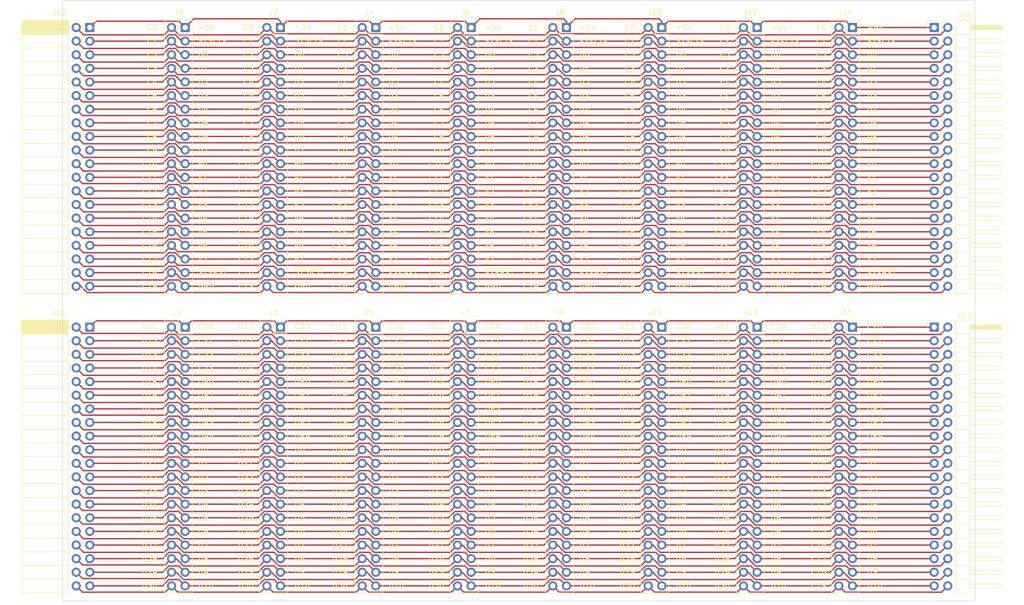
<source format=kicad_pcb>
(kicad_pcb (version 20221018) (generator pcbnew)
  (layers (0 "F.Cu" signal) (31 "B.Cu" signal) (34 "B.Paste" user) (35 "F.Paste" user) (36 "B.SilkS" user "B.Silkscreen") (37 "F.SilkS" user "F.Silkscreen") (38 "B.Mask" user) (39 "F.Mask" user) (44 "Edge.Cuts" user))
  (net 0 "")
  (net 1 "/+5V")
  (net 2 "/C0")
  (net 3 "/SYSCLK")
  (net 4 "/C1")
  (net 5 "/C2")
  (net 6 "/C3")
  (net 7 "/C4")
  (net 8 "/C5")
  (net 9 "/C6")
  (net 10 "/C7")
  (net 11 "/C8")
  (net 12 "/C9")
  (net 13 "/A0")
  (net 14 "/C10")
  (net 15 "/A1")
  (net 16 "/C11")
  (net 17 "/A2")
  (net 18 "/C12")
  (net 19 "/A3")
  (net 20 "/C13")
  (net 21 "/A4")
  (net 22 "/C14")
  (net 23 "/A5")
  (net 24 "/C15")
  (net 25 "/A6")
  (net 26 "/C16")
  (net 27 "/A7")
  (net 28 "/C17")
  (net 29 "/~{SYSRST}")
  (net 30 "/C18")
  (net 31 "/GND")
  (net 32 "/C19")
  (net 33 "/C20")
  (net 34 "/U11")
  (net 35 "/C21")
  (net 36 "/U12")
  (net 37 "/C22")
  (net 38 "/U13")
  (net 39 "/C23")
  (net 40 "/U14")
  (net 41 "/OP0")
  (net 42 "/U15")
  (net 43 "/OP1")
  (net 44 "/U16")
  (net 45 "/OP2")
  (net 46 "/U17")
  (net 47 "/OP3")
  (net 48 "/U18")
  (net 49 "/OP4")
  (net 50 "/U19")
  (net 51 "/U0")
  (net 52 "/U20")
  (net 53 "/U1")
  (net 54 "/U21")
  (net 55 "/U2")
  (net 56 "/U22")
  (net 57 "/U3")
  (net 58 "/U23")
  (net 59 "/U4")
  (net 60 "/U24")
  (net 61 "/U5")
  (net 62 "/U25")
  (net 63 "/U6")
  (net 64 "/U26")
  (net 65 "/U7")
  (net 66 "/U27")
  (net 67 "/U8")
  (net 68 "/U28")
  (net 69 "/U9")
  (net 70 "/U29")
  (net 71 "/U10")
  (net 72 "/U30")
  (net 73 "/D0")
  (net 74 "/D1")
  (net 75 "/D2")
  (net 76 "/D3")
  (net 77 "/D4")
  (net 78 "/D5")
  (net 79 "/D6")
  (net 80 "/D7")
  (footprint "Connector_PinSocket_2.54mm:PinSocket_2x20_P2.54mm_Vertical" (layer "F.Cu") (at 187.96 36.69)
    (fp_text reference "J12")
    (fp_text value "Conn_02x20_Row_Letter_First")
  )
  (footprint "Connector_PinHeader_2.54mm:PinHeader_2x20_P2.54mm_Horizontal" (layer "F.Cu") (at 220.98 36.69)
    (fp_text reference "J16")
    (fp_text value "Conn_02x20_Row_Letter_First")
  )
  (footprint "Connector_PinSocket_2.54mm:PinSocket_2x20_P2.54mm_Vertical" (layer "F.Cu") (at 81.28 36.69)
    (fp_text reference "J0")
    (fp_text value "Conn_02x20_Row_Letter_First")
  )
  (footprint "Connector_PinSocket_2.54mm:PinSocket_2x20_P2.54mm_Vertical" (layer "F.Cu") (at 152.4 92.57)
    (fp_text reference "J9")
    (fp_text value "Conn_02x20_Row_Letter_First")
  )
  (footprint "Connector_PinSocket_2.54mm:PinSocket_2x20_P2.54mm_Vertical" (layer "F.Cu") (at 81.28 92.57)
    (fp_text reference "J1")
    (fp_text value "Conn_02x20_Row_Letter_First")
  )
  (footprint "Connector_PinSocket_2.54mm:PinSocket_2x20_P2.54mm_Vertical" (layer "F.Cu") (at 99.06 92.57)
    (fp_text reference "J3")
    (fp_text value "Conn_02x20_Row_Letter_First")
  )
  (footprint "Connector_PinSocket_2.54mm:PinSocket_2x20_P2.54mm_Vertical" (layer "F.Cu") (at 170.18 92.57)
    (fp_text reference "J11")
    (fp_text value "Conn_02x20_Row_Letter_First")
  )
  (footprint "Connector_PinSocket_2.54mm:PinSocket_2x20_P2.54mm_Horizontal" (layer "F.Cu") (at 63.5 36.69)
    (fp_text reference "JE0")
    (fp_text value "Conn_02x20_Row_Letter_First")
  )
  (footprint "Connector_PinSocket_2.54mm:PinSocket_2x20_P2.54mm_Vertical" (layer "F.Cu") (at 134.62 36.69)
    (fp_text reference "J6")
    (fp_text value "Conn_02x20_Row_Letter_First")
  )
  (footprint "Connector_PinSocket_2.54mm:PinSocket_2x20_P2.54mm_Vertical" (layer "F.Cu") (at 134.62 92.57)
    (fp_text reference "J7")
    (fp_text value "Conn_02x20_Row_Letter_First")
  )
  (footprint "Connector_PinSocket_2.54mm:PinSocket_2x20_P2.54mm_Vertical" (layer "F.Cu") (at 170.18 36.69)
    (fp_text reference "J10")
    (fp_text value "Conn_02x20_Row_Letter_First")
  )
  (footprint "Connector_PinSocket_2.54mm:PinSocket_2x20_P2.54mm_Vertical" (layer "F.Cu") (at 152.4 36.69)
    (fp_text reference "J8")
    (fp_text value "Conn_02x20_Row_Letter_First")
  )
  (footprint "Connector_PinSocket_2.54mm:PinSocket_2x20_P2.54mm_Horizontal" (layer "F.Cu") (at 63.5 92.57)
    (fp_text reference "JE1")
    (fp_text value "Conn_02x20_Row_Letter_First")
  )
  (footprint "Connector_PinSocket_2.54mm:PinSocket_2x20_P2.54mm_Vertical" (layer "F.Cu") (at 99.06 36.69)
    (fp_text reference "J2")
    (fp_text value "Conn_02x20_Row_Letter_First")
  )
  (footprint "Connector_PinHeader_2.54mm:PinHeader_2x20_P2.54mm_Horizontal" (layer "F.Cu") (at 220.98 92.57)
    (fp_text reference "J17")
    (fp_text value "Conn_02x20_Row_Letter_First")
  )
  (footprint "Connector_PinSocket_2.54mm:PinSocket_2x20_P2.54mm_Vertical" (layer "F.Cu") (at 187.96 92.57)
    (fp_text reference "J13")
    (fp_text value "Conn_02x20_Row_Letter_First")
  )
  (footprint "Connector_PinSocket_2.54mm:PinSocket_2x20_P2.54mm_Vertical" (layer "F.Cu") (at 205.74 36.69)
    (fp_text reference "J14")
    (fp_text value "Conn_02x20_Row_Letter_First")
  )
  (footprint "Connector_PinSocket_2.54mm:PinSocket_2x20_P2.54mm_Vertical" (layer "F.Cu") (at 116.84 36.69)
    (fp_text reference "J4")
    (fp_text value "Conn_02x20_Row_Letter_First")
  )
  (footprint "Connector_PinSocket_2.54mm:PinSocket_2x20_P2.54mm_Vertical" (layer "F.Cu") (at 116.84 92.57)
    (fp_text reference "J5")
    (fp_text value "Conn_02x20_Row_Letter_First")
  )
  (footprint "Connector_PinSocket_2.54mm:PinSocket_2x20_P2.54mm_Vertical" (layer "F.Cu") (at 205.74 92.57)
    (fp_text reference "J15")
    (fp_text value "Conn_02x20_Row_Letter_First")
  )
  (gr_rect (start 58.42 31.61) (end 228.6 143.65) (stroke (width 0.1)) (fill none) (layer "Edge.Cuts"))
  (gr_text "U8" (at 101.537356 136.297478) (layer "F.SilkS") (effects (font (size 1 1)) (justify left bottom)))
  (gr_text "U23" (at 76.2 123.741382) (layer "F.SilkS") (effects (font (size 1 1)) (justify right bottom)))
  (gr_text "C2" (at 200.985772 42.558567) (layer "F.SilkS") (effects (font (size 1 1)) (justify right bottom)))
  (gr_text "U17" (at 76.2 108.532704) (layer "F.SilkS") (effects (font (size 1 1)) (justify right bottom)))
  (gr_text "U0" (at 119.079422 116.01527) (layer "F.SilkS") (effects (font (size 1 1)) (justify left bottom)))
  (gr_text "OP0" (at 208.342496 103.329501) (layer "F.SilkS") (effects (font (size 1 1)) (justify left bottom)))
  (gr_text "+5V" (at 172.65902 37.237423) (layer "F.SilkS") (effects (font (size 1 1)) (justify left bottom)))
  (gr_text "~{SYSRST}" (at 119.079422 83.100377) (layer "F.SilkS") (effects (font (size 1 1)) (justify left bottom)))
  (gr_text "D7" (at 101.537356 60.079166) (layer "F.SilkS") (effects (font (size 1 1)) (justify left bottom)))
  (gr_text "U7" (at 101.537356 133.760435) (layer "F.SilkS") (effects (font (size 1 1)) (justify left bottom)))
  (gr_text "C0" (at 111.722698 37.409077) (layer "F.SilkS") (effects (font (size 1 1)) (justify right bottom)))
  (gr_text "U27" (at 76.2 133.889552) (layer "F.SilkS") (effects (font (size 1 1)) (justify right bottom)))
  (gr_text "C2" (at 165.302296 42.494733) (layer "F.SilkS") (effects (font (size 1 1)) (justify right bottom)))
  (gr_text "U26" (at 165.302296 131.256798) (layer "F.SilkS") (effects (font (size 1 1)) (justify right bottom)))
  (gr_text "U9" (at 208.342496 138.740556) (layer "F.SilkS") (effects (font (size 1 1)) (justify left bottom)))
  (gr_text "U18" (at 111.722698 111.005911) (layer "F.SilkS") (effects (font (size 1 1)) (justify right bottom)))
  (gr_text "U2" (at 83.556724 121.155274) (layer "F.SilkS") (effects (font (size 1 1)) (justify left bottom)))
  (gr_text "C17" (at 147.321664 80.648167) (layer "F.SilkS") (effects (font (size 1 1)) (justify right bottom)))
  (gr_text "U5" (at 154.678388 128.782062) (layer "F.SilkS") (effects (font (size 1 1)) (justify left bottom)))
  (gr_text "OP4" (at 83.556724 113.573384) (layer "F.SilkS") (effects (font (size 1 1)) (justify left bottom)))
  (gr_text "U28" (at 165.302296 136.330883) (layer "F.SilkS") (effects (font (size 1 1)) (justify right bottom)))
  (gr_text "U29" (at 76.2 138.869673) (layer "F.SilkS") (effects (font (size 1 1)) (justify right bottom)))
  (gr_text "C12" (at 183.00514 68.026788) (layer "F.SilkS") (effects (font (size 1 1)) (justify right bottom)))
  (gr_text "U30" (at 94.180632 141.311003) (layer "F.SilkS") (effects (font (size 1 1)) (justify right bottom)))
  (gr_text "U16" (at 94.180632 105.884288) (layer "F.SilkS") (effects (font (size 1 1)) (justify right bottom)))
  (gr_text "U28" (at 76.2 136.426595) (layer "F.SilkS") (effects (font (size 1 1)) (justify right bottom)))
  (gr_text "C19" (at 183.00514 85.692121) (layer "F.SilkS") (effects (font (size 1 1)) (justify right bottom)))
  (gr_text "C11" (at 94.180632 65.18874) (layer "F.SilkS") (effects (font (size 1 1)) (justify right bottom)))
  (gr_text "C20" (at 172.65902 93.015851) (layer "F.SilkS") (effects (font (size 1 1)) (justify left bottom)))
  (gr_text "OP0" (at 119.079422 103.361378) (layer "F.SilkS") (effects (font (size 1 1)) (justify left bottom)))
  (gr_text "C10" (at 111.722698 62.804036) (layer "F.SilkS") (effects (font (size 1 1)) (justify right bottom)))
  (gr_text "OP2" (at 154.678388 108.499299) (layer "F.SilkS") (effects (font (size 1 1)) (justify left bottom)))
  (gr_text "A5" (at 137.060054 75.487502) (layer "F.SilkS") (effects (font (size 1 1)) (justify left bottom)))
  (gr_text "A1" (at 137.060054 65.323671) (layer "F.SilkS") (effects (font (size 1 1)) (justify left bottom)))
  (gr_text "U2" (at 137.060054 120.995727) (layer "F.SilkS") (effects (font (size 1 1)) (justify left bottom)))
  (gr_text "A3" (at 101.537356 70.245081) (layer "F.SilkS") (effects (font (size 1 1)) (justify left bottom)))
  (gr_text "D1" (at 137.060054 45.040907) (layer "F.SilkS") (effects (font (size 1 1)) (justify left bottom)))
  (gr_text "C11" (at 147.321664 65.410251) (layer "F.SilkS") (effects (font (size 1 1)) (justify right bottom)))
  (gr_text "C2" (at 183.00514 42.654279) (layer "F.SilkS") (effects (font (size 1 1)) (justify right bottom)))
  (gr_text "D5" (at 154.678388 55.257913) (layer "F.SilkS") (effects (font (size 1 1)) (justify left bottom)))
  (gr_text "C6" (at 129.70333 52.701101) (layer "F.SilkS") (effects (font (size 1 1)) (justify right bottom)))
  (gr_text "A4" (at 119.079422 73.046171) (layer "F.SilkS") (effects (font (size 1 1)) (justify left bottom)))
  (gr_text "U21" (at 94.180632 118.444215) (layer "F.SilkS") (effects (font (size 1 1)) (justify right bottom)))
  (gr_text "U6" (at 172.65902 131.223393) (layer "F.SilkS") (effects (font (size 1 1)) (justify left bottom)))
  (gr_text "A6" (at 172.65902 77.982007) (layer "F.SilkS") (effects (font (size 1 1)) (justify left bottom)))
  (gr_text "C10" (at 200.985772 118.444215) (layer "F.SilkS") (effects (font (size 1 1)) (justify right bottom)))
  (gr_text "C4" (at 111.722698 47.722727) (layer "F.SilkS") (effects (font (size 1 1)) (justify right bottom)))
  (gr_text "U10" (at 208.342496 141.277598) (layer "F.SilkS") (effects (font (size 1 1)) (justify left bottom)))
  (gr_text "U11" (at 165.302296 93.049256) (layer "F.SilkS") (effects (font (size 1 1)) (justify right bottom)))
  (gr_text "OP1" (at 190.361864 105.946595) (layer "F.SilkS") (effects (font (size 1 1)) (justify left bottom)))
  (gr_text "U19" (at 111.722698 113.542954) (layer "F.SilkS") (effects (font (size 1 1)) (justify right bottom)))
  (gr_text "D4" (at 83.556724 52.595072) (layer "F.SilkS") (effects (font (size 1 1)) (justify left bottom)))
  (gr_text "U1" (at 119.079422 118.442687) (layer "F.SilkS") (effects (font (size 1 1)) (justify left bottom)))
  (gr_text "C11" (at 183.00514 65.474085) (layer "F.SilkS") (effects (font (size 1 1)) (justify right bottom)))
  (gr_text "U20" (at 183.00514 116.11251) (layer "F.SilkS") (effects (font (size 1 1)) (justify right bottom)))
  (gr_text "OP1" (at 172.65902 105.850883) (layer "F.SilkS") (effects (font (size 1 1)) (justify left bottom)))
  (gr_text "U26" (at 76.2 131.35251) (layer "F.SilkS") (effects (font (size 1 1)) (justify right bottom)))
  (gr_text "C15" (at 111.722698 75.616619) (layer "F.SilkS") (effects (font (size 1 1)) (justify right bottom)))
  (gr_text "U30" (at 111.722698 141.34288) (layer "F.SilkS") (effects (font (size 1 1)) (justify right bottom)))
  (gr_text "U12" (at 111.722698 95.633837) (layer "F.SilkS") (effects (font (size 1 1)) (justify right bottom)))
  (gr_text "U4" (at 190.361864 126.24502) (layer "F.SilkS") (effects (font (size 1 1)) (justify left bottom)))
  (gr_text "U13" (at 147.321664 98.368873) (layer "F.SilkS") (effects (font (size 1 1)) (justify right bottom)))
  (gr_text "C2" (at 129.70333 42.53727) (layer "F.SilkS") (effects (font (size 1 1)) (justify right bottom)))
  (gr_text "OP4" (at 172.65902 113.477672) (layer "F.SilkS") (effects (font (size 1 1)) (justify left bottom)))
  (gr_text "U24" (at 111.722698 126.21459) (layer "F.SilkS") (effects (font (size 1 1)) (justify right bottom)))
  (gr_text "U12" (at 129.70333 95.538125) (layer "F.SilkS") (effects (font (size 1 1)) (justify right bottom)))
  (gr_text "C23" (at 119.079422 100.808675) (layer "F.SilkS") (effects (font (size 1 1)) (justify left bottom)))
  (gr_text "U3" (at 154.678388 123.707977) (layer "F.SilkS") (effects (font (size 1 1)) (justify left bottom)))
  (gr_text "U0" (at 154.678388 116.079105) (layer "F.SilkS") (effects (font (size 1 1)) (justify left bottom)))
  (gr_text "OP2" (at 137.060054 108.339752) (layer "F.SilkS") (effects (font (size 1 1)) (justify left bottom)))
  (gr_text "D7" (at 137.060054 60.247502) (layer "F.SilkS") (effects (font (size 1 1)) (justify left bottom)))
  (gr_text "U0" (at 190.361864 116.079105) (layer "F.SilkS") (effects (font (size 1 1)) (justify left bottom)))
  (gr_text "C3" (at 183.00514 45.191321) (layer "F.SilkS") (effects (font (size 1 1)) (justify right bottom)))
  (gr_text "D6" (at 137.060054 57.741781) (layer "F.SilkS") (effects (font (size 1 1)) (justify left bottom)))
  (gr_text "U1" (at 208.342496 118.41081) (layer "F.SilkS") (effects (font (size 1 1)) (justify left bottom)))
  (gr_text "U7" (at 119.079422 133.792312) (layer "F.SilkS") (effects (font (size 1 1)) (justify left bottom)))
  (gr_text "C10" (at 94.180632 62.539988) (layer "F.SilkS") (effects (font (size 1 1)) (justify right bottom)))
  (gr_text "U26" (at 111.722698 131.288675) (layer "F.SilkS") (effects (font (size 1 1)) (justify right bottom)))
  (gr_text "C5" (at 76.2 50.075773) (layer "F.SilkS") (effects (font (size 1 1)) (justify right bottom)))
  (gr_text "U18" (at 94.180632 110.974034) (layer "F.SilkS") (effects (font (size 1 1)) (justify right bottom)))
  (gr_text "OP1" (at 137.060054 105.787048) (layer "F.SilkS") (effects (font (size 1 1)) (justify left bottom)))
  (gr_text "C18" (at 165.302296 82.995533) (layer "F.SilkS") (effects (font (size 1 1)) (justify right bottom)))
  (gr_text "A0" (at 190.361864 62.791928) (layer "F.SilkS") (effects (font (size 1 1)) (justify left bottom)))
  (gr_text "D4" (at 137.060054 52.667696) (layer "F.SilkS") (effects (font (size 1 1)) (justify left bottom)))
  (gr_text "A4" (at 172.65902 72.907922) (layer "F.SilkS") (effects (font (size 1 1)) (justify left bottom)))
  (gr_text "C18" (at 76.2 82.965446) (layer "F.SilkS") (effects (font (size 1 1)) (justify right bottom)))
  (gr_text "OP2" (at 172.65902 108.403587) (layer "F.SilkS") (effects (font (size 1 1)) (justify left bottom)))
  (gr_text "D3" (at 119.079422 50.210704) (layer "F.SilkS") (effects (font (size 1 1)) (justify left bottom)))
  (gr_text "U12" (at 200.985772 95.60196) (layer "F.SilkS") (effects (font (size 1 1)) (justify right bottom)))
  (gr_text "C18" (at 147.321664 83.091245) (layer "F.SilkS") (effects (font (size 1 1)) (justify right bottom)))
  (gr_text "D4" (at 154.678388 52.720871) (layer "F.SilkS") (effects (font (size 1 1)) (justify left bottom)))
  (gr_text "U12" (at 165.302296 95.60196) (layer "F.SilkS") (effects (font (size 1 1)) (justify right bottom)))
  (gr_text "U20" (at 94.180632 116.016798) (layer "F.SilkS") (effects (font (size 1 1)) (justify right bottom)))
  (gr_text "GND" (at 83.556724 85.469083) (layer "F.SilkS") (effects (font (size 1 1)) (justify left bottom)))
  (gr_text "C12" (at 200.985772 123.64567) (layer "F.SilkS") (effects (font (size 1 1)) (justify right bottom)))
  (gr_text "D5" (at 119.079422 55.30045) (layer "F.SilkS") (effects (font (size 1 1)) (justify left bottom)))
  (gr_text "C13" (at 76.2 70.374198) (layer "F.SilkS") (effects (font (size 1 1)) (justify right bottom)))
  (gr_text "U23" (at 165.302296 123.64567) (layer "F.SilkS") (effects (font (size 1 1)) (justify right bottom)))
  (gr_text "U5" (at 208.342496 128.68635) (layer "F.SilkS") (effects (font (size 1 1)) (justify left bottom)))
  (gr_text "U25" (at 183.00514 128.815467) (layer "F.SilkS") (effects (font (size 1 1)) (justify right bottom)))
  (gr_text "U30" (at 165.302296 141.311003) (layer "F.SilkS") (effects (font (size 1 1)) (justify right bottom)))
  (gr_text "U0" (at 137.060054 115.919558) (layer "F.SilkS") (effects (font (size 1 1)) (justify left bottom)))
  (gr_text "D3" (at 83.556724 50.042368) (layer "F.SilkS") (effects (font (size 1 1)) (justify left bottom)))
  (gr_text "C13" (at 94.180632 70.278486) (layer "F.SilkS") (effects (font (size 1 1)) (justify right bottom)))
  (gr_text "C4" (at 94.180632 47.458679) (layer "F.SilkS") (effects (font (size 1 1)) (justify right bottom)))
  (gr_text "U27" (at 147.321664 133.889552) (layer "F.SilkS") (effects (font (size 1 1)) (justify right bottom)))
  (gr_text "C14" (at 147.321664 73.037039) (layer "F.SilkS") (effects (font (size 1 1)) (justify right bottom)))
  (gr_text "U8" (at 137.060054 136.233643) (layer "F.SilkS") (effects (font (size 1 1)) (justify left bottom)))
  (gr_text "C21" (at 101.537356 95.568555) (layer "F.SilkS") (effects (font (size 1 1)) (justify left bottom)))
  (gr_text "A0" (at 137.060054 62.674919) (layer "F.SilkS") (effects (font (size 1 1)) (justify left bottom)))
  (gr_text "C23" (at 83.556724 100.87251) (layer "F.SilkS") (effects (font (size 1 1)) (justify left bottom)))
  (gr_text "U17" (at 129.70333 108.373157) (layer "F.SilkS") (effects (font (size 1 1)) (justify right bottom)))
  (gr_text "C21" (at 172.65902 95.568555) (layer "F.SilkS") (effects (font (size 1 1)) (justify left bottom)))
  (gr_text "C17" (at 200.985772 80.616289) (layer "F.SilkS") (effects (font (size 1 1)) (justify right bottom)))
  (gr_text "C5" (at 200.985772 50.169694) (layer "F.SilkS") (effects (font (size 1 1)) (justify right bottom)))
  (gr_text "C12" (at 129.70333 67.909779) (layer "F.SilkS") (effects (font (size 1 1)) (justify right bottom)))
  (gr_text "C16" (at 111.722698 78.153661) (layer "F.SilkS") (effects (font (size 1 1)) (justify right bottom)))
  (gr_text "OP0" (at 154.678388 103.425213) (layer "F.SilkS") (effects (font (size 1 1)) (justify left bottom)))
  (gr_text "C13" (at 200.985772 70.468119) (layer "F.SilkS") (effects (font (size 1 1)) (justify right bottom)))
  (gr_text "C9" (at 165.302296 60.23837) (layer "F.SilkS") (effects (font (size 1 1)) (justify right bottom)))
  (gr_text "C4" (at 147.321664 47.68019) (layer "F.SilkS") (effects (font (size 1 1)) (justify right bottom)))
  (gr_text "OP0" (at 190.361864 103.425213) (layer "F.SilkS") (effects (font (size 1 1)) (justify left bottom)))
  (gr_text "U20" (at 111.722698 116.048675) (layer "F.SilkS") (effects (font (size 1 1)) (justify right bottom)))
  (gr_text "U18" (at 200.985772 110.974034) (layer "F.SilkS") (effects (font (size 1 1)) (justify right bottom)))
  (gr_text "U8" (at 83.556724 136.39319) (layer "F.SilkS") (effects (font (size 1 1)) (justify left bottom)))
  (gr_text "C15" (at 129.70333 75.520907) (layer "F.SilkS") (effects (font (size 1 1)) (justify right bottom)))
  (gr_text "C19" (at 200.985772 141.311003) (layer "F.SilkS") (effects (font (size 1 1)) (justify right bottom)))
  (gr_text "U16" (at 111.722698 105.916165) (layer "F.SilkS") (effects (font (size 1 1)) (justify right bottom)))
  (gr_text "C12" (at 165.302296 67.867242) (layer "F.SilkS") (effects (font (size 1 1)) (justify right bottom)))
  (gr_text "C10" (at 183.00514 62.825333) (layer "F.SilkS") (effects (font (size 1 1)) (justify right bottom)))
  (gr_text "A0" (at 208.342496 62.696216) (layer "F.SilkS") (effects (font (size 1 1)) (justify left bottom)))
  (gr_text "C10" (at 76.2 62.6357) (layer "F.SilkS") (effects (font (size 1 1)) (justify right bottom)))
  (gr_text "A3" (at 172.65902 70.37088) (layer "F.SilkS") (effects (font (size 1 1)) (justify left bottom)))
  (gr_text "C20" (at 208.342496 93.015851) (layer "F.SilkS") (effects (font (size 1 1)) (justify left bottom)))
  (gr_text "C21" (at 190.361864 95.664267) (layer "F.SilkS") (effects (font (size 1 1)) (justify left bottom)))
  (gr_text "C6" (at 76.2 52.628477) (layer "F.SilkS") (effects (font (size 1 1)) (justify right bottom)))
  (gr_text "C15" (at 165.302296 75.47837) (layer "F.SilkS") (effects (font (size 1 1)) (justify right bottom)))
  (gr_text "U1" (at 83.556724 118.506522) (layer "F.SilkS") (effects (font (size 1 1)) (justify left bottom)))
  (gr_text "D5" (at 172.65902 55.162201) (layer "F.SilkS") (effects (font (size 1 1)) (justify left bottom)))
  (gr_text "C3" (at 200.985772 45.095609) (layer "F.SilkS") (effects (font (size 1 1)) (justify right bottom)))
  (gr_text "U5" (at 137.060054 128.622515) (layer "F.SilkS") (effects (font (size 1 1)) (justify left bottom)))
  (gr_text "C2" (at 76.2 42.464646) (layer "F.SilkS") (effects (font (size 1 1)) (justify right bottom)))
  (gr_text "U6" (at 190.361864 131.319105) (layer "F.SilkS") (effects (font (size 1 1)) (justify left bottom)))
  (gr_text "C23" (at 154.678388 100.87251) (layer "F.SilkS") (effects (font (size 1 1)) (justify left bottom)))
  (gr_text "C12" (at 111.722698 68.005491) (layer "F.SilkS") (effects (font (size 1 1)) (justify right bottom)))
  (gr_text "U24" (at 129.70333 126.118878) (layer "F.SilkS") (effects (font (size 1 1)) (justify right bottom)))
  (gr_text "C18" (at 183.00514 83.155079) (layer "F.SilkS") (effects (font (size 1 1)) (justify right bottom)))
  (gr_text "C20" (at 154.678388 93.111563) (layer "F.SilkS") (effects (font (size 1 1)) (justify left bottom)))
  (gr_text "U13" (at 76.2 98.368873) (layer "F.SilkS") (effects (font (size 1 1)) (justify right bottom)))
  (gr_text "C9" (at 183.00514 60.397916) (layer "F.SilkS") (effects (font (size 1 1)) (justify right bottom)))
  (gr_text "C12" (at 94.180632 67.741443) (layer "F.SilkS") (effects (font (size 1 1)) (justify right bottom)))
  (gr_text "C22" (at 208.342496 98.239756) (layer "F.SilkS") (effects (font (size 1 1)) (justify left bottom)))
  (gr_text "C16" (at 200.985772 78.079246) (layer "F.SilkS") (effects (font (size 1 1)) (justify right bottom)))
  (gr_text "GND" (at 208.342496 85.563004) (layer "F.SilkS") (effects (font (size 1 1)) (justify left bottom)))
  (gr_text "C22" (at 119.079422 98.271633) (layer "F.SilkS") (effects (font (size 1 1)) (justify left bottom)))
  (gr_text "U1" (at 101.537356 118.41081) (layer "F.SilkS") (effects (font (size 1 1)) (justify left bottom)))
  (gr_text "C22" (at 154.678388 98.335468) (layer "F.SilkS") (effects (font (size 1 1)) (justify left bottom)))
  (gr_text "D4" (at 101.537356 52.49936) (layer "F.SilkS") (effects (font (size 1 1)) (justify left bottom)))
  (gr_text "A3" (at 154.678388 70.466592) (layer "F.SilkS") (effects (font (size 1 1)) (justify left bottom)))
  (gr_text "U13" (at 94.180632 98.273161) (layer "F.SilkS") (effects (font (size 1 1)) (justify right bottom)))
  (gr_text "C1" (at 183.00514 39.983078) (layer "F.SilkS") (effects (font (size 1 1)) (justify right bottom)))
  (gr_text "C13" (at 147.321664 70.499997) (layer "F.SilkS") (effects (font (size 1 1)) (justify right bottom)))
  (gr_text "U18" (at 129.70333 110.910199) (layer "F.SilkS") (effects (font (size 1 1)) (justify right bottom)))
  (gr_text "U3" (at 137.060054 123.54843) (layer "F.SilkS") (effects (font (size 1 1)) (justify left bottom)))
  (gr_text "C14" (at 165.302296 72.941327) (layer "F.SilkS") (effects (font (size 1 1)) (justify right bottom)))
  (gr_text "A3" (at 83.556724 70.340793) (layer "F.SilkS") (effects (font (size 1 1)) (justify left bottom)))
  (gr_text "U16" (at 183.00514 105.98) (layer "F.SilkS") (effects (font (size 1 1)) (justify right bottom)))
  (gr_text "C2" (at 94.180632 42.368934) (layer "F.SilkS") (effects (font (size 1 1)) (justify right bottom)))
  (gr_text "U23" (at 129.70333 123.581835) (layer "F.SilkS") (effects (font (size 1 1)) (justify right bottom)))
  (gr_text "C19" (at 200.985772 85.596409) (layer "F.SilkS") (effects (font (size 1 1)) (justify right bottom)))
  (gr_text "D1" (at 83.556724 44.968283) (layer "F.SilkS") (effects (font (size 1 1)) (justify left bottom)))
  (gr_text "U4" (at 137.060054 126.085473) (layer "F.SilkS") (effects (font (size 1 1)) (justify left bottom)))
  (gr_text "C0" (at 200.985772 37.334662) (layer "F.SilkS") (effects (font (size 1 1)) (justify right bottom)))
  (gr_text "D0" (at 172.65902 42.461328) (layer "F.SilkS") (effects (font (size 1 1)) (justify left bottom)))
  (gr_text "C16" (at 200.985772 133.79384) (layer "F.SilkS") (effects (font (size 1 1)) (justify right bottom)))
  (gr_text "C22" (at 190.361864 98.335468) (layer "F.SilkS") (effects (font (size 1 1)) (justify left bottom)))
  (gr_text "A5" (at 208.342496 75.508799) (layer "F.SilkS") (effects (font (size 1 1)) (justify left bottom)))
  (gr_text "C17" (at 183.00514 80.712001) (layer "F.SilkS") (effects (font (size 1 1)) (justify right bottom)))
  (gr_text "C21" (at 208.342496 95.568555) (layer "F.SilkS") (effects (font (size 1 1)) (justify left bottom)))
  (gr_text "~{SYSRST}" (at 190.361864 83.121674) (layer "F.SilkS") (effects (font (size 1 1)) (justify left bottom)))
  (gr_text "A5" (at 83.556724 75.414878) (layer "F.SilkS") (effects (font (size 1 1)) (justify left bottom)))
  (gr_text "D3" (at 172.65902 50.072455) (layer "F.SilkS") (effects (font (size 1 1)) (justify left bottom)))
  (gr_text "OP0" (at 83.556724 103.425213) (layer "F.SilkS") (effects (font (size 1 1)) (justify left bottom)))
  (gr_text "U25" (at 147.321664 128.815467) (layer "F.SilkS") (effects (font (size 1 1)) (justify right bottom)))
  (gr_text "GND" (at 154.678388 85.594882) (layer "F.SilkS") (effects (font (size 1 1)) (justify left bottom)))
  (gr_text "U1" (at 137.060054 118.346975) (layer "F.SilkS") (effects (font (size 1 1)) (justify left bottom)))
  (gr_text "U23" (at 94.180632 123.64567) (layer "F.SilkS") (effects (font (size 1 1)) (justify right bottom)))
  (gr_text "OP4" (at 137.060054 113.413837) (layer "F.SilkS") (effects (font (size 1 1)) (justify left bottom)))
  (gr_text "C14" (at 94.180632 72.815528) (layer "F.SilkS") (effects (font (size 1 1)) (justify right bottom)))
  (gr_text "U9" (at 190.361864 138.836268) (layer "F.SilkS") (effects (font (size 1 1)) (justify left bottom)))
  (gr_text "OP4" (at 154.678388 113.573384) (layer "F.SilkS") (effects (font (size 1 1)) (justify left bottom)))
  (gr_text "C1" (at 94.180632 39.697733) (layer "F.SilkS") (effects (font (size 1 1)) (justify right bottom)))
  (gr_text "C23" (at 137.060054 100.712963) (layer "F.SilkS") (effects (font (size 1 1)) (justify left bottom)))
  (gr_text "C18" (at 200.985772 83.059367) (layer "F.SilkS") (effects (font (size 1 1)) (justify right bottom)))
  (gr_text "C11" (at 129.70333 65.357076) (layer "F.SilkS") (effects (font (size 1 1)) (justify right bottom)))
  (gr_text "+5V" (at 101.537356 37.111624) (layer "F.SilkS") (effects (font (size 1 1)) (justify left bottom)))
  (gr_text "U14" (at 165.302296 100.810203) (layer "F.SilkS") (effects (font (size 1 1)) (justify right bottom)))
  (gr_text "C9" (at 200.985772 60.302204) (layer "F.SilkS") (effects (font (size 1 1)) (justify right bottom)))
  (gr_text "D1" (at 208.342496 45.062204) (layer "F.SilkS") (effects (font (size 1 1)) (justify left bottom)))
  (gr_text "U18" (at 76.2 111.069746) (layer "F.SilkS") (effects (font (size 1 1)) (justify right bottom)))
  (gr_text "+5V" (at 208.342496 37.301257) (layer "F.SilkS") (effects (font (size 1 1)) (justify left bottom)))
  (gr_text "U14" (at 94.180632 100.810203) (layer "F.SilkS") (effects (font (size 1 1)) (justify right bottom)))
  (gr_text "U16" (at 129.70333 105.820453) (layer "F.SilkS") (effects (font (size 1 1)) (justify right bottom)))
  (gr_text "U6" (at 119.079422 131.25527) (layer "F.SilkS") (effects (font (size 1 1)) (justify left bottom)))
  (gr_text "U15" (at 183.00514 103.458618) (layer "F.SilkS") (effects (font (size 1 1)) (justify right bottom)))
  (gr_text "A4" (at 83.556724 72.877835) (layer "F.SilkS") (effects (font (size 1 1)) (justify left bottom)))
  (gr_text "U29" (at 147.321664 138.869673) (layer "F.SilkS") (effects (font (size 1 1)) (justify right bottom)))
  (gr_text "U24" (at 183.00514 126.278425) (layer "F.SilkS") (effects (font (size 1 1)) (justify right bottom)))
  (gr_text "U21" (at 129.70333 118.38038) (layer "F.SilkS") (effects (font (size 1 1)) (justify right bottom)))
  (gr_text "A7" (at 101.537356 80.393251) (layer "F.SilkS") (effects (font (size 1 1)) (justify left bottom)))
  (gr_text "U7" (at 172.65902 133.760435) (layer "F.SilkS") (effects (font (size 1 1)) (justify left bottom)))
  (gr_text "C14" (at 111.722698 73.079576) (layer "F.SilkS") (effects (font (size 1 1)) (justify right bottom)))
  (gr_text "U23" (at 183.00514 123.741382) (layer "F.SilkS") (effects (font (size 1 1)) (justify right bottom)))
  (gr_text "U28" (at 129.70333 136.267048) (layer "F.SilkS") (effects (font (size 1 1)) (justify right bottom)))
  (gr_text "U18" (at 183.00514 111.069746) (layer "F.SilkS") (effects (font (size 1 1)) (justify right bottom)))
  (gr_text "U19" (at 183.00514 113.606789) (layer "F.SilkS") (effects (font (size 1 1)) (justify right bottom)))
  (gr_text "C3" (at 76.2 45.001688) (layer "F.SilkS") (effects (font (size 1 1)) (justify right bottom)))
  (gr_text "U0" (at 83.556724 116.079105) (layer "F.SilkS") (effects (font (size 1 1)) (justify left bottom)))
  (gr_text "U22" (at 111.722698 121.124844) (layer "F.SilkS") (effects (font (size 1 1)) (justify right bottom)))
  (gr_text "D0" (at 137.060054 42.503865) (layer "F.SilkS") (effects (font (size 1 1)) (justify left bottom)))
  (gr_text "U30" (at 76.2 141.406715) (layer "F.SilkS") (effects (font (size 1 1)) (justify right bottom)))
  (gr_text "A4" (at 154.678388 73.003634) (layer "F.SilkS") (effects (font (size 1 1)) (justify left bottom)))
  (gr_text "U20" (at 147.321664 116.11251) (layer "F.SilkS") (effects (font (size 1 1)) (justify right bottom)))
  (gr_text "A5" (at 101.537356 75.319166) (layer "F.SilkS") (effects (font (size 1 1)) (justify left bottom)))
  (gr_text "D2" (at 101.537356 47.425274) (layer "F.SilkS") (effects (font (size 1 1)) (justify left bottom)))
  (gr_text "C12" (at 147.321664 67.962954) (layer "F.SilkS") (effects (font (size 1 1)) (justify right bottom)))
  (gr_text "C6" (at 165.302296 52.658564) (layer "F.SilkS") (effects (font (size 1 1)) (justify right bottom)))
  (gr_text "U5" (at 172.65902 128.68635) (layer "F.SilkS") (effects (font (size 1 1)) (justify left bottom)))
  (gr_text "C14" (at 129.70333 72.983864) (layer "F.SilkS") (effects (font (size 1 1)) (justify right bottom)))
  (gr_text "U21" (at 111.722698 118.476092) (layer "F.SilkS") (effects (font (size 1 1)) (justify right bottom)))
  (gr_text "U29" (at 94.180632 138.773961) (layer "F.SilkS") (effects (font (size 1 1)) (justify right bottom)))
  (gr_text "D1" (at 101.537356 44.872571) (layer "F.SilkS") (effects (font (size 1 1)) (justify left bottom)))
  (gr_text "D4" (at 190.361864 52.784705) (layer "F.SilkS") (effects (font (size 1 1)) (justify left bottom)))
  (gr_text "C20" (at 83.556724 93.111563) (layer "F.SilkS") (effects (font (size 1 1)) (justify left bottom)))
  (gr_text "U19" (at 200.985772 113.511077) (layer "F.SilkS") (effects (font (size 1 1)) (justify right bottom)))
  (gr_text "C18" (at 129.70333 83.03807) (layer "F.SilkS") (effects (font (size 1 1)) (justify right bottom)))
  (gr_text "A3" (at 208.342496 70.434714) (layer "F.SilkS") (effects (font (size 1 1)) (justify left bottom)))
  (gr_text "C16" (at 165.302296 78.015412) (layer "F.SilkS") (effects (font (size 1 1)) (justify right bottom)))
  (gr_text "C15" (at 94.180632 75.352571) (layer "F.SilkS") (effects (font (size 1 1)) (justify right bottom)))
  (gr_text "U14" (at 183.00514 100.905915) (layer "F.SilkS") (effects (font (size 1 1)) (justify right bottom)))
  (gr_text "C20" (at 119.079422 93.047728) (layer "F.SilkS") (effects (font (size 1 1)) (justify left bottom)))
  (gr_text "C22" (at 101.537356 98.239756) (layer "F.SilkS") (effects (font (size 1 1)) (justify left bottom)))
  (gr_text "C17" (at 200.985772 136.330883) (layer "F.SilkS") (effects (font (size 1 1)) (justify right bottom)))
  (gr_text "D4" (at 119.079422 52.763408) (layer "F.SilkS") (effects (font (size 1 1)) (justify left bottom)))
  (gr_text "SYSCLK" (at 172.65902 39.790127) (layer "F.SilkS") (effects (font (size 1 1)) (justify left bottom)))
  (gr_text "C23" (at 172.65902 100.776798) (layer "F.SilkS") (effects (font (size 1 1)) (justify left bottom)))
  (gr_text "C0" (at 147.321664 37.36654) (layer "F.SilkS") (effects (font (size 1 1)) (justify right bottom)))
  (gr_text "A6" (at 154.678388 78.077719) (layer "F.SilkS") (effects (font (size 1 1)) (justify left bottom)))
  (gr_text "U20" (at 129.70333 115.952963) (layer "F.SilkS") (effects (font (size 1 1)) (justify right bottom)))
  (gr_text "U4" (at 154.678388 126.24502) (layer "F.SilkS") (effects (font (size 1 1)) (justify left bottom)))
  (gr_text "C6" (at 200.985772 52.722398) (layer "F.SilkS") (effects (font (size 1 1)) (justify right bottom)))
  (gr_text "U10" (at 137.060054 141.213763) (layer "F.SilkS") (effects (font (size 1 1)) (justify left bottom)))
  (gr_text "OP2" (at 208.342496 108.403587) (layer "F.SilkS") (effects (font (size 1 1)) (justify left bottom)))
  (gr_text "C14" (at 76.2 72.91124) (layer "F.SilkS") (effects (font (size 1 1)) (justify right bottom)))
  (gr_text "U11" (at 147.321664 93.144968) (layer "F.SilkS") (effects (font (size 1 1)) (justify right bottom)))
  (gr_text "U11" (at 111.722698 93.081133) (layer "F.SilkS") (effects (font (size 1 1)) (justify right bottom)))
  (gr_text "C3" (at 111.722698 45.170024) (layer "F.SilkS") (effects (font (size 1 1)) (justify right bottom)))
  (gr_text "U28" (at 111.722698 136.36276) (layer "F.SilkS") (effects (font (size 1 1)) (justify right bottom)))
  (gr_text "C9" (at 94.180632 60.112571) (layer "F.SilkS") (effects (font (size 1 1)) (justify right bottom)))
  (gr_text "D5" (at 208.342496 55.226035) (layer "F.SilkS") (effects (font (size 1 1)) (justify left bottom)))
  (gr_text "D6" (at 172.65902 57.699244) (layer "F.SilkS") (effects (font (size 1 1)) (justify left bottom)))
  (gr_text "D0" (at 119.079422 42.599577) (layer "F.SilkS") (effects (font (size 1 1)) (justify left bottom)))
  (gr_text "C0" (at 94.180632 37.145029) (layer "F.SilkS") (effects (font (size 1 1)) (justify right bottom)))
  (gr_text "C1" (at 129.70333 39.866069) (layer "F.SilkS") (effects (font (size 1 1)) (justify right bottom)))
  (gr_text "A7" (at 190.361864 80.678596) (layer "F.SilkS") (effects (font (size 1 1)) (justify left bottom)))
  (gr_text "C23" (at 208.342496 100.776798) (layer "F.SilkS") (effects (font (size 1 1)) (justify left bottom)))
  (gr_text "C13" (at 165.302296 70.404285) (layer "F.SilkS") (effects (font (size 1 1)) (justify right bottom)))
  (gr_text "C3" (at 129.70333 45.074312) (layer "F.SilkS") (effects (font (size 1 1)) (justify right bottom)))
  (gr_text "C7" (at 183.00514 55.355152) (layer "F.SilkS") (effects (font (size 1 1)) (justify right bottom)))
  (gr_text "A0" (at 172.65902 62.632382) (layer "F.SilkS") (effects (font (size 1 1)) (justify left bottom)))
  (gr_text "OP4" (at 119.079422 113.509549) (layer "F.SilkS") (effects (font (size 1 1)) (justify left bottom)))
  (gr_text "C4" (at 200.985772 47.648312) (layer "F.SilkS") (effects (font (size 1 1)) (justify right bottom)))
  (gr_text "C6" (at 94.180632 52.532765) (layer "F.SilkS") (effects (font (size 1 1)) (justify right bottom)))
  (gr_text "C21" (at 83.556724 95.664267) (layer "F.SilkS") (effects (font (size 1 1)) (justify left bottom)))
  (gr_text "U6" (at 208.342496 131.223393) (layer "F.SilkS") (effects (font (size 1 1)) (justify left bottom)))
  (gr_text "OP0" (at 101.537356 103.329501) (layer "F.SilkS") (effects (font (size 1 1)) (justify left bottom)))
  (gr_text "D7" (at 83.556724 60.174878) (layer "F.SilkS") (effects (font (size 1 1)) (justify left bottom)))
  (gr_text "U27" (at 111.722698 133.825717) (layer "F.SilkS") (effects (font (size 1 1)) (justify right bottom)))
  (gr_text "U9" (at 83.556724 138.836268) (layer "F.SilkS") (effects (font (size 1 1)) (justify left bottom)))
  (gr_text "OP2" (at 83.556724 108.499299) (layer "F.SilkS") (effects (font (size 1 1)) (justify left bottom)))
  (gr_text "U18" (at 147.321664 111.069746) (layer "F.SilkS") (effects (font (size 1 1)) (justify right bottom)))
  (gr_text "A0" (at 101.537356 62.506583) (layer "F.SilkS") (effects (font (size 1 1)) (justify left bottom)))
  (gr_text "A6" (at 208.342496 78.045841) (layer "F.SilkS") (effects (font (size 1 1)) (justify left bottom)))
  (gr_text "U5" (at 190.361864 128.782062) (layer "F.SilkS") (effects (font (size 1 1)) (justify left bottom)))
  (gr_text "U15" (at 165.302296 103.362906) (layer "F.SilkS") (effects (font (size 1 1)) (justify right bottom)))
  (gr_text "U5" (at 119.079422 128.718227) (layer "F.SilkS") (effects (font (size 1 1)) (justify left bottom)))
  (gr_text "C8" (at 129.70333 57.775186) (layer "F.SilkS") (effects (font (size 1 1)) (justify right bottom)))
  (gr_text "U25" (at 129.70333 128.65592) (layer "F.SilkS") (effects (font (size 1 1)) (justify right bottom)))
  (gr_text "D3" (at 101.537356 49.946656) (layer "F.SilkS") (effects (font (size 1 1)) (justify left bottom)))
  (gr_text "D6" (at 83.556724 57.669157) (layer "F.SilkS") (effects (font (size 1 1)) (justify left bottom)))
  (gr_text "U14" (at 147.321664 100.905915) (layer "F.SilkS") (effects (font (size 1 1)) (justify right bottom)))
  (gr_text "C8" (at 183.00514 57.892195) (layer "F.SilkS") (effects (font (size 1 1)) (justify right bottom)))
  (gr_text "U22" (at 76.2 121.188679) (layer "F.SilkS") (effects (font (size 1 1)) (justify right bottom)))
  (gr_text "U15" (at 94.180632 103.362906) (layer "F.SilkS") (effects (font (size 1 1)) (justify right bottom)))
  (gr_text "U2" (at 154.678388 121.155274) (layer "F.SilkS") (effects (font (size 1 1)) (justify left bottom)))
  (gr_text "C8" (at 76.2 57.702562) (layer "F.SilkS") (effects (font (size 1 1)) (justify right bottom)))
  (gr_text "U21" (at 76.2 118.539927) (layer "F.SilkS") (effects (font (size 1 1)) (justify right bottom)))
  (gr_text "U9" (at 154.678388 138.836268) (layer "F.SilkS") (effects (font (size 1 1)) (justify left bottom)))
  (gr_text "OP2" (at 101.537356 108.403587) (layer "F.SilkS") (effects (font (size 1 1)) (justify left bottom)))
  (gr_text "D2" (at 190.361864 47.710619) (layer "F.SilkS") (effects (font (size 1 1)) (justify left bottom)))
  (gr_text "U15" (at 200.985772 103.362906) (layer "F.SilkS") (effects (font (size 1 1)) (justify right bottom)))
  (gr_text "U17" (at 94.180632 108.436992) (layer "F.SilkS") (effects (font (size 1 1)) (justify right bottom)))
  (gr_text "C8" (at 165.302296 57.732649) (layer "F.SilkS") (effects (font (size 1 1)) (justify right bottom)))
  (gr_text "C9" (at 129.70333 60.280907) (layer "F.SilkS") (effects (font (size 1 1)) (justify right bottom)))
  (gr_text "D2" (at 208.342496 47.614907) (layer "F.SilkS") (effects (font (size 1 1)) (justify left bottom)))
  (gr_text "C14" (at 200.985772 128.719755) (layer "F.SilkS") (effects (font (size 1 1)) (justify right bottom)))
  (gr_text "U16" (at 76.2 105.98) (layer "F.SilkS") (effects (font (size 1 1)) (justify right bottom)))
  (gr_text "A1" (at 208.342496 65.344968) (layer "F.SilkS") (effects (font (size 1 1)) (justify left bottom)))
  (gr_text "U6" (at 137.060054 131.159558) (layer "F.SilkS") (effects (font (size 1 1)) (justify left bottom)))
  (gr_text "U7" (at 83.556724 133.856147) (layer "F.SilkS") (effects (font (size 1 1)) (justify left bottom)))
  (gr_text "U17" (at 183.00514 108.532704) (layer "F.SilkS") (effects (font (size 1 1)) (justify right bottom)))
  (gr_text "U28" (at 94.180632 136.330883) (layer "F.SilkS") (effects (font (size 1 1)) (justify right bottom)))
  (gr_text "+5V" (at 190.361864 37.396969) (layer "F.SilkS") (effects (font (size 1 1)) (justify left bottom)))
  (gr_text "A2" (at 83.556724 67.80375) (layer "F.SilkS") (effects (font (size 1 1)) (justify left bottom)))
  (gr_text "C13" (at 111.722698 70.542534) (layer "F.SilkS") (effects (font (size 1 1)) (justify right bottom)))
  (gr_text "A1" (at 172.65902 65.281134) (layer "F.SilkS") (effects (font (size 1 1)) (justify left bottom)))
  (gr_text "C0" (at 129.70333 37.313365) (layer "F.SilkS") (effects (font (size 1 1)) (justify right bottom)))
  (gr_text "OP2" (at 119.079422 108.435464) (layer "F.SilkS") (effects (font (size 1 1)) (justify left bottom)))
  (gr_text "U7" (at 208.342496 133.760435) (layer "F.SilkS") (effects (font (size 1 1)) (justify left bottom)))
  (gr_text "U21" (at 165.302296 118.444215) (layer "F.SilkS") (effects (font (size 1 1)) (justify right bottom)))
  (gr_text "D6" (at 101.537356 57.573445) (layer "F.SilkS") (effects (font (size 1 1)) (justify left bottom)))
  (gr_text "D3" (at 190.361864 50.232001) (layer "F.SilkS") (effects (font (size 1 1)) (justify left bottom)))
  (gr_text "~{SYSRST}" (at 208.342496 83.025962) (layer "F.SilkS") (effects (font (size 1 1)) (justify left bottom)))
  (gr_text "C7" (at 200.985772 55.25944) (layer "F.SilkS") (effects (font (size 1 1)) (justify right bottom)))
  (gr_text "C16" (at 147.321664 78.111124) (layer "F.SilkS") (effects (font (size 1 1)) (justify right bottom)))
  (gr_text "U4" (at 101.537356 126.149308) (layer "F.SilkS") (effects (font (size 1 1)) (justify left bottom)))
  (gr_text "C10" (at 129.70333 62.708324) (layer "F.SilkS") (effects (font (size 1 1)) (justify right bottom)))
  (gr_text "U17" (at 200.985772 108.436992) (layer "F.SilkS") (effects (font (size 1 1)) (justify right bottom)))
  (gr_text "U24" (at 165.302296 126.182713) (layer "F.SilkS") (effects (font (size 1 1)) (justify right bottom)))
  (gr_text "SYSCLK" (at 119.079422 39.928376) (layer "F.SilkS") (effects (font (size 1 1)) (justify left bottom)))
  (gr_text "C4" (at 183.00514 47.744024) (layer "F.SilkS") (effects (font (size 1 1)) (justify right bottom)))
  (gr_text "C10" (at 147.321664 62.761499) (layer "F.SilkS") (effects (font (size 1 1)) (justify right bottom)))
  (gr_text "C17" (at 76.2 80.522368) (layer "F.SilkS") (effects (font (size 1 1)) (justify right bottom)))
  (gr_text "C11" (at 200.985772 65.378373) (layer "F.SilkS") (effects (font (size 1 1)) (justify right bottom)))
  (gr_text "U4" (at 119.079422 126.181185) (layer "F.SilkS") (effects (font (size 1 1)) (justify left bottom)))
  (gr_text "D7" (at 172.65902 60.204965) (layer "F.SilkS") (effects (font (size 1 1)) (justify left bottom)))
  (gr_text "GND" (at 137.060054 85.541707) (layer "F.SilkS") (effects (font (size 1 1)) (justify left bottom)))
  (gr_text "C1" (at 111.722698 39.961781) (layer "F.SilkS") (effects (font (size 1 1)) (justify right bottom)))
  (gr_text "A6" (at 101.537356 77.856208) (layer "F.SilkS") (effects (font (size 1 1)) (justify left bottom)))
  (gr_text "C8" (at 94.180632 57.60685) (layer "F.SilkS") (effects (font (size 1 1)) (justify right bottom)))
  (gr_text "C16" (at 129.70333 78.057949) (layer "F.SilkS") (effects (font (size 1 1)) (justify right bottom)))
  (gr_text "D0" (at 154.678388 42.55704) (layer "F.SilkS") (effects (font (size 1 1)) (justify left bottom)))
  (gr_text "OP1" (at 154.678388 105.946595) (layer "F.SilkS") (effects (font (size 1 1)) (justify left bottom)))
  (gr_text "U11" (at 129.70333 92.985421) (layer "F.SilkS") (effects (font (size 1 1)) (justify right bottom)))
  (gr_text "C7" (at 111.722698 55.333855) (layer "F.SilkS") (effects (font (size 1 1)) (justify right bottom)))
  (gr_text "GND" (at 172.65902 85.49917) (layer "F.SilkS") (effects (font (size 1 1)) (justify left bottom)))
  (gr_text "C9" (at 76.2 60.208283) (layer "F.SilkS") (effects (font (size 1 1)) (justify right bottom)))
  (gr_text "D0" (at 190.361864 42.620874) (layer "F.SilkS") (effects (font (size 1 1)) (justify left bottom)))
  (gr_text "C19" (at 165.302296 85.532575) (layer "F.SilkS") (effects (font (size 1 1)) (justify right bottom)))
  (gr_text "U19" (at 94.180632 113.511077) (layer "F.SilkS") (effects (font (size 1 1)) (justify right bottom)))
  (gr_text "U27" (at 183.00514 133.889552) (layer "F.SilkS") (effects (font (size 1 1)) (justify right bottom)))
  (gr_text "U1" (at 190.361864 118.506522) (layer "F.SilkS") (effects (font (size 1 1)) (justify left bottom)))
  (gr_text "D2" (at 137.060054 47.59361) (layer "F.SilkS") (effects (font (size 1 1)) (justify left bottom)))
  (gr_text "U5" (at 83.556724 128.782062) (layer "F.SilkS") (effects (font (size 1 1)) (justify left bottom)))
  (gr_text "C17" (at 111.722698 80.690704) (layer "F.SilkS") (effects (font (size 1 1)) (justify right bottom)))
  (gr_text "C22" (at 83.556724 98.335468) (layer "F.SilkS") (effects (font (size 1 1)) (justify left bottom)))
  (gr_text "U14" (at 111.722698 100.84208) (layer "F.SilkS") (effects (font (size 1 1)) (justify right bottom)))
  (gr_text "A3" (at 137.060054 70.413417) (layer "F.SilkS") (effects (font (size 1 1)) (justify left bottom)))
  (gr_text "U1" (at 172.65902 118.41081) (layer "F.SilkS") (effects (font (size 1 1)) (justify left bottom)))
  (gr_text "C5" (at 129.70333 50.148397) (layer "F.SilkS") (effects (font (size 1 1)) (justify right bottom)))
  (gr_text "C11" (at 76.2 65.284452) (layer "F.SilkS") (effects (font (size 1 1)) (justify right bottom)))
  (gr_text "U9" (at 172.65902 138.740556) (layer "F.SilkS") (effects (font (size 1 1)) (justify left bottom)))
  (gr_text "D2" (at 172.65902 47.551073) (layer "F.SilkS") (effects (font (size 1 1)) (justify left bottom)))
  (gr_text "U9" (at 101.537356 138.740556) (layer "F.SilkS") (effects (font (size 1 1)) (justify left bottom)))
  (gr_text "OP3" (at 137.060054 110.876794) (layer "F.SilkS") (effects (font (size 1 1)) (justify left bottom)))
  (gr_text "U26" (at 94.180632 131.256798) (layer "F.SilkS") (effects (font (size 1 1)) (justify right bottom)))
  (gr_text "OP2" (at 190.361864 108.499299) (layer "F.SilkS") (effects (font (size 1 1)) (justify left bottom)))
  (gr_text "SYSCLK" (at 208.342496 39.853961) (layer "F.SilkS") (effects (font (size 1 1)) (justify left bottom)))
  (gr_text "~{SYSRST}" (at 172.65902 82.962128) (layer "F.SilkS") (effects (font (size 1 1)) (justify left bottom)))
  (gr_text "U25" (at 165.302296 128.719755) (layer "F.SilkS") (effects (font (size 1 1)) (justify right bottom)))
  (gr_text "D5" (at 137.060054 55.204738) (layer "F.SilkS") (effects (font (size 1 1)) (justify left bottom)))
  (gr_text "D6" (at 208.342496 57.763078) (layer "F.SilkS") (effects (font (size 1 1)) (justify left bottom)))
  (gr_text "A1" (at 101.537356 65.155335) (layer "F.SilkS") (effects (font (size 1 1)) (justify left bottom)))
  (gr_text "C3" (at 147.321664 45.127487) (layer "F.SilkS") (effects (font (size 1 1)) (justify right bottom)))
  (gr_text "D1" (at 154.678388 45.094082) (layer "F.SilkS") (effects (font (size 1 1)) (justify left bottom)))
  (gr_text "C20" (at 101.537356 93.015851) (layer "F.SilkS") (effects (font (size 1 1)) (justify left bottom)))
  (gr_text "D6" (at 154.678388 57.794956) (layer "F.SilkS") (effects (font (size 1 1)) (justify left bottom)))
  (gr_text "C0" (at 76.2 37.240741) (layer "F.SilkS") (effects (font (size 1 1)) (justify right bottom)))
  (gr_text "U10" (at 83.556724 141.37331) (layer "F.SilkS") (effects (font (size 1 1)) (justify left bottom)))
  (gr_text "D4" (at 172.65902 52.625159) (layer "F.SilkS") (effects (font (size 1 1)) (justify left bottom)))
  (gr_text "C6" (at 183.00514 52.81811) (layer "F.SilkS") (effects (font (size 1 1)) (justify right bottom)))
  (gr_text "C6" (at 147.321664 52.754276) (layer "F.SilkS") (effects (font (size 1 1)) (justify right bottom)))
  (gr_text "SYSCLK" (at 190.361864 39.949673) (layer "F.SilkS") (effects (font (size 1 1)) (justify left bottom)))
  (gr_text "C1" (at 165.302296 39.823532) (layer "F.SilkS") (effects (font (size 1 1)) (justify right bottom)))
  (gr_text "C15" (at 76.2 75.448283) (layer "F.SilkS") (effects (font (size 1 1)) (justify right bottom)))
  (gr_text "A0" (at 154.678388 62.728094) (layer "F.SilkS") (effects (font (size 1 1)) (justify left bottom)))
  (gr_text "C0" (at 183.00514 37.430374) (layer "F.SilkS") (effects (font (size 1 1)) (justify right bottom)))
  (gr_text "D0" (at 101.537356 42.335529) (layer "F.SilkS") (effects (font (size 1 1)) (justify left bottom)))
  (gr_text "C5" (at 94.180632 49.980061) (layer "F.SilkS") (effects (font (size 1 1)) (justify right bottom)))
  (gr_text "C18" (at 200.985772 138.773961) (layer "F.SilkS") (effects (font (size 1 1)) (justify right bottom)))
  (gr_text "D2" (at 83.556724 47.520986) (layer "F.SilkS") (effects (font (size 1 1)) (justify left bottom)))
  (gr_text "C1" (at 147.321664 39.919244) (layer "F.SilkS") (effects (font (size 1 1)) (justify right bottom)))
  (gr_text "C17" (at 129.70333 80.594992) (layer "F.SilkS") (effects (font (size 1 1)) (justify right bottom)))
  (gr_text "C5" (at 111.722698 50.244109) (layer "F.SilkS") (effects (font (size 1 1)) (justify right bottom)))
  (gr_text "D5" (at 83.556724 55.132114) (layer "F.SilkS") (effects (font (size 1 1)) (justify left bottom)))
  (gr_text "D1" (at 172.65902 44.99837) (layer "F.SilkS") (effects (font (size 1 1)) (justify left bottom)))
  (gr_text "D7" (at 190.361864 60.364511) (layer "F.SilkS") (effects (font (size 1 1)) (justify left bottom)))
  (gr_text "A2" (at 137.060054 67.876374) (layer "F.SilkS") (effects (font (size 1 1)) (justify left bottom)))
  (gr_text "U8" (at 154.678388 136.39319) (layer "F.SilkS") (effects (font (size 1 1)) (justify left bottom)))
  (gr_text "OP0" (at 137.060054 103.265666) (layer "F.SilkS") (effects (font (size 1 1)) (justify left bottom)))
  (gr_text "U24" (at 94.180632 126.182713) (layer "F.SilkS") (effects (font (size 1 1)) (justify right bottom)))
  (gr_text "C0" (at 165.302296 37.270828) (layer "F.SilkS") (effects (font (size 1 1)) (justify right bottom)))
  (gr_text "A2" (at 101.537356 67.708038) (layer "F.SilkS") (effects (font (size 1 1)) (justify left bottom)))
  (gr_text "SYSCLK" (at 83.556724 39.76004) (layer "F.SilkS") (effects (font (size 1 1)) (justify left bottom)))
  (gr_text "U16" (at 165.302296 105.884288) (layer "F.SilkS") (effects (font (size 1 1)) (justify right bottom)))
  (gr_text "U6" (at 101.537356 131.223393) (layer "F.SilkS") (effects (font (size 1 1)) (justify left bottom)))
  (gr_text "U22" (at 165.302296 121.092967) (layer "F.SilkS") (effects (font (size 1 1)) (justify right bottom)))
  (gr_text "C2" (at 111.722698 42.632982) (layer "F.SilkS") (effects (font (size 1 1)) (justify right bottom)))
  (gr_text "U2" (at 190.361864 121.155274) (layer "F.SilkS") (effects (font (size 1 1)) (justify left bottom)))
  (gr_text "U11" (at 200.985772 93.049256) (layer "F.SilkS") (effects (font (size 1 1)) (justify right bottom)))
  (gr_text "U8" (at 208.342496 136.297478) (layer "F.SilkS") (effects (font (size 1 1)) (justify left bottom)))
  (gr_text "U29" (at 183.00514 138.869673) (layer "F.SilkS") (effects (font (size 1 1)) (justify right bottom)))
  (gr_text "C15" (at 183.00514 75.637916) (layer "F.SilkS") (effects (font (size 1 1)) (justify right bottom)))
  (gr_text "C10" (at 200.985772 62.729621) (layer "F.SilkS") (effects (font (size 1 1)) (justify right bottom)))
  (gr_text "D3" (at 137.060054 50.114992) (layer "F.SilkS") (effects (font (size 1 1)) (justify left bottom)))
  (gr_text "U6" (at 83.556724 131.319105) (layer "F.SilkS") (effects (font (size 1 1)) (justify left bottom)))
  (gr_text "U7" (at 154.678388 133.856147) (layer "F.SilkS") (effects (font (size 1 1)) (justify left bottom)))
  (gr_text "SYSCLK" (at 101.537356 39.664328) (layer "F.SilkS") (effects (font (size 1 1)) (justify left bottom)))
  (gr_text "A7" (at 83.556724 80.488963) (layer "F.SilkS") (effects (font (size 1 1)) (justify left bottom)))
  (gr_text "SYSCLK" (at 154.678388 39.885839) (layer "F.SilkS") (effects (font (size 1 1)) (justify left bottom)))
  (gr_text "U12" (at 183.00514 95.697672) (layer "F.SilkS") (effects (font (size 1 1)) (justify right bottom)))
  (gr_text "U26" (at 129.70333 131.192963) (layer "F.SilkS") (effects (font (size 1 1)) (justify right bottom)))
  (gr_text "U26" (at 147.321664 131.35251) (layer "F.SilkS") (effects (font (size 1 1)) (justify right bottom)))
  (gr_text "U19" (at 165.302296 113.511077) (layer "F.SilkS") (effects (font (size 1 1)) (justify right bottom)))
  (gr_text "C20" (at 190.361864 93.111563) (layer "F.SilkS") (effects (font (size 1 1)) (justify left bottom)))
  (gr_text "C19" (at 94.180632 85.406776) (layer "F.SilkS") (effects (font (size 1 1)) (justify right bottom)))
  (gr_text "C22" (at 137.060054 98.175921) (layer "F.SilkS") (effects (font (size 1 1)) (justify left bottom)))
  (gr_text "U11" (at 94.180632 93.049256) (layer "F.SilkS") (effects (font (size 1 1)) (justify right bottom)))
  (gr_text "U12" (at 94.180632 95.60196) (layer "F.SilkS") (effects (font (size 1 1)) (justify right bottom)))
  (gr_text "C16" (at 94.180632 77.889613) (layer "F.SilkS") (effects (font (size 1 1)) (justify right bottom)))
  (gr_text "GND" (at 190.361864 85.658716) (layer "F.SilkS") (effects (font (size 1 1)) (justify left bottom)))
  (gr_text "U30" (at 129.70333 141.247168) (layer "F.SilkS") (effects (font (size 1 1)) (justify right bottom)))
  (gr_text "C11" (at 165.302296 65.314539) (layer "F.SilkS") (effects (font (size 1 1)) (justify right bottom)))
  (gr_text "A4" (at 101.537356 72.782123) (layer "F.SilkS") (effects (font (size 1 1)) (justify left bottom)))
  (gr_text "A4" (at 208.342496 72.971756) (layer "F.SilkS") (effects (font (size 1 1)) (justify left bottom)))
  (gr_text "U0" (at 101.537356 115.983393) (layer "F.SilkS") (effects (font (size 1 1)) (justify left bottom)))
  (gr_text "C19" (at 111.722698 85.670824) (layer "F.SilkS") (effects (font (size 1 1)) (justify right bottom)))
  (gr_text "U3" (at 83.556724 123.707977) (layer "F.SilkS") (effects (font (size 1 1)) (justify left bottom)))
  (gr_text "D7" (at 154.678388 60.300677) (layer "F.SilkS") (effects (font (size 1 1)) (justify left bottom)))
  (gr_text "U30" (at 183.00514 141.406715) (layer "F.SilkS") (effects (font (size 1 1)) (justify right bottom)))
  (gr_text "D4" (at 208.342496 52.688993) (layer "F.SilkS") (effects (font (size 1 1)) (justify left bottom)))
  (gr_text "A6" (at 119.079422 78.120256) (layer "F.SilkS") (effects (font (size 1 1)) (justify left bottom)))
  (gr_text "OP3" (at 172.65902 110.940629) (layer "F.SilkS") (effects (font (size 1 1)) (justify left bottom)))
  (gr_text "A2" (at 119.079422 67.972086) (layer "F.SilkS") (effects (font (size 1 1)) (justify left bottom)))
  (gr_text "C8" (at 111.722698 57.870898) (layer "F.SilkS") (effects (font (size 1 1)) (justify right bottom)))
  (gr_text "OP3" (at 119.079422 110.972506) (layer "F.SilkS") (effects (font (size 1 1)) (justify left bottom)))
  (gr_text "A2" (at 172.65902 67.833837) (layer "F.SilkS") (effects (font (size 1 1)) (justify left bottom)))
  (gr_text "OP1" (at 101.537356 105.850883) (layer "F.SilkS") (effects (font (size 1 1)) (justify left bottom)))
  (gr_text "U4" (at 208.342496 126.149308) (layer "F.SilkS") (effects (font (size 1 1)) (justify left bottom)))
  (gr_text "C7" (at 147.321664 55.291318) (layer "F.SilkS") (effects (font (size 1 1)) (justify right bottom)))
  (gr_text "D0" (at 83.556724 42.431241) (layer "F.SilkS") (effects (font (size 1 1)) (justify left bottom)))
  (gr_text "U10" (at 119.079422 141.309475) (layer "F.SilkS") (effects (font (size 1 1)) (justify left bottom)))
  (gr_text "U26" (at 183.00514 131.35251) (layer "F.SilkS") (effects (font (size 1 1)) (justify right bottom)))
  (gr_text "D2" (at 154.678388 47.646785) (layer "F.SilkS") (effects (font (size 1 1)) (justify left bottom)))
  (gr_text "U24" (at 76.2 126.278425) (layer "F.SilkS") (effects (font (size 1 1)) (justify right bottom)))
  (gr_text "U13" (at 129.70333 98.209326) (layer "F.SilkS") (effects (font (size 1 1)) (justify right bottom)))
  (gr_text "SYSCLK" (at 137.060054 39.832664) (layer "F.SilkS") (effects (font (size 1 1)) (justify left bottom)))
  (gr_text "A1" (at 190.361864 65.44068) (layer "F.SilkS") (effects (font (size 1 1)) (justify left bottom)))
  (gr_text "C9" (at 111.722698 60.376619) (layer "F.SilkS") (effects (font (size 1 1)) (justify right bottom)))
  (gr_text "A6" (at 190.361864 78.141553) (layer "F.SilkS") (effects (font (size 1 1)) (justify left bottom)))
  (gr_text "U2" (at 172.65902 121.059562) (layer "F.SilkS") (effects (font (size 1 1)) (justify left bottom)))
  (gr_text "+5V" (at 137.060054 37.27996) (layer "F.SilkS") (effects (font (size 1 1)) (justify left bottom)))
  (gr_text "C1" (at 76.2 39.793445) (layer "F.SilkS") (effects (font (size 1 1)) (justify right bottom)))
  (gr_text "C7" (at 76.2 55.165519) (layer "F.SilkS") (effects (font (size 1 1)) (justify right bottom)))
  (gr_text "U24" (at 147.321664 126.278425) (layer "F.SilkS") (effects (font (size 1 1)) (justify right bottom)))
  (gr_text "+5V" (at 154.678388 37.333135) (layer "F.SilkS") (effects (font (size 1 1)) (justify left bottom)))
  (gr_text "A3" (at 190.361864 70.530426) (layer "F.SilkS") (effects (font (size 1 1)) (justify left bottom)))
  (gr_text "U15" (at 129.70333 103.299071) (layer "F.SilkS") (effects (font (size 1 1)) (justify right bottom)))
  (gr_text "U0" (at 208.342496 115.983393) (layer "F.SilkS") (effects (font (size 1 1)) (justify left bottom)))
  (gr_text "U19" (at 147.321664 113.606789) (layer "F.SilkS") (effects (font (size 1 1)) (justify right bottom)))
  (gr_text "A7" (at 137.060054 80.561587) (layer "F.SilkS") (effects (font (size 1 1)) (justify left bottom)))
  (gr_text "OP4" (at 190.361864 113.573384) (layer "F.SilkS") (effects (font (size 1 1)) (justify left bottom)))
  (gr_text "U8" (at 172.65902 136.297478) (layer "F.SilkS") (effects (font (size 1 1)) (justify left bottom)))
  (gr_text "C14" (at 183.00514 73.100873) (layer "F.SilkS") (effects (font (size 1 1)) (justify right bottom)))
  (gr_text "A5" (at 119.079422 75.583214) (layer "F.SilkS") (effects (font (size 1 1)) (justify left bottom)))
  (gr_text "D3" (at 154.678388 50.168167) (layer "F.SilkS") (effects (font (size 1 1)) (justify left bottom)))
  (gr_text "C19" (at 129.70333 85.575112) (layer "F.SilkS") (effects (font (size 1 1)) (justify right bottom)))
  (gr_text "A6" (at 137.060054 78.024544) (layer "F.SilkS") (effects (font (size 1 1)) (justify left bottom)))
  (gr_text "U22" (at 147.321664 121.188679) (layer "F.SilkS") (effects (font (size 1 1)) (justify right bottom)))
  (gr_text "U16" (at 147.321664 105.98) (layer "F.SilkS") (effects (font (size 1 1)) (justify right bottom)))
  (gr_text "U19" (at 76.2 113.606789) (layer "F.SilkS") (effects (font (size 1 1)) (justify right bottom)))
  (gr_text "U17" (at 111.722698 108.468869) (layer "F.SilkS") (effects (font (size 1 1)) (justify right bottom)))
  (gr_text "U23" (at 111.722698 123.677547) (layer "F.SilkS") (effects (font (size 1 1)) (justify right bottom)))
  (gr_text "U19" (at 129.70333 113.447242) (layer "F.SilkS") (effects (font (size 1 1)) (justify right bottom)))
  (gr_text "~{SYSRST}" (at 83.556724 82.932041) (layer "F.SilkS") (effects (font (size 1 1)) (justify left bottom)))
  (gr_text "U10" (at 101.537356 141.277598) (layer "F.SilkS") (effects (font (size 1 1)) (justify left bottom)))
  (gr_text "U3" (at 119.079422 123.644142) (layer "F.SilkS") (effects (font (size 1 1)) (justify left bottom)))
  (gr_text "U27" (at 94.180632 133.79384) (layer "F.SilkS") (effects (font (size 1 1)) (justify right bottom)))
  (gr_text "D0" (at 208.342496 42.525162) (layer "F.SilkS") (effects (font (size 1 1)) (justify left bottom)))
  (gr_text "C6" (at 111.722698 52.796813) (layer "F.SilkS") (effects (font (size 1 1)) (justify right bottom)))
  (gr_text "A6" (at 83.556724 77.95192) (layer "F.SilkS") (effects (font (size 1 1)) (justify left bottom)))
  (gr_text "U15" (at 111.722698 103.394783) (layer "F.SilkS") (effects (font (size 1 1)) (justify right bottom)))
  (gr_text "C10" (at 165.302296 62.665787) (layer "F.SilkS") (effects (font (size 1 1)) (justify right bottom)))
  (gr_text "U10" (at 154.678388 141.37331) (layer "F.SilkS") (effects (font (size 1 1)) (justify left bottom)))
  (gr_text "U27" (at 165.302296 133.79384) (layer "F.SilkS") (effects (font (size 1 1)) (justify right bottom)))
  (gr_text "U12" (at 147.321664 95.697672) (layer "F.SilkS") (effects (font (size 1 1)) (justify right bottom)))
  (gr_text "U14" (at 200.985772 100.810203) (layer "F.SilkS") (effects (font (size 1 1)) (justify right bottom)))
  (gr_text "U18" (at 165.302296 110.974034) (layer "F.SilkS") (effects (font (size 1 1)) (justify right bottom)))
  (gr_text "U29" (at 129.70333 138.710126) (layer "F.SilkS") (effects (font (size 1 1)) (justify right bottom)))
  (gr_text "C11" (at 200.985772 121.092967) (layer "F.SilkS") (effects (font (size 1 1)) (justify right bottom)))
  (gr_text "U29" (at 111.722698 138.805838) (layer "F.SilkS") (effects (font (size 1 1)) (justify right bottom)))
  (gr_text "U4" (at 83.556724 126.24502) (layer "F.SilkS") (effects (font (size 1 1)) (justify left bottom)))
  (gr_text "C21" (at 137.060054 95.50472) (layer "F.SilkS") (effects (font (size 1 1)) (justify left bottom)))
  (gr_text "C7" (at 129.70333 55.238143) (layer "F.SilkS") (effects (font (size 1 1)) (justify right bottom)))
  (gr_text "D5" (at 190.361864 55.321747) (layer "F.SilkS") (effects (font (size 1 1)) (justify left bottom)))
  (gr_text "OP3" (at 190.361864 111.036341) (layer "F.SilkS") (effects (font (size 1 1)) (justify left bottom)))
  (gr_text "U22" (at 94.180632 121.092967) (layer "F.SilkS") (effects (font (size 1 1)) (justify right bottom)))
  (gr_text "U21" (at 183.00514 118.539927) (layer "F.SilkS") (effects (font (size 1 1)) (justify right bottom)))
  (gr_text "D2" (at 119.079422 47.689322) (layer "F.SilkS") (effects (font (size 1 1)) (justify left bottom)))
  (gr_text "U28" (at 183.00514 136.426595) (layer "F.SilkS") (effects (font (size 1 1)) (justify right bottom)))
  (gr_text "C11" (at 111.722698 65.452788) (layer "F.SilkS") (effects (font (size 1 1)) (justify right bottom)))
  (gr_text "U3" (at 101.537356 123.612265) (layer "F.SilkS") (effects (font (size 1 1)) (justify left bottom)))
  (gr_text "C15" (at 200.985772 131.256798) (layer "F.SilkS") (effects (font (size 1 1)) (justify right bottom)))
  (gr_text "C17" (at 165.302296 80.552455) (layer "F.SilkS") (effects (font (size 1 1)) (justify right bottom)))
  (gr_text "U22" (at 129.70333 121.029132) (layer "F.SilkS") (effects (font (size 1 1)) (justify right bottom)))
  (gr_text "U20" (at 76.2 116.11251) (layer "F.SilkS") (effects (font (size 1 1)) (justify right bottom)))
  (gr_text "U28" (at 147.321664 136.426595) (layer "F.SilkS") (effects (font (size 1 1)) (justify right bottom)))
  (gr_text "U23" (at 147.321664 123.741382) (layer "F.SilkS") (effects (font (size 1 1)) (justify right bottom)))
  (gr_text "C3" (at 94.180632 44.905976) (layer "F.SilkS") (effects (font (size 1 1)) (justify right bottom)))
  (gr_text "C5" (at 165.302296 50.10586) (layer "F.SilkS") (effects (font (size 1 1)) (justify right bottom)))
  (gr_text "A7" (at 208.342496 80.582884) (layer "F.SilkS") (effects (font (size 1 1)) (justify left bottom)))
  (gr_text "U2" (at 208.342496 121.059562) (layer "F.SilkS") (effects (font (size 1 1)) (justify left bottom)))
  (gr_text "U17" (at 165.302296 108.436992) (layer "F.SilkS") (effects (font (size 1 1)) (justify right bottom)))
  (gr_text "+5V" (at 83.556724 37.207336) (layer "F.SilkS") (effects (font (size 1 1)) (justify left bottom)))
  (gr_text "U2" (at 101.537356 121.059562) (layer "F.SilkS") (effects (font (size 1 1)) (justify left bottom)))
  (gr_text "C2" (at 147.321664 42.590445) (layer "F.SilkS") (effects (font (size 1 1)) (justify right bottom)))
  (gr_text "U29" (at 165.302296 138.773961) (layer "F.SilkS") (effects (font (size 1 1)) (justify right bottom)))
  (gr_text "D5" (at 101.537356 55.036402) (layer "F.SilkS") (effects (font (size 1 1)) (justify left bottom)))
  (gr_text "C4" (at 165.302296 47.584478) (layer "F.SilkS") (effects (font (size 1 1)) (justify right bottom)))
  (gr_text "C20" (at 137.060054 92.952016) (layer "F.SilkS") (effects (font (size 1 1)) (justify left bottom)))
  (gr_text "OP0" (at 172.65902 103.329501) (layer "F.SilkS") (effects (font (size 1 1)) (justify left bottom)))
  (gr_text "C17" (at 94.180632 80.426656) (layer "F.SilkS") (effects (font (size 1 1)) (justify right bottom)))
  (gr_text "A7" (at 172.65902 80.51905) (layer "F.SilkS") (effects (font (size 1 1)) (justify left bottom)))
  (gr_text "A7" (at 119.079422 80.657299) (layer "F.SilkS") (effects (font (size 1 1)) (justify left bottom)))
  (gr_text "A0" (at 119.079422 62.770631) (layer "F.SilkS") (effects (font (size 1 1)) (justify left bottom)))
  (gr_text "U0" (at 172.65902 115.983393) (layer "F.SilkS") (effects (font (size 1 1)) (justify left bottom)))
  (gr_text "U14" (at 129.70333 100.746368) (layer "F.SilkS") (effects (font (size 1 1)) (justify right bottom)))
  (gr_text "U3" (at 172.65902 123.612265) (layer "F.SilkS") (effects (font (size 1 1)) (justify left bottom)))
  (gr_text "U11" (at 76.2 93.144968) (layer "F.SilkS") (effects (font (size 1 1)) (justify right bottom)))
  (gr_text "U8" (at 190.361864 136.39319) (layer "F.SilkS") (effects (font (size 1 1)) (justify left bottom)))
  (gr_text "C5" (at 183.00514 50.265406) (layer "F.SilkS") (effects (font (size 1 1)) (justify right bottom)))
  (gr_text "U20" (at 200.985772 116.016798) (layer "F.SilkS") (effects (font (size 1 1)) (justify right bottom)))
  (gr_text "C4" (at 129.70333 47.627015) (layer "F.SilkS") (effects (font (size 1 1)) (justify right bottom)))
  (gr_text "U9" (at 119.079422 138.772433) (layer "F.SilkS") (effects (font (size 1 1)) (justify left bottom)))
  (gr_text "C12" (at 200.985772 67.931076) (layer "F.SilkS") (effects (font (size 1 1)) (justify right bottom)))
  (gr_text "A7" (at 154.678388 80.614762) (layer "F.SilkS") (effects (font (size 1 1)) (justify left bottom)))
  (gr_text "C16" (at 183.00514 78.174958) (layer "F.SilkS") (effects (font (size 1 1)) (justify right bottom)))
  (gr_text "C23" (at 190.361864 100.87251) (layer "F.SilkS") (effects (font (size 1 1)) (justify left bottom)))
  (gr_text "C1" (at 200.985772 39.887366) (layer "F.SilkS") (effects (font (size 1 1)) (justify right bottom)))
  (gr_text "U13" (at 111.722698 98.305038) (layer "F.SilkS") (effects (font (size 1 1)) (justify right bottom)))
  (gr_text "U15" (at 147.321664 103.458618) (layer "F.SilkS") (effects (font (size 1 1)) (justify right bottom)))
  (gr_text "C5" (at 147.321664 50.201572) (layer "F.SilkS") (effects (font (size 1 1)) (justify right bottom)))
  (gr_text "C13" (at 129.70333 70.446822) (layer "F.SilkS") (effects (font (size 1 1)) (justify right bottom)))
  (gr_text "U10" (at 190.361864 141.37331) (layer "F.SilkS") (effects (font (size 1 1)) (justify left bottom)))
  (gr_text "U14" (at 76.2 100.905915) (layer "F.SilkS") (effects (font (size 1 1)) (justify right bottom)))
  (gr_text "U25" (at 76.2 128.815467) (layer "F.SilkS") (effects (font (size 1 1)) (justify right bottom)))
  (gr_text "OP1" (at 119.079422 105.88276) (layer "F.SilkS") (effects (font (size 1 1)) (justify left bottom)))
  (gr_text "A5" (at 172.65902 75.444965) (layer "F.SilkS") (effects (font (size 1 1)) (justify left bottom)))
  (gr_text "A2" (at 208.342496 67.897671) (layer "F.SilkS") (effects (font (size 1 1)) (justify left bottom)))
  (gr_text "A5" (at 154.678388 75.540677) (layer "F.SilkS") (effects (font (size 1 1)) (justify left bottom)))
  (gr_text "D1" (at 190.361864 45.157916) (layer "F.SilkS") (effects (font (size 1 1)) (justify left bottom)))
  (gr_text "U7" (at 190.361864 133.856147) (layer "F.SilkS") (effects (font (size 1 1)) (justify left bottom)))
  (gr_text "~{SYSRST}" (at 137.060054 83.004665) (layer "F.SilkS") (effects (font (size 1 1)) (justify left bottom)))
  (gr_text "C9" (at 147.321664 60.334082) (layer "F.SilkS") (effects (font (size 1 1)) (justify right bottom)))
  (gr_text "A4" (at 137.060054 72.950459) (layer "F.SilkS") (effects (font (size 1 1)) (justify left bottom)))
  (gr_text "U4" (at 172.65902 126.149308) (layer "F.SilkS") (effects (font (size 1 1)) (justify left bottom)))
  (gr_text "U27" (at 129.70333 133.730005) (layer "F.SilkS") (effects (font (size 1 1)) (justify right bottom)))
  (gr_text "C16" (at 76.2 77.985325) (layer "F.SilkS") (effects (font (size 1 1)) (justify right bottom)))
  (gr_text "D6" (at 190.361864 57.85879) (layer "F.SilkS") (effects (font (size 1 1)) (justify left bottom)))
  (gr_text "U15" (at 76.2 103.458618) (layer "F.SilkS") (effects (font (size 1 1)) (justify right bottom)))
  (gr_text "U8" (at 119.079422 136.329355) (layer "F.SilkS") (effects (font (size 1 1)) (justify left bottom)))
  (gr_text "A1" (at 83.556724 65.251047) (layer "F.SilkS") (effects (font (size 1 1)) (justify left bottom)))
  (gr_text "D6" (at 119.079422 57.837493) (layer "F.SilkS") (effects (font (size 1 1)) (justify left bottom)))
  (gr_text "~{SYSRST}" (at 154.678388 83.05784) (layer "F.SilkS") (effects (font (size 1 1)) (justify left bottom)))
  (gr_text "OP1" (at 208.342496 105.850883) (layer "F.SilkS") (effects (font (size 1 1)) (justify left bottom)))
  (gr_text "C14" (at 200.985772 73.005161) (layer "F.SilkS") (effects (font (size 1 1)) (justify right bottom)))
  (gr_text "U21" (at 147.321664 118.539927) (layer "F.SilkS") (effects (font (size 1 1)) (justify right bottom)))
  (gr_text "U6" (at 154.678388 131.319105) (layer "F.SilkS") (effects (font (size 1 1)) (justify left bottom)))
  (gr_text "C7" (at 165.302296 55.195606) (layer "F.SilkS") (effects (font (size 1 1)) (justify right bottom)))
  (gr_text "C12" (at 76.2 67.837155) (layer "F.SilkS") (effects (font (size 1 1)) (justify right bottom)))
  (gr_text "U17" (at 147.321664 108.532704) (layer "F.SilkS") (effects (font (size 1 1)) (justify right bottom)))
  (gr_text "OP4" (at 208.342496 113.477672) (layer "F.SilkS") (effects (font (size 1 1)) (justify left bottom)))
  (gr_text "C21" (at 119.079422 95.600432) (layer "F.SilkS") (effects (font (size 1 1)) (justify left bottom)))
  (gr_text "A5" (at 190.361864 75.604511) (layer "F.SilkS") (effects (font (size 1 1)) (justify left bottom)))
  (gr_text "U30" (at 147.321664 141.406715) (layer "F.SilkS") (effects (font (size 1 1)) (justify right bottom)))
  (gr_text "GND" (at 119.079422 85.637419) (layer "F.SilkS") (effects (font (size 1 1)) (justify left bottom)))
  (gr_text "U13" (at 200.985772 98.273161) (layer "F.SilkS") (effects (font (size 1 1)) (justify right bottom)))
  (gr_text "OP3" (at 154.678388 111.036341) (layer "F.SilkS") (effects (font (size 1 1)) (justify left bottom)))
  (gr_text "+5V" (at 119.079422 37.375672) (layer "F.SilkS") (effects (font (size 1 1)) (justify left bottom)))
  (gr_text "C8" (at 200.985772 57.796483) (layer "F.SilkS") (effects (font (size 1 1)) (justify right bottom)))
  (gr_text "A0" (at 83.556724 62.602295) (layer "F.SilkS") (effects (font (size 1 1)) (justify left bottom)))
  (gr_text "C13" (at 183.00514 70.563831) (layer "F.SilkS") (effects (font (size 1 1)) (justify right bottom)))
  (gr_text "C19" (at 76.2 85.502488) (layer "F.SilkS") (effects (font (size 1 1)) (justify right bottom)))
  (gr_text "OP3" (at 208.342496 110.940629) (layer "F.SilkS") (effects (font (size 1 1)) (justify left bottom)))
  (gr_text "A4" (at 190.361864 73.067468) (layer "F.SilkS") (effects (font (size 1 1)) (justify left bottom)))
  (gr_text "A1" (at 119.079422 65.419383) (layer "F.SilkS") (effects (font (size 1 1)) (justify left bottom)))
  (gr_text "OP3" (at 83.556724 111.036341) (layer "F.SilkS") (effects (font (size 1 1)) (justify left bottom)))
  (gr_text "D1" (at 119.079422 45.136619) (layer "F.SilkS") (effects (font (size 1 1)) (justify left bottom)))
  (gr_text "C4" (at 76.2 47.554391) (layer "F.SilkS") (effects (font (size 1 1)) (justify right bottom)))
  (gr_text "A2" (at 154.678388 67.929549) (layer "F.SilkS") (effects (font (size 1 1)) (justify left bottom)))
  (gr_text "U16" (at 200.985772 105.884288) (layer "F.SilkS") (effects (font (size 1 1)) (justify right bottom)))
  (gr_text "U5" (at 101.537356 128.68635) (layer "F.SilkS") (effects (font (size 1 1)) (justify left bottom)))
  (gr_text "U7" (at 137.060054 133.6966) (layer "F.SilkS") (effects (font (size 1 1)) (justify left bottom)))
  (gr_text "U25" (at 94.180632 128.719755) (layer "F.SilkS") (effects (font (size 1 1)) (justify right bottom)))
  (gr_text "~{SYSRST}" (at 101.537356 82.836329) (layer "F.SilkS") (effects (font (size 1 1)) (justify left bottom)))
  (gr_text "C3" (at 165.302296 45.031775) (layer "F.SilkS") (effects (font (size 1 1)) (justify right bottom)))
  (gr_text "U10" (at 172.65902 141.277598) (layer "F.SilkS") (effects (font (size 1 1)) (justify left bottom)))
  (gr_text "U2" (at 119.079422 121.091439) (layer "F.SilkS") (effects (font (size 1 1)) (justify left bottom)))
  (gr_text "C23" (at 101.537356 100.776798) (layer "F.SilkS") (effects (font (size 1 1)) (justify left bottom)))
  (gr_text "U9" (at 137.060054 138.676721) (layer "F.SilkS") (effects (font (size 1 1)) (justify left bottom)))
  (gr_text "C21" (at 154.678388 95.664267) (layer "F.SilkS") (effects (font (size 1 1)) (justify left bottom)))
  (gr_text "U12" (at 76.2 95.697672) (layer "F.SilkS") (effects (font (size 1 1)) (justify right bottom)))
  (gr_text "C18" (at 111.722698 83.133782) (layer "F.SilkS") (effects (font (size 1 1)) (justify right bottom)))
  (gr_text "U25" (at 111.722698 128.751632) (layer "F.SilkS") (effects (font (size 1 1)) (justify right bottom)))
  (gr_text "C18" (at 94.180632 82.869734) (layer "F.SilkS") (effects (font (size 1 1)) (justify right bottom)))
  (gr_text "D7" (at 208.342496 60.268799) (layer "F.SilkS") (effects (font (size 1 1)) (justify left bottom)))
  (gr_text "U22" (at 183.00514 121.188679) (layer "F.SilkS") (effects (font (size 1 1)) (justify right bottom)))
  (gr_text "GND" (at 101.537356 85.373371) (layer "F.SilkS") (effects (font (size 1 1)) (justify left bottom)))
  (gr_text "C22" (at 172.65902 98.239756) (layer "F.SilkS") (effects (font (size 1 1)) (justify left bottom)))
  (gr_text "A1" (at 154.678388 65.376846) (layer "F.SilkS") (effects (font (size 1 1)) (justify left bottom)))
  (gr_text "U13" (at 183.00514 98.368873) (layer "F.SilkS") (effects (font (size 1 1)) (justify right bottom)))
  (gr_text "C13" (at 200.985772 126.182713) (layer "F.SilkS") (effects (font (size 1 1)) (justify right bottom)))
  (gr_text "A3" (at 119.079422 70.509129) (layer "F.SilkS") (effects (font (size 1 1)) (justify left bottom)))
  (gr_text "C7" (at 94.180632 55.069807) (layer "F.SilkS") (effects (font (size 1 1)) (justify right bottom)))
  (gr_text "U1" (at 154.678388 118.506522) (layer "F.SilkS") (effects (font (size 1 1)) (justify left bottom)))
  (gr_text "U3" (at 208.342496 123.612265) (layer "F.SilkS") (effects (font (size 1 1)) (justify left bottom)))
  (gr_text "OP3" (at 101.537356 110.940629) (layer "F.SilkS") (effects (font (size 1 1)) (justify left bottom)))
  (gr_text "C8" (at 147.321664 57.828361) (layer "F.SilkS") (effects (font (size 1 1)) (justify right bottom)))
  (gr_text "OP1" (at 83.556724 105.946595) (layer "F.SilkS") (effects (font (size 1 1)) (justify left bottom)))
  (gr_text "U11" (at 183.00514 93.144968) (layer "F.SilkS") (effects (font (size 1 1)) (justify right bottom)))
  (gr_text "OP4" (at 101.537356 113.477672) (layer "F.SilkS") (effects (font (size 1 1)) (justify left bottom)))
  (gr_text "C15" (at 200.985772 75.542204) (layer "F.SilkS") (effects (font (size 1 1)) (justify right bottom)))
  (gr_text "C15" (at 147.321664 75.574082) (layer "F.SilkS") (effects (font (size 1 1)) (justify right bottom)))
  (gr_text "A2" (at 190.361864 67.993383) (layer "F.SilkS") (effects (font (size 1 1)) (justify left bottom)))
  (gr_text "U13" (at 165.302296 98.273161) (layer "F.SilkS") (effects (font (size 1 1)) (justify right bottom)))
  (gr_text "D3" (at 208.342496 50.136289) (layer "F.SilkS") (effects (font (size 1 1)) (justify left bottom)))
  (gr_text "U3" (at 190.361864 123.707977) (layer "F.SilkS") (effects (font (size 1 1)) (justify left bottom)))
  (gr_text "C19" (at 147.321664 85.628287) (layer "F.SilkS") (effects (font (size 1 1)) (justify right bottom)))
  (gr_text "U20" (at 165.302296 116.016798) (layer "F.SilkS") (effects (font (size 1 1)) (justify right bottom)))
  (gr_text "D7" (at 119.079422 60.343214) (layer "F.SilkS") (effects (font (size 1 1)) (justify left bottom)))
  (segment (start 82.905 35.065) (end 98.535 35.065) (width 0.25) (layer "F.Cu") (net 1))
  (segment (start 205.74 36.69) (end 220.98 36.69) (width 0.25) (layer "F.Cu") (net 1))
  (segment (start 170.18 35.59) (end 170.18 36.69) (width 0.25) (layer "F.Cu") (net 1))
  (segment (start 187.96 36.69) (end 189.135 35.515) (width 0.25) (layer "F.Cu") (net 1))
  (segment (start 116.84 36.69) (end 118.015 35.515) (width 0.25) (layer "F.Cu") (net 1))
  (segment (start 115.665 35.515) (end 116.84 36.69) (width 0.25) (layer "F.Cu") (net 1))
  (segment (start 152.4 36.69) (end 154.025 35.065) (width 0.25) (layer "F.Cu") (net 1))
  (segment (start 81.28 36.69) (end 82.905 35.065) (width 0.25) (layer "F.Cu") (net 1))
  (segment (start 186.785 35.515) (end 187.96 36.69) (width 0.25) (layer "F.Cu") (net 1))
  (segment (start 134.62 36.69) (end 136.245 35.065) (width 0.25) (layer "F.Cu") (net 1))
  (segment (start 171.355 35.515) (end 186.785 35.515) (width 0.25) (layer "F.Cu") (net 1))
  (segment (start 136.245 35.065) (end 151.875 35.065) (width 0.25) (layer "F.Cu") (net 1))
  (segment (start 169.655 35.065) (end 170.18 35.59) (width 0.25) (layer "F.Cu") (net 1))
  (segment (start 118.015 35.515) (end 133.445 35.515) (width 0.25) (layer "F.Cu") (net 1))
  (segment (start 64.675 35.515) (end 80.105 35.515) (width 0.25) (layer "F.Cu") (net 1))
  (segment (start 133.445 35.515) (end 134.62 36.69) (width 0.25) (layer "F.Cu") (net 1))
  (segment (start 151.875 35.065) (end 152.4 35.59) (width 0.25) (layer "F.Cu") (net 1))
  (segment (start 80.105 35.515) (end 81.28 36.69) (width 0.25) (layer "F.Cu") (net 1))
  (segment (start 100.235 35.515) (end 115.665 35.515) (width 0.25) (layer "F.Cu") (net 1))
  (segment (start 99.06 36.69) (end 100.235 35.515) (width 0.25) (layer "F.Cu") (net 1))
  (segment (start 99.06 35.59) (end 99.06 36.69) (width 0.25) (layer "F.Cu") (net 1))
  (segment (start 117.29 37.14) (end 116.84 36.69) (width 0.25) (layer "F.Cu") (net 1))
  (segment (start 204.565 35.515) (end 205.74 36.69) (width 0.25) (layer "F.Cu") (net 1))
  (segment (start 170.18 36.69) (end 171.355 35.515) (width 0.25) (layer "F.Cu") (net 1))
  (segment (start 154.025 35.065) (end 169.655 35.065) (width 0.25) (layer "F.Cu") (net 1))
  (segment (start 63.5 36.69) (end 64.675 35.515) (width 0.25) (layer "F.Cu") (net 1))
  (segment (start 98.535 35.065) (end 99.06 35.59) (width 0.25) (layer "F.Cu") (net 1))
  (segment (start 152.4 35.59) (end 152.4 36.69) (width 0.25) (layer "F.Cu") (net 1))
  (segment (start 189.135 35.515) (end 204.565 35.515) (width 0.25) (layer "F.Cu") (net 1))
  (segment (start 114.49 36.69) (end 115.665 37.865) (width 0.25) (layer "F.Cu") (net 2))
  (segment (start 60.96 36.69) (end 62.325 38.055) (width 0.25) (layer "F.Cu") (net 2))
  (segment (start 62.325 38.055) (end 77.375 38.055) (width 0.25) (layer "F.Cu") (net 2))
  (segment (start 203.2 36.69) (end 204.565 38.055) (width 0.25) (layer "F.Cu") (net 2))
  (segment (start 149.86 36.69) (end 150.05 36.69) (width 0.25) (layer "F.Cu") (net 2))
  (segment (start 77.375 38.055) (end 78.74 36.69) (width 0.25) (layer "F.Cu") (net 2))
  (segment (start 222.155 38.055) (end 223.52 36.69) (width 0.25) (layer "F.Cu") (net 2))
  (segment (start 201.835 38.055) (end 203.2 36.69) (width 0.25) (layer "F.Cu") (net 2))
  (segment (start 166.465 37.865) (end 167.64 36.69) (width 0.25) (layer "F.Cu") (net 2))
  (segment (start 96.71 36.69) (end 97.885 37.865) (width 0.25) (layer "F.Cu") (net 2))
  (segment (start 167.64 36.69) (end 167.83 36.69) (width 0.25) (layer "F.Cu") (net 2))
  (segment (start 184.245 37.865) (end 185.42 36.69) (width 0.25) (layer "F.Cu") (net 2))
  (segment (start 169.005 37.865) (end 184.245 37.865) (width 0.25) (layer "F.Cu") (net 2))
  (segment (start 204.565 38.055) (end 222.155 38.055) (width 0.25) (layer "F.Cu") (net 2))
  (segment (start 115.665 37.865) (end 130.905 37.865) (width 0.25) (layer "F.Cu") (net 2))
  (segment (start 95.155 38.055) (end 96.52 36.69) (width 0.25) (layer "F.Cu") (net 2))
  (segment (start 97.885 37.865) (end 113.125 37.865) (width 0.25) (layer "F.Cu") (net 2))
  (segment (start 96.52 36.69) (end 96.71 36.69) (width 0.25) (layer "F.Cu") (net 2))
  (segment (start 150.05 36.69) (end 151.225 37.865) (width 0.25) (layer "F.Cu") (net 2))
  (segment (start 78.74 36.69) (end 80.105 38.055) (width 0.25) (layer "F.Cu") (net 2))
  (segment (start 132.08 36.69) (end 133.445 38.055) (width 0.25) (layer "F.Cu") (net 2))
  (segment (start 148.495 38.055) (end 149.86 36.69) (width 0.25) (layer "F.Cu") (net 2))
  (segment (start 151.225 37.865) (end 166.465 37.865) (width 0.25) (layer "F.Cu") (net 2))
  (segment (start 113.125 37.865) (end 114.3 36.69) (width 0.25) (layer "F.Cu") (net 2))
  (segment (start 186.785 38.055) (end 201.835 38.055) (width 0.25) (layer "F.Cu") (net 2))
  (segment (start 114.3 36.69) (end 114.49 36.69) (width 0.25) (layer "F.Cu") (net 2))
  (segment (start 130.905 37.865) (end 132.08 36.69) (width 0.25) (layer "F.Cu") (net 2))
  (segment (start 167.83 36.69) (end 169.005 37.865) (width 0.25) (layer "F.Cu") (net 2))
  (segment (start 80.105 38.055) (end 95.155 38.055) (width 0.25) (layer "F.Cu") (net 2))
  (segment (start 133.445 38.055) (end 148.495 38.055) (width 0.25) (layer "F.Cu") (net 2))
  (segment (start 185.42 36.69) (end 186.785 38.055) (width 0.25) (layer "F.Cu") (net 2))
  (segment (start 116.84 39.23) (end 130.418299 39.23) (width 0.25) (layer "F.Cu") (net 3))
  (segment (start 183.758299 39.23) (end 184.933299 38.055) (width 0.25) (layer "F.Cu") (net 3))
  (segment (start 205.103604 39.23) (end 205.74 39.23) (width 0.25) (layer "F.Cu") (net 3))
  (segment (start 63.5 39.23) (end 77.078299 39.23) (width 0.25) (layer "F.Cu") (net 3))
  (segment (start 134.62 39.23) (end 148.198299 39.23) (width 0.25) (layer "F.Cu") (net 3))
  (segment (start 202.713299 38.055) (end 203.928604 38.055) (width 0.25) (layer "F.Cu") (net 3))
  (segment (start 152.4 39.23) (end 165.978299 39.23) (width 0.25) (layer "F.Cu") (net 3))
  (segment (start 150.778604 38.055) (end 151.953604 39.23) (width 0.25) (layer "F.Cu") (net 3))
  (segment (start 131.593299 38.055) (end 132.808604 38.055) (width 0.25) (layer "F.Cu") (net 3))
  (segment (start 151.953604 39.23) (end 152.4 39.23) (width 0.25) (layer "F.Cu") (net 3))
  (segment (start 115.218604 38.055) (end 116.393604 39.23) (width 0.25) (layer "F.Cu") (net 3))
  (segment (start 201.538299 39.23) (end 202.713299 38.055) (width 0.25) (layer "F.Cu") (net 3))
  (segment (start 149.373299 38.055) (end 150.778604 38.055) (width 0.25) (layer "F.Cu") (net 3))
  (segment (start 112.638299 39.23) (end 113.813299 38.055) (width 0.25) (layer "F.Cu") (net 3))
  (segment (start 96.033299 38.055) (end 97.438604 38.055) (width 0.25) (layer "F.Cu") (net 3))
  (segment (start 186.148604 38.055) (end 187.323604 39.23) (width 0.25) (layer "F.Cu") (net 3))
  (segment (start 165.978299 39.23) (end 167.153299 38.055) (width 0.25) (layer "F.Cu") (net 3))
  (segment (start 167.153299 38.055) (end 168.558604 38.055) (width 0.25) (layer "F.Cu") (net 3))
  (segment (start 98.613604 39.23) (end 99.06 39.23) (width 0.25) (layer "F.Cu") (net 3))
  (segment (start 132.808604 38.055) (end 133.983604 39.23) (width 0.25) (layer "F.Cu") (net 3))
  (segment (start 203.928604 38.055) (end 205.103604 39.23) (width 0.25) (layer "F.Cu") (net 3))
  (segment (start 187.96 39.23) (end 201.538299 39.23) (width 0.25) (layer "F.Cu") (net 3))
  (segment (start 169.733604 39.23) (end 170.18 39.23) (width 0.25) (layer "F.Cu") (net 3))
  (segment (start 79.468604 38.055) (end 80.643604 39.23) (width 0.25) (layer "F.Cu") (net 3))
  (segment (start 205.74 39.23) (end 220.98 39.23) (width 0.25) (layer "F.Cu") (net 3))
  (segment (start 148.198299 39.23) (end 149.373299 38.055) (width 0.25) (layer "F.Cu") (net 3))
  (segment (start 113.813299 38.055) (end 115.218604 38.055) (width 0.25) (layer "F.Cu") (net 3))
  (segment (start 97.438604 38.055) (end 98.613604 39.23) (width 0.25) (layer "F.Cu") (net 3))
  (segment (start 94.858299 39.23) (end 96.033299 38.055) (width 0.25) (layer "F.Cu") (net 3))
  (segment (start 130.418299 39.23) (end 131.593299 38.055) (width 0.25) (layer "F.Cu") (net 3))
  (segment (start 99.06 39.23) (end 112.638299 39.23) (width 0.25) (layer "F.Cu") (net 3))
  (segment (start 184.933299 38.055) (end 186.148604 38.055) (width 0.25) (layer "F.Cu") (net 3))
  (segment (start 77.078299 39.23) (end 78.253299 38.055) (width 0.25) (layer "F.Cu") (net 3))
  (segment (start 187.323604 39.23) (end 187.96 39.23) (width 0.25) (layer "F.Cu") (net 3))
  (segment (start 168.558604 38.055) (end 169.733604 39.23) (width 0.25) (layer "F.Cu") (net 3))
  (segment (start 133.983604 39.23) (end 134.62 39.23) (width 0.25) (layer "F.Cu") (net 3))
  (segment (start 170.18 39.23) (end 183.758299 39.23) (width 0.25) (layer "F.Cu") (net 3))
  (segment (start 80.643604 39.23) (end 81.28 39.23) (width 0.25) (layer "F.Cu") (net 3))
  (segment (start 81.28 39.23) (end 94.858299 39.23) (width 0.25) (layer "F.Cu") (net 3))
  (segment (start 116.393604 39.23) (end 116.84 39.23) (width 0.25) (layer "F.Cu") (net 3))
  (segment (start 78.253299 38.055) (end 79.468604 38.055) (width 0.25) (layer "F.Cu") (net 3))
  (segment (start 169.693299 40.405) (end 184.245 40.405) (width 0.25) (layer "F.Cu") (net 4))
  (segment (start 187.473299 40.405) (end 202.025 40.405) (width 0.25) (layer "F.Cu") (net 4))
  (segment (start 115.178299 39.23) (end 116.353299 40.405) (width 0.25) (layer "F.Cu") (net 4))
  (segment (start 130.905 40.405) (end 132.08 39.23) (width 0.25) (layer "F.Cu") (net 4))
  (segment (start 132.958299 39.23) (end 134.133299 40.405) (width 0.25) (layer "F.Cu") (net 4))
  (segment (start 77.375 40.595) (end 78.74 39.23) (width 0.25) (layer "F.Cu") (net 4))
  (segment (start 186.298299 39.23) (end 187.473299 40.405) (width 0.25) (layer "F.Cu") (net 4))
  (segment (start 95.345 40.405) (end 96.52 39.23) (width 0.25) (layer "F.Cu") (net 4))
  (segment (start 202.025 40.405) (end 203.2 39.23) (width 0.25) (layer "F.Cu") (net 4))
  (segment (start 132.08 39.23) (end 132.958299 39.23) (width 0.25) (layer "F.Cu") (net 4))
  (segment (start 149.86 39.23) (end 150.738299 39.23) (width 0.25) (layer "F.Cu") (net 4))
  (segment (start 97.398299 39.23) (end 98.573299 40.405) (width 0.25) (layer "F.Cu") (net 4))
  (segment (start 114.3 39.23) (end 115.178299 39.23) (width 0.25) (layer "F.Cu") (net 4))
  (segment (start 98.573299 40.405) (end 113.125 40.405) (width 0.25) (layer "F.Cu") (net 4))
  (segment (start 60.96 39.23) (end 62.325 40.595) (width 0.25) (layer "F.Cu") (net 4))
  (segment (start 134.133299 40.405) (end 148.685 40.405) (width 0.25) (layer "F.Cu") (net 4))
  (segment (start 148.685 40.405) (end 149.86 39.23) (width 0.25) (layer "F.Cu") (net 4))
  (segment (start 203.2 39.23) (end 204.078299 39.23) (width 0.25) (layer "F.Cu") (net 4))
  (segment (start 184.245 40.405) (end 185.42 39.23) (width 0.25) (layer "F.Cu") (net 4))
  (segment (start 78.74 39.23) (end 79.915 40.405) (width 0.25) (layer "F.Cu") (net 4))
  (segment (start 222.155 40.595) (end 223.52 39.23) (width 0.25) (layer "F.Cu") (net 4))
  (segment (start 62.325 40.595) (end 77.375 40.595) (width 0.25) (layer "F.Cu") (net 4))
  (segment (start 167.64 39.23) (end 168.518299 39.23) (width 0.25) (layer "F.Cu") (net 4))
  (segment (start 205.443299 40.595) (end 222.155 40.595) (width 0.25) (layer "F.Cu") (net 4))
  (segment (start 185.42 39.23) (end 186.298299 39.23) (width 0.25) (layer "F.Cu") (net 4))
  (segment (start 168.518299 39.23) (end 169.693299 40.405) (width 0.25) (layer "F.Cu") (net 4))
  (segment (start 204.078299 39.23) (end 205.443299 40.595) (width 0.25) (layer "F.Cu") (net 4))
  (segment (start 79.915 40.405) (end 95.345 40.405) (width 0.25) (layer "F.Cu") (net 4))
  (segment (start 166.465 40.405) (end 167.64 39.23) (width 0.25) (layer "F.Cu") (net 4))
  (segment (start 116.353299 40.405) (end 130.905 40.405) (width 0.25) (layer "F.Cu") (net 4))
  (segment (start 113.125 40.405) (end 114.3 39.23) (width 0.25) (layer "F.Cu") (net 4))
  (segment (start 96.52 39.23) (end 97.398299 39.23) (width 0.25) (layer "F.Cu") (net 4))
  (segment (start 150.738299 39.23) (end 151.913299 40.405) (width 0.25) (layer "F.Cu") (net 4))
  (segment (start 151.913299 40.405) (end 166.465 40.405) (width 0.25) (layer "F.Cu") (net 4))
  (segment (start 205.443299 43.135) (end 222.155 43.135) (width 0.25) (layer "F.Cu") (net 5))
  (segment (start 202.025 42.945) (end 203.2 41.77) (width 0.25) (layer "F.Cu") (net 5))
  (segment (start 184.245 42.945) (end 185.42 41.77) (width 0.25) (layer "F.Cu") (net 5))
  (segment (start 115.178299 41.77) (end 116.353299 42.945) (width 0.25) (layer "F.Cu") (net 5))
  (segment (start 78.74 41.77) (end 79.915 42.945) (width 0.25) (layer "F.Cu") (net 5))
  (segment (start 150.738299 41.77) (end 151.913299 42.945) (width 0.25) (layer "F.Cu") (net 5))
  (segment (start 151.913299 42.945) (end 166.465 42.945) (width 0.25) (layer "F.Cu") (net 5))
  (segment (start 132.958299 41.77) (end 134.133299 42.945) (width 0.25) (layer "F.Cu") (net 5))
  (segment (start 79.915 42.945) (end 95.345 42.945) (width 0.25) (layer "F.Cu") (net 5))
  (segment (start 186.298299 41.77) (end 187.473299 42.945) (width 0.25) (layer "F.Cu") (net 5))
  (segment (start 130.905 42.945) (end 132.08 41.77) (width 0.25) (layer "F.Cu") (net 5))
  (segment (start 132.08 41.77) (end 132.958299 41.77) (width 0.25) (layer "F.Cu") (net 5))
  (segment (start 60.96 41.77) (end 62.325 43.135) (width 0.25) (layer "F.Cu") (net 5))
  (segment (start 134.133299 42.945) (end 148.685 42.945) (width 0.25) (layer "F.Cu") (net 5))
  (segment (start 203.2 41.77) (end 204.078299 41.77) (width 0.25) (layer "F.Cu") (net 5))
  (segment (start 62.325 43.135) (end 77.375 43.135) (width 0.25) (layer "F.Cu") (net 5))
  (segment (start 97.398299 41.77) (end 98.573299 42.945) (width 0.25) (layer "F.Cu") (net 5))
  (segment (start 96.52 41.77) (end 97.398299 41.77) (width 0.25) (layer "F.Cu") (net 5))
  (segment (start 95.345 42.945) (end 96.52 41.77) (width 0.25) (layer "F.Cu") (net 5))
  (segment (start 149.86 41.77) (end 150.738299 41.77) (width 0.25) (layer "F.Cu") (net 5))
  (segment (start 116.353299 42.945) (end 130.905 42.945) (width 0.25) (layer "F.Cu") (net 5))
  (segment (start 185.42 41.77) (end 186.298299 41.77) (width 0.25) (layer "F.Cu") (net 5))
  (segment (start 77.375 43.135) (end 78.74 41.77) (width 0.25) (layer "F.Cu") (net 5))
  (segment (start 187.473299 42.945) (end 202.025 42.945) (width 0.25) (layer "F.Cu") (net 5))
  (segment (start 98.573299 42.945) (end 113.125 42.945) (width 0.25) (layer "F.Cu") (net 5))
  (segment (start 204.078299 41.77) (end 205.443299 43.135) (width 0.25) (layer "F.Cu") (net 5))
  (segment (start 113.125 42.945) (end 114.3 41.77) (width 0.25) (layer "F.Cu") (net 5))
  (segment (start 168.518299 41.77) (end 169.693299 42.945) (width 0.25) (layer "F.Cu") (net 5))
  (segment (start 222.155 43.135) (end 223.52 41.77) (width 0.25) (layer "F.Cu") (net 5))
  (segment (start 169.693299 42.945) (end 184.245 42.945) (width 0.25) (layer "F.Cu") (net 5))
  (segment (start 167.64 41.77) (end 168.518299 41.77) (width 0.25) (layer "F.Cu") (net 5))
  (segment (start 148.685 42.945) (end 149.86 41.77) (width 0.25) (layer "F.Cu") (net 5))
  (segment (start 166.465 42.945) (end 167.64 41.77) (width 0.25) (layer "F.Cu") (net 5))
  (segment (start 114.3 41.77) (end 115.178299 41.77) (width 0.25) (layer "F.Cu") (net 5))
  (segment (start 187.473299 45.485) (end 202.025 45.485) (width 0.25) (layer "F.Cu") (net 6))
  (segment (start 77.375 45.675) (end 78.74 44.31) (width 0.25) (layer "F.Cu") (net 6))
  (segment (start 202.025 45.485) (end 203.2 44.31) (width 0.25) (layer "F.Cu") (net 6))
  (segment (start 79.915 45.485) (end 95.345 45.485) (width 0.25) (layer "F.Cu") (net 6))
  (segment (start 116.353299 45.485) (end 130.905 45.485) (width 0.25) (layer "F.Cu") (net 6))
  (segment (start 98.573299 45.485) (end 113.125 45.485) (width 0.25) (layer "F.Cu") (net 6))
  (segment (start 97.398299 44.31) (end 98.573299 45.485) (width 0.25) (layer "F.Cu") (net 6))
  (segment (start 203.2 44.31) (end 204.078299 44.31) (width 0.25) (layer "F.Cu") (net 6))
  (segment (start 184.245 45.485) (end 185.42 44.31) (width 0.25) (layer "F.Cu") (net 6))
  (segment (start 60.96 44.31) (end 62.325 45.675) (width 0.25) (layer "F.Cu") (net 6))
  (segment (start 167.64 44.31) (end 168.518299 44.31) (width 0.25) (layer "F.Cu") (net 6))
  (segment (start 152.103299 45.675) (end 166.275 45.675) (width 0.25) (layer "F.Cu") (net 6))
  (segment (start 114.3 44.31) (end 115.178299 44.31) (width 0.25) (layer "F.Cu") (net 6))
  (segment (start 204.078299 44.31) (end 205.443299 45.675) (width 0.25) (layer "F.Cu") (net 6))
  (segment (start 96.52 44.31) (end 97.398299 44.31) (width 0.25) (layer "F.Cu") (net 6))
  (segment (start 95.345 45.485) (end 96.52 44.31) (width 0.25) (layer "F.Cu") (net 6))
  (segment (start 150.738299 44.31) (end 152.103299 45.675) (width 0.25) (layer "F.Cu") (net 6))
  (segment (start 115.178299 44.31) (end 116.353299 45.485) (width 0.25) (layer "F.Cu") (net 6))
  (segment (start 166.275 45.675) (end 167.64 44.31) (width 0.25) (layer "F.Cu") (net 6))
  (segment (start 113.125 45.485) (end 114.3 44.31) (width 0.25) (layer "F.Cu") (net 6))
  (segment (start 168.518299 44.31) (end 169.693299 45.485) (width 0.25) (layer "F.Cu") (net 6))
  (segment (start 132.958299 44.31) (end 134.133299 45.485) (width 0.25) (layer "F.Cu") (net 6))
  (segment (start 130.905 45.485) (end 132.08 44.31) (width 0.25) (layer "F.Cu") (net 6))
  (segment (start 205.443299 45.675) (end 222.155 45.675) (width 0.25) (layer "F.Cu") (net 6))
  (segment (start 132.08 44.31) (end 132.958299 44.31) (width 0.25) (layer "F.Cu") (net 6))
  (segment (start 149.86 44.31) (end 150.738299 44.31) (width 0.25) (layer "F.Cu") (net 6))
  (segment (start 186.298299 44.31) (end 187.473299 45.485) (width 0.25) (layer "F.Cu") (net 6))
  (segment (start 148.685 45.485) (end 149.86 44.31) (width 0.25) (layer "F.Cu") (net 6))
  (segment (start 62.325 45.675) (end 77.375 45.675) (width 0.25) (layer "F.Cu") (net 6))
  (segment (start 78.74 44.31) (end 79.915 45.485) (width 0.25) (layer "F.Cu") (net 6))
  (segment (start 185.42 44.31) (end 186.298299 44.31) (width 0.25) (layer "F.Cu") (net 6))
  (segment (start 134.133299 45.485) (end 148.685 45.485) (width 0.25) (layer "F.Cu") (net 6))
  (segment (start 222.155 45.675) (end 223.52 44.31) (width 0.25) (layer "F.Cu") (net 6))
  (segment (start 169.693299 45.485) (end 184.245 45.485) (width 0.25) (layer "F.Cu") (net 6))
  (segment (start 184.245 48.025) (end 185.42 46.85) (width 0.25) (layer "F.Cu") (net 7))
  (segment (start 116.353299 48.025) (end 130.905 48.025) (width 0.25) (layer "F.Cu") (net 7))
  (segment (start 205.443299 48.215) (end 222.155 48.215) (width 0.25) (layer "F.Cu") (net 7))
  (segment (start 204.078299 46.85) (end 205.443299 48.215) (width 0.25) (layer "F.Cu") (net 7))
  (segment (start 60.96 46.85) (end 62.325 48.215) (width 0.25) (layer "F.Cu") (net 7))
  (segment (start 167.64 46.85) (end 168.518299 46.85) (width 0.25) (layer "F.Cu") (net 7))
  (segment (start 202.025 48.025) (end 203.2 46.85) (width 0.25) (layer "F.Cu") (net 7))
  (segment (start 149.86 46.85) (end 150.738299 46.85) (width 0.25) (layer "F.Cu") (net 7))
  (segment (start 132.958299 46.85) (end 134.133299 48.025) (width 0.25) (layer "F.Cu") (net 7))
  (segment (start 203.2 46.85) (end 204.078299 46.85) (width 0.25) (layer "F.Cu") (net 7))
  (segment (start 134.133299 48.025) (end 148.685 48.025) (width 0.25) (layer "F.Cu") (net 7))
  (segment (start 166.465 48.025) (end 167.64 46.85) (width 0.25) (layer "F.Cu") (net 7))
  (segment (start 150.738299 46.85) (end 151.913299 48.025) (width 0.25) (layer "F.Cu") (net 7))
  (segment (start 62.325 48.215) (end 77.375 48.215) (width 0.25) (layer "F.Cu") (net 7))
  (segment (start 97.398299 46.85) (end 98.573299 48.025) (width 0.25) (layer "F.Cu") (net 7))
  (segment (start 148.685 48.025) (end 149.86 46.85) (width 0.25) (layer "F.Cu") (net 7))
  (segment (start 151.913299 48.025) (end 166.465 48.025) (width 0.25) (layer "F.Cu") (net 7))
  (segment (start 187.473299 48.025) (end 202.025 48.025) (width 0.25) (layer "F.Cu") (net 7))
  (segment (start 113.125 48.025) (end 114.3 46.85) (width 0.25) (layer "F.Cu") (net 7))
  (segment (start 79.915 48.025) (end 95.345 48.025) (width 0.25) (layer "F.Cu") (net 7))
  (segment (start 185.42 46.85) (end 186.298299 46.85) (width 0.25) (layer "F.Cu") (net 7))
  (segment (start 168.518299 46.85) (end 169.693299 48.025) (width 0.25) (layer "F.Cu") (net 7))
  (segment (start 115.178299 46.85) (end 116.353299 48.025) (width 0.25) (layer "F.Cu") (net 7))
  (segment (start 186.298299 46.85) (end 187.473299 48.025) (width 0.25) (layer "F.Cu") (net 7))
  (segment (start 114.3 46.85) (end 115.178299 46.85) (width 0.25) (layer "F.Cu") (net 7))
  (segment (start 169.693299 48.025) (end 184.245 48.025) (width 0.25) (layer "F.Cu") (net 7))
  (segment (start 222.155 48.215) (end 223.52 46.85) (width 0.25) (layer "F.Cu") (net 7))
  (segment (start 132.08 46.85) (end 132.958299 46.85) (width 0.25) (layer "F.Cu") (net 7))
  (segment (start 77.375 48.215) (end 78.74 46.85) (width 0.25) (layer "F.Cu") (net 7))
  (segment (start 95.345 48.025) (end 96.52 46.85) (width 0.25) (layer "F.Cu") (net 7))
  (segment (start 98.573299 48.025) (end 113.125 48.025) (width 0.25) (layer "F.Cu") (net 7))
  (segment (start 78.74 46.85) (end 79.915 48.025) (width 0.25) (layer "F.Cu") (net 7))
  (segment (start 130.905 48.025) (end 132.08 46.85) (width 0.25) (layer "F.Cu") (net 7))
  (segment (start 96.52 46.85) (end 97.398299 46.85) (width 0.25) (layer "F.Cu") (net 7))
  (segment (start 166.465 50.565) (end 167.64 49.39) (width 0.25) (layer "F.Cu") (net 8))
  (segment (start 168.518299 49.39) (end 169.693299 50.565) (width 0.25) (layer "F.Cu") (net 8))
  (segment (start 96.52 49.39) (end 97.398299 49.39) (width 0.25) (layer "F.Cu") (net 8))
  (segment (start 114.3 49.39) (end 115.178299 49.39) (width 0.25) (layer "F.Cu") (net 8))
  (segment (start 186.298299 49.39) (end 187.473299 50.565) (width 0.25) (layer "F.Cu") (net 8))
  (segment (start 115.178299 49.39) (end 116.353299 50.565) (width 0.25) (layer "F.Cu") (net 8))
  (segment (start 205.443299 50.755) (end 222.155 50.755) (width 0.25) (layer "F.Cu") (net 8))
  (segment (start 132.958299 49.39) (end 134.133299 50.565) (width 0.25) (layer "F.Cu") (net 8))
  (segment (start 184.245 50.565) (end 185.42 49.39) (width 0.25) (layer "F.Cu") (net 8))
  (segment (start 130.905 50.565) (end 132.08 49.39) (width 0.25) (layer "F.Cu") (net 8))
  (segment (start 97.398299 49.39) (end 98.573299 50.565) (width 0.25) (layer "F.Cu") (net 8))
  (segment (start 116.353299 50.565) (end 130.905 50.565) (width 0.25) (layer "F.Cu") (net 8))
  (segment (start 77.565 50.565) (end 78.74 49.39) (width 0.25) (layer "F.Cu") (net 8))
  (segment (start 134.133299 50.565) (end 148.685 50.565) (width 0.25) (layer "F.Cu") (net 8))
  (segment (start 149.86 49.39) (end 150.738299 49.39) (width 0.25) (layer "F.Cu") (net 8))
  (segment (start 95.345 50.565) (end 96.52 49.39) (width 0.25) (layer "F.Cu") (net 8))
  (segment (start 151.913299 50.565) (end 166.465 50.565) (width 0.25) (layer "F.Cu") (net 8))
  (segment (start 150.738299 49.39) (end 151.913299 50.565) (width 0.25) (layer "F.Cu") (net 8))
  (segment (start 202.025 50.565) (end 203.2 49.39) (width 0.25) (layer "F.Cu") (net 8))
  (segment (start 132.08 49.39) (end 132.958299 49.39) (width 0.25) (layer "F.Cu") (net 8))
  (segment (start 204.078299 49.39) (end 205.443299 50.755) (width 0.25) (layer "F.Cu") (net 8))
  (segment (start 203.2 49.39) (end 204.078299 49.39) (width 0.25) (layer "F.Cu") (net 8))
  (segment (start 187.473299 50.565) (end 202.025 50.565) (width 0.25) (layer "F.Cu") (net 8))
  (segment (start 113.125 50.565) (end 114.3 49.39) (width 0.25) (layer "F.Cu") (net 8))
  (segment (start 185.42 49.39) (end 186.298299 49.39) (width 0.25) (layer "F.Cu") (net 8))
  (segment (start 148.685 50.565) (end 149.86 49.39) (width 0.25) (layer "F.Cu") (net 8))
  (segment (start 79.915 50.565) (end 95.345 50.565) (width 0.25) (layer "F.Cu") (net 8))
  (segment (start 169.693299 50.565) (end 184.245 50.565) (width 0.25) (layer "F.Cu") (net 8))
  (segment (start 167.64 49.39) (end 168.518299 49.39) (width 0.25) (layer "F.Cu") (net 8))
  (segment (start 60.96 49.39) (end 62.135 50.565) (width 0.25) (layer "F.Cu") (net 8))
  (segment (start 222.155 50.755) (end 223.52 49.39) (width 0.25) (layer "F.Cu") (net 8))
  (segment (start 98.573299 50.565) (end 113.125 50.565) (width 0.25) (layer "F.Cu") (net 8))
  (segment (start 78.74 49.39) (end 79.915 50.565) (width 0.25) (layer "F.Cu") (net 8))
  (segment (start 62.135 50.565) (end 77.565 50.565) (width 0.25) (layer "F.Cu") (net 8))
  (segment (start 185.42 51.93) (end 186.298299 51.93) (width 0.25) (layer "F.Cu") (net 9))
  (segment (start 169.693299 53.105) (end 184.245 53.105) (width 0.25) (layer "F.Cu") (net 9))
  (segment (start 148.685 53.105) (end 149.86 51.93) (width 0.25) (layer "F.Cu") (net 9))
  (segment (start 113.125 53.105) (end 114.3 51.93) (width 0.25) (layer "F.Cu") (net 9))
  (segment (start 114.3 51.93) (end 115.178299 51.93) (width 0.25) (layer "F.Cu") (net 9))
  (segment (start 222.155 53.295) (end 223.52 51.93) (width 0.25) (layer "F.Cu") (net 9))
  (segment (start 95.345 53.105) (end 96.52 51.93) (width 0.25) (layer "F.Cu") (net 9))
  (segment (start 205.443299 53.295) (end 222.155 53.295) (width 0.25) (layer "F.Cu") (net 9))
  (segment (start 151.913299 53.105) (end 166.465 53.105) (width 0.25) (layer "F.Cu") (net 9))
  (segment (start 167.64 51.93) (end 168.518299 51.93) (width 0.25) (layer "F.Cu") (net 9))
  (segment (start 96.52 51.93) (end 97.398299 51.93) (width 0.25) (layer "F.Cu") (net 9))
  (segment (start 166.465 53.105) (end 167.64 51.93) (width 0.25) (layer "F.Cu") (net 9))
  (segment (start 78.74 51.93) (end 79.915 53.105) (width 0.25) (layer "F.Cu") (net 9))
  (segment (start 115.178299 51.93) (end 116.353299 53.105) (width 0.25) (layer "F.Cu") (net 9))
  (segment (start 62.135 53.105) (end 77.565 53.105) (width 0.25) (layer "F.Cu") (net 9))
  (segment (start 168.518299 51.93) (end 169.693299 53.105) (width 0.25) (layer "F.Cu") (net 9))
  (segment (start 79.915 53.105) (end 95.345 53.105) (width 0.25) (layer "F.Cu") (net 9))
  (segment (start 60.96 51.93) (end 62.135 53.105) (width 0.25) (layer "F.Cu") (net 9))
  (segment (start 132.08 51.93) (end 132.958299 51.93) (width 0.25) (layer "F.Cu") (net 9))
  (segment (start 116.353299 53.105) (end 130.905 53.105) (width 0.25) (layer "F.Cu") (net 9))
  (segment (start 97.398299 51.93) (end 98.573299 53.105) (width 0.25) (layer "F.Cu") (net 9))
  (segment (start 150.738299 51.93) (end 151.913299 53.105) (width 0.25) (layer "F.Cu") (net 9))
  (segment (start 98.573299 53.105) (end 113.125 53.105) (width 0.25) (layer "F.Cu") (net 9))
  (segment (start 149.86 51.93) (end 150.738299 51.93) (width 0.25) (layer "F.Cu") (net 9))
  (segment (start 134.133299 53.105) (end 148.685 53.105) (width 0.25) (layer "F.Cu") (net 9))
  (segment (start 77.565 53.105) (end 78.74 51.93) (width 0.25) (layer "F.Cu") (net 9))
  (segment (start 202.025 53.105) (end 203.2 51.93) (width 0.25) (layer "F.Cu") (net 9))
  (segment (start 132.958299 51.93) (end 134.133299 53.105) (width 0.25) (layer "F.Cu") (net 9))
  (segment (start 130.905 53.105) (end 132.08 51.93) (width 0.25) (layer "F.Cu") (net 9))
  (segment (start 187.473299 53.105) (end 202.025 53.105) (width 0.25) (layer "F.Cu") (net 9))
  (segment (start 184.245 53.105) (end 185.42 51.93) (width 0.25) (layer "F.Cu") (net 9))
  (segment (start 203.2 51.93) (end 204.078299 51.93) (width 0.25) (layer "F.Cu") (net 9))
  (segment (start 186.298299 51.93) (end 187.473299 53.105) (width 0.25) (layer "F.Cu") (net 9))
  (segment (start 204.078299 51.93) (end 205.443299 53.295) (width 0.25) (layer "F.Cu") (net 9))
  (segment (start 222.155 55.835) (end 223.52 54.47) (width 0.25) (layer "F.Cu") (net 10))
  (segment (start 95.345 55.645) (end 96.52 54.47) (width 0.25) (layer "F.Cu") (net 10))
  (segment (start 132.958299 54.47) (end 134.133299 55.645) (width 0.25) (layer "F.Cu") (net 10))
  (segment (start 132.08 54.47) (end 132.958299 54.47) (width 0.25) (layer "F.Cu") (net 10))
  (segment (start 78.74 54.47) (end 79.915 55.645) (width 0.25) (layer "F.Cu") (net 10))
  (segment (start 151.913299 55.645) (end 166.465 55.645) (width 0.25) (layer "F.Cu") (net 10))
  (segment (start 60.96 54.47) (end 62.325 55.835) (width 0.25) (layer "F.Cu") (net 10))
  (segment (start 77.375 55.835) (end 78.74 54.47) (width 0.25) (layer "F.Cu") (net 10))
  (segment (start 62.325 55.835) (end 77.375 55.835) (width 0.25) (layer "F.Cu") (net 10))
  (segment (start 114.3 54.47) (end 115.178299 54.47) (width 0.25) (layer "F.Cu") (net 10))
  (segment (start 134.133299 55.645) (end 148.685 55.645) (width 0.25) (layer "F.Cu") (net 10))
  (segment (start 148.685 55.645) (end 149.86 54.47) (width 0.25) (layer "F.Cu") (net 10))
  (segment (start 79.915 55.645) (end 95.345 55.645) (width 0.25) (layer "F.Cu") (net 10))
  (segment (start 184.245 55.645) (end 185.42 54.47) (width 0.25) (layer "F.Cu") (net 10))
  (segment (start 169.693299 55.645) (end 184.245 55.645) (width 0.25) (layer "F.Cu") (net 10))
  (segment (start 166.465 55.645) (end 167.64 54.47) (width 0.25) (layer "F.Cu") (net 10))
  (segment (start 130.905 55.645) (end 132.08 54.47) (width 0.25) (layer "F.Cu") (net 10))
  (segment (start 115.178299 54.47) (end 116.353299 55.645) (width 0.25) (layer "F.Cu") (net 10))
  (segment (start 116.353299 55.645) (end 130.905 55.645) (width 0.25) (layer "F.Cu") (net 10))
  (segment (start 98.573299 55.645) (end 113.125 55.645) (width 0.25) (layer "F.Cu") (net 10))
  (segment (start 149.86 54.47) (end 150.738299 54.47) (width 0.25) (layer "F.Cu") (net 10))
  (segment (start 186.298299 54.47) (end 187.473299 55.645) (width 0.25) (layer "F.Cu") (net 10))
  (segment (start 202.025 55.645) (end 203.2 54.47) (width 0.25) (layer "F.Cu") (net 10))
  (segment (start 185.42 54.47) (end 186.298299 54.47) (width 0.25) (layer "F.Cu") (net 10))
  (segment (start 205.443299 55.835) (end 222.155 55.835) (width 0.25) (layer "F.Cu") (net 10))
  (segment (start 113.125 55.645) (end 114.3 54.47) (width 0.25) (layer "F.Cu") (net 10))
  (segment (start 203.2 54.47) (end 204.078299 54.47) (width 0.25) (layer "F.Cu") (net 10))
  (segment (start 167.64 54.47) (end 168.518299 54.47) (width 0.25) (layer "F.Cu") (net 10))
  (segment (start 97.398299 54.47) (end 98.573299 55.645) (width 0.25) (layer "F.Cu") (net 10))
  (segment (start 204.078299 54.47) (end 205.443299 55.835) (width 0.25) (layer "F.Cu") (net 10))
  (segment (start 96.52 54.47) (end 97.398299 54.47) (width 0.25) (layer "F.Cu") (net 10))
  (segment (start 150.738299 54.47) (end 151.913299 55.645) (width 0.25) (layer "F.Cu") (net 10))
  (segment (start 168.518299 54.47) (end 169.693299 55.645) (width 0.25) (layer "F.Cu") (net 10))
  (segment (start 187.473299 55.645) (end 202.025 55.645) (width 0.25) (layer "F.Cu") (net 10))
  (segment (start 60.96 57.01) (end 62.325 58.375) (width 0.25) (layer "F.Cu") (net 11))
  (segment (start 149.86 57.01) (end 150.738299 57.01) (width 0.25) (layer "F.Cu") (net 11))
  (segment (start 78.74 57.01) (end 79.915 58.185) (width 0.25) (layer "F.Cu") (net 11))
  (segment (start 187.473299 58.185) (end 202.025 58.185) (width 0.25) (layer "F.Cu") (net 11))
  (segment (start 79.915 58.185) (end 95.345 58.185) (width 0.25) (layer "F.Cu") (net 11))
  (segment (start 168.518299 57.01) (end 169.693299 58.185) (width 0.25) (layer "F.Cu") (net 11))
  (segment (start 150.738299 57.01) (end 151.913299 58.185) (width 0.25) (layer "F.Cu") (net 11))
  (segment (start 184.245 58.185) (end 185.42 57.01) (width 0.25) (layer "F.Cu") (net 11))
  (segment (start 204.078299 57.01) (end 205.443299 58.375) (width 0.25) (layer "F.Cu") (net 11))
  (segment (start 130.905 58.185) (end 132.08 57.01) (width 0.25) (layer "F.Cu") (net 11))
  (segment (start 132.08 57.01) (end 132.958299 57.01) (width 0.25) (layer "F.Cu") (net 11))
  (segment (start 186.298299 57.01) (end 187.473299 58.185) (width 0.25) (layer "F.Cu") (net 11))
  (segment (start 167.64 57.01) (end 168.518299 57.01) (width 0.25) (layer "F.Cu") (net 11))
  (segment (start 62.325 58.375) (end 77.375 58.375) (width 0.25) (layer "F.Cu") (net 11))
  (segment (start 114.3 57.01) (end 115.178299 57.01) (width 0.25) (layer "F.Cu") (net 11))
  (segment (start 132.958299 57.01) (end 134.133299 58.185) (width 0.25) (layer "F.Cu") (net 11))
  (segment (start 185.42 57.01) (end 186.298299 57.01) (width 0.25) (layer "F.Cu") (net 11))
  (segment (start 95.345 58.185) (end 96.52 57.01) (width 0.25) (layer "F.Cu") (net 11))
  (segment (start 202.025 58.185) (end 203.2 57.01) (width 0.25) (layer "F.Cu") (net 11))
  (segment (start 97.398299 57.01) (end 98.573299 58.185) (width 0.25) (layer "F.Cu") (net 11))
  (segment (start 205.443299 58.375) (end 222.155 58.375) (width 0.25) (layer "F.Cu") (net 11))
  (segment (start 115.178299 57.01) (end 116.353299 58.185) (width 0.25) (layer "F.Cu") (net 11))
  (segment (start 116.353299 58.185) (end 130.905 58.185) (width 0.25) (layer "F.Cu") (net 11))
  (segment (start 151.913299 58.185) (end 166.465 58.185) (width 0.25) (layer "F.Cu") (net 11))
  (segment (start 148.685 58.185) (end 149.86 57.01) (width 0.25) (layer "F.Cu") (net 11))
  (segment (start 113.125 58.185) (end 114.3 57.01) (width 0.25) (layer "F.Cu") (net 11))
  (segment (start 98.573299 58.185) (end 113.125 58.185) (width 0.25) (layer "F.Cu") (net 11))
  (segment (start 134.133299 58.185) (end 148.685 58.185) (width 0.25) (layer "F.Cu") (net 11))
  (segment (start 222.155 58.375) (end 223.52 57.01) (width 0.25) (layer "F.Cu") (net 11))
  (segment (start 203.2 57.01) (end 204.078299 57.01) (width 0.25) (layer "F.Cu") (net 11))
  (segment (start 169.693299 58.185) (end 184.245 58.185) (width 0.25) (layer "F.Cu") (net 11))
  (segment (start 77.375 58.375) (end 78.74 57.01) (width 0.25) (layer "F.Cu") (net 11))
  (segment (start 96.52 57.01) (end 97.398299 57.01) (width 0.25) (layer "F.Cu") (net 11))
  (segment (start 166.465 58.185) (end 167.64 57.01) (width 0.25) (layer "F.Cu") (net 11))
  (segment (start 203.2 59.55) (end 204.078299 59.55) (width 0.25) (layer "F.Cu") (net 12))
  (segment (start 98.573299 60.725) (end 113.125 60.725) (width 0.25) (layer "F.Cu") (net 12))
  (segment (start 148.685 60.725) (end 149.86 59.55) (width 0.25) (layer "F.Cu") (net 12))
  (segment (start 77.375 60.915) (end 78.74 59.55) (width 0.25) (layer "F.Cu") (net 12))
  (segment (start 185.42 59.55) (end 186.298299 59.55) (width 0.25) (layer "F.Cu") (net 12))
  (segment (start 115.178299 59.55) (end 116.353299 60.725) (width 0.25) (layer "F.Cu") (net 12))
  (segment (start 184.245 60.725) (end 185.42 59.55) (width 0.25) (layer "F.Cu") (net 12))
  (segment (start 132.958299 59.55) (end 134.133299 60.725) (width 0.25) (layer "F.Cu") (net 12))
  (segment (start 114.3 59.55) (end 115.178299 59.55) (width 0.25) (layer "F.Cu") (net 12))
  (segment (start 168.518299 59.55) (end 169.693299 60.725) (width 0.25) (layer "F.Cu") (net 12))
  (segment (start 132.08 59.55) (end 132.958299 59.55) (width 0.25) (layer "F.Cu") (net 12))
  (segment (start 97.398299 59.55) (end 98.573299 60.725) (width 0.25) (layer "F.Cu") (net 12))
  (segment (start 60.96 59.55) (end 62.325 60.915) (width 0.25) (layer "F.Cu") (net 12))
  (segment (start 78.74 59.55) (end 79.915 60.725) (width 0.25) (layer "F.Cu") (net 12))
  (segment (start 222.155 60.915) (end 223.52 59.55) (width 0.25) (layer "F.Cu") (net 12))
  (segment (start 113.125 60.725) (end 114.3 59.55) (width 0.25) (layer "F.Cu") (net 12))
  (segment (start 134.133299 60.725) (end 148.685 60.725) (width 0.25) (layer "F.Cu") (net 12))
  (segment (start 187.473299 60.725) (end 202.025 60.725) (width 0.25) (layer "F.Cu") (net 12))
  (segment (start 205.443299 60.915) (end 222.155 60.915) (width 0.25) (layer "F.Cu") (net 12))
  (segment (start 169.693299 60.725) (end 184.245 60.725) (width 0.25) (layer "F.Cu") (net 12))
  (segment (start 79.915 60.725) (end 95.345 60.725) (width 0.25) (layer "F.Cu") (net 12))
  (segment (start 167.64 59.55) (end 168.518299 59.55) (width 0.25) (layer "F.Cu") (net 12))
  (segment (start 150.738299 59.55) (end 151.913299 60.725) (width 0.25) (layer "F.Cu") (net 12))
  (segment (start 149.86 59.55) (end 150.738299 59.55) (width 0.25) (layer "F.Cu") (net 12))
  (segment (start 96.52 59.55) (end 97.398299 59.55) (width 0.25) (layer "F.Cu") (net 12))
  (segment (start 166.465 60.725) (end 167.64 59.55) (width 0.25) (layer "F.Cu") (net 12))
  (segment (start 151.913299 60.725) (end 166.465 60.725) (width 0.25) (layer "F.Cu") (net 12))
  (segment (start 204.078299 59.55) (end 205.443299 60.915) (width 0.25) (layer "F.Cu") (net 12))
  (segment (start 62.325 60.915) (end 77.375 60.915) (width 0.25) (layer "F.Cu") (net 12))
  (segment (start 186.298299 59.55) (end 187.473299 60.725) (width 0.25) (layer "F.Cu") (net 12))
  (segment (start 95.345 60.725) (end 96.52 59.55) (width 0.25) (layer "F.Cu") (net 12))
  (segment (start 116.353299 60.725) (end 130.905 60.725) (width 0.25) (layer "F.Cu") (net 12))
  (segment (start 202.025 60.725) (end 203.2 59.55) (width 0.25) (layer "F.Cu") (net 12))
  (segment (start 130.905 60.725) (end 132.08 59.55) (width 0.25) (layer "F.Cu") (net 12))
  (segment (start 63.5 62.09) (end 77.078299 62.09) (width 0.25) (layer "F.Cu") (net 13))
  (segment (start 113.813299 60.915) (end 115.665 60.915) (width 0.25) (layer "F.Cu") (net 13))
  (segment (start 80.643604 62.09) (end 81.28 62.09) (width 0.25) (layer "F.Cu") (net 13))
  (segment (start 184.933299 60.915) (end 186.785 60.915) (width 0.25) (layer "F.Cu") (net 13))
  (segment (start 202.713299 60.915) (end 204.565 60.915) (width 0.25) (layer "F.Cu") (net 13))
  (segment (start 94.858299 62.09) (end 96.033299 60.915) (width 0.25) (layer "F.Cu") (net 13))
  (segment (start 201.538299 62.09) (end 202.713299 60.915) (width 0.25) (layer "F.Cu") (net 13))
  (segment (start 148.198299 62.09) (end 149.373299 60.915) (width 0.25) (layer "F.Cu") (net 13))
  (segment (start 151.225 60.915) (end 152.4 62.09) (width 0.25) (layer "F.Cu") (net 13))
  (segment (start 149.373299 60.915) (end 151.225 60.915) (width 0.25) (layer "F.Cu") (net 13))
  (segment (start 99.06 62.09) (end 112.638299 62.09) (width 0.25) (layer "F.Cu") (net 13))
  (segment (start 204.565 60.915) (end 205.74 62.09) (width 0.25) (layer "F.Cu") (net 13))
  (segment (start 183.758299 62.09) (end 184.933299 60.915) (width 0.25) (layer "F.Cu") (net 13))
  (segment (start 165.978299 62.09) (end 167.153299 60.915) (width 0.25) (layer "F.Cu") (net 13))
  (segment (start 167.153299 60.915) (end 169.005 60.915) (width 0.25) (layer "F.Cu") (net 13))
  (segment (start 77.078299 62.09) (end 78.253299 60.915) (width 0.25) (layer "F.Cu") (net 13))
  (segment (start 79.468604 60.915) (end 80.643604 62.09) (width 0.25) (layer "F.Cu") (net 13))
  (segment (start 187.96 62.09) (end 201.538299 62.09) (width 0.25) (layer "F.Cu") (net 13))
  (segment (start 81.28 62.09) (end 94.858299 62.09) (width 0.25) (layer "F.Cu") (net 13))
  (segment (start 96.033299 60.915) (end 97.885 60.915) (width 0.25) (layer "F.Cu") (net 13))
  (segment (start 169.005 60.915) (end 170.18 62.09) (width 0.25) (layer "F.Cu") (net 13))
  (segment (start 134.62 62.09) (end 148.198299 62.09) (width 0.25) (layer "F.Cu") (net 13))
  (segment (start 130.418299 62.09) (end 131.593299 60.915) (width 0.25) (layer "F.Cu") (net 13))
  (segment (start 115.665 60.915) (end 116.84 62.09) (width 0.25) (layer "F.Cu") (net 13))
  (segment (start 186.785 60.915) (end 187.96 62.09) (width 0.25) (layer "F.Cu") (net 13))
  (segment (start 152.4 62.09) (end 165.978299 62.09) (width 0.25) (layer "F.Cu") (net 13))
  (segment (start 131.593299 60.915) (end 133.445 60.915) (width 0.25) (layer "F.Cu") (net 13))
  (segment (start 205.74 62.09) (end 220.98 62.09) (width 0.25) (layer "F.Cu") (net 13))
  (segment (start 78.253299 60.915) (end 79.468604 60.915) (width 0.25) (layer "F.Cu") (net 13))
  (segment (start 170.18 62.09) (end 183.758299 62.09) (width 0.25) (layer "F.Cu") (net 13))
  (segment (start 133.445 60.915) (end 134.62 62.09) (width 0.25) (layer "F.Cu") (net 13))
  (segment (start 116.84 62.09) (end 130.418299 62.09) (width 0.25) (layer "F.Cu") (net 13))
  (segment (start 97.885 60.915) (end 99.06 62.09) (width 0.25) (layer "F.Cu") (net 13))
  (segment (start 112.638299 62.09) (end 113.813299 60.915) (width 0.25) (layer "F.Cu") (net 13))
  (segment (start 168.518299 62.09) (end 169.693299 63.265) (width 0.25) (layer "F.Cu") (net 14))
  (segment (start 187.473299 63.265) (end 202.025 63.265) (width 0.25) (layer "F.Cu") (net 14))
  (segment (start 134.133299 63.265) (end 148.685 63.265) (width 0.25) (layer "F.Cu") (net 14))
  (segment (start 132.958299 62.09) (end 134.133299 63.265) (width 0.25) (layer "F.Cu") (net 14))
  (segment (start 149.86 62.09) (end 150.738299 62.09) (width 0.25) (layer "F.Cu") (net 14))
  (segment (start 203.2 62.09) (end 204.078299 62.09) (width 0.25) (layer "F.Cu") (net 14))
  (segment (start 150.738299 62.09) (end 151.913299 63.265) (width 0.25) (layer "F.Cu") (net 14))
  (segment (start 60.96 62.09) (end 62.325 63.455) (width 0.25) (layer "F.Cu") (net 14))
  (segment (start 186.298299 62.09) (end 187.473299 63.265) (width 0.25) (layer "F.Cu") (net 14))
  (segment (start 114.3 62.09) (end 115.178299 62.09) (width 0.25) (layer "F.Cu") (net 14))
  (segment (start 115.178299 62.09) (end 116.353299 63.265) (width 0.25) (layer "F.Cu") (net 14))
  (segment (start 116.353299 63.265) (end 130.905 63.265) (width 0.25) (layer "F.Cu") (net 14))
  (segment (start 202.025 63.265) (end 203.2 62.09) (width 0.25) (layer "F.Cu") (net 14))
  (segment (start 205.443299 63.455) (end 222.155 63.455) (width 0.25) (layer "F.Cu") (net 14))
  (segment (start 184.245 63.265) (end 185.42 62.09) (width 0.25) (layer "F.Cu") (net 14))
  (segment (start 95.345 63.265) (end 96.52 62.09) (width 0.25) (layer "F.Cu") (net 14))
  (segment (start 77.375 63.455) (end 78.74 62.09) (width 0.25) (layer "F.Cu") (net 14))
  (segment (start 151.913299 63.265) (end 166.465 63.265) (width 0.25) (layer "F.Cu") (net 14))
  (segment (start 113.125 63.265) (end 114.3 62.09) (width 0.25) (layer "F.Cu") (net 14))
  (segment (start 132.08 62.09) (end 132.958299 62.09) (width 0.25) (layer "F.Cu") (net 14))
  (segment (start 204.078299 62.09) (end 205.443299 63.455) (width 0.25) (layer "F.Cu") (net 14))
  (segment (start 97.398299 62.09) (end 98.573299 63.265) (width 0.25) (layer "F.Cu") (net 14))
  (segment (start 96.52 62.09) (end 97.398299 62.09) (width 0.25) (layer "F.Cu") (net 14))
  (segment (start 98.573299 63.265) (end 113.125 63.265) (width 0.25) (layer "F.Cu") (net 14))
  (segment (start 222.155 63.455) (end 223.52 62.09) (width 0.25) (layer "F.Cu") (net 14))
  (segment (start 169.693299 63.265) (end 184.245 63.265) (width 0.25) (layer "F.Cu") (net 14))
  (segment (start 79.915 63.265) (end 95.345 63.265) (width 0.25) (layer "F.Cu") (net 14))
  (segment (start 167.64 62.09) (end 168.518299 62.09) (width 0.25) (layer "F.Cu") (net 14))
  (segment (start 62.325 63.455) (end 77.375 63.455) (width 0.25) (layer "F.Cu") (net 14))
  (segment (start 130.905 63.265) (end 132.08 62.09) (width 0.25) (layer "F.Cu") (net 14))
  (segment (start 166.465 63.265) (end 167.64 62.09) (width 0.25) (layer "F.Cu") (net 14))
  (segment (start 185.42 62.09) (end 186.298299 62.09) (width 0.25) (layer "F.Cu") (net 14))
  (segment (start 148.685 63.265) (end 149.86 62.09) (width 0.25) (layer "F.Cu") (net 14))
  (segment (start 78.74 62.09) (end 79.915 63.265) (width 0.25) (layer "F.Cu") (net 14))
  (segment (start 204.565 63.455) (end 205.74 64.63) (width 0.25) (layer "F.Cu") (net 15))
  (segment (start 149.373299 63.455) (end 151.225 63.455) (width 0.25) (layer "F.Cu") (net 15))
  (segment (start 130.418299 64.63) (end 131.593299 63.455) (width 0.25) (layer "F.Cu") (net 15))
  (segment (start 187.96 64.63) (end 201.538299 64.63) (width 0.25) (layer "F.Cu") (net 15))
  (segment (start 79.226701 63.455) (end 80.401701 64.63) (width 0.25) (layer "F.Cu") (net 15))
  (segment (start 97.885 63.455) (end 99.06 64.63) (width 0.25) (layer "F.Cu") (net 15))
  (segment (start 186.785 63.455) (end 187.96 64.63) (width 0.25) (layer "F.Cu") (net 15))
  (segment (start 96.033299 63.455) (end 97.885 63.455) (width 0.25) (layer "F.Cu") (net 15))
  (segment (start 99.06 64.63) (end 112.638299 64.63) (width 0.25) (layer "F.Cu") (net 15))
  (segment (start 113.813299 63.455) (end 115.665 63.455) (width 0.25) (layer "F.Cu") (net 15))
  (segment (start 183.758299 64.63) (end 184.933299 63.455) (width 0.25) (layer "F.Cu") (net 15))
  (segment (start 131.593299 63.455) (end 133.445 63.455) (width 0.25) (layer "F.Cu") (net 15))
  (segment (start 94.858299 64.63) (end 96.033299 63.455) (width 0.25) (layer "F.Cu") (net 15))
  (segment (start 205.74 64.63) (end 220.98 64.63) (width 0.25) (layer "F.Cu") (net 15))
  (segment (start 202.713299 63.455) (end 204.565 63.455) (width 0.25) (layer "F.Cu") (net 15))
  (segment (start 134.62 64.63) (end 148.198299 64.63) (width 0.25) (layer "F.Cu") (net 15))
  (segment (start 116.84 64.63) (end 130.418299 64.63) (width 0.25) (layer "F.Cu") (net 15))
  (segment (start 77.078299 64.63) (end 78.253299 63.455) (width 0.25) (layer "F.Cu") (net 15))
  (segment (start 151.225 63.455) (end 152.4 64.63) (width 0.25) (layer "F.Cu") (net 15))
  (segment (start 167.153299 63.455) (end 169.005 63.455) (width 0.25) (layer "F.Cu") (net 15))
  (segment (start 133.445 63.455) (end 134.62 64.63) (width 0.25) (layer "F.Cu") (net 15))
  (segment (start 152.4 64.63) (end 165.978299 64.63) (width 0.25) (layer "F.Cu") (net 15))
  (segment (start 165.978299 64.63) (end 167.153299 63.455) (width 0.25) (layer "F.Cu") (net 15))
  (segment (start 115.665 63.455) (end 116.84 64.63) (width 0.25) (layer "F.Cu") (net 15))
  (segment (start 201.538299 64.63) (end 202.713299 63.455) (width 0.25) (layer "F.Cu") (net 15))
  (segment (start 184.933299 63.455) (end 186.785 63.455) (width 0.25) (layer "F.Cu") (net 15))
  (segment (start 169.005 63.455) (end 170.18 64.63) (width 0.25) (layer "F.Cu") (net 15))
  (segment (start 81.28 64.63) (end 94.858299 64.63) (width 0.25) (layer "F.Cu") (net 15))
  (segment (start 78.253299 63.455) (end 79.226701 63.455) (width 0.25) (layer "F.Cu") (net 15))
  (segment (start 148.198299 64.63) (end 149.373299 63.455) (width 0.25) (layer "F.Cu") (net 15))
  (segment (start 63.5 64.63) (end 77.078299 64.63) (width 0.25) (layer "F.Cu") (net 15))
  (segment (start 170.18 64.63) (end 183.758299 64.63) (width 0.25) (layer "F.Cu") (net 15))
  (segment (start 80.401701 64.63) (end 81.28 64.63) (width 0.25) (layer "F.Cu") (net 15))
  (segment (start 112.638299 64.63) (end 113.813299 63.455) (width 0.25) (layer "F.Cu") (net 15))
  (segment (start 148.495 65.995) (end 149.86 64.63) (width 0.25) (layer "F.Cu") (net 16))
  (segment (start 116.353299 65.805) (end 130.905 65.805) (width 0.25) (layer "F.Cu") (net 16))
  (segment (start 166.465 65.805) (end 167.64 64.63) (width 0.25) (layer "F.Cu") (net 16))
  (segment (start 169.693299 65.805) (end 184.245 65.805) (width 0.25) (layer "F.Cu") (net 16))
  (segment (start 132.08 64.63) (end 132.958299 64.63) (width 0.25) (layer "F.Cu") (net 16))
  (segment (start 130.905 65.805) (end 132.08 64.63) (width 0.25) (layer "F.Cu") (net 16))
  (segment (start 204.078299 64.63) (end 205.443299 65.995) (width 0.25) (layer "F.Cu") (net 16))
  (segment (start 77.565 65.805) (end 78.74 64.63) (width 0.25) (layer "F.Cu") (net 16))
  (segment (start 97.398299 64.63) (end 98.573299 65.805) (width 0.25) (layer "F.Cu") (net 16))
  (segment (start 184.245 65.805) (end 185.42 64.63) (width 0.25) (layer "F.Cu") (net 16))
  (segment (start 205.443299 65.995) (end 222.155 65.995) (width 0.25) (layer "F.Cu") (net 16))
  (segment (start 222.155 65.995) (end 223.52 64.63) (width 0.25) (layer "F.Cu") (net 16))
  (segment (start 78.74 64.63) (end 79.376396 64.63) (width 0.25) (layer "F.Cu") (net 16))
  (segment (start 62.135 65.805) (end 77.565 65.805) (width 0.25) (layer "F.Cu") (net 16))
  (segment (start 95.345 65.805) (end 96.52 64.63) (width 0.25) (layer "F.Cu") (net 16))
  (segment (start 98.573299 65.805) (end 113.125 65.805) (width 0.25) (layer "F.Cu") (net 16))
  (segment (start 149.86 64.63) (end 150.738299 64.63) (width 0.25) (layer "F.Cu") (net 16))
  (segment (start 80.551396 65.805) (end 95.345 65.805) (width 0.25) (layer "F.Cu") (net 16))
  (segment (start 185.42 64.63) (end 186.298299 64.63) (width 0.25) (layer "F.Cu") (net 16))
  (segment (start 113.125 65.805) (end 114.3 64.63) (width 0.25) (layer "F.Cu") (net 16))
  (segment (start 132.958299 64.63) (end 134.323299 65.995) (width 0.25) (layer "F.Cu") (net 16))
  (segment (start 168.518299 64.63) (end 169.693299 65.805) (width 0.25) (layer "F.Cu") (net 16))
  (segment (start 150.738299 64.63) (end 151.913299 65.805) (width 0.25) (layer "F.Cu") (net 16))
  (segment (start 151.913299 65.805) (end 166.465 65.805) (width 0.25) (layer "F.Cu") (net 16))
  (segment (start 79.376396 64.63) (end 80.551396 65.805) (width 0.25) (layer "F.Cu") (net 16))
  (segment (start 115.178299 64.63) (end 116.353299 65.805) (width 0.25) (layer "F.Cu") (net 16))
  (segment (start 167.64 64.63) (end 168.518299 64.63) (width 0.25) (layer "F.Cu") (net 16))
  (segment (start 134.323299 65.995) (end 148.495 65.995) (width 0.25) (layer "F.Cu") (net 16))
  (segment (start 203.2 64.63) (end 204.078299 64.63) (width 0.25) (layer "F.Cu") (net 16))
  (segment (start 187.473299 65.805) (end 202.025 65.805) (width 0.25) (layer "F.Cu") (net 16))
  (segment (start 60.96 64.63) (end 62.135 65.805) (width 0.25) (layer "F.Cu") (net 16))
  (segment (start 96.52 64.63) (end 97.398299 64.63) (width 0.25) (layer "F.Cu") (net 16))
  (segment (start 202.025 65.805) (end 203.2 64.63) (width 0.25) (layer "F.Cu") (net 16))
  (segment (start 114.3 64.63) (end 115.178299 64.63) (width 0.25) (layer "F.Cu") (net 16))
  (segment (start 186.298299 64.63) (end 187.473299 65.805) (width 0.25) (layer "F.Cu") (net 16))
  (segment (start 94.858299 67.17) (end 96.033299 65.995) (width 0.25) (layer "F.Cu") (net 17))
  (segment (start 130.418299 67.17) (end 131.593299 65.995) (width 0.25) (layer "F.Cu") (net 17))
  (segment (start 99.06 67.17) (end 112.638299 67.17) (width 0.25) (layer "F.Cu") (net 17))
  (segment (start 116.84 67.17) (end 130.418299 67.17) (width 0.25) (layer "F.Cu") (net 17))
  (segment (start 186.785 65.995) (end 187.96 67.17) (width 0.25) (layer "F.Cu") (net 17))
  (segment (start 183.758299 67.17) (end 184.933299 65.995) (width 0.25) (layer "F.Cu") (net 17))
  (segment (start 97.885 65.995) (end 99.06 67.17) (width 0.25) (layer "F.Cu") (net 17))
  (segment (start 113.813299 65.995) (end 115.665 65.995) (width 0.25) (layer "F.Cu") (net 17))
  (segment (start 131.593299 65.995) (end 133.445 65.995) (width 0.25) (layer "F.Cu") (net 17))
  (segment (start 133.445 65.995) (end 134.62 67.17) (width 0.25) (layer "F.Cu") (net 17))
  (segment (start 63.5 67.17) (end 77.078299 67.17) (width 0.25) (layer "F.Cu") (net 17))
  (segment (start 151.225 65.995) (end 152.4 67.17) (width 0.25) (layer "F.Cu") (net 17))
  (segment (start 115.665 65.995) (end 116.84 67.17) (width 0.25) (layer "F.Cu") (net 17))
  (segment (start 187.96 67.17) (end 201.538299 67.17) (width 0.25) (layer "F.Cu") (net 17))
  (segment (start 201.538299 67.17) (end 202.713299 65.995) (width 0.25) (layer "F.Cu") (net 17))
  (segment (start 77.078299 67.17) (end 78.253299 65.995) (width 0.25) (layer "F.Cu") (net 17))
  (segment (start 134.62 67.17) (end 148.198299 67.17) (width 0.25) (layer "F.Cu") (net 17))
  (segment (start 148.198299 67.17) (end 149.373299 65.995) (width 0.25) (layer "F.Cu") (net 17))
  (segment (start 152.4 67.17) (end 165.978299 67.17) (width 0.25) (layer "F.Cu") (net 17))
  (segment (start 80.105 65.995) (end 81.28 67.17) (width 0.25) (layer "F.Cu") (net 17))
  (segment (start 204.565 65.995) (end 205.74 67.17) (width 0.25) (layer "F.Cu") (net 17))
  (segment (start 205.74 67.17) (end 220.98 67.17) (width 0.25) (layer "F.Cu") (net 17))
  (segment (start 202.713299 65.995) (end 204.565 65.995) (width 0.25) (layer "F.Cu") (net 17))
  (segment (start 81.28 67.17) (end 94.858299 67.17) (width 0.25) (layer "F.Cu") (net 17))
  (segment (start 167.153299 65.995) (end 169.005 65.995) (width 0.25) (layer "F.Cu") (net 17))
  (segment (start 170.18 67.17) (end 183.758299 67.17) (width 0.25) (layer "F.Cu") (net 17))
  (segment (start 78.253299 65.995) (end 80.105 65.995) (width 0.25) (layer "F.Cu") (net 17))
  (segment (start 112.638299 67.17) (end 113.813299 65.995) (width 0.25) (layer "F.Cu") (net 17))
  (segment (start 96.033299 65.995) (end 97.885 65.995) (width 0.25) (layer "F.Cu") (net 17))
  (segment (start 149.373299 65.995) (end 151.225 65.995) (width 0.25) (layer "F.Cu") (net 17))
  (segment (start 165.978299 67.17) (end 167.153299 65.995) (width 0.25) (layer "F.Cu") (net 17))
  (segment (start 169.005 65.995) (end 170.18 67.17) (width 0.25) (layer "F.Cu") (net 17))
  (segment (start 184.933299 65.995) (end 186.785 65.995) (width 0.25) (layer "F.Cu") (net 17))
  (segment (start 152.103299 68.535) (end 166.275 68.535) (width 0.25) (layer "F.Cu") (net 18))
  (segment (start 149.86 67.17) (end 150.738299 67.17) (width 0.25) (layer "F.Cu") (net 18))
  (segment (start 148.685 68.345) (end 149.86 67.17) (width 0.25) (layer "F.Cu") (net 18))
  (segment (start 169.693299 68.345) (end 184.245 68.345) (width 0.25) (layer "F.Cu") (net 18))
  (segment (start 186.298299 67.17) (end 187.473299 68.345) (width 0.25) (layer "F.Cu") (net 18))
  (segment (start 184.245 68.345) (end 185.42 67.17) (width 0.25) (layer "F.Cu") (net 18))
  (segment (start 130.905 68.345) (end 132.08 67.17) (width 0.25) (layer "F.Cu") (net 18))
  (segment (start 95.345 68.345) (end 96.52 67.17) (width 0.25) (layer "F.Cu") (net 18))
  (segment (start 60.96 67.17) (end 62.325 68.535) (width 0.25) (layer "F.Cu") (net 18))
  (segment (start 115.178299 67.17) (end 116.353299 68.345) (width 0.25) (layer "F.Cu") (net 18))
  (segment (start 132.08 67.17) (end 132.958299 67.17) (width 0.25) (layer "F.Cu") (net 18))
  (segment (start 187.473299 68.345) (end 202.025 68.345) (width 0.25) (layer "F.Cu") (net 18))
  (segment (start 113.125 68.345) (end 114.3 67.17) (width 0.25) (layer "F.Cu") (net 18))
  (segment (start 96.52 67.17) (end 97.398299 67.17) (width 0.25) (layer "F.Cu") (net 18))
  (segment (start 97.398299 67.17) (end 98.573299 68.345) (width 0.25) (layer "F.Cu") (net 18))
  (segment (start 185.42 67.17) (end 186.298299 67.17) (width 0.25) (layer "F.Cu") (net 18))
  (segment (start 168.518299 67.17) (end 169.693299 68.345) (width 0.25) (layer "F.Cu") (net 18))
  (segment (start 79.376396 67.17) (end 80.551396 68.345) (width 0.25) (layer "F.Cu") (net 18))
  (segment (start 77.375 68.535) (end 78.74 67.17) (width 0.25) (layer "F.Cu") (net 18))
  (segment (start 80.551396 68.345) (end 95.345 68.345) (width 0.25) (layer "F.Cu") (net 18))
  (segment (start 203.2 67.17) (end 204.078299 67.17) (width 0.25) (layer "F.Cu") (net 18))
  (segment (start 78.74 67.17) (end 79.376396 67.17) (width 0.25) (layer "F.Cu") (net 18))
  (segment (start 116.353299 68.345) (end 130.905 68.345) (width 0.25) (layer "F.Cu") (net 18))
  (segment (start 205.443299 68.535) (end 222.155 68.535) (width 0.25) (layer "F.Cu") (net 18))
  (segment (start 166.275 68.535) (end 167.64 67.17) (width 0.25) (layer "F.Cu") (net 18))
  (segment (start 202.025 68.345) (end 203.2 67.17) (width 0.25) (layer "F.Cu") (net 18))
  (segment (start 150.738299 67.17) (end 152.103299 68.535) (width 0.25) (layer "F.Cu") (net 18))
  (segment (start 167.64 67.17) (end 168.518299 67.17) (width 0.25) (layer "F.Cu") (net 18))
  (segment (start 204.078299 67.17) (end 205.443299 68.535) (width 0.25) (layer "F.Cu") (net 18))
  (segment (start 222.155 68.535) (end 223.52 67.17) (width 0.25) (layer "F.Cu") (net 18))
  (segment (start 114.3 67.17) (end 115.178299 67.17) (width 0.25) (layer "F.Cu") (net 18))
  (segment (start 132.958299 67.17) (end 134.133299 68.345) (width 0.25) (layer "F.Cu") (net 18))
  (segment (start 134.133299 68.345) (end 148.685 68.345) (width 0.25) (layer "F.Cu") (net 18))
  (segment (start 62.325 68.535) (end 77.375 68.535) (width 0.25) (layer "F.Cu") (net 18))
  (segment (start 98.573299 68.345) (end 113.125 68.345) (width 0.25) (layer "F.Cu") (net 18))
  (segment (start 149.373299 68.535) (end 151.225 68.535) (width 0.25) (layer "F.Cu") (net 19))
  (segment (start 202.713299 68.535) (end 204.565 68.535) (width 0.25) (layer "F.Cu") (net 19))
  (segment (start 187.96 69.71) (end 201.538299 69.71) (width 0.25) (layer "F.Cu") (net 19))
  (segment (start 167.153299 68.535) (end 169.005 68.535) (width 0.25) (layer "F.Cu") (net 19))
  (segment (start 81.28 69.71) (end 94.858299 69.71) (width 0.25) (layer "F.Cu") (net 19))
  (segment (start 184.933299 68.535) (end 186.785 68.535) (width 0.25) (layer "F.Cu") (net 19))
  (segment (start 115.665 68.535) (end 116.84 69.71) (width 0.25) (layer "F.Cu") (net 19))
  (segment (start 151.225 68.535) (end 152.4 69.71) (width 0.25) (layer "F.Cu") (net 19))
  (segment (start 133.445 68.535) (end 134.62 69.71) (width 0.25) (layer "F.Cu") (net 19))
  (segment (start 148.198299 69.71) (end 149.373299 68.535) (width 0.25) (layer "F.Cu") (net 19))
  (segment (start 78.253299 68.535) (end 80.105 68.535) (width 0.25) (layer "F.Cu") (net 19))
  (segment (start 152.4 69.71) (end 165.978299 69.71) (width 0.25) (layer "F.Cu") (net 19))
  (segment (start 131.593299 68.535) (end 133.445 68.535) (width 0.25) (layer "F.Cu") (net 19))
  (segment (start 183.758299 69.71) (end 184.933299 68.535) (width 0.25) (layer "F.Cu") (net 19))
  (segment (start 97.885 68.535) (end 99.06 69.71) (width 0.25) (layer "F.Cu") (net 19))
  (segment (start 112.638299 69.71) (end 113.813299 68.535) (width 0.25) (layer "F.Cu") (net 19))
  (segment (start 113.813299 68.535) (end 115.665 68.535) (width 0.25) (layer "F.Cu") (net 19))
  (segment (start 204.565 68.535) (end 205.74 69.71) (width 0.25) (layer "F.Cu") (net 19))
  (segment (start 77.078299 69.71) (end 78.253299 68.535) (width 0.25) (layer "F.Cu") (net 19))
  (segment (start 201.538299 69.71) (end 202.713299 68.535) (width 0.25) (layer "F.Cu") (net 19))
  (segment (start 165.978299 69.71) (end 167.153299 68.535) (width 0.25) (layer "F.Cu") (net 19))
  (segment (start 134.62 69.71) (end 148.198299 69.71) (width 0.25) (layer "F.Cu") (net 19))
  (segment (start 116.84 69.71) (end 130.418299 69.71) (width 0.25) (layer "F.Cu") (net 19))
  (segment (start 94.858299 69.71) (end 96.033299 68.535) (width 0.25) (layer "F.Cu") (net 19))
  (segment (start 80.105 68.535) (end 81.28 69.71) (width 0.25) (layer "F.Cu") (net 19))
  (segment (start 169.005 68.535) (end 170.18 69.71) (width 0.25) (layer "F.Cu") (net 19))
  (segment (start 96.033299 68.535) (end 97.885 68.535) (width 0.25) (layer "F.Cu") (net 19))
  (segment (start 205.74 69.71) (end 220.98 69.71) (width 0.25) (layer "F.Cu") (net 19))
  (segment (start 63.5 69.71) (end 77.078299 69.71) (width 0.25) (layer "F.Cu") (net 19))
  (segment (start 99.06 69.71) (end 112.638299 69.71) (width 0.25) (layer "F.Cu") (net 19))
  (segment (start 170.18 69.71) (end 183.758299 69.71) (width 0.25) (layer "F.Cu") (net 19))
  (segment (start 186.785 68.535) (end 187.96 69.71) (width 0.25) (layer "F.Cu") (net 19))
  (segment (start 130.418299 69.71) (end 131.593299 68.535) (width 0.25) (layer "F.Cu") (net 19))
  (segment (start 60.96 69.71) (end 62.325 71.075) (width 0.25) (layer "F.Cu") (net 20))
  (segment (start 78.74 69.71) (end 79.915 70.885) (width 0.25) (layer "F.Cu") (net 20))
  (segment (start 169.693299 70.885) (end 184.245 70.885) (width 0.25) (layer "F.Cu") (net 20))
  (segment (start 149.86 69.71) (end 150.738299 69.71) (width 0.25) (layer "F.Cu") (net 20))
  (segment (start 148.685 70.885) (end 149.86 69.71) (width 0.25) (layer "F.Cu") (net 20))
  (segment (start 187.473299 70.885) (end 202.025 70.885) (width 0.25) (layer "F.Cu") (net 20))
  (segment (start 203.2 69.71) (end 204.078299 69.71) (width 0.25) (layer "F.Cu") (net 20))
  (segment (start 97.398299 69.71) (end 98.573299 70.885) (width 0.25) (layer "F.Cu") (net 20))
  (segment (start 116.543299 71.075) (end 130.715 71.075) (width 0.25) (layer "F.Cu") (net 20))
  (segment (start 150.738299 69.71) (end 151.913299 70.885) (width 0.25) (layer "F.Cu") (net 20))
  (segment (start 96.52 69.71) (end 97.398299 69.71) (width 0.25) (layer "F.Cu") (net 20))
  (segment (start 130.715 71.075) (end 132.08 69.71) (width 0.25) (layer "F.Cu") (net 20))
  (segment (start 62.325 71.075) (end 77.375 71.075) (width 0.25) (layer "F.Cu") (net 20))
  (segment (start 77.375 71.075) (end 78.74 69.71) (width 0.25) (layer "F.Cu") (net 20))
  (segment (start 115.178299 69.71) (end 116.543299 71.075) (width 0.25) (layer "F.Cu") (net 20))
  (segment (start 79.915 70.885) (end 95.345 70.885) (width 0.25) (layer "F.Cu") (net 20))
  (segment (start 113.125 70.885) (end 114.3 69.71) (width 0.25) (layer "F.Cu") (net 20))
  (segment (start 186.298299 69.71) (end 187.473299 70.885) (width 0.25) (layer "F.Cu") (net 20))
  (segment (start 168.518299 69.71) (end 169.693299 70.885) (width 0.25) (layer "F.Cu") (net 20))
  (segment (start 222.155 71.075) (end 223.52 69.71) (width 0.25) (layer "F.Cu") (net 20))
  (segment (start 204.078299 69.71) (end 205.443299 71.075) (width 0.25) (layer "F.Cu") (net 20))
  (segment (start 95.345 70.885) (end 96.52 69.71) (width 0.25) (layer "F.Cu") (net 20))
  (segment (start 151.913299 70.885) (end 166.465 70.885) (width 0.25) (layer "F.Cu") (net 20))
  (segment (start 184.245 70.885) (end 185.42 69.71) (width 0.25) (layer "F.Cu") (net 20))
  (segment (start 132.958299 69.71) (end 134.133299 70.885) (width 0.25) (layer "F.Cu") (net 20))
  (segment (start 132.08 69.71) (end 132.958299 69.71) (width 0.25) (layer "F.Cu") (net 20))
  (segment (start 205.443299 71.075) (end 222.155 71.075) (width 0.25) (layer "F.Cu") (net 20))
  (segment (start 166.465 70.885) (end 167.64 69.71) (width 0.25) (layer "F.Cu") (net 20))
  (segment (start 98.573299 70.885) (end 113.125 70.885) (width 0.25) (layer "F.Cu") (net 20))
  (segment (start 185.42 69.71) (end 186.298299 69.71) (width 0.25) (layer "F.Cu") (net 20))
  (segment (start 134.133299 70.885) (end 148.685 70.885) (width 0.25) (layer "F.Cu") (net 20))
  (segment (start 202.025 70.885) (end 203.2 69.71) (width 0.25) (layer "F.Cu") (net 20))
  (segment (start 167.64 69.71) (end 168.518299 69.71) (width 0.25) (layer "F.Cu") (net 20))
  (segment (start 114.3 69.71) (end 115.178299 69.71) (width 0.25) (layer "F.Cu") (net 20))
  (segment (start 77.078299 72.25) (end 78.253299 71.075) (width 0.25) (layer "F.Cu") (net 21))
  (segment (start 202.713299 71.075) (end 204.565 71.075) (width 0.25) (layer "F.Cu") (net 21))
  (segment (start 113.813299 71.075) (end 115.665 71.075) (width 0.25) (layer "F.Cu") (net 21))
  (segment (start 184.933299 71.075) (end 186.785 71.075) (width 0.25) (layer "F.Cu") (net 21))
  (segment (start 165.978299 72.25) (end 167.153299 71.075) (width 0.25) (layer "F.Cu") (net 21))
  (segment (start 115.665 71.075) (end 116.84 72.25) (width 0.25) (layer "F.Cu") (net 21))
  (segment (start 130.418299 72.25) (end 131.593299 71.075) (width 0.25) (layer "F.Cu") (net 21))
  (segment (start 133.445 71.075) (end 134.62 72.25) (width 0.25) (layer "F.Cu") (net 21))
  (segment (start 78.253299 71.075) (end 79.468604 71.075) (width 0.25) (layer "F.Cu") (net 21))
  (segment (start 149.373299 71.075) (end 151.225 71.075) (width 0.25) (layer "F.Cu") (net 21))
  (segment (start 131.593299 71.075) (end 133.445 71.075) (width 0.25) (layer "F.Cu") (net 21))
  (segment (start 81.28 72.25) (end 94.858299 72.25) (width 0.25) (layer "F.Cu") (net 21))
  (segment (start 201.538299 72.25) (end 202.713299 71.075) (width 0.25) (layer "F.Cu") (net 21))
  (segment (start 204.565 71.075) (end 205.74 72.25) (width 0.25) (layer "F.Cu") (net 21))
  (segment (start 79.468604 71.075) (end 80.643604 72.25) (width 0.25) (layer "F.Cu") (net 21))
  (segment (start 80.643604 72.25) (end 81.28 72.25) (width 0.25) (layer "F.Cu") (net 21))
  (segment (start 170.18 72.25) (end 183.758299 72.25) (width 0.25) (layer "F.Cu") (net 21))
  (segment (start 167.153299 71.075) (end 169.005 71.075) (width 0.25) (layer "F.Cu") (net 21))
  (segment (start 96.033299 71.075) (end 97.885 71.075) (width 0.25) (layer "F.Cu") (net 21))
  (segment (start 183.758299 72.25) (end 184.933299 71.075) (width 0.25) (layer "F.Cu") (net 21))
  (segment (start 112.638299 72.25) (end 113.813299 71.075) (width 0.25) (layer "F.Cu") (net 21))
  (segment (start 134.62 72.25) (end 148.198299 72.25) (width 0.25) (layer "F.Cu") (net 21))
  (segment (start 169.005 71.075) (end 170.18 72.25) (width 0.25) (layer "F.Cu") (net 21))
  (segment (start 186.785 71.075) (end 187.96 72.25) (width 0.25) (layer "F.Cu") (net 21))
  (segment (start 205.74 72.25) (end 220.98 72.25) (width 0.25) (layer "F.Cu") (net 21))
  (segment (start 187.96 72.25) (end 201.538299 72.25) (width 0.25) (layer "F.Cu") (net 21))
  (segment (start 148.198299 72.25) (end 149.373299 71.075) (width 0.25) (layer "F.Cu") (net 21))
  (segment (start 116.84 72.25) (end 130.418299 72.25) (width 0.25) (layer "F.Cu") (net 21))
  (segment (start 152.4 72.25) (end 165.978299 72.25) (width 0.25) (layer "F.Cu") (net 21))
  (segment (start 63.5 72.25) (end 77.078299 72.25) (width 0.25) (layer "F.Cu") (net 21))
  (segment (start 99.06 72.25) (end 112.638299 72.25) (width 0.25) (layer "F.Cu") (net 21))
  (segment (start 97.885 71.075) (end 99.06 72.25) (width 0.25) (layer "F.Cu") (net 21))
  (segment (start 94.858299 72.25) (end 96.033299 71.075) (width 0.25) (layer "F.Cu") (net 21))
  (segment (start 151.225 71.075) (end 152.4 72.25) (width 0.25) (layer "F.Cu") (net 21))
  (segment (start 168.518299 72.25) (end 169.693299 73.425) (width 0.25) (layer "F.Cu") (net 22))
  (segment (start 132.958299 72.25) (end 134.133299 73.425) (width 0.25) (layer "F.Cu") (net 22))
  (segment (start 149.86 72.25) (end 150.738299 72.25) (width 0.25) (layer "F.Cu") (net 22))
  (segment (start 60.96 72.25) (end 62.325 73.615) (width 0.25) (layer "F.Cu") (net 22))
  (segment (start 78.74 72.25) (end 79.376396 72.25) (width 0.25) (layer "F.Cu") (net 22))
  (segment (start 114.3 72.25) (end 115.178299 72.25) (width 0.25) (layer "F.Cu") (net 22))
  (segment (start 116.353299 73.425) (end 130.905 73.425) (width 0.25) (layer "F.Cu") (net 22))
  (segment (start 167.64 72.25) (end 168.518299 72.25) (width 0.25) (layer "F.Cu") (net 22))
  (segment (start 187.473299 73.425) (end 202.025 73.425) (width 0.25) (layer "F.Cu") (net 22))
  (segment (start 202.025 73.425) (end 203.2 72.25) (width 0.25) (layer "F.Cu") (net 22))
  (segment (start 150.738299 72.25) (end 151.913299 73.425) (width 0.25) (layer "F.Cu") (net 22))
  (segment (start 96.52 72.25) (end 97.398299 72.25) (width 0.25) (layer "F.Cu") (net 22))
  (segment (start 185.42 72.25) (end 186.298299 72.25) (width 0.25) (layer "F.Cu") (net 22))
  (segment (start 95.345 73.425) (end 96.52 72.25) (width 0.25) (layer "F.Cu") (net 22))
  (segment (start 77.375 73.615) (end 78.74 72.25) (width 0.25) (layer "F.Cu") (net 22))
  (segment (start 115.178299 72.25) (end 116.353299 73.425) (width 0.25) (layer "F.Cu") (net 22))
  (segment (start 166.465 73.425) (end 167.64 72.25) (width 0.25) (layer "F.Cu") (net 22))
  (segment (start 148.685 73.425) (end 149.86 72.25) (width 0.25) (layer "F.Cu") (net 22))
  (segment (start 62.325 73.615) (end 77.375 73.615) (width 0.25) (layer "F.Cu") (net 22))
  (segment (start 186.298299 72.25) (end 187.473299 73.425) (width 0.25) (layer "F.Cu") (net 22))
  (segment (start 169.693299 73.425) (end 184.245 73.425) (width 0.25) (layer "F.Cu") (net 22))
  (segment (start 151.913299 73.425) (end 166.465 73.425) (width 0.25) (layer "F.Cu") (net 22))
  (segment (start 222.345 73.425) (end 223.52 72.25) (width 0.25) (layer "F.Cu") (net 22))
  (segment (start 184.245 73.425) (end 185.42 72.25) (width 0.25) (layer "F.Cu") (net 22))
  (segment (start 134.133299 73.425) (end 148.685 73.425) (width 0.25) (layer "F.Cu") (net 22))
  (segment (start 132.08 72.25) (end 132.958299 72.25) (width 0.25) (layer "F.Cu") (net 22))
  (segment (start 130.905 73.425) (end 132.08 72.25) (width 0.25) (layer "F.Cu") (net 22))
  (segment (start 203.2 72.25) (end 204.078299 72.25) (width 0.25) (layer "F.Cu") (net 22))
  (segment (start 205.253299 73.425) (end 222.345 73.425) (width 0.25) (layer "F.Cu") (net 22))
  (segment (start 113.125 73.425) (end 114.3 72.25) (width 0.25) (layer "F.Cu") (net 22))
  (segment (start 79.376396 72.25) (end 80.551396 73.425) (width 0.25) (layer "F.Cu") (net 22))
  (segment (start 97.398299 72.25) (end 98.573299 73.425) (width 0.25) (layer "F.Cu") (net 22))
  (segment (start 98.573299 73.425) (end 113.125 73.425) (width 0.25) (layer "F.Cu") (net 22))
  (segment (start 80.551396 73.425) (end 95.345 73.425) (width 0.25) (layer "F.Cu") (net 22))
  (segment (start 204.078299 72.25) (end 205.253299 73.425) (width 0.25) (layer "F.Cu") (net 22))
  (segment (start 151.225 73.615) (end 152.4 74.79) (width 0.25) (layer "F.Cu") (net 23))
  (segment (start 169.005 73.615) (end 170.18 74.79) (width 0.25) (layer "F.Cu") (net 23))
  (segment (start 77.078299 74.79) (end 78.253299 73.615) (width 0.25) (layer "F.Cu") (net 23))
  (segment (start 183.758299 74.79) (end 184.933299 73.615) (width 0.25) (layer "F.Cu") (net 23))
  (segment (start 78.253299 73.615) (end 80.105 73.615) (width 0.25) (layer "F.Cu") (net 23))
  (segment (start 133.445 73.615) (end 134.62 74.79) (width 0.25) (layer "F.Cu") (net 23))
  (segment (start 94.858299 74.79) (end 96.033299 73.615) (width 0.25) (layer "F.Cu") (net 23))
  (segment (start 115.665 73.615) (end 116.84 74.79) (width 0.25) (layer "F.Cu") (net 23))
  (segment (start 152.4 74.79) (end 165.978299 74.79) (width 0.25) (layer "F.Cu") (net 23))
  (segment (start 184.933299 73.615) (end 186.785 73.615) (width 0.25) (layer "F.Cu") (net 23))
  (segment (start 131.593299 73.615) (end 133.445 73.615) (width 0.25) (layer "F.Cu") (net 23))
  (segment (start 170.18 74.79) (end 183.758299 74.79) (width 0.25) (layer "F.Cu") (net 23))
  (segment (start 63.5 74.79) (end 77.078299 74.79) (width 0.25) (layer "F.Cu") (net 23))
  (segment (start 187.96 74.79) (end 201.538299 74.79) (width 0.25) (layer "F.Cu") (net 23))
  (segment (start 130.418299 74.79) (end 131.593299 73.615) (width 0.25) (layer "F.Cu") (net 23))
  (segment (start 205.74 74.79) (end 220.98 74.79) (width 0.25) (layer "F.Cu") (net 23))
  (segment (start 204.565 73.615) (end 205.74 74.79) (width 0.25) (layer "F.Cu") (net 23))
  (segment (start 96.033299 73.615) (end 97.885 73.615) (width 0.25) (layer "F.Cu") (net 23))
  (segment (start 112.638299 74.79) (end 113.813299 73.615) (width 0.25) (layer "F.Cu") (net 23))
  (segment (start 201.538299 74.79) (end 202.713299 73.615) (width 0.25) (layer "F.Cu") (net 23))
  (segment (start 80.105 73.615) (end 81.28 74.79) (width 0.25) (layer "F.Cu") (net 23))
  (segment (start 99.06 74.79) (end 112.638299 74.79) (width 0.25) (layer "F.Cu") (net 23))
  (segment (start 202.713299 73.615) (end 204.565 73.615) (width 0.25) (layer "F.Cu") (net 23))
  (segment (start 134.62 74.79) (end 148.198299 74.79) (width 0.25) (layer "F.Cu") (net 23))
  (segment (start 113.813299 73.615) (end 115.665 73.615) (width 0.25) (layer "F.Cu") (net 23))
  (segment (start 165.978299 74.79) (end 167.153299 73.615) (width 0.25) (layer "F.Cu") (net 23))
  (segment (start 167.153299 73.615) (end 169.005 73.615) (width 0.25) (layer "F.Cu") (net 23))
  (segment (start 186.785 73.615) (end 187.96 74.79) (width 0.25) (layer "F.Cu") (net 23))
  (segment (start 116.84 74.79) (end 130.418299 74.79) (width 0.25) (layer "F.Cu") (net 23))
  (segment (start 81.28 74.79) (end 94.858299 74.79) (width 0.25) (layer "F.Cu") (net 23))
  (segment (start 149.373299 73.615) (end 151.225 73.615) (width 0.25) (layer "F.Cu") (net 23))
  (segment (start 148.198299 74.79) (end 149.373299 73.615) (width 0.25) (layer "F.Cu") (net 23))
  (segment (start 97.885 73.615) (end 99.06 74.79) (width 0.25) (layer "F.Cu") (net 23))
  (segment (start 62.135 75.965) (end 77.565 75.965) (width 0.25) (layer "F.Cu") (net 24))
  (segment (start 222.155 76.155) (end 223.52 74.79) (width 0.25) (layer "F.Cu") (net 24))
  (segment (start 95.345 75.965) (end 96.52 74.79) (width 0.25) (layer "F.Cu") (net 24))
  (segment (start 115.178299 74.79) (end 116.353299 75.965) (width 0.25) (layer "F.Cu") (net 24))
  (segment (start 166.465 75.965) (end 167.64 74.79) (width 0.25) (layer "F.Cu") (net 24))
  (segment (start 116.353299 75.965) (end 130.905 75.965) (width 0.25) (layer "F.Cu") (net 24))
  (segment (start 78.74 74.79) (end 79.376396 74.79) (width 0.25) (layer "F.Cu") (net 24))
  (segment (start 186.298299 74.79) (end 187.473299 75.965) (width 0.25) (layer "F.Cu") (net 24))
  (segment (start 113.125 75.965) (end 114.3 74.79) (width 0.25) (layer "F.Cu") (net 24))
  (segment (start 149.86 74.79) (end 150.738299 74.79) (width 0.25) (layer "F.Cu") (net 24))
  (segment (start 150.738299 74.79) (end 151.913299 75.965) (width 0.25) (layer "F.Cu") (net 24))
  (segment (start 79.376396 74.79) (end 80.551396 75.965) (width 0.25) (layer "F.Cu") (net 24))
  (segment (start 148.685 75.965) (end 149.86 74.79) (width 0.25) (layer "F.Cu") (net 24))
  (segment (start 130.905 75.965) (end 132.08 74.79) (width 0.25) (layer "F.Cu") (net 24))
  (segment (start 169.693299 75.965) (end 184.245 75.965) (width 0.25) (layer "F.Cu") (net 24))
  (segment (start 98.573299 75.965) (end 113.125 75.965) (width 0.25) (layer "F.Cu") (net 24))
  (segment (start 204.078299 74.79) (end 205.443299 76.155) (width 0.25) (layer "F.Cu") (net 24))
  (segment (start 151.913299 75.965) (end 166.465 75.965) (width 0.25) (layer "F.Cu") (net 24))
  (segment (start 96.52 74.79) (end 97.398299 74.79) (width 0.25) (layer "F.Cu") (net 24))
  (segment (start 60.96 74.79) (end 62.135 75.965) (width 0.25) (layer "F.Cu") (net 24))
  (segment (start 77.565 75.965) (end 78.74 74.79) (width 0.25) (layer "F.Cu") (net 24))
  (segment (start 132.08 74.79) (end 132.958299 74.79) (width 0.25) (layer "F.Cu") (net 24))
  (segment (start 187.473299 75.965) (end 202.025 75.965) (width 0.25) (layer "F.Cu") (net 24))
  (segment (start 132.958299 74.79) (end 134.133299 75.965) (width 0.25) (layer "F.Cu") (net 24))
  (segment (start 167.64 74.79) (end 168.518299 74.79) (width 0.25) (layer "F.Cu") (net 24))
  (segment (start 80.551396 75.965) (end 95.345 75.965) (width 0.25) (layer "F.Cu") (net 24))
  (segment (start 97.398299 74.79) (end 98.573299 75.965) (width 0.25) (layer "F.Cu") (net 24))
  (segment (start 185.42 74.79) (end 186.298299 74.79) (width 0.25) (layer "F.Cu") (net 24))
  (segment (start 168.518299 74.79) (end 169.693299 75.965) (width 0.25) (layer "F.Cu") (net 24))
  (segment (start 184.245 75.965) (end 185.42 74.79) (width 0.25) (layer "F.Cu") (net 24))
  (segment (start 134.133299 75.965) (end 148.685 75.965) (width 0.25) (layer "F.Cu") (net 24))
  (segment (start 203.2 74.79) (end 204.078299 74.79) (width 0.25) (layer "F.Cu") (net 24))
  (segment (start 205.443299 76.155) (end 222.155 76.155) (width 0.25) (layer "F.Cu") (net 24))
  (segment (start 114.3 74.79) (end 115.178299 74.79) (width 0.25) (layer "F.Cu") (net 24))
  (segment (start 202.025 75.965) (end 203.2 74.79) (width 0.25) (layer "F.Cu") (net 24))
  (segment (start 202.713299 76.155) (end 204.565 76.155) (width 0.25) (layer "F.Cu") (net 25))
  (segment (start 81.28 77.33) (end 94.858299 77.33) (width 0.25) (layer "F.Cu") (net 25))
  (segment (start 113.813299 76.155) (end 115.665 76.155) (width 0.25) (layer "F.Cu") (net 25))
  (segment (start 205.74 77.33) (end 220.98 77.33) (width 0.25) (layer "F.Cu") (net 25))
  (segment (start 133.445 76.155) (end 134.62 77.33) (width 0.25) (layer "F.Cu") (net 25))
  (segment (start 97.885 76.155) (end 99.06 77.33) (width 0.25) (layer "F.Cu") (net 25))
  (segment (start 152.4 77.33) (end 165.978299 77.33) (width 0.25) (layer "F.Cu") (net 25))
  (segment (start 170.18 77.33) (end 183.758299 77.33) (width 0.25) (layer "F.Cu") (net 25))
  (segment (start 165.978299 77.33) (end 167.153299 76.155) (width 0.25) (layer "F.Cu") (net 25))
  (segment (start 184.933299 76.155) (end 186.785 76.155) (width 0.25) (layer "F.Cu") (net 25))
  (segment (start 63.5 77.33) (end 77.078299 77.33) (width 0.25) (layer "F.Cu") (net 25))
  (segment (start 187.96 77.33) (end 201.538299 77.33) (width 0.25) (layer "F.Cu") (net 25))
  (segment (start 151.225 76.155) (end 152.4 77.33) (width 0.25) (layer "F.Cu") (net 25))
  (segment (start 134.62 77.33) (end 148.198299 77.33) (width 0.25) (layer "F.Cu") (net 25))
  (segment (start 116.84 77.33) (end 130.418299 77.33) (width 0.25) (layer "F.Cu") (net 25))
  (segment (start 169.005 76.155) (end 170.18 77.33) (width 0.25) (layer "F.Cu") (net 25))
  (segment (start 131.593299 76.155) (end 133.445 76.155) (width 0.25) (layer "F.Cu") (net 25))
  (segment (start 167.153299 76.155) (end 169.005 76.155) (width 0.25) (layer "F.Cu") (net 25))
  (segment (start 112.638299 77.33) (end 113.813299 76.155) (width 0.25) (layer "F.Cu") (net 25))
  (segment (start 186.785 76.155) (end 187.96 77.33) (width 0.25) (layer "F.Cu") (net 25))
  (segment (start 78.253299 76.155) (end 80.105 76.155) (width 0.25) (layer "F.Cu") (net 25))
  (segment (start 130.418299 77.33) (end 131.593299 76.155) (width 0.25) (layer "F.Cu") (net 25))
  (segment (start 99.06 77.33) (end 112.638299 77.33) (width 0.25) (layer "F.Cu") (net 25))
  (segment (start 94.858299 77.33) (end 96.033299 76.155) (width 0.25) (layer "F.Cu") (net 25))
  (segment (start 115.665 76.155) (end 116.84 77.33) (width 0.25) (layer "F.Cu") (net 25))
  (segment (start 204.565 76.155) (end 205.74 77.33) (width 0.25) (layer "F.Cu") (net 25))
  (segment (start 149.373299 76.155) (end 151.225 76.155) (width 0.25) (layer "F.Cu") (net 25))
  (segment (start 77.078299 77.33) (end 78.253299 76.155) (width 0.25) (layer "F.Cu") (net 25))
  (segment (start 201.538299 77.33) (end 202.713299 76.155) (width 0.25) (layer "F.Cu") (net 25))
  (segment (start 80.105 76.155) (end 81.28 77.33) (width 0.25) (layer "F.Cu") (net 25))
  (segment (start 183.758299 77.33) (end 184.933299 76.155) (width 0.25) (layer "F.Cu") (net 25))
  (segment (start 96.033299 76.155) (end 97.885 76.155) (width 0.25) (layer "F.Cu") (net 25))
  (segment (start 148.198299 77.33) (end 149.373299 76.155) (width 0.25) (layer "F.Cu") (net 25))
  (segment (start 149.86 77.33) (end 150.738299 77.33) (width 0.25) (layer "F.Cu") (net 26))
  (segment (start 79.915 78.505) (end 95.345 78.505) (width 0.25) (layer "F.Cu") (net 26))
  (segment (start 166.465 78.505) (end 167.64 77.33) (width 0.25) (layer "F.Cu") (net 26))
  (segment (start 151.913299 78.505) (end 166.465 78.505) (width 0.25) (layer "F.Cu") (net 26))
  (segment (start 203.2 77.33) (end 204.078299 77.33) (width 0.25) (layer "F.Cu") (net 26))
  (segment (start 202.025 78.505) (end 203.2 77.33) (width 0.25) (layer "F.Cu") (net 26))
  (segment (start 222.155 78.695) (end 223.52 77.33) (width 0.25) (layer "F.Cu") (net 26))
  (segment (start 130.905 78.505) (end 132.08 77.33) (width 0.25) (layer "F.Cu") (net 26))
  (segment (start 60.96 77.33) (end 62.325 78.695) (width 0.25) (layer "F.Cu") (net 26))
  (segment (start 62.325 78.695) (end 77.375 78.695) (width 0.25) (layer "F.Cu") (net 26))
  (segment (start 116.353299 78.505) (end 130.905 78.505) (width 0.25) (layer "F.Cu") (net 26))
  (segment (start 187.473299 78.505) (end 202.025 78.505) (width 0.25) (layer "F.Cu") (net 26))
  (segment (start 205.443299 78.695) (end 222.155 78.695) (width 0.25) (layer "F.Cu") (net 26))
  (segment (start 132.08 77.33) (end 132.958299 77.33) (width 0.25) (layer "F.Cu") (net 26))
  (segment (start 148.685 78.505) (end 149.86 77.33) (width 0.25) (layer "F.Cu") (net 26))
  (segment (start 150.738299 77.33) (end 151.913299 78.505) (width 0.25) (layer "F.Cu") (net 26))
  (segment (start 115.178299 77.33) (end 116.353299 78.505) (width 0.25) (layer "F.Cu") (net 26))
  (segment (start 184.245 78.505) (end 185.42 77.33) (width 0.25) (layer "F.Cu") (net 26))
  (segment (start 97.398299 77.33) (end 98.573299 78.505) (width 0.25) (layer "F.Cu") (net 26))
  (segment (start 134.133299 78.505) (end 148.685 78.505) (width 0.25) (layer "F.Cu") (net 26))
  (segment (start 114.3 77.33) (end 115.178299 77.33) (width 0.25) (layer "F.Cu") (net 26))
  (segment (start 186.298299 77.33) (end 187.473299 78.505) (width 0.25) (layer "F.Cu") (net 26))
  (segment (start 95.345 78.505) (end 96.52 77.33) (width 0.25) (layer "F.Cu") (net 26))
  (segment (start 77.375 78.695) (end 78.74 77.33) (width 0.25) (layer "F.Cu") (net 26))
  (segment (start 167.64 77.33) (end 168.518299 77.33) (width 0.25) (layer "F.Cu") (net 26))
  (segment (start 185.42 77.33) (end 186.298299 77.33) (width 0.25) (layer "F.Cu") (net 26))
  (segment (start 96.52 77.33) (end 97.398299 77.33) (width 0.25) (layer "F.Cu") (net 26))
  (segment (start 113.125 78.505) (end 114.3 77.33) (width 0.25) (layer "F.Cu") (net 26))
  (segment (start 78.74 77.33) (end 79.915 78.505) (width 0.25) (layer "F.Cu") (net 26))
  (segment (start 168.518299 77.33) (end 169.693299 78.505) (width 0.25) (layer "F.Cu") (net 26))
  (segment (start 98.573299 78.505) (end 113.125 78.505) (width 0.25) (layer "F.Cu") (net 26))
  (segment (start 169.693299 78.505) (end 184.245 78.505) (width 0.25) (layer "F.Cu") (net 26))
  (segment (start 204.078299 77.33) (end 205.443299 78.695) (width 0.25) (layer "F.Cu") (net 26))
  (segment (start 132.958299 77.33) (end 134.133299 78.505) (width 0.25) (layer "F.Cu") (net 26))
  (segment (start 186.785 78.695) (end 187.96 79.87) (width 0.25) (layer "F.Cu") (net 27))
  (segment (start 113.813299 78.695) (end 115.665 78.695) (width 0.25) (layer "F.Cu") (net 27))
  (segment (start 115.665 78.695) (end 116.84 79.87) (width 0.25) (layer "F.Cu") (net 27))
  (segment (start 63.5 79.87) (end 77.078299 79.87) (width 0.25) (layer "F.Cu") (net 27))
  (segment (start 94.858299 79.87) (end 96.033299 78.695) (width 0.25) (layer "F.Cu") (net 27))
  (segment (start 80.643604 79.87) (end 81.28 79.87) (width 0.25) (layer "F.Cu") (net 27))
  (segment (start 183.758299 79.87) (end 184.933299 78.695) (width 0.25) (layer "F.Cu") (net 27))
  (segment (start 149.563299 78.505) (end 151.035 78.505) (width 0.25) (layer "F.Cu") (net 27))
  (segment (start 204.565 78.695) (end 205.74 79.87) (width 0.25) (layer "F.Cu") (net 27))
  (segment (start 77.078299 79.87) (end 78.253299 78.695) (width 0.25) (layer "F.Cu") (net 27))
  (segment (start 187.96 79.87) (end 201.538299 79.87) (width 0.25) (layer "F.Cu") (net 27))
  (segment (start 170.18 79.87) (end 183.758299 79.87) (width 0.25) (layer "F.Cu") (net 27))
  (segment (start 202.713299 78.695) (end 204.565 78.695) (width 0.25) (layer "F.Cu") (net 27))
  (segment (start 130.418299 79.87) (end 131.593299 78.695) (width 0.25) (layer "F.Cu") (net 27))
  (segment (start 165.978299 79.87) (end 167.153299 78.695) (width 0.25) (layer "F.Cu") (net 27))
  (segment (start 152.4 79.87) (end 165.978299 79.87) (width 0.25) (layer "F.Cu") (net 27))
  (segment (start 134.62 79.87) (end 148.198299 79.87) (width 0.25) (layer "F.Cu") (net 27))
  (segment (start 167.153299 78.695) (end 169.005 78.695) (width 0.25) (layer "F.Cu") (net 27))
  (segment (start 148.198299 79.87) (end 149.563299 78.505) (width 0.25) (layer "F.Cu") (net 27))
  (segment (start 131.593299 78.695) (end 133.445 78.695) (width 0.25) (layer "F.Cu") (net 27))
  (segment (start 116.84 79.87) (end 130.418299 79.87) (width 0.25) (layer "F.Cu") (net 27))
  (segment (start 201.538299 79.87) (end 202.713299 78.695) (width 0.25) (layer "F.Cu") (net 27))
  (segment (start 133.445 78.695) (end 134.62 79.87) (width 0.25) (layer "F.Cu") (net 27))
  (segment (start 96.033299 78.695) (end 97.885 78.695) (width 0.25) (layer "F.Cu") (net 27))
  (segment (start 169.005 78.695) (end 170.18 79.87) (width 0.25) (layer "F.Cu") (net 27))
  (segment (start 184.933299 78.695) (end 186.785 78.695) (width 0.25) (layer "F.Cu") (net 27))
  (segment (start 78.253299 78.695) (end 79.468604 78.695) (width 0.25) (layer "F.Cu") (net 27))
  (segment (start 81.28 79.87) (end 94.858299 79.87) (width 0.25) (layer "F.Cu") (net 27))
  (segment (start 99.06 79.87) (end 112.638299 79.87) (width 0.25) (layer "F.Cu") (net 27))
  (segment (start 151.035 78.505) (end 152.4 79.87) (width 0.25) (layer "F.Cu") (net 27))
  (segment (start 112.638299 79.87) (end 113.813299 78.695) (width 0.25) (layer "F.Cu") (net 27))
  (segment (start 79.468604 78.695) (end 80.643604 79.87) (width 0.25) (layer "F.Cu") (net 27))
  (segment (start 97.885 78.695) (end 99.06 79.87) (width 0.25) (layer "F.Cu") (net 27))
  (segment (start 205.74 79.87) (end 220.98 79.87) (width 0.25) (layer "F.Cu") (net 27))
  (segment (start 113.125 81.045) (end 114.3 79.87) (width 0.25) (layer "F.Cu") (net 28))
  (segment (start 97.398299 79.87) (end 98.573299 81.045) (width 0.25) (layer "F.Cu") (net 28))
  (segment (start 205.443299 81.235) (end 222.155 81.235) (width 0.25) (layer "F.Cu") (net 28))
  (segment (start 132.958299 79.87) (end 134.133299 81.045) (width 0.25) (layer "F.Cu") (net 28))
  (segment (start 186.298299 79.87) (end 187.473299 81.045) (width 0.25) (layer "F.Cu") (net 28))
  (segment (start 168.518299 79.87) (end 169.693299 81.045) (width 0.25) (layer "F.Cu") (net 28))
  (segment (start 132.08 79.87) (end 132.958299 79.87) (width 0.25) (layer "F.Cu") (net 28))
  (segment (start 149.86 79.87) (end 150.738299 79.87) (width 0.25) (layer "F.Cu") (net 28))
  (segment (start 148.685 81.045) (end 149.86 79.87) (width 0.25) (layer "F.Cu") (net 28))
  (segment (start 166.465 81.045) (end 167.64 79.87) (width 0.25) (layer "F.Cu") (net 28))
  (segment (start 184.245 81.045) (end 185.42 79.87) (width 0.25) (layer "F.Cu") (net 28))
  (segment (start 134.133299 81.045) (end 148.685 81.045) (width 0.25) (layer "F.Cu") (net 28))
  (segment (start 185.42 79.87) (end 186.298299 79.87) (width 0.25) (layer "F.Cu") (net 28))
  (segment (start 167.64 79.87) (end 168.518299 79.87) (width 0.25) (layer "F.Cu") (net 28))
  (segment (start 60.96 79.87) (end 62.325 81.235) (width 0.25) (layer "F.Cu") (net 28))
  (segment (start 203.2 79.87) (end 204.078299 79.87) (width 0.25) (layer "F.Cu") (net 28))
  (segment (start 151.913299 81.045) (end 166.465 81.045) (width 0.25) (layer "F.Cu") (net 28))
  (segment (start 96.52 79.87) (end 97.398299 79.87) (width 0.25) (layer "F.Cu") (net 28))
  (segment (start 150.738299 79.87) (end 151.913299 81.045) (width 0.25) (layer "F.Cu") (net 28))
  (segment (start 130.905 81.045) (end 132.08 79.87) (width 0.25) (layer "F.Cu") (net 28))
  (segment (start 115.178299 79.87) (end 116.353299 81.045) (width 0.25) (layer "F.Cu") (net 28))
  (segment (start 77.375 81.235) (end 78.74 79.87) (width 0.25) (layer "F.Cu") (net 28))
  (segment (start 222.155 81.235) (end 223.52 79.87) (width 0.25) (layer "F.Cu") (net 28))
  (segment (start 62.325 81.235) (end 77.375 81.235) (width 0.25) (layer "F.Cu") (net 28))
  (segment (start 116.353299 81.045) (end 130.905 81.045) (width 0.25) (layer "F.Cu") (net 28))
  (segment (start 187.473299 81.045) (end 202.025 81.045) (width 0.25) (layer "F.Cu") (net 28))
  (segment (start 114.3 79.87) (end 115.178299 79.87) (width 0.25) (layer "F.Cu") (net 28))
  (segment (start 202.025 81.045) (end 203.2 79.87) (width 0.25) (layer "F.Cu") (net 28))
  (segment (start 169.693299 81.045) (end 184.245 81.045) (width 0.25) (layer "F.Cu") (net 28))
  (segment (start 79.915 81.045) (end 95.345 81.045) (width 0.25) (layer "F.Cu") (net 28))
  (segment (start 95.345 81.045) (end 96.52 79.87) (width 0.25) (layer "F.Cu") (net 28))
  (segment (start 98.573299 81.045) (end 113.125 81.045) (width 0.25) (layer "F.Cu") (net 28))
  (segment (start 78.74 79.87) (end 79.915 81.045) (width 0.25) (layer "F.Cu") (net 28))
  (segment (start 204.078299 79.87) (end 205.443299 81.235) (width 0.25) (layer "F.Cu") (net 28))
  (segment (start 134.62 82.41) (end 148.198299 82.41) (width 0.25) (layer "F.Cu") (net 29))
  (segment (start 202.713299 81.235) (end 204.565 81.235) (width 0.25) (layer "F.Cu") (net 29))
  (segment (start 169.005 81.235) (end 170.18 82.41) (width 0.25) (layer "F.Cu") (net 29))
  (segment (start 186.785 81.235) (end 187.96 82.41) (width 0.25) (layer "F.Cu") (net 29))
  (segment (start 170.18 82.41) (end 183.758299 82.41) (width 0.25) (layer "F.Cu") (net 29))
  (segment (start 116.84 82.41) (end 130.418299 82.41) (width 0.25) (layer "F.Cu") (net 29))
  (segment (start 205.74 82.41) (end 220.98 82.41) (width 0.25) (layer "F.Cu") (net 29))
  (segment (start 78.253299 81.235) (end 79.468604 81.235) (width 0.25) (layer "F.Cu") (net 29))
  (segment (start 149.373299 81.235) (end 151.225 81.235) (width 0.25) (layer "F.Cu") (net 29))
  (segment (start 152.4 82.41) (end 165.978299 82.41) (width 0.25) (layer "F.Cu") (net 29))
  (segment (start 133.445 81.235) (end 134.62 82.41) (width 0.25) (layer "F.Cu") (net 29))
  (segment (start 184.933299 81.235) (end 186.785 81.235) (width 0.25) (layer "F.Cu") (net 29))
  (segment (start 96.033299 81.235) (end 97.885 81.235) (width 0.25) (layer "F.Cu") (net 29))
  (segment (start 167.153299 81.235) (end 169.005 81.235) (width 0.25) (layer "F.Cu") (net 29))
  (segment (start 94.858299 82.41) (end 96.033299 81.235) (width 0.25) (layer "F.Cu") (net 29))
  (segment (start 148.198299 82.41) (end 149.373299 81.235) (width 0.25) (layer "F.Cu") (net 29))
  (segment (start 183.758299 82.41) (end 184.933299 81.235) (width 0.25) (layer "F.Cu") (net 29))
  (segment (start 112.638299 82.41) (end 113.813299 81.235) (width 0.25) (layer "F.Cu") (net 29))
  (segment (start 130.418299 82.41) (end 131.593299 81.235) (width 0.25) (layer "F.Cu") (net 29))
  (segment (start 63.5 82.41) (end 77.078299 82.41) (width 0.25) (layer "F.Cu") (net 29))
  (segment (start 187.96 82.41) (end 201.538299 82.41) (width 0.25) (layer "F.Cu") (net 29))
  (segment (start 97.885 81.235) (end 99.06 82.41) (width 0.25) (layer "F.Cu") (net 29))
  (segment (start 204.565 81.235) (end 205.74 82.41) (width 0.25) (layer "F.Cu") (net 29))
  (segment (start 151.225 81.235) (end 152.4 82.41) (width 0.25) (layer "F.Cu") (net 29))
  (segment (start 80.643604 82.41) (end 81.28 82.41) (width 0.25) (layer "F.Cu") (net 29))
  (segment (start 99.06 82.41) (end 112.638299 82.41) (width 0.25) (layer "F.Cu") (net 29))
  (segment (start 131.593299 81.235) (end 133.445 81.235) (width 0.25) (layer "F.Cu") (net 29))
  (segment (start 113.813299 81.235) (end 115.665 81.235) (width 0.25) (layer "F.Cu") (net 29))
  (segment (start 165.978299 82.41) (end 167.153299 81.235) (width 0.25) (layer "F.Cu") (net 29))
  (segment (start 201.538299 82.41) (end 202.713299 81.235) (width 0.25) (layer "F.Cu") (net 29))
  (segment (start 115.665 81.235) (end 116.84 82.41) (width 0.25) (layer "F.Cu") (net 29))
  (segment (start 79.468604 81.235) (end 80.643604 82.41) (width 0.25) (layer "F.Cu") (net 29))
  (segment (start 81.28 82.41) (end 94.858299 82.41) (width 0.25) (layer "F.Cu") (net 29))
  (segment (start 77.078299 82.41) (end 78.253299 81.235) (width 0.25) (layer "F.Cu") (net 29))
  (segment (start 80.551396 83.585) (end 95.345 83.585) (width 0.25) (layer "F.Cu") (net 30))
  (segment (start 151.913299 83.585) (end 166.465 83.585) (width 0.25) (layer "F.Cu") (net 30))
  (segment (start 130.905 83.585) (end 132.08 82.41) (width 0.25) (layer "F.Cu") (net 30))
  (segment (start 149.86 82.41) (end 150.738299 82.41) (width 0.25) (layer "F.Cu") (net 30))
  (segment (start 204.078299 82.41) (end 205.443299 83.775) (width 0.25) (layer "F.Cu") (net 30))
  (segment (start 116.353299 83.585) (end 130.905 83.585) (width 0.25) (layer "F.Cu") (net 30))
  (segment (start 62.325 83.775) (end 77.375 83.775) (width 0.25) (layer "F.Cu") (net 30))
  (segment (start 60.96 82.41) (end 62.325 83.775) (width 0.25) (layer "F.Cu") (net 30))
  (segment (start 185.42 82.41) (end 186.298299 82.41) (width 0.25) (layer "F.Cu") (net 30))
  (segment (start 169.693299 83.585) (end 184.245 83.585) (width 0.25) (layer "F.Cu") (net 30))
  (segment (start 77.375 83.775) (end 78.74 82.41) (width 0.25) (layer "F.Cu") (net 30))
  (segment (start 134.133299 83.585) (end 148.685 83.585) (width 0.25) (layer "F.Cu") (net 30))
  (segment (start 167.64 82.41) (end 168.518299 82.41) (width 0.25) (layer "F.Cu") (net 30))
  (segment (start 114.3 82.41) (end 115.178299 82.41) (width 0.25) (layer "F.Cu") (net 30))
  (segment (start 150.738299 82.41) (end 151.913299 83.585) (width 0.25) (layer "F.Cu") (net 30))
  (segment (start 166.465 83.585) (end 167.64 82.41) (width 0.25) (layer "F.Cu") (net 30))
  (segment (start 148.685 83.585) (end 149.86 82.41) (width 0.25) (layer "F.Cu") (net 30))
  (segment (start 168.518299 82.41) (end 169.693299 83.585) (width 0.25) (layer "F.Cu") (net 30))
  (segment (start 202.025 83.585) (end 203.2 82.41) (width 0.25) (layer "F.Cu") (net 30))
  (segment (start 205.443299 83.775) (end 222.155 83.775) (width 0.25) (layer "F.Cu") (net 30))
  (segment (start 186.298299 82.41) (end 187.473299 83.585) (width 0.25) (layer "F.Cu") (net 30))
  (segment (start 187.473299 83.585) (end 202.025 83.585) (width 0.25) (layer "F.Cu") (net 30))
  (segment (start 96.52 82.41) (end 97.398299 82.41) (width 0.25) (layer "F.Cu") (net 30))
  (segment (start 132.08 82.41) (end 132.958299 82.41) (width 0.25) (layer "F.Cu") (net 30))
  (segment (start 113.125 83.585) (end 114.3 82.41) (width 0.25) (layer "F.Cu") (net 30))
  (segment (start 79.376396 82.41) (end 80.551396 83.585) (width 0.25) (layer "F.Cu") (net 30))
  (segment (start 78.74 82.41) (end 79.376396 82.41) (width 0.25) (layer "F.Cu") (net 30))
  (segment (start 95.345 83.585) (end 96.52 82.41) (width 0.25) (layer "F.Cu") (net 30))
  (segment (start 184.245 83.585) (end 185.42 82.41) (width 0.25) (layer "F.Cu") (net 30))
  (segment (start 115.178299 82.41) (end 116.353299 83.585) (width 0.25) (layer "F.Cu") (net 30))
  (segment (start 203.2 82.41) (end 204.078299 82.41) (width 0.25) (layer "F.Cu") (net 30))
  (segment (start 132.958299 82.41) (end 134.133299 83.585) (width 0.25) (layer "F.Cu") (net 30))
  (segment (start 222.155 83.775) (end 223.52 82.41) (width 0.25) (layer "F.Cu") (net 30))
  (segment (start 98.573299 83.585) (end 113.125 83.585) (width 0.25) (layer "F.Cu") (net 30))
  (segment (start 97.398299 82.41) (end 98.573299 83.585) (width 0.25) (layer "F.Cu") (net 30))
  (segment (start 63.5 84.95) (end 77.078299 84.95) (width 0.25) (layer "F.Cu") (net 31))
  (segment (start 131.593299 83.775) (end 133.445 83.775) (width 0.25) (layer "F.Cu") (net 31))
  (segment (start 170.18 84.95) (end 183.758299 84.95) (width 0.25) (layer "F.Cu") (net 31))
  (segment (start 133.445 83.775) (end 134.62 84.95) (width 0.25) (layer "F.Cu") (net 31))
  (segment (start 80.105 83.775) (end 81.28 84.95) (width 0.25) (layer "F.Cu") (net 31))
  (segment (start 167.153299 83.775) (end 169.005 83.775) (width 0.25) (layer "F.Cu") (net 31))
  (segment (start 97.885 83.775) (end 99.06 84.95) (width 0.25) (layer "F.Cu") (net 31))
  (segment (start 112.638299 84.95) (end 113.813299 83.775) (width 0.25) (layer "F.Cu") (net 31))
  (segment (start 152.4 84.95) (end 165.978299 84.95) (width 0.25) (layer "F.Cu") (net 31))
  (segment (start 148.198299 84.95) (end 149.373299 83.775) (width 0.25) (layer "F.Cu") (net 31))
  (segment (start 116.84 84.95) (end 130.418299 84.95) (width 0.25) (layer "F.Cu") (net 31))
  (segment (start 183.758299 84.95) (end 184.933299 83.775) (width 0.25) (layer "F.Cu") (net 31))
  (segment (start 186.785 83.775) (end 187.96 84.95) (width 0.25) (layer "F.Cu") (net 31))
  (segment (start 184.933299 83.775) (end 186.785 83.775) (width 0.25) (layer "F.Cu") (net 31))
  (segment (start 201.538299 84.95) (end 202.713299 83.775) (width 0.25) (layer "F.Cu") (net 31))
  (segment (start 94.858299 84.95) (end 96.033299 83.775) (width 0.25) (layer "F.Cu") (net 31))
  (segment (start 130.418299 84.95) (end 131.593299 83.775) (width 0.25) (layer "F.Cu") (net 31))
  (segment (start 169.005 83.775) (end 170.18 84.95) (width 0.25) (layer "F.Cu") (net 31))
  (segment (start 81.28 84.95) (end 94.858299 84.95) (width 0.25) (layer "F.Cu") (net 31))
  (segment (start 99.06 84.95) (end 112.638299 84.95) (width 0.25) (layer "F.Cu") (net 31))
  (segment (start 165.978299 84.95) (end 167.153299 83.775) (width 0.25) (layer "F.Cu") (net 31))
  (segment (start 149.373299 83.775) (end 151.225 83.775) (width 0.25) (layer "F.Cu") (net 31))
  (segment (start 96.033299 83.775) (end 97.885 83.775) (width 0.25) (layer "F.Cu") (net 31))
  (segment (start 134.62 84.95) (end 148.198299 84.95) (width 0.25) (layer "F.Cu") (net 31))
  (segment (start 202.713299 83.775) (end 204.565 83.775) (width 0.25) (layer "F.Cu") (net 31))
  (segment (start 187.96 84.95) (end 201.538299 84.95) (width 0.25) (layer "F.Cu") (net 31))
  (segment (start 113.813299 83.775) (end 115.665 83.775) (width 0.25) (layer "F.Cu") (net 31))
  (segment (start 205.74 84.95) (end 220.98 84.95) (width 0.25) (layer "F.Cu") (net 31))
  (segment (start 151.225 83.775) (end 152.4 84.95) (width 0.25) (layer "F.Cu") (net 31))
  (segment (start 204.565 83.775) (end 205.74 84.95) (width 0.25) (layer "F.Cu") (net 31))
  (segment (start 78.253299 83.775) (end 80.105 83.775) (width 0.25) (layer "F.Cu") (net 31))
  (segment (start 77.078299 84.95) (end 78.253299 83.775) (width 0.25) (layer "F.Cu") (net 31))
  (segment (start 115.665 83.775) (end 116.84 84.95) (width 0.25) (layer "F.Cu") (net 31))
  (segment (start 168.815 86.125) (end 184.245 86.125) (width 0.25) (layer "F.Cu") (net 32))
  (segment (start 114.3 84.95) (end 115.475 86.125) (width 0.25) (layer "F.Cu") (net 32))
  (segment (start 222.345 86.125) (end 223.52 84.95) (width 0.25) (layer "F.Cu") (net 32))
  (segment (start 203.2 84.95) (end 204.375 86.125) (width 0.25) (layer "F.Cu") (net 32))
  (segment (start 166.465 86.125) (end 167.64 84.95) (width 0.25) (layer "F.Cu") (net 32))
  (segment (start 184.245 86.125) (end 185.42 84.95) (width 0.25) (layer "F.Cu") (net 32))
  (segment (start 204.375 86.125) (end 222.345 86.125) (width 0.25) (layer "F.Cu") (net 32))
  (segment (start 78.74 84.95) (end 79.915 86.125) (width 0.25) (layer "F.Cu") (net 32))
  (segment (start 77.565 86.125) (end 78.74 84.95) (width 0.25) (layer "F.Cu") (net 32))
  (segment (start 132.08 84.95) (end 133.255 86.125) (width 0.25) (layer "F.Cu") (net 32))
  (segment (start 60.96 84.95) (end 61.838299 84.95) (width 0.25) (layer "F.Cu") (net 32))
  (segment (start 148.685 86.125) (end 149.86 84.95) (width 0.25) (layer "F.Cu") (net 32))
  (segment (start 185.42 84.95) (end 186.595 86.125) (width 0.25) (layer "F.Cu") (net 32))
  (segment (start 96.52 84.95) (end 97.695 86.125) (width 0.25) (layer "F.Cu") (net 32))
  (segment (start 202.025 86.125) (end 203.2 84.95) (width 0.25) (layer "F.Cu") (net 32))
  (segment (start 113.125 86.125) (end 114.3 84.95) (width 0.25) (layer "F.Cu") (net 32))
  (segment (start 79.915 86.125) (end 95.345 86.125) (width 0.25) (layer "F.Cu") (net 32))
  (segment (start 133.255 86.125) (end 148.685 86.125) (width 0.25) (layer "F.Cu") (net 32))
  (segment (start 130.905 86.125) (end 132.08 84.95) (width 0.25) (layer "F.Cu") (net 32))
  (segment (start 63.013299 86.125) (end 77.565 86.125) (width 0.25) (layer "F.Cu") (net 32))
  (segment (start 149.86 84.95) (end 151.035 86.125) (width 0.25) (layer "F.Cu") (net 32))
  (segment (start 97.695 86.125) (end 113.125 86.125) (width 0.25) (layer "F.Cu") (net 32))
  (segment (start 151.035 86.125) (end 166.465 86.125) (width 0.25) (layer "F.Cu") (net 32))
  (segment (start 61.838299 84.95) (end 63.013299 86.125) (width 0.25) (layer "F.Cu") (net 32))
  (segment (start 167.64 84.95) (end 168.815 86.125) (width 0.25) (layer "F.Cu") (net 32))
  (segment (start 95.345 86.125) (end 96.52 84.95) (width 0.25) (layer "F.Cu") (net 32))
  (segment (start 186.595 86.125) (end 202.025 86.125) (width 0.25) (layer "F.Cu") (net 32))
  (segment (start 115.475 86.125) (end 130.905 86.125) (width 0.25) (layer "F.Cu") (net 32))
  (segment (start 81.28 92.57) (end 82.455 91.395) (width 0.25) (layer "F.Cu") (net 33))
  (segment (start 133.445 91.395) (end 134.62 92.57) (width 0.25) (layer "F.Cu") (net 33))
  (segment (start 171.355 91.395) (end 186.785 91.395) (width 0.25) (layer "F.Cu") (net 33))
  (segment (start 97.885 91.395) (end 99.06 92.57) (width 0.25) (layer "F.Cu") (net 33))
  (segment (start 118.015 91.395) (end 133.445 91.395) (width 0.25) (layer "F.Cu") (net 33))
  (segment (start 189.135 91.395) (end 204.565 91.395) (width 0.25) (layer "F.Cu") (net 33))
  (segment (start 99.06 92.57) (end 100.235 91.395) (width 0.25) (layer "F.Cu") (net 33))
  (segment (start 82.455 91.395) (end 97.885 91.395) (width 0.25) (layer "F.Cu") (net 33))
  (segment (start 186.785 91.395) (end 187.96 92.57) (width 0.25) (layer "F.Cu") (net 33))
  (segment (start 187.96 92.57) (end 189.135 91.395) (width 0.25) (layer "F.Cu") (net 33))
  (segment (start 153.575 91.395) (end 169.005 91.395) (width 0.25) (layer "F.Cu") (net 33))
  (segment (start 100.235 91.395) (end 115.665 91.395) (width 0.25) (layer "F.Cu") (net 33))
  (segment (start 205.74 92.57) (end 220.98 92.57) (width 0.25) (layer "F.Cu") (net 33))
  (segment (start 170.18 92.57) (end 171.355 91.395) (width 0.25) (layer "F.Cu") (net 33))
  (segment (start 63.5 92.57) (end 64.675 91.395) (width 0.25) (layer "F.Cu") (net 33))
  (segment (start 135.795 91.395) (end 151.225 91.395) (width 0.25) (layer "F.Cu") (net 33))
  (segment (start 80.105 91.395) (end 81.28 92.57) (width 0.25) (layer "F.Cu") (net 33))
  (segment (start 152.4 92.57) (end 153.575 91.395) (width 0.25) (layer "F.Cu") (net 33))
  (segment (start 204.565 91.395) (end 205.74 92.57) (width 0.25) (layer "F.Cu") (net 33))
  (segment (start 115.665 91.395) (end 116.84 92.57) (width 0.25) (layer "F.Cu") (net 33))
  (segment (start 64.675 91.395) (end 80.105 91.395) (width 0.25) (layer "F.Cu") (net 33))
  (segment (start 116.84 92.57) (end 118.015 91.395) (width 0.25) (layer "F.Cu") (net 33))
  (segment (start 169.005 91.395) (end 170.18 92.57) (width 0.25) (layer "F.Cu") (net 33))
  (segment (start 151.225 91.395) (end 152.4 92.57) (width 0.25) (layer "F.Cu") (net 33))
  (segment (start 134.62 92.57) (end 135.795 91.395) (width 0.25) (layer "F.Cu") (net 33))
  (segment (start 60.96 92.57) (end 62.135 93.745) (width 0.25) (layer "F.Cu") (net 34))
  (segment (start 148.495 93.935) (end 149.86 92.57) (width 0.25) (layer "F.Cu") (net 34))
  (segment (start 186.785 93.935) (end 201.835 93.935) (width 0.25) (layer "F.Cu") (net 34))
  (segment (start 130.715 93.935) (end 132.08 92.57) (width 0.25) (layer "F.Cu") (net 34))
  (segment (start 150.05 92.57) (end 151.415 93.935) (width 0.25) (layer "F.Cu") (net 34))
  (segment (start 97.885 93.745) (end 113.125 93.745) (width 0.25) (layer "F.Cu") (net 34))
  (segment (start 184.055 93.935) (end 185.42 92.57) (width 0.25) (layer "F.Cu") (net 34))
  (segment (start 115.665 93.935) (end 130.715 93.935) (width 0.25) (layer "F.Cu") (net 34))
  (segment (start 169.005 93.935) (end 184.055 93.935) (width 0.25) (layer "F.Cu") (net 34))
  (segment (start 167.64 92.57) (end 169.005 93.935) (width 0.25) (layer "F.Cu") (net 34))
  (segment (start 151.415 93.935) (end 166.275 93.935) (width 0.25) (layer "F.Cu") (net 34))
  (segment (start 222.155 93.935) (end 223.52 92.57) (width 0.25) (layer "F.Cu") (net 34))
  (segment (start 95.155 93.935) (end 96.52 92.57) (width 0.25) (layer "F.Cu") (net 34))
  (segment (start 149.86 92.57) (end 150.05 92.57) (width 0.25) (layer "F.Cu") (net 34))
  (segment (start 80.105 93.935) (end 95.155 93.935) (width 0.25) (layer "F.Cu") (net 34))
  (segment (start 96.71 92.57) (end 97.885 93.745) (width 0.25) (layer "F.Cu") (net 34))
  (segment (start 113.125 93.745) (end 114.3 92.57) (width 0.25) (layer "F.Cu") (net 34))
  (segment (start 132.08 92.57) (end 132.27 92.57) (width 0.25) (layer "F.Cu") (net 34))
  (segment (start 185.42 92.57) (end 186.785 93.935) (width 0.25) (layer "F.Cu") (net 34))
  (segment (start 62.135 93.745) (end 77.565 93.745) (width 0.25) (layer "F.Cu") (net 34))
  (segment (start 132.27 92.57) (end 133.635 93.935) (width 0.25) (layer "F.Cu") (net 34))
  (segment (start 96.52 92.57) (end 96.71 92.57) (width 0.25) (layer "F.Cu") (net 34))
  (segment (start 201.835 93.935) (end 203.2 92.57) (width 0.25) (layer "F.Cu") (net 34))
  (segment (start 203.2 92.57) (end 204.565 93.935) (width 0.25) (layer "F.Cu") (net 34))
  (segment (start 166.275 93.935) (end 167.64 92.57) (width 0.25) (layer "F.Cu") (net 34))
  (segment (start 204.565 93.935) (end 222.155 93.935) (width 0.25) (layer "F.Cu") (net 34))
  (segment (start 77.565 93.745) (end 78.74 92.57) (width 0.25) (layer "F.Cu") (net 34))
  (segment (start 133.635 93.935) (end 148.495 93.935) (width 0.25) (layer "F.Cu") (net 34))
  (segment (start 78.74 92.57) (end 80.105 93.935) (width 0.25) (layer "F.Cu") (net 34))
  (segment (start 114.3 92.57) (end 115.665 93.935) (width 0.25) (layer "F.Cu") (net 34))
  (segment (start 77.078299 95.11) (end 78.253299 93.935) (width 0.25) (layer "F.Cu") (net 35))
  (segment (start 184.933299 93.935) (end 186.148604 93.935) (width 0.25) (layer "F.Cu") (net 35))
  (segment (start 187.323604 95.11) (end 187.96 95.11) (width 0.25) (layer "F.Cu") (net 35))
  (segment (start 130.418299 95.11) (end 131.593299 93.935) (width 0.25) (layer "F.Cu") (net 35))
  (segment (start 167.153299 93.935) (end 168.368604 93.935) (width 0.25) (layer "F.Cu") (net 35))
  (segment (start 134.173604 95.11) (end 134.62 95.11) (width 0.25) (layer "F.Cu") (net 35))
  (segment (start 202.713299 93.935) (end 203.928604 93.935) (width 0.25) (layer "F.Cu") (net 35))
  (segment (start 186.148604 93.935) (end 187.323604 95.11) (width 0.25) (layer "F.Cu") (net 35))
  (segment (start 81.28 95.11) (end 94.858299 95.11) (width 0.25) (layer "F.Cu") (net 35))
  (segment (start 113.813299 93.935) (end 115.028604 93.935) (width 0.25) (layer "F.Cu") (net 35))
  (segment (start 131.593299 93.935) (end 132.998604 93.935) (width 0.25) (layer "F.Cu") (net 35))
  (segment (start 115.028604 93.935) (end 116.203604 95.11) (width 0.25) (layer "F.Cu") (net 35))
  (segment (start 96.033299 93.935) (end 97.438604 93.935) (width 0.25) (layer "F.Cu") (net 35))
  (segment (start 150.778604 93.935) (end 151.953604 95.11) (width 0.25) (layer "F.Cu") (net 35))
  (segment (start 98.613604 95.11) (end 99.06 95.11) (width 0.25) (layer "F.Cu") (net 35))
  (segment (start 148.198299 95.11) (end 149.373299 93.935) (width 0.25) (layer "F.Cu") (net 35))
  (segment (start 201.538299 95.11) (end 202.713299 93.935) (width 0.25) (layer "F.Cu") (net 35))
  (segment (start 97.438604 93.935) (end 98.613604 95.11) (width 0.25) (layer "F.Cu") (net 35))
  (segment (start 116.84 95.11) (end 130.418299 95.11) (width 0.25) (layer "F.Cu") (net 35))
  (segment (start 152.4 95.11) (end 165.978299 95.11) (width 0.25) (layer "F.Cu") (net 35))
  (segment (start 99.06 95.11) (end 112.638299 95.11) (width 0.25) (layer "F.Cu") (net 35))
  (segment (start 80.643604 95.11) (end 81.28 95.11) (width 0.25) (layer "F.Cu") (net 35))
  (segment (start 183.758299 95.11) (end 184.933299 93.935) (width 0.25) (layer "F.Cu") (net 35))
  (segment (start 134.62 95.11) (end 148.198299 95.11) (width 0.25) (layer "F.Cu") (net 35))
  (segment (start 94.858299 95.11) (end 96.033299 93.935) (width 0.25) (layer "F.Cu") (net 35))
  (segment (start 168.368604 93.935) (end 169.543604 95.11) (width 0.25) (layer "F.Cu") (net 35))
  (segment (start 63.5 95.11) (end 77.078299 95.11) (width 0.25) (layer "F.Cu") (net 35))
  (segment (start 165.978299 95.11) (end 167.153299 93.935) (width 0.25) (layer "F.Cu") (net 35))
  (segment (start 112.638299 95.11) (end 113.813299 93.935) (width 0.25) (layer "F.Cu") (net 35))
  (segment (start 169.543604 95.11) (end 170.18 95.11) (width 0.25) (layer "F.Cu") (net 35))
  (segment (start 170.18 95.11) (end 183.758299 95.11) (width 0.25) (layer "F.Cu") (net 35))
  (segment (start 78.253299 93.935) (end 79.468604 93.935) (width 0.25) (layer "F.Cu") (net 35))
  (segment (start 203.928604 93.935) (end 205.103604 95.11) (width 0.25) (layer "F.Cu") (net 35))
  (segment (start 149.373299 93.935) (end 150.778604 93.935) (width 0.25) (layer "F.Cu") (net 35))
  (segment (start 205.74 95.11) (end 220.98 95.11) (width 0.25) (layer "F.Cu") (net 35))
  (segment (start 151.953604 95.11) (end 152.4 95.11) (width 0.25) (layer "F.Cu") (net 35))
  (segment (start 79.468604 93.935) (end 80.643604 95.11) (width 0.25) (layer "F.Cu") (net 35))
  (segment (start 116.203604 95.11) (end 116.84 95.11) (width 0.25) (layer "F.Cu") (net 35))
  (segment (start 187.96 95.11) (end 201.538299 95.11) (width 0.25) (layer "F.Cu") (net 35))
  (segment (start 205.103604 95.11) (end 205.74 95.11) (width 0.25) (layer "F.Cu") (net 35))
  (segment (start 132.998604 93.935) (end 134.173604 95.11) (width 0.25) (layer "F.Cu") (net 35))
  (segment (start 96.52 95.11) (end 97.398299 95.11) (width 0.25) (layer "F.Cu") (net 36))
  (segment (start 149.86 95.11) (end 150.738299 95.11) (width 0.25) (layer "F.Cu") (net 36))
  (segment (start 205.443299 96.475) (end 222.155 96.475) (width 0.25) (layer "F.Cu") (net 36))
  (segment (start 130.715 96.475) (end 132.08 95.11) (width 0.25) (layer "F.Cu") (net 36))
  (segment (start 116.543299 96.475) (end 130.715 96.475) (width 0.25) (layer "F.Cu") (net 36))
  (segment (start 184.055 96.475) (end 185.42 95.11) (width 0.25) (layer "F.Cu") (net 36))
  (segment (start 114.3 95.11) (end 115.178299 95.11) (width 0.25) (layer "F.Cu") (net 36))
  (segment (start 201.835 96.475) (end 203.2 95.11) (width 0.25) (layer "F.Cu") (net 36))
  (segment (start 152.103299 96.475) (end 166.275 96.475) (width 0.25) (layer "F.Cu") (net 36))
  (segment (start 95.155 96.475) (end 96.52 95.11) (width 0.25) (layer "F.Cu") (net 36))
  (segment (start 78.74 95.11) (end 79.618299 95.11) (width 0.25) (layer "F.Cu") (net 36))
  (segment (start 132.958299 95.11) (end 134.323299 96.475) (width 0.25) (layer "F.Cu") (net 36))
  (segment (start 97.398299 95.11) (end 98.763299 96.475) (width 0.25) (layer "F.Cu") (net 36))
  (segment (start 150.738299 95.11) (end 152.103299 96.475) (width 0.25) (layer "F.Cu") (net 36))
  (segment (start 167.64 95.11) (end 168.518299 95.11) (width 0.25) (layer "F.Cu") (net 36))
  (segment (start 185.42 95.11) (end 186.298299 95.11) (width 0.25) (layer "F.Cu") (net 36))
  (segment (start 204.078299 95.11) (end 205.443299 96.475) (width 0.25) (layer "F.Cu") (net 36))
  (segment (start 187.663299 96.475) (end 201.835 96.475) (width 0.25) (layer "F.Cu") (net 36))
  (segment (start 168.518299 95.11) (end 169.883299 96.475) (width 0.25) (layer "F.Cu") (net 36))
  (segment (start 79.618299 95.11) (end 80.983299 96.475) (width 0.25) (layer "F.Cu") (net 36))
  (segment (start 60.96 95.11) (end 62.325 96.475) (width 0.25) (layer "F.Cu") (net 36))
  (segment (start 112.935 96.475) (end 114.3 95.11) (width 0.25) (layer "F.Cu") (net 36))
  (segment (start 203.2 95.11) (end 204.078299 95.11) (width 0.25) (layer "F.Cu") (net 36))
  (segment (start 115.178299 95.11) (end 116.543299 96.475) (width 0.25) (layer "F.Cu") (net 36))
  (segment (start 77.375 96.475) (end 78.74 95.11) (width 0.25) (layer "F.Cu") (net 36))
  (segment (start 132.08 95.11) (end 132.958299 95.11) (width 0.25) (layer "F.Cu") (net 36))
  (segment (start 134.323299 96.475) (end 148.495 96.475) (width 0.25) (layer "F.Cu") (net 36))
  (segment (start 222.155 96.475) (end 223.52 95.11) (width 0.25) (layer "F.Cu") (net 36))
  (segment (start 62.325 96.475) (end 77.375 96.475) (width 0.25) (layer "F.Cu") (net 36))
  (segment (start 169.883299 96.475) (end 184.055 96.475) (width 0.25) (layer "F.Cu") (net 36))
  (segment (start 186.298299 95.11) (end 187.663299 96.475) (width 0.25) (layer "F.Cu") (net 36))
  (segment (start 98.763299 96.475) (end 112.935 96.475) (width 0.25) (layer "F.Cu") (net 36))
  (segment (start 148.495 96.475) (end 149.86 95.11) (width 0.25) (layer "F.Cu") (net 36))
  (segment (start 166.275 96.475) (end 167.64 95.11) (width 0.25) (layer "F.Cu") (net 36))
  (segment (start 80.983299 96.475) (end 95.155 96.475) (width 0.25) (layer "F.Cu") (net 36))
  (segment (start 148.198299 97.65) (end 149.373299 96.475) (width 0.25) (layer "F.Cu") (net 37))
  (segment (start 205.74 97.65) (end 220.98 97.65) (width 0.25) (layer "F.Cu") (net 37))
  (segment (start 149.373299 96.475) (end 151.225 96.475) (width 0.25) (layer "F.Cu") (net 37))
  (segment (start 184.933299 96.475) (end 186.785 96.475) (width 0.25) (layer "F.Cu") (net 37))
  (segment (start 97.885 96.475) (end 99.06 97.65) (width 0.25) (layer "F.Cu") (net 37))
  (segment (start 151.225 96.475) (end 152.4 97.65) (width 0.25) (layer "F.Cu") (net 37))
  (segment (start 170.18 97.65) (end 183.758299 97.65) (width 0.25) (layer "F.Cu") (net 37))
  (segment (start 78.253299 96.475) (end 80.105 96.475) (width 0.25) (layer "F.Cu") (net 37))
  (segment (start 130.418299 97.65) (end 131.593299 96.475) (width 0.25) (layer "F.Cu") (net 37))
  (segment (start 112.638299 97.65) (end 113.813299 96.475) (width 0.25) (layer "F.Cu") (net 37))
  (segment (start 165.978299 97.65) (end 167.153299 96.475) (width 0.25) (layer "F.Cu") (net 37))
  (segment (start 94.858299 97.65) (end 96.033299 96.475) (width 0.25) (layer "F.Cu") (net 37))
  (segment (start 183.758299 97.65) (end 184.933299 96.475) (width 0.25) (layer "F.Cu") (net 37))
  (segment (start 167.153299 96.475) (end 169.005 96.475) (width 0.25) (layer "F.Cu") (net 37))
  (segment (start 201.538299 97.65) (end 202.713299 96.475) (width 0.25) (layer "F.Cu") (net 37))
  (segment (start 77.078299 97.65) (end 78.253299 96.475) (width 0.25) (layer "F.Cu") (net 37))
  (segment (start 99.06 97.65) (end 112.638299 97.65) (width 0.25) (layer "F.Cu") (net 37))
  (segment (start 152.4 97.65) (end 165.978299 97.65) (width 0.25) (layer "F.Cu") (net 37))
  (segment (start 202.713299 96.475) (end 204.565 96.475) (width 0.25) (layer "F.Cu") (net 37))
  (segment (start 134.62 97.65) (end 148.198299 97.65) (width 0.25) (layer "F.Cu") (net 37))
  (segment (start 187.96 97.65) (end 201.538299 97.65) (width 0.25) (layer "F.Cu") (net 37))
  (segment (start 96.033299 96.475) (end 97.885 96.475) (width 0.25) (layer "F.Cu") (net 37))
  (segment (start 186.785 96.475) (end 187.96 97.65) (width 0.25) (layer "F.Cu") (net 37))
  (segment (start 204.565 96.475) (end 205.74 97.65) (width 0.25) (layer "F.Cu") (net 37))
  (segment (start 133.445 96.475) (end 134.62 97.65) (width 0.25) (layer "F.Cu") (net 37))
  (segment (start 115.665 96.475) (end 116.84 97.65) (width 0.25) (layer "F.Cu") (net 37))
  (segment (start 169.005 96.475) (end 170.18 97.65) (width 0.25) (layer "F.Cu") (net 37))
  (segment (start 116.84 97.65) (end 130.418299 97.65) (width 0.25) (layer "F.Cu") (net 37))
  (segment (start 131.593299 96.475) (end 133.445 96.475) (width 0.25) (layer "F.Cu") (net 37))
  (segment (start 80.105 96.475) (end 81.28 97.65) (width 0.25) (layer "F.Cu") (net 37))
  (segment (start 63.5 97.65) (end 77.078299 97.65) (width 0.25) (layer "F.Cu") (net 37))
  (segment (start 81.28 97.65) (end 94.858299 97.65) (width 0.25) (layer "F.Cu") (net 37))
  (segment (start 113.813299 96.475) (end 115.665 96.475) (width 0.25) (layer "F.Cu") (net 37))
  (segment (start 185.42 97.65) (end 186.298299 97.65) (width 0.25) (layer "F.Cu") (net 38))
  (segment (start 186.298299 97.65) (end 187.663299 99.015) (width 0.25) (layer "F.Cu") (net 38))
  (segment (start 203.2 97.65) (end 204.078299 97.65) (width 0.25) (layer "F.Cu") (net 38))
  (segment (start 98.763299 99.015) (end 112.935 99.015) (width 0.25) (layer "F.Cu") (net 38))
  (segment (start 169.883299 99.015) (end 184.055 99.015) (width 0.25) (layer "F.Cu") (net 38))
  (segment (start 77.565 98.825) (end 78.74 97.65) (width 0.25) (layer "F.Cu") (net 38))
  (segment (start 97.398299 97.65) (end 98.763299 99.015) (width 0.25) (layer "F.Cu") (net 38))
  (segment (start 149.86 97.65) (end 150.738299 97.65) (width 0.25) (layer "F.Cu") (net 38))
  (segment (start 96.52 97.65) (end 97.398299 97.65) (width 0.25) (layer "F.Cu") (net 38))
  (segment (start 60.96 97.65) (end 62.135 98.825) (width 0.25) (layer "F.Cu") (net 38))
  (segment (start 95.155 99.015) (end 96.52 97.65) (width 0.25) (layer "F.Cu") (net 38))
  (segment (start 150.738299 97.65) (end 152.103299 99.015) (width 0.25) (layer "F.Cu") (net 38))
  (segment (start 78.74 97.65) (end 79.618299 97.65) (width 0.25) (layer "F.Cu") (net 38))
  (segment (start 80.983299 99.015) (end 95.155 99.015) (width 0.25) (layer "F.Cu") (net 38))
  (segment (start 166.275 99.015) (end 167.64 97.65) (width 0.25) (layer "F.Cu") (net 38))
  (segment (start 112.935 99.015) (end 114.3 97.65) (width 0.25) (layer "F.Cu") (net 38))
  (segment (start 152.103299 99.015) (end 166.275 99.015) (width 0.25) (layer "F.Cu") (net 38))
  (segment (start 205.443299 99.015) (end 222.155 99.015) (width 0.25) (layer "F.Cu") (net 38))
  (segment (start 201.835 99.015) (end 203.2 97.65) (width 0.25) (layer "F.Cu") (net 38))
  (segment (start 115.178299 97.65) (end 116.543299 99.015) (width 0.25) (layer "F.Cu") (net 38))
  (segment (start 184.055 99.015) (end 185.42 97.65) (width 0.25) (layer "F.Cu") (net 38))
  (segment (start 79.618299 97.65) (end 80.983299 99.015) (width 0.25) (layer "F.Cu") (net 38))
  (segment (start 222.155 99.015) (end 223.52 97.65) (width 0.25) (layer "F.Cu") (net 38))
  (segment (start 132.958299 97.65) (end 134.323299 99.015) (width 0.25) (layer "F.Cu") (net 38))
  (segment (start 168.518299 97.65) (end 169.883299 99.015) (width 0.25) (layer "F.Cu") (net 38))
  (segment (start 187.663299 99.015) (end 201.835 99.015) (width 0.25) (layer "F.Cu") (net 38))
  (segment (start 114.3 97.65) (end 115.178299 97.65) (width 0.25) (layer "F.Cu") (net 38))
  (segment (start 148.495 99.015) (end 149.86 97.65) (width 0.25) (layer "F.Cu") (net 38))
  (segment (start 204.078299 97.65) (end 205.443299 99.015) (width 0.25) (layer "F.Cu") (net 38))
  (segment (start 134.323299 99.015) (end 148.495 99.015) (width 0.25) (layer "F.Cu") (net 38))
  (segment (start 132.08 97.65) (end 132.958299 97.65) (width 0.25) (layer "F.Cu") (net 38))
  (segment (start 62.135 98.825) (end 77.565 98.825) (width 0.25) (layer "F.Cu") (net 38))
  (segment (start 116.543299 99.015) (end 130.715 99.015) (width 0.25) (layer "F.Cu") (net 38))
  (segment (start 167.64 97.65) (end 168.518299 97.65) (width 0.25) (layer "F.Cu") (net 38))
  (segment (start 130.715 99.015) (end 132.08 97.65) (width 0.25) (layer "F.Cu") (net 38))
  (segment (start 99.06 100.19) (end 112.638299 100.19) (width 0.25) (layer "F.Cu") (net 39))
  (segment (start 112.638299 100.19) (end 113.813299 99.015) (width 0.25) (layer "F.Cu") (net 39))
  (segment (start 183.758299 100.19) (end 184.933299 99.015) (width 0.25) (layer "F.Cu") (net 39))
  (segment (start 148.198299 100.19) (end 149.373299 99.015) (width 0.25) (layer "F.Cu") (net 39))
  (segment (start 80.105 99.015) (end 81.28 100.19) (width 0.25) (layer "F.Cu") (net 39))
  (segment (start 167.153299 99.015) (end 169.005 99.015) (width 0.25) (layer "F.Cu") (net 39))
  (segment (start 78.253299 99.015) (end 80.105 99.015) (width 0.25) (layer "F.Cu") (net 39))
  (segment (start 96.033299 99.015) (end 97.885 99.015) (width 0.25) (layer "F.Cu") (net 39))
  (segment (start 202.713299 99.015) (end 204.565 99.015) (width 0.25) (layer "F.Cu") (net 39))
  (segment (start 152.4 100.19) (end 165.978299 100.19) (width 0.25) (layer "F.Cu") (net 39))
  (segment (start 149.373299 99.015) (end 151.225 99.015) (width 0.25) (layer "F.Cu") (net 39))
  (segment (start 165.978299 100.19) (end 167.153299 99.015) (width 0.25) (layer "F.Cu") (net 39))
  (segment (start 134.62 100.19) (end 148.198299 100.19) (width 0.25) (layer "F.Cu") (net 39))
  (segment (start 204.565 99.015) (end 205.74 100.19) (width 0.25) (layer "F.Cu") (net 39))
  (segment (start 63.5 100.19) (end 77.078299 100.19) (width 0.25) (layer "F.Cu") (net 39))
  (segment (start 94.858299 100.19) (end 96.033299 99.015) (width 0.25) (layer "F.Cu") (net 39))
  (segment (start 81.28 100.19) (end 94.858299 100.19) (width 0.25) (layer "F.Cu") (net 39))
  (segment (start 151.225 99.015) (end 152.4 100.19) (width 0.25) (layer "F.Cu") (net 39))
  (segment (start 184.933299 99.015) (end 186.785 99.015) (width 0.25) (layer "F.Cu") (net 39))
  (segment (start 133.445 99.015) (end 134.62 100.19) (width 0.25) (layer "F.Cu") (net 39))
  (segment (start 77.078299 100.19) (end 78.253299 99.015) (width 0.25) (layer "F.Cu") (net 39))
  (segment (start 131.593299 99.015) (end 133.445 99.015) (width 0.25) (layer "F.Cu") (net 39))
  (segment (start 170.18 100.19) (end 183.758299 100.19) (width 0.25) (layer "F.Cu") (net 39))
  (segment (start 187.96 100.19) (end 201.538299 100.19) (width 0.25) (layer "F.Cu") (net 39))
  (segment (start 130.418299 100.19) (end 131.593299 99.015) (width 0.25) (layer "F.Cu") (net 39))
  (segment (start 97.885 99.015) (end 99.06 100.19) (width 0.25) (layer "F.Cu") (net 39))
  (segment (start 205.74 100.19) (end 220.98 100.19) (width 0.25) (layer "F.Cu") (net 39))
  (segment (start 201.538299 100.19) (end 202.713299 99.015) (width 0.25) (layer "F.Cu") (net 39))
  (segment (start 113.813299 99.015) (end 115.665 99.015) (width 0.25) (layer "F.Cu") (net 39))
  (segment (start 186.785 99.015) (end 187.96 100.19) (width 0.25) (layer "F.Cu") (net 39))
  (segment (start 169.005 99.015) (end 170.18 100.19) (width 0.25) (layer "F.Cu") (net 39))
  (segment (start 115.665 99.015) (end 116.84 100.19) (width 0.25) (layer "F.Cu") (net 39))
  (segment (start 116.84 100.19) (end 130.418299 100.19) (width 0.25) (layer "F.Cu") (net 39))
  (segment (start 112.935 101.555) (end 114.3 100.19) (width 0.25) (layer "F.Cu") (net 40))
  (segment (start 204.078299 100.19) (end 205.443299 101.555) (width 0.25) (layer "F.Cu") (net 40))
  (segment (start 134.323299 101.555) (end 148.495 101.555) (width 0.25) (layer "F.Cu") (net 40))
  (segment (start 95.155 101.555) (end 96.52 100.19) (width 0.25) (layer "F.Cu") (net 40))
  (segment (start 98.763299 101.555) (end 112.935 101.555) (width 0.25) (layer "F.Cu") (net 40))
  (segment (start 186.298299 100.19) (end 187.663299 101.555) (width 0.25) (layer "F.Cu") (net 40))
  (segment (start 167.64 100.19) (end 168.518299 100.19) (width 0.25) (layer "F.Cu") (net 40))
  (segment (start 222.155 101.555) (end 223.52 100.19) (width 0.25) (layer "F.Cu") (net 40))
  (segment (start 184.055 101.555) (end 185.42 100.19) (width 0.25) (layer "F.Cu") (net 40))
  (segment (start 60.96 100.19) (end 62.325 101.555) (width 0.25) (layer "F.Cu") (net 40))
  (segment (start 78.74 100.19) (end 79.618299 100.19) (width 0.25) (layer "F.Cu") (net 40))
  (segment (start 201.835 101.555) (end 203.2 100.19) (width 0.25) (layer "F.Cu") (net 40))
  (segment (start 80.983299 101.555) (end 95.155 101.555) (width 0.25) (layer "F.Cu") (net 40))
  (segment (start 150.738299 100.19) (end 152.103299 101.555) (width 0.25) (layer "F.Cu") (net 40))
  (segment (start 132.08 100.19) (end 132.958299 100.19) (width 0.25) (layer "F.Cu") (net 40))
  (segment (start 166.275 101.555) (end 167.64 100.19) (width 0.25) (layer "F.Cu") (net 40))
  (segment (start 115.178299 100.19) (end 116.543299 101.555) (width 0.25) (layer "F.Cu") (net 40))
  (segment (start 185.42 100.19) (end 186.298299 100.19) (width 0.25) (layer "F.Cu") (net 40))
  (segment (start 205.443299 101.555) (end 222.155 101.555) (width 0.25) (layer "F.Cu") (net 40))
  (segment (start 130.715 101.555) (end 132.08 100.19) (width 0.25) (layer "F.Cu") (net 40))
  (segment (start 77.375 101.555) (end 78.74 100.19) (width 0.25) (layer "F.Cu") (net 40))
  (segment (start 169.883299 101.555) (end 184.055 101.555) (width 0.25) (layer "F.Cu") (net 40))
  (segment (start 168.518299 100.19) (end 169.883299 101.555) (width 0.25) (layer "F.Cu") (net 40))
  (segment (start 116.543299 101.555) (end 130.715 101.555) (width 0.25) (layer "F.Cu") (net 40))
  (segment (start 187.663299 101.555) (end 201.835 101.555) (width 0.25) (layer "F.Cu") (net 40))
  (segment (start 149.86 100.19) (end 150.738299 100.19) (width 0.25) (layer "F.Cu") (net 40))
  (segment (start 96.52 100.19) (end 97.398299 100.19) (width 0.25) (layer "F.Cu") (net 40))
  (segment (start 203.2 100.19) (end 204.078299 100.19) (width 0.25) (layer "F.Cu") (net 40))
  (segment (start 79.618299 100.19) (end 80.983299 101.555) (width 0.25) (layer "F.Cu") (net 40))
  (segment (start 97.398299 100.19) (end 98.763299 101.555) (width 0.25) (layer "F.Cu") (net 40))
  (segment (start 114.3 100.19) (end 115.178299 100.19) (width 0.25) (layer "F.Cu") (net 40))
  (segment (start 62.325 101.555) (end 77.375 101.555) (width 0.25) (layer "F.Cu") (net 40))
  (segment (start 152.103299 101.555) (end 166.275 101.555) (width 0.25) (layer "F.Cu") (net 40))
  (segment (start 132.958299 100.19) (end 134.323299 101.555) (width 0.25) (layer "F.Cu") (net 40))
  (segment (start 148.495 101.555) (end 149.86 100.19) (width 0.25) (layer "F.Cu") (net 40))
  (segment (start 81.28 102.73) (end 94.858299 102.73) (width 0.25) (layer "F.Cu") (net 41))
  (segment (start 170.18 102.73) (end 183.758299 102.73) (width 0.25) (layer "F.Cu") (net 41))
  (segment (start 63.5 102.73) (end 77.078299 102.73) (width 0.25) (layer "F.Cu") (net 41))
  (segment (start 184.933299 101.555) (end 186.785 101.555) (width 0.25) (layer "F.Cu") (net 41))
  (segment (start 78.253299 101.555) (end 80.105 101.555) (width 0.25) (layer "F.Cu") (net 41))
  (segment (start 186.785 101.555) (end 187.96 102.73) (width 0.25) (layer "F.Cu") (net 41))
  (segment (start 167.153299 101.555) (end 169.005 101.555) (width 0.25) (layer "F.Cu") (net 41))
  (segment (start 113.813299 101.555) (end 115.665 101.555) (width 0.25) (layer "F.Cu") (net 41))
  (segment (start 201.538299 102.73) (end 202.713299 101.555) (width 0.25) (layer "F.Cu") (net 41))
  (segment (start 187.96 102.73) (end 201.538299 102.73) (width 0.25) (layer "F.Cu") (net 41))
  (segment (start 169.005 101.555) (end 170.18 102.73) (width 0.25) (layer "F.Cu") (net 41))
  (segment (start 204.565 101.555) (end 205.74 102.73) (width 0.25) (layer "F.Cu") (net 41))
  (segment (start 96.033299 101.555) (end 97.885 101.555) (width 0.25) (layer "F.Cu") (net 41))
  (segment (start 134.62 102.73) (end 148.198299 102.73) (width 0.25) (layer "F.Cu") (net 41))
  (segment (start 133.445 101.555) (end 134.62 102.73) (width 0.25) (layer "F.Cu") (net 41))
  (segment (start 116.84 102.73) (end 130.418299 102.73) (width 0.25) (layer "F.Cu") (net 41))
  (segment (start 99.06 102.73) (end 112.638299 102.73) (width 0.25) (layer "F.Cu") (net 41))
  (segment (start 183.758299 102.73) (end 184.933299 101.555) (width 0.25) (layer "F.Cu") (net 41))
  (segment (start 112.638299 102.73) (end 113.813299 101.555) (width 0.25) (layer "F.Cu") (net 41))
  (segment (start 77.078299 102.73) (end 78.253299 101.555) (width 0.25) (layer "F.Cu") (net 41))
  (segment (start 130.418299 102.73) (end 131.593299 101.555) (width 0.25) (layer "F.Cu") (net 41))
  (segment (start 149.373299 101.555) (end 151.225 101.555) (width 0.25) (layer "F.Cu") (net 41))
  (segment (start 94.858299 102.73) (end 96.033299 101.555) (width 0.25) (layer "F.Cu") (net 41))
  (segment (start 97.885 101.555) (end 99.06 102.73) (width 0.25) (layer "F.Cu") (net 41))
  (segment (start 80.105 101.555) (end 81.28 102.73) (width 0.25) (layer "F.Cu") (net 41))
  (segment (start 165.978299 102.73) (end 167.153299 101.555) (width 0.25) (layer "F.Cu") (net 41))
  (segment (start 205.74 102.73) (end 220.98 102.73) (width 0.25) (layer "F.Cu") (net 41))
  (segment (start 202.713299 101.555) (end 204.565 101.555) (width 0.25) (layer "F.Cu") (net 41))
  (segment (start 131.593299 101.555) (end 133.445 101.555) (width 0.25) (layer "F.Cu") (net 41))
  (segment (start 152.4 102.73) (end 165.978299 102.73) (width 0.25) (layer "F.Cu") (net 41))
  (segment (start 148.198299 102.73) (end 149.373299 101.555) (width 0.25) (layer "F.Cu") (net 41))
  (segment (start 151.225 101.555) (end 152.4 102.73) (width 0.25) (layer "F.Cu") (net 41))
  (segment (start 115.665 101.555) (end 116.84 102.73) (width 0.25) (layer "F.Cu") (net 41))
  (segment (start 116.543299 104.095) (end 130.715 104.095) (width 0.25) (layer "F.Cu") (net 42))
  (segment (start 113.125 103.905) (end 114.3 102.73) (width 0.25) (layer "F.Cu") (net 42))
  (segment (start 115.178299 102.73) (end 116.543299 104.095) (width 0.25) (layer "F.Cu") (net 42))
  (segment (start 187.663299 104.095) (end 201.835 104.095) (width 0.25) (layer "F.Cu") (net 42))
  (segment (start 222.155 104.095) (end 223.52 102.73) (width 0.25) (layer "F.Cu") (net 42))
  (segment (start 203.2 102.73) (end 204.078299 102.73) (width 0.25) (layer "F.Cu") (net 42))
  (segment (start 77.375 104.095) (end 78.74 102.73) (width 0.25) (layer "F.Cu") (net 42))
  (segment (start 98.573299 103.905) (end 113.125 103.905) (width 0.25) (layer "F.Cu") (net 42))
  (segment (start 97.398299 102.73) (end 98.573299 103.905) (width 0.25) (layer "F.Cu") (net 42))
  (segment (start 62.325 104.095) (end 77.375 104.095) (width 0.25) (layer "F.Cu") (net 42))
  (segment (start 169.693299 103.905) (end 184.245 103.905) (width 0.25) (layer "F.Cu") (net 42))
  (segment (start 148.495 104.095) (end 149.86 102.73) (width 0.25) (layer "F.Cu") (net 42))
  (segment (start 149.86 102.73) (end 150.738299 102.73) (width 0.25) (layer "F.Cu") (net 42))
  (segment (start 60.96 102.73) (end 62.325 104.095) (width 0.25) (layer "F.Cu") (net 42))
  (segment (start 96.52 102.73) (end 97.398299 102.73) (width 0.25) (layer "F.Cu") (net 42))
  (segment (start 114.3 102.73) (end 115.178299 102.73) (width 0.25) (layer "F.Cu") (net 42))
  (segment (start 185.42 102.73) (end 186.298299 102.73) (width 0.25) (layer "F.Cu") (net 42))
  (segment (start 205.443299 104.095) (end 222.155 104.095) (width 0.25) (layer "F.Cu") (net 42))
  (segment (start 132.958299 102.73) (end 134.323299 104.095) (width 0.25) (layer "F.Cu") (net 42))
  (segment (start 134.323299 104.095) (end 148.495 104.095) (width 0.25) (layer "F.Cu") (net 42))
  (segment (start 95.155 104.095) (end 96.52 102.73) (width 0.25) (layer "F.Cu") (net 42))
  (segment (start 130.715 104.095) (end 132.08 102.73) (width 0.25) (layer "F.Cu") (net 42))
  (segment (start 166.275 104.095) (end 167.64 102.73) (width 0.25) (layer "F.Cu") (net 42))
  (segment (start 204.078299 102.73) (end 205.443299 104.095) (width 0.25) (layer "F.Cu") (net 42))
  (segment (start 201.835 104.095) (end 203.2 102.73) (width 0.25) (layer "F.Cu") (net 42))
  (segment (start 167.64 102.73) (end 168.518299 102.73) (width 0.25) (layer "F.Cu") (net 42))
  (segment (start 150.738299 102.73) (end 152.103299 104.095) (width 0.25) (layer "F.Cu") (net 42))
  (segment (start 80.983299 104.095) (end 95.155 104.095) (width 0.25) (layer "F.Cu") (net 42))
  (segment (start 78.74 102.73) (end 79.618299 102.73) (width 0.25) (layer "F.Cu") (net 42))
  (segment (start 186.298299 102.73) (end 187.663299 104.095) (width 0.25) (layer "F.Cu") (net 42))
  (segment (start 79.618299 102.73) (end 80.983299 104.095) (width 0.25) (layer "F.Cu") (net 42))
  (segment (start 152.103299 104.095) (end 166.275 104.095) (width 0.25) (layer "F.Cu") (net 42))
  (segment (start 132.08 102.73) (end 132.958299 102.73) (width 0.25) (layer "F.Cu") (net 42))
  (segment (start 168.518299 102.73) (end 169.693299 103.905) (width 0.25) (layer "F.Cu") (net 42))
  (segment (start 184.245 103.905) (end 185.42 102.73) (width 0.25) (layer "F.Cu") (net 42))
  (segment (start 63.5 105.27) (end 77.078299 105.27) (width 0.25) (layer "F.Cu") (net 43))
  (segment (start 186.785 104.095) (end 187.96 105.27) (width 0.25) (layer "F.Cu") (net 43))
  (segment (start 133.445 104.095) (end 134.62 105.27) (width 0.25) (layer "F.Cu") (net 43))
  (segment (start 149.373299 104.095) (end 151.225 104.095) (width 0.25) (layer "F.Cu") (net 43))
  (segment (start 115.665 104.095) (end 116.84 105.27) (width 0.25) (layer "F.Cu") (net 43))
  (segment (start 187.96 105.27) (end 201.538299 105.27) (width 0.25) (layer "F.Cu") (net 43))
  (segment (start 134.62 105.27) (end 148.198299 105.27) (width 0.25) (layer "F.Cu") (net 43))
  (segment (start 78.253299 104.095) (end 80.105 104.095) (width 0.25) (layer "F.Cu") (net 43))
  (segment (start 183.758299 105.27) (end 184.933299 104.095) (width 0.25) (layer "F.Cu") (net 43))
  (segment (start 169.005 104.095) (end 170.18 105.27) (width 0.25) (layer "F.Cu") (net 43))
  (segment (start 131.593299 104.095) (end 133.445 104.095) (width 0.25) (layer "F.Cu") (net 43))
  (segment (start 77.078299 105.27) (end 78.253299 104.095) (width 0.25) (layer "F.Cu") (net 43))
  (segment (start 80.105 104.095) (end 81.28 105.27) (width 0.25) (layer "F.Cu") (net 43))
  (segment (start 165.978299 105.27) (end 167.153299 104.095) (width 0.25) (layer "F.Cu") (net 43))
  (segment (start 184.933299 104.095) (end 186.785 104.095) (width 0.25) (layer "F.Cu") (net 43))
  (segment (start 151.225 104.095) (end 152.4 105.27) (width 0.25) (layer "F.Cu") (net 43))
  (segment (start 96.033299 104.095) (end 97.885 104.095) (width 0.25) (layer "F.Cu") (net 43))
  (segment (start 148.198299 105.27) (end 149.373299 104.095) (width 0.25) (layer "F.Cu") (net 43))
  (segment (start 170.18 105.27) (end 183.758299 105.27) (width 0.25) (layer "F.Cu") (net 43))
  (segment (start 113.813299 104.095) (end 115.665 104.095) (width 0.25) (layer "F.Cu") (net 43))
  (segment (start 201.538299 105.27) (end 202.713299 104.095) (width 0.25) (layer "F.Cu") (net 43))
  (segment (start 94.858299 105.27) (end 96.033299 104.095) (width 0.25) (layer "F.Cu") (net 43))
  (segment (start 205.74 105.27) (end 220.98 105.27) (width 0.25) (layer "F.Cu") (net 43))
  (segment (start 81.28 105.27) (end 94.858299 105.27) (width 0.25) (layer "F.Cu") (net 43))
  (segment (start 112.638299 105.27) (end 113.813299 104.095) (width 0.25) (layer "F.Cu") (net 43))
  (segment (start 97.885 104.095) (end 99.06 105.27) (width 0.25) (layer "F.Cu") (net 43))
  (segment (start 167.153299 104.095) (end 169.005 104.095) (width 0.25) (layer "F.Cu") (net 43))
  (segment (start 204.565 104.095) (end 205.74 105.27) (width 0.25) (layer "F.Cu") (net 43))
  (segment (start 116.84 105.27) (end 130.418299 105.27) (width 0.25) (layer "F.Cu") (net 43))
  (segment (start 152.4 105.27) (end 165.978299 105.27) (width 0.25) (layer "F.Cu") (net 43))
  (segment (start 130.418299 105.27) (end 131.593299 104.095) (width 0.25) (layer "F.Cu") (net 43))
  (segment (start 202.713299 104.095) (end 204.565 104.095) (width 0.25) (layer "F.Cu") (net 43))
  (segment (start 99.06 105.27) (end 112.638299 105.27) (width 0.25) (layer "F.Cu") (net 43))
  (segment (start 60.96 105.27) (end 62.325 106.635) (width 0.25) (layer "F.Cu") (net 44))
  (segment (start 167.64 105.27) (end 168.518299 105.27) (width 0.25) (layer "F.Cu") (net 44))
  (segment (start 132.08 105.27) (end 132.958299 105.27) (width 0.25) (layer "F.Cu") (net 44))
  (segment (start 112.935 106.635) (end 114.3 105.27) (width 0.25) (layer "F.Cu") (net 44))
  (segment (start 168.518299 105.27) (end 169.883299 106.635) (width 0.25) (layer "F.Cu") (net 44))
  (segment (start 115.178299 105.27) (end 116.543299 106.635) (width 0.25) (layer "F.Cu") (net 44))
  (segment (start 116.543299 106.635) (end 130.715 106.635) (width 0.25) (layer "F.Cu") (net 44))
  (segment (start 205.443299 106.635) (end 222.155 106.635) (width 0.25) (layer "F.Cu") (net 44))
  (segment (start 96.52 105.27) (end 97.398299 105.27) (width 0.25) (layer "F.Cu") (net 44))
  (segment (start 204.078299 105.27) (end 205.443299 106.635) (width 0.25) (layer "F.Cu") (net 44))
  (segment (start 152.103299 106.635) (end 166.275 106.635) (width 0.25) (layer "F.Cu") (net 44))
  (segment (start 149.86 105.27) (end 150.738299 105.27) (width 0.25) (layer "F.Cu") (net 44))
  (segment (start 62.325 106.635) (end 77.375 106.635) (width 0.25) (layer "F.Cu") (net 44))
  (segment (start 222.155 106.635) (end 223.52 105.27) (width 0.25) (layer "F.Cu") (net 44))
  (segment (start 148.495 106.635) (end 149.86 105.27) (width 0.25) (layer "F.Cu") (net 44))
  (segment (start 77.375 106.635) (end 78.74 105.27) (width 0.25) (layer "F.Cu") (net 44))
  (segment (start 134.323299 106.635) (end 148.495 106.635) (width 0.25) (layer "F.Cu") (net 44))
  (segment (start 169.883299 106.635) (end 184.055 106.635) (width 0.25) (layer "F.Cu") (net 44))
  (segment (start 78.74 105.27) (end 79.618299 105.27) (width 0.25) (layer "F.Cu") (net 44))
  (segment (start 150.738299 105.27) (end 152.103299 106.635) (width 0.25) (layer "F.Cu") (net 44))
  (segment (start 114.3 105.27) (end 115.178299 105.27) (width 0.25) (layer "F.Cu") (net 44))
  (segment (start 132.958299 105.27) (end 134.323299 106.635) (width 0.25) (layer "F.Cu") (net 44))
  (segment (start 80.983299 106.635) (end 95.155 106.635) (width 0.25) (layer "F.Cu") (net 44))
  (segment (start 97.398299 105.27) (end 98.763299 106.635) (width 0.25) (layer "F.Cu") (net 44))
  (segment (start 166.275 106.635) (end 167.64 105.27) (width 0.25) (layer "F.Cu") (net 44))
  (segment (start 184.055 106.635) (end 185.42 105.27) (width 0.25) (layer "F.Cu") (net 44))
  (segment (start 95.155 106.635) (end 96.52 105.27) (width 0.25) (layer "F.Cu") (net 44))
  (segment (start 201.835 106.635) (end 203.2 105.27) (width 0.25) (layer "F.Cu") (net 44))
  (segment (start 185.42 105.27) (end 186.298299 105.27) (width 0.25) (layer "F.Cu") (net 44))
  (segment (start 187.663299 106.635) (end 201.835 106.635) (width 0.25) (layer "F.Cu") (net 44))
  (segment (start 203.2 105.27) (end 204.078299 105.27) (width 0.25) (layer "F.Cu") (net 44))
  (segment (start 98.763299 106.635) (end 112.935 106.635) (width 0.25) (layer "F.Cu") (net 44))
  (segment (start 186.298299 105.27) (end 187.663299 106.635) (width 0.25) (layer "F.Cu") (net 44))
  (segment (start 79.618299 105.27) (end 80.983299 106.635) (width 0.25) (layer "F.Cu") (net 44))
  (segment (start 130.715 106.635) (end 132.08 105.27) (width 0.25) (layer "F.Cu") (net 44))
  (segment (start 96.033299 106.635) (end 97.885 106.635) (width 0.25) (layer "F.Cu") (net 45))
  (segment (start 167.153299 106.635) (end 169.005 106.635) (width 0.25) (layer "F.Cu") (net 45))
  (segment (start 184.933299 106.635) (end 186.785 106.635) (width 0.25) (layer "F.Cu") (net 45))
  (segment (start 115.665 106.635) (end 116.84 107.81) (width 0.25) (layer "F.Cu") (net 45))
  (segment (start 134.62 107.81) (end 148.198299 107.81) (width 0.25) (layer "F.Cu") (net 45))
  (segment (start 183.758299 107.81) (end 184.933299 106.635) (width 0.25) (layer "F.Cu") (net 45))
  (segment (start 81.28 107.81) (end 94.858299 107.81) (width 0.25) (layer "F.Cu") (net 45))
  (segment (start 149.373299 106.635) (end 151.225 106.635) (width 0.25) (layer "F.Cu") (net 45))
  (segment (start 202.713299 106.635) (end 204.565 106.635) (width 0.25) (layer "F.Cu") (net 45))
  (segment (start 77.078299 107.81) (end 78.253299 106.635) (width 0.25) (layer "F.Cu") (net 45))
  (segment (start 204.565 106.635) (end 205.74 107.81) (width 0.25) (layer "F.Cu") (net 45))
  (segment (start 169.005 106.635) (end 170.18 107.81) (width 0.25) (layer "F.Cu") (net 45))
  (segment (start 148.198299 107.81) (end 149.373299 106.635) (width 0.25) (layer "F.Cu") (net 45))
  (segment (start 113.813299 106.635) (end 115.665 106.635) (width 0.25) (layer "F.Cu") (net 45))
  (segment (start 165.978299 107.81) (end 167.153299 106.635) (width 0.25) (layer "F.Cu") (net 45))
  (segment (start 186.785 106.635) (end 187.96 107.81) (width 0.25) (layer "F.Cu") (net 45))
  (segment (start 94.858299 107.81) (end 96.033299 106.635) (width 0.25) (layer "F.Cu") (net 45))
  (segment (start 99.06 107.81) (end 112.638299 107.81) (width 0.25) (layer "F.Cu") (net 45))
  (segment (start 116.84 107.81) (end 130.418299 107.81) (width 0.25) (layer "F.Cu") (net 45))
  (segment (start 133.445 106.635) (end 134.62 107.81) (width 0.25) (layer "F.Cu") (net 45))
  (segment (start 151.225 106.635) (end 152.4 107.81) (width 0.25) (layer "F.Cu") (net 45))
  (segment (start 78.253299 106.635) (end 80.105 106.635) (width 0.25) (layer "F.Cu") (net 45))
  (segment (start 187.96 107.81) (end 201.538299 107.81) (width 0.25) (layer "F.Cu") (net 45))
  (segment (start 201.538299 107.81) (end 202.713299 106.635) (width 0.25) (layer "F.Cu") (net 45))
  (segment (start 97.885 106.635) (end 99.06 107.81) (width 0.25) (layer "F.Cu") (net 45))
  (segment (start 130.418299 107.81) (end 131.593299 106.635) (width 0.25) (layer "F.Cu") (net 45))
  (segment (start 131.593299 106.635) (end 133.445 106.635) (width 0.25) (layer "F.Cu") (net 45))
  (segment (start 80.105 106.635) (end 81.28 107.81) (width 0.25) (layer "F.Cu") (net 45))
  (segment (start 170.18 107.81) (end 183.758299 107.81) (width 0.25) (layer "F.Cu") (net 45))
  (segment (start 63.5 107.81) (end 77.078299 107.81) (width 0.25) (layer "F.Cu") (net 45))
  (segment (start 112.638299 107.81) (end 113.813299 106.635) (width 0.25) (layer "F.Cu") (net 45))
  (segment (start 152.4 107.81) (end 165.978299 107.81) (width 0.25) (layer "F.Cu") (net 45))
  (segment (start 205.74 107.81) (end 220.98 107.81) (width 0.25) (layer "F.Cu") (net 45))
  (segment (start 132.958299 107.81) (end 134.323299 109.175) (width 0.25) (layer "F.Cu") (net 46))
  (segment (start 97.398299 107.81) (end 98.763299 109.175) (width 0.25) (layer "F.Cu") (net 46))
  (segment (start 203.2 107.81) (end 204.078299 107.81) (width 0.25) (layer "F.Cu") (net 46))
  (segment (start 114.3 107.81) (end 115.178299 107.81) (width 0.25) (layer "F.Cu") (net 46))
  (segment (start 166.275 109.175) (end 167.64 107.81) (width 0.25) (layer "F.Cu") (net 46))
  (segment (start 96.52 107.81) (end 97.398299 107.81) (width 0.25) (layer "F.Cu") (net 46))
  (segment (start 98.763299 109.175) (end 112.935 109.175) (width 0.25) (layer "F.Cu") (net 46))
  (segment (start 115.178299 107.81) (end 116.543299 109.175) (width 0.25) (layer "F.Cu") (net 46))
  (segment (start 62.135 108.985) (end 77.565 108.985) (width 0.25) (layer "F.Cu") (net 46))
  (segment (start 184.055 109.175) (end 185.42 107.81) (width 0.25) (layer "F.Cu") (net 46))
  (segment (start 186.298299 107.81) (end 187.663299 109.175) (width 0.25) (layer "F.Cu") (net 46))
  (segment (start 169.883299 109.175) (end 184.055 109.175) (width 0.25) (layer "F.Cu") (net 46))
  (segment (start 60.96 107.81) (end 62.135 108.985) (width 0.25) (layer "F.Cu") (net 46))
  (segment (start 134.323299 109.175) (end 148.495 109.175) (width 0.25) (layer "F.Cu") (net 46))
  (segment (start 150.738299 107.81) (end 152.103299 109.175) (width 0.25) (layer "F.Cu") (net 46))
  (segment (start 95.155 109.175) (end 96.52 107.81) (width 0.25) (layer "F.Cu") (net 46))
  (segment (start 167.64 107.81) (end 168.518299 107.81) (width 0.25) (layer "F.Cu") (net 46))
  (segment (start 112.935 109.175) (end 114.3 107.81) (width 0.25) (layer "F.Cu") (net 46))
  (segment (start 130.715 109.175) (end 132.08 107.81) (width 0.25) (layer "F.Cu") (net 46))
  (segment (start 80.983299 109.175) (end 95.155 109.175) (width 0.25) (layer "F.Cu") (net 46))
  (segment (start 116.543299 109.175) (end 130.715 109.175) (width 0.25) (layer "F.Cu") (net 46))
  (segment (start 168.518299 107.81) (end 169.883299 109.175) (width 0.25) (layer "F.Cu") (net 46))
  (segment (start 148.495 109.175) (end 149.86 107.81) (width 0.25) (layer "F.Cu") (net 46))
  (segment (start 187.663299 109.175) (end 201.835 109.175) (width 0.25) (layer "F.Cu") (net 46))
  (segment (start 77.565 108.985) (end 78.74 107.81) (width 0.25) (layer "F.Cu") (net 46))
  (segment (start 152.103299 109.175) (end 166.275 109.175) (width 0.25) (layer "F.Cu") (net 46))
  (segment (start 185.42 107.81) (end 186.298299 107.81) (width 0.25) (layer "F.Cu") (net 46))
  (segment (start 201.835 109.175) (end 203.2 107.81) (width 0.25) (layer "F.Cu") (net 46))
  (segment (start 205.443299 109.175) (end 222.155 109.175) (width 0.25) (layer "F.Cu") (net 46))
  (segment (start 79.618299 107.81) (end 80.983299 109.175) (width 0.25) (layer "F.Cu") (net 46))
  (segment (start 132.08 107.81) (end 132.958299 107.81) (width 0.25) (layer "F.Cu") (net 46))
  (segment (start 222.155 109.175) (end 223.52 107.81) (width 0.25) (layer "F.Cu") (net 46))
  (segment (start 204.078299 107.81) (end 205.443299 109.175) (width 0.25) (layer "F.Cu") (net 46))
  (segment (start 149.86 107.81) (end 150.738299 107.81) (width 0.25) (layer "F.Cu") (net 46))
  (segment (start 78.74 107.81) (end 79.618299 107.81) (width 0.25) (layer "F.Cu") (net 46))
  (segment (start 149.373299 109.175) (end 151.225 109.175) (width 0.25) (layer "F.Cu") (net 47))
  (segment (start 169.005 109.175) (end 170.18 110.35) (width 0.25) (layer "F.Cu") (net 47))
  (segment (start 134.62 110.35) (end 148.198299 110.35) (width 0.25) (layer "F.Cu") (net 47))
  (segment (start 94.858299 110.35) (end 96.033299 109.175) (width 0.25) (layer "F.Cu") (net 47))
  (segment (start 183.758299 110.35) (end 184.933299 109.175) (width 0.25) (layer "F.Cu") (net 47))
  (segment (start 152.4 110.35) (end 165.978299 110.35) (width 0.25) (layer "F.Cu") (net 47))
  (segment (start 81.28 110.35) (end 94.858299 110.35) (width 0.25) (layer "F.Cu") (net 47))
  (segment (start 97.885 109.175) (end 99.06 110.35) (width 0.25) (layer "F.Cu") (net 47))
  (segment (start 99.06 110.35) (end 112.638299 110.35) (width 0.25) (layer "F.Cu") (net 47))
  (segment (start 113.813299 109.175) (end 115.665 109.175) (width 0.25) (layer "F.Cu") (net 47))
  (segment (start 115.665 109.175) (end 116.84 110.35) (width 0.25) (layer "F.Cu") (net 47))
  (segment (start 202.713299 109.175) (end 204.565 109.175) (width 0.25) (layer "F.Cu") (net 47))
  (segment (start 170.18 110.35) (end 183.758299 110.35) (width 0.25) (layer "F.Cu") (net 47))
  (segment (start 151.225 109.175) (end 152.4 110.35) (width 0.25) (layer "F.Cu") (net 47))
  (segment (start 78.253299 109.175) (end 80.105 109.175) (width 0.25) (layer "F.Cu") (net 47))
  (segment (start 116.84 110.35) (end 130.418299 110.35) (width 0.25) (layer "F.Cu") (net 47))
  (segment (start 77.078299 110.35) (end 78.253299 109.175) (width 0.25) (layer "F.Cu") (net 47))
  (segment (start 167.153299 109.175) (end 169.005 109.175) (width 0.25) (layer "F.Cu") (net 47))
  (segment (start 186.785 109.175) (end 187.96 110.35) (width 0.25) (layer "F.Cu") (net 47))
  (segment (start 80.105 109.175) (end 81.28 110.35) (width 0.25) (layer "F.Cu") (net 47))
  (segment (start 96.033299 109.175) (end 97.885 109.175) (width 0.25) (layer "F.Cu") (net 47))
  (segment (start 133.445 109.175) (end 134.62 110.35) (width 0.25) (layer "F.Cu") (net 47))
  (segment (start 112.638299 110.35) (end 113.813299 109.175) (width 0.25) (layer "F.Cu") (net 47))
  (segment (start 63.5 110.35) (end 77.078299 110.35) (width 0.25) (layer "F.Cu") (net 47))
  (segment (start 187.96 110.35) (end 201.538299 110.35) (width 0.25) (layer "F.Cu") (net 47))
  (segment (start 204.565 109.175) (end 205.74 110.35) (width 0.25) (layer "F.Cu") (net 47))
  (segment (start 184.933299 109.175) (end 186.785 109.175) (width 0.25) (layer "F.Cu") (net 47))
  (segment (start 201.538299 110.35) (end 202.713299 109.175) (width 0.25) (layer "F.Cu") (net 47))
  (segment (start 205.74 110.35) (end 220.98 110.35) (width 0.25) (layer "F.Cu") (net 47))
  (segment (start 130.418299 110.35) (end 131.593299 109.175) (width 0.25) (layer "F.Cu") (net 47))
  (segment (start 148.198299 110.35) (end 149.373299 109.175) (width 0.25) (layer "F.Cu") (net 47))
  (segment (start 165.978299 110.35) (end 167.153299 109.175) (width 0.25) (layer "F.Cu") (net 47))
  (segment (start 131.593299 109.175) (end 133.445 109.175) (width 0.25) (layer "F.Cu") (net 47))
  (segment (start 168.518299 110.35) (end 169.883299 111.715) (width 0.25) (layer "F.Cu") (net 48))
  (segment (start 186.298299 110.35) (end 187.663299 111.715) (width 0.25) (layer "F.Cu") (net 48))
  (segment (start 150.738299 110.35) (end 152.103299 111.715) (width 0.25) (layer "F.Cu") (net 48))
  (segment (start 203.2 110.35) (end 204.078299 110.35) (width 0.25) (layer "F.Cu") (net 48))
  (segment (start 79.618299 110.35) (end 80.983299 111.715) (width 0.25) (layer "F.Cu") (net 48))
  (segment (start 112.935 111.715) (end 114.3 110.35) (width 0.25) (layer "F.Cu") (net 48))
  (segment (start 149.86 110.35) (end 150.738299 110.35) (width 0.25) (layer "F.Cu") (net 48))
  (segment (start 134.323299 111.715) (end 148.495 111.715) (width 0.25) (layer "F.Cu") (net 48))
  (segment (start 132.958299 110.35) (end 134.323299 111.715) (width 0.25) (layer "F.Cu") (net 48))
  (segment (start 169.883299 111.715) (end 184.055 111.715) (width 0.25) (layer "F.Cu") (net 48))
  (segment (start 167.64 110.35) (end 168.518299 110.35) (width 0.25) (layer "F.Cu") (net 48))
  (segment (start 166.275 111.715) (end 167.64 110.35) (width 0.25) (layer "F.Cu") (net 48))
  (segment (start 130.715 111.715) (end 132.08 110.35) (width 0.25) (layer "F.Cu") (net 48))
  (segment (start 98.763299 111.715) (end 112.935 111.715) (width 0.25) (layer "F.Cu") (net 48))
  (segment (start 204.078299 110.35) (end 205.443299 111.715) (width 0.25) (layer "F.Cu") (net 48))
  (segment (start 97.398299 110.35) (end 98.763299 111.715) (width 0.25) (layer "F.Cu") (net 48))
  (segment (start 116.543299 111.715) (end 130.715 111.715) (width 0.25) (layer "F.Cu") (net 48))
  (segment (start 114.3 110.35) (end 115.178299 110.35) (width 0.25) (layer "F.Cu") (net 48))
  (segment (start 80.983299 111.715) (end 95.155 111.715) (width 0.25) (layer "F.Cu") (net 48))
  (segment (start 187.663299 111.715) (end 201.835 111.715) (width 0.25) (layer "F.Cu") (net 48))
  (segment (start 132.08 110.35) (end 132.958299 110.35) (width 0.25) (layer "F.Cu") (net 48))
  (segment (start 201.835 111.715) (end 203.2 110.35) (width 0.25) (layer "F.Cu") (net 48))
  (segment (start 205.443299 111.715) (end 222.155 111.715) (width 0.25) (layer "F.Cu") (net 48))
  (segment (start 185.42 110.35) (end 186.298299 110.35) (width 0.25) (layer "F.Cu") (net 48))
  (segment (start 148.495 111.715) (end 149.86 110.35) (width 0.25) (layer "F.Cu") (net 48))
  (segment (start 62.325 111.715) (end 77.375 111.715) (width 0.25) (layer "F.Cu") (net 48))
  (segment (start 96.52 110.35) (end 97.398299 110.35) (width 0.25) (layer "F.Cu") (net 48))
  (segment (start 115.178299 110.35) (end 116.543299 111.715) (width 0.25) (layer "F.Cu") (net 48))
  (segment (start 78.74 110.35) (end 79.618299 110.35) (width 0.25) (layer "F.Cu") (net 48))
  (segment (start 152.103299 111.715) (end 166.275 111.715) (width 0.25) (layer "F.Cu") (net 48))
  (segment (start 222.155 111.715) (end 223.52 110.35) (width 0.25) (layer "F.Cu") (net 48))
  (segment (start 95.155 111.715) (end 96.52 110.35) (width 0.25) (layer "F.Cu") (net 48))
  (segment (start 184.055 111.715) (end 185.42 110.35) (width 0.25) (layer "F.Cu") (net 48))
  (segment (start 77.375 111.715) (end 78.74 110.35) (width 0.25) (layer "F.Cu") (net 48))
  (segment (start 60.96 110.35) (end 62.325 111.715) (width 0.25) (layer "F.Cu") (net 48))
  (segment (start 134.62 112.89) (end 148.198299 112.89) (width 0.25) (layer "F.Cu") (net 49))
  (segment (start 148.198299 112.89) (end 149.373299 111.715) (width 0.25) (layer "F.Cu") (net 49))
  (segment (start 112.638299 112.89) (end 113.813299 111.715) (width 0.25) (layer "F.Cu") (net 49))
  (segment (start 151.225 111.715) (end 152.4 112.89) (width 0.25) (layer "F.Cu") (net 49))
  (segment (start 115.665 111.715) (end 116.84 112.89) (width 0.25) (layer "F.Cu") (net 49))
  (segment (start 99.06 112.89) (end 112.638299 112.89) (width 0.25) (layer "F.Cu") (net 49))
  (segment (start 78.253299 111.715) (end 80.105 111.715) (width 0.25) (layer "F.Cu") (net 49))
  (segment (start 187.96 112.89) (end 201.538299 112.89) (width 0.25) (layer "F.Cu") (net 49))
  (segment (start 186.785 111.715) (end 187.96 112.89) (width 0.25) (layer "F.Cu") (net 49))
  (segment (start 80.105 111.715) (end 81.28 112.89) (width 0.25) (layer "F.Cu") (net 49))
  (segment (start 133.445 111.715) (end 134.62 112.89) (width 0.25) (layer "F.Cu") (net 49))
  (segment (start 183.758299 112.89) (end 184.933299 111.715) (width 0.25) (layer "F.Cu") (net 49))
  (segment (start 81.28 112.89) (end 94.858299 112.89) (width 0.25) (layer "F.Cu") (net 49))
  (segment (start 77.078299 112.89) (end 78.253299 111.715) (width 0.25) (layer "F.Cu") (net 49))
  (segment (start 201.538299 112.89) (end 202.713299 111.715) (width 0.25) (layer "F.Cu") (net 49))
  (segment (start 152.4 112.89) (end 165.978299 112.89) (width 0.25) (layer "F.Cu") (net 49))
  (segment (start 167.153299 111.715) (end 169.005 111.715) (width 0.25) (layer "F.Cu") (net 49))
  (segment (start 130.418299 112.89) (end 131.593299 111.715) (width 0.25) (layer "F.Cu") (net 49))
  (segment (start 96.033299 111.715) (end 97.885 111.715) (width 0.25) (layer "F.Cu") (net 49))
  (segment (start 94.858299 112.89) (end 96.033299 111.715) (width 0.25) (layer "F.Cu") (net 49))
  (segment (start 149.373299 111.715) (end 151.225 111.715) (width 0.25) (layer "F.Cu") (net 49))
  (segment (start 184.933299 111.715) (end 186.785 111.715) (width 0.25) (layer "F.Cu") (net 49))
  (segment (start 63.5 112.89) (end 77.078299 112.89) (width 0.25) (layer "F.Cu") (net 49))
  (segment (start 131.593299 111.715) (end 133.445 111.715) (width 0.25) (layer "F.Cu") (net 49))
  (segment (start 165.978299 112.89) (end 167.153299 111.715) (width 0.25) (layer "F.Cu") (net 49))
  (segment (start 113.813299 111.715) (end 115.665 111.715) (width 0.25) (layer "F.Cu") (net 49))
  (segment (start 169.005 111.715) (end 170.18 112.89) (width 0.25) (layer "F.Cu") (net 49))
  (segment (start 205.74 112.89) (end 220.98 112.89) (width 0.25) (layer "F.Cu") (net 49))
  (segment (start 170.18 112.89) (end 183.758299 112.89) (width 0.25) (layer "F.Cu") (net 49))
  (segment (start 116.84 112.89) (end 130.418299 112.89) (width 0.25) (layer "F.Cu") (net 49))
  (segment (start 204.565 111.715) (end 205.74 112.89) (width 0.25) (layer "F.Cu") (net 49))
  (segment (start 97.885 111.715) (end 99.06 112.89) (width 0.25) (layer "F.Cu") (net 49))
  (segment (start 202.713299 111.715) (end 204.565 111.715) (width 0.25) (layer "F.Cu") (net 49))
  (segment (start 204.078299 112.89) (end 205.443299 114.255) (width 0.25) (layer "F.Cu") (net 50))
  (segment (start 77.375 114.255) (end 78.74 112.89) (width 0.25) (layer "F.Cu") (net 50))
  (segment (start 201.835 114.255) (end 203.2 112.89) (width 0.25) (layer "F.Cu") (net 50))
  (segment (start 222.155 114.255) (end 223.52 112.89) (width 0.25) (layer "F.Cu") (net 50))
  (segment (start 186.298299 112.89) (end 187.663299 114.255) (width 0.25) (layer "F.Cu") (net 50))
  (segment (start 148.495 114.255) (end 149.86 112.89) (width 0.25) (layer "F.Cu") (net 50))
  (segment (start 112.935 114.255) (end 114.3 112.89) (width 0.25) (layer "F.Cu") (net 50))
  (segment (start 203.2 112.89) (end 204.078299 112.89) (width 0.25) (layer "F.Cu") (net 50))
  (segment (start 60.96 112.89) (end 62.325 114.255) (width 0.25) (layer "F.Cu") (net 50))
  (segment (start 134.323299 114.255) (end 148.495 114.255) (width 0.25) (layer "F.Cu") (net 50))
  (segment (start 152.103299 114.255) (end 166.275 114.255) (width 0.25) (layer "F.Cu") (net 50))
  (segment (start 187.663299 114.255) (end 201.835 114.255) (width 0.25) (layer "F.Cu") (net 50))
  (segment (start 150.738299 112.89) (end 152.103299 114.255) (width 0.25) (layer "F.Cu") (net 50))
  (segment (start 184.055 114.255) (end 185.42 112.89) (width 0.25) (layer "F.Cu") (net 50))
  (segment (start 169.883299 114.255) (end 184.055 114.255) (width 0.25) (layer "F.Cu") (net 50))
  (segment (start 185.42 112.89) (end 186.298299 112.89) (width 0.25) (layer "F.Cu") (net 50))
  (segment (start 149.86 112.89) (end 150.738299 112.89) (width 0.25) (layer "F.Cu") (net 50))
  (segment (start 98.763299 114.255) (end 112.935 114.255) (width 0.25) (layer "F.Cu") (net 50))
  (segment (start 79.618299 112.89) (end 80.983299 114.255) (width 0.25) (layer "F.Cu") (net 50))
  (segment (start 97.398299 112.89) (end 98.763299 114.255) (width 0.25) (layer "F.Cu") (net 50))
  (segment (start 62.325 114.255) (end 77.375 114.255) (width 0.25) (layer "F.Cu") (net 50))
  (segment (start 166.275 114.255) (end 167.64 112.89) (width 0.25) (layer "F.Cu") (net 50))
  (segment (start 167.64 112.89) (end 168.518299 112.89) (width 0.25) (layer "F.Cu") (net 50))
  (segment (start 96.52 112.89) (end 97.398299 112.89) (width 0.25) (layer "F.Cu") (net 50))
  (segment (start 95.155 114.255) (end 96.52 112.89) (width 0.25) (layer "F.Cu") (net 50))
  (segment (start 132.08 112.89) (end 132.958299 112.89) (width 0.25) (layer "F.Cu") (net 50))
  (segment (start 168.518299 112.89) (end 169.883299 114.255) (width 0.25) (layer "F.Cu") (net 50))
  (segment (start 78.74 112.89) (end 79.618299 112.89) (width 0.25) (layer "F.Cu") (net 50))
  (segment (start 132.958299 112.89) (end 134.323299 114.255) (width 0.25) (layer "F.Cu") (net 50))
  (segment (start 205.443299 114.255) (end 222.155 114.255) (width 0.25) (layer "F.Cu") (net 50))
  (segment (start 80.983299 114.255) (end 95.155 114.255) (width 0.25) (layer "F.Cu") (net 50))
  (segment (start 115.178299 112.89) (end 116.543299 114.255) (width 0.25) (layer "F.Cu") (net 50))
  (segment (start 116.543299 114.255) (end 130.715 114.255) (width 0.25) (layer "F.Cu") (net 50))
  (segment (start 130.715 114.255) (end 132.08 112.89) (width 0.25) (layer "F.Cu") (net 50))
  (segment (start 114.3 112.89) (end 115.178299 112.89) (width 0.25) (layer "F.Cu") (net 50))
  (segment (start 151.225 114.255) (end 152.4 115.43) (width 0.25) (layer "F.Cu") (net 51))
  (segment (start 184.933299 114.255) (end 186.785 114.255) (width 0.25) (layer "F.Cu") (net 51))
  (segment (start 112.638299 115.43) (end 113.813299 114.255) (width 0.25) (layer "F.Cu") (net 51))
  (segment (start 183.758299 115.43) (end 184.933299 114.255) (width 0.25) (layer "F.Cu") (net 51))
  (segment (start 169.005 114.255) (end 170.18 115.43) (width 0.25) (layer "F.Cu") (net 51))
  (segment (start 116.84 115.43) (end 130.418299 115.43) (width 0.25) (layer "F.Cu") (net 51))
  (segment (start 81.28 115.43) (end 94.858299 115.43) (width 0.25) (layer "F.Cu") (net 51))
  (segment (start 96.033299 114.255) (end 97.885 114.255) (width 0.25) (layer "F.Cu") (net 51))
  (segment (start 97.885 114.255) (end 99.06 115.43) (width 0.25) (layer "F.Cu") (net 51))
  (segment (start 205.74 115.43) (end 220.98 115.43) (width 0.25) (layer "F.Cu") (net 51))
  (segment (start 80.105 114.255) (end 81.28 115.43) (width 0.25) (layer "F.Cu") (net 51))
  (segment (start 63.5 115.43) (end 77.078299 115.43) (width 0.25) (layer "F.Cu") (net 51))
  (segment (start 149.373299 114.255) (end 151.225 114.255) (width 0.25) (layer "F.Cu") (net 51))
  (segment (start 133.445 114.255) (end 134.62 115.43) (width 0.25) (layer "F.Cu") (net 51))
  (segment (start 131.593299 114.255) (end 133.445 114.255) (width 0.25) (layer "F.Cu") (net 51))
  (segment (start 202.713299 114.255) (end 204.565 114.255) (width 0.25) (layer "F.Cu") (net 51))
  (segment (start 186.785 114.255) (end 187.96 115.43) (width 0.25) (layer "F.Cu") (net 51))
  (segment (start 165.978299 115.43) (end 167.153299 114.255) (width 0.25) (layer "F.Cu") (net 51))
  (segment (start 148.198299 115.43) (end 149.373299 114.255) (width 0.25) (layer "F.Cu") (net 51))
  (segment (start 204.565 114.255) (end 205.74 115.43) (width 0.25) (layer "F.Cu") (net 51))
  (segment (start 94.858299 115.43) (end 96.033299 114.255) (width 0.25) (layer "F.Cu") (net 51))
  (segment (start 78.253299 114.255) (end 80.105 114.255) (width 0.25) (layer "F.Cu") (net 51))
  (segment (start 201.538299 115.43) (end 202.713299 114.255) (width 0.25) (layer "F.Cu") (net 51))
  (segment (start 187.96 115.43) (end 201.538299 115.43) (width 0.25) (layer "F.Cu") (net 51))
  (segment (start 115.665 114.255) (end 116.84 115.43) (width 0.25) (layer "F.Cu") (net 51))
  (segment (start 134.62 115.43) (end 148.198299 115.43) (width 0.25) (layer "F.Cu") (net 51))
  (segment (start 113.813299 114.255) (end 115.665 114.255) (width 0.25) (layer "F.Cu") (net 51))
  (segment (start 170.18 115.43) (end 183.758299 115.43) (width 0.25) (layer "F.Cu") (net 51))
  (segment (start 99.06 115.43) (end 112.638299 115.43) (width 0.25) (layer "F.Cu") (net 51))
  (segment (start 167.153299 114.255) (end 169.005 114.255) (width 0.25) (layer "F.Cu") (net 51))
  (segment (start 130.418299 115.43) (end 131.593299 114.255) (width 0.25) (layer "F.Cu") (net 51))
  (segment (start 77.078299 115.43) (end 78.253299 114.255) (width 0.25) (layer "F.Cu") (net 51))
  (segment (start 152.4 115.43) (end 165.978299 115.43) (width 0.25) (layer "F.Cu") (net 51))
  (segment (start 79.618299 115.43) (end 80.983299 116.795) (width 0.25) (layer "F.Cu") (net 52))
  (segment (start 80.983299 116.795) (end 95.155 116.795) (width 0.25) (layer "F.Cu") (net 52))
  (segment (start 169.693299 116.605) (end 184.245 116.605) (width 0.25) (layer "F.Cu") (net 52))
  (segment (start 186.298299 115.43) (end 187.473299 116.605) (width 0.25) (layer "F.Cu") (net 52))
  (segment (start 184.245 116.605) (end 185.42 115.43) (width 0.25) (layer "F.Cu") (net 52))
  (segment (start 203.2 115.43) (end 204.078299 115.43) (width 0.25) (layer "F.Cu") (net 52))
  (segment (start 204.078299 115.43) (end 205.443299 116.795) (width 0.25) (layer "F.Cu") (net 52))
  (segment (start 152.103299 116.795) (end 166.275 116.795) (width 0.25) (layer "F.Cu") (net 52))
  (segment (start 114.3 115.43) (end 115.178299 115.43) (width 0.25) (layer "F.Cu") (net 52))
  (segment (start 115.178299 115.43) (end 116.353299 116.605) (width 0.25) (layer "F.Cu") (net 52))
  (segment (start 205.443299 116.795) (end 222.155 116.795) (width 0.25) (layer "F.Cu") (net 52))
  (segment (start 77.375 116.795) (end 78.74 115.43) (width 0.25) (layer "F.Cu") (net 52))
  (segment (start 185.42 115.43) (end 186.298299 115.43) (width 0.25) (layer "F.Cu") (net 52))
  (segment (start 130.905 116.605) (end 132.08 115.43) (width 0.25) (layer "F.Cu") (net 52))
  (segment (start 97.398299 115.43) (end 98.573299 116.605) (width 0.25) (layer "F.Cu") (net 52))
  (segment (start 113.125 116.605) (end 114.3 115.43) (width 0.25) (layer "F.Cu") (net 52))
  (segment (start 167.64 115.43) (end 168.518299 115.43) (width 0.25) (layer "F.Cu") (net 52))
  (segment (start 187.473299 116.605) (end 202.025 116.605) (width 0.25) (layer "F.Cu") (net 52))
  (segment (start 168.518299 115.43) (end 169.693299 116.605) (width 0.25) (layer "F.Cu") (net 52))
  (segment (start 134.323299 116.795) (end 148.495 116.795) (width 0.25) (layer "F.Cu") (net 52))
  (segment (start 60.96 115.43) (end 62.325 116.795) (width 0.25) (layer "F.Cu") (net 52))
  (segment (start 166.275 116.795) (end 167.64 115.43) (width 0.25) (layer "F.Cu") (net 52))
  (segment (start 149.86 115.43) (end 150.738299 115.43) (width 0.25) (layer "F.Cu") (net 52))
  (segment (start 150.738299 115.43) (end 152.103299 116.795) (width 0.25) (layer "F.Cu") (net 52))
  (segment (start 132.958299 115.43) (end 134.323299 116.795) (width 0.25) (layer "F.Cu") (net 52))
  (segment (start 132.08 115.43) (end 132.958299 115.43) (width 0.25) (layer "F.Cu") (net 52))
  (segment (start 62.325 116.795) (end 77.375 116.795) (width 0.25) (layer "F.Cu") (net 52))
  (segment (start 96.52 115.43) (end 97.398299 115.43) (width 0.25) (layer "F.Cu") (net 52))
  (segment (start 222.155 116.795) (end 223.52 115.43) (width 0.25) (layer "F.Cu") (net 52))
  (segment (start 95.155 116.795) (end 96.52 115.43) (width 0.25) (layer "F.Cu") (net 52))
  (segment (start 148.495 116.795) (end 149.86 115.43) (width 0.25) (layer "F.Cu") (net 52))
  (segment (start 78.74 115.43) (end 79.618299 115.43) (width 0.25) (layer "F.Cu") (net 52))
  (segment (start 202.025 116.605) (end 203.2 115.43) (width 0.25) (layer "F.Cu") (net 52))
  (segment (start 116.353299 116.605) (end 130.905 116.605) (width 0.25) (layer "F.Cu") (net 52))
  (segment (start 98.573299 116.605) (end 113.125 116.605) (width 0.25) (layer "F.Cu") (net 52))
  (segment (start 202.713299 116.795) (end 204.565 116.795) (width 0.25) (layer "F.Cu") (net 53))
  (segment (start 170.18 117.97) (end 183.758299 117.97) (width 0.25) (layer "F.Cu") (net 53))
  (segment (start 113.813299 116.795) (end 115.665 116.795) (width 0.25) (layer "F.Cu") (net 53))
  (segment (start 183.758299 117.97) (end 184.933299 116.795) (width 0.25) (layer "F.Cu") (net 53))
  (segment (start 187.96 117.97) (end 201.538299 117.97) (width 0.25) (layer "F.Cu") (net 53))
  (segment (start 152.4 117.97) (end 165.978299 117.97) (width 0.25) (layer "F.Cu") (net 53))
  (segment (start 165.978299 117.97) (end 167.153299 116.795) (width 0.25) (layer "F.Cu") (net 53))
  (segment (start 148.198299 117.97) (end 149.373299 116.795) (width 0.25) (layer "F.Cu") (net 53))
  (segment (start 151.225 116.795) (end 152.4 117.97) (width 0.25) (layer "F.Cu") (net 53))
  (segment (start 186.785 116.795) (end 187.96 117.97) (width 0.25) (layer "F.Cu") (net 53))
  (segment (start 96.033299 116.795) (end 97.885 116.795) (width 0.25) (layer "F.Cu") (net 53))
  (segment (start 134.62 117.97) (end 148.198299 117.97) (width 0.25) (layer "F.Cu") (net 53))
  (segment (start 94.858299 117.97) (end 96.033299 116.795) (width 0.25) (layer "F.Cu") (net 53))
  (segment (start 63.5 117.97) (end 77.078299 117.97) (width 0.25) (layer "F.Cu") (net 53))
  (segment (start 201.538299 117.97) (end 202.713299 116.795) (width 0.25) (layer "F.Cu") (net 53))
  (segment (start 184.933299 116.795) (end 186.785 116.795) (width 0.25) (layer "F.Cu") (net 53))
  (segment (start 115.665 116.795) (end 116.84 117.97) (width 0.25) (layer "F.Cu") (net 53))
  (segment (start 169.005 116.795) (end 170.18 117.97) (width 0.25) (layer "F.Cu") (net 53))
  (segment (start 99.06 117.97) (end 112.638299 117.97) (width 0.25) (layer "F.Cu") (net 53))
  (segment (start 167.153299 116.795) (end 169.005 116.795) (width 0.25) (layer "F.Cu") (net 53))
  (segment (start 130.418299 117.97) (end 131.593299 116.795) (width 0.25) (layer "F.Cu") (net 53))
  (segment (start 149.373299 116.795) (end 151.225 116.795) (width 0.25) (layer "F.Cu") (net 53))
  (segment (start 97.885 116.795) (end 99.06 117.97) (width 0.25) (layer "F.Cu") (net 53))
  (segment (start 205.74 117.97) (end 220.98 117.97) (width 0.25) (layer "F.Cu") (net 53))
  (segment (start 133.445 116.795) (end 134.62 117.97) (width 0.25) (layer "F.Cu") (net 53))
  (segment (start 81.28 117.97) (end 94.858299 117.97) (width 0.25) (layer "F.Cu") (net 53))
  (segment (start 77.078299 117.97) (end 78.253299 116.795) (width 0.25) (layer "F.Cu") (net 53))
  (segment (start 78.253299 116.795) (end 80.105 116.795) (width 0.25) (layer "F.Cu") (net 53))
  (segment (start 112.638299 117.97) (end 113.813299 116.795) (width 0.25) (layer "F.Cu") (net 53))
  (segment (start 80.105 116.795) (end 81.28 117.97) (width 0.25) (layer "F.Cu") (net 53))
  (segment (start 131.593299 116.795) (end 133.445 116.795) (width 0.25) (layer "F.Cu") (net 53))
  (segment (start 116.84 117.97) (end 130.418299 117.97) (width 0.25) (layer "F.Cu") (net 53))
  (segment (start 204.565 116.795) (end 205.74 117.97) (width 0.25) (layer "F.Cu") (net 53))
  (segment (start 78.74 117.97) (end 79.618299 117.97) (width 0.25) (layer "F.Cu") (net 54))
  (segment (start 96.52 117.97) (end 97.398299 117.97) (width 0.25) (layer "F.Cu") (net 54))
  (segment (start 152.103299 119.335) (end 166.275 119.335) (width 0.25) (layer "F.Cu") (net 54))
  (segment (start 149.86 117.97) (end 150.738299 117.97) (width 0.25) (layer "F.Cu") (net 54))
  (segment (start 115.178299 117.97) (end 116.543299 119.335) (width 0.25) (layer "F.Cu") (net 54))
  (segment (start 169.883299 119.335) (end 184.055 119.335) (width 0.25) (layer "F.Cu") (net 54))
  (segment (start 62.325 119.335) (end 77.375 119.335) (width 0.25) (layer "F.Cu") (net 54))
  (segment (start 79.618299 117.97) (end 80.983299 119.335) (width 0.25) (layer "F.Cu") (net 54))
  (segment (start 167.64 117.97) (end 168.518299 117.97) (width 0.25) (layer "F.Cu") (net 54))
  (segment (start 80.983299 119.335) (end 95.155 119.335) (width 0.25) (layer "F.Cu") (net 54))
  (segment (start 95.155 119.335) (end 96.52 117.97) (width 0.25) (layer "F.Cu") (net 54))
  (segment (start 97.398299 117.97) (end 98.763299 119.335) (width 0.25) (layer "F.Cu") (net 54))
  (segment (start 222.155 119.335) (end 223.52 117.97) (width 0.25) (layer "F.Cu") (net 54))
  (segment (start 186.298299 117.97) (end 187.663299 119.335) (width 0.25) (layer "F.Cu") (net 54))
  (segment (start 201.835 119.335) (end 203.2 117.97) (width 0.25) (layer "F.Cu") (net 54))
  (segment (start 112.935 119.335) (end 114.3 117.97) (width 0.25) (layer "F.Cu") (net 54))
  (segment (start 60.96 117.97) (end 62.325 119.335) (width 0.25) (layer "F.Cu") (net 54))
  (segment (start 116.543299 119.335) (end 130.715 119.335) (width 0.25) (layer "F.Cu") (net 54))
  (segment (start 148.495 119.335) (end 149.86 117.97) (width 0.25) (layer "F.Cu") (net 54))
  (segment (start 203.2 117.97) (end 204.078299 117.97) (width 0.25) (layer "F.Cu") (net 54))
  (segment (start 98.763299 119.335) (end 112.935 119.335) (width 0.25) (layer "F.Cu") (net 54))
  (segment (start 166.275 119.335) (end 167.64 117.97) (width 0.25) (layer "F.Cu") (net 54))
  (segment (start 77.375 119.335) (end 78.74 117.97) (width 0.25) (layer "F.Cu") (net 54))
  (segment (start 187.663299 119.335) (end 201.835 119.335) (width 0.25) (layer "F.Cu") (net 54))
  (segment (start 185.42 117.97) (end 186.298299 117.97) (width 0.25) (layer "F.Cu") (net 54))
  (segment (start 130.715 119.335) (end 132.08 117.97) (width 0.25) (layer "F.Cu") (net 54))
  (segment (start 205.443299 119.335) (end 222.155 119.335) (width 0.25) (layer "F.Cu") (net 54))
  (segment (start 150.738299 117.97) (end 152.103299 119.335) (width 0.25) (layer "F.Cu") (net 54))
  (segment (start 204.078299 117.97) (end 205.443299 119.335) (width 0.25) (layer "F.Cu") (net 54))
  (segment (start 132.958299 117.97) (end 134.323299 119.335) (width 0.25) (layer "F.Cu") (net 54))
  (segment (start 184.055 119.335) (end 185.42 117.97) (width 0.25) (layer "F.Cu") (net 54))
  (segment (start 134.323299 119.335) (end 148.495 119.335) (width 0.25) (layer "F.Cu") (net 54))
  (segment (start 132.08 117.97) (end 132.958299 117.97) (width 0.25) (layer "F.Cu") (net 54))
  (segment (start 168.518299 117.97) (end 169.883299 119.335) (width 0.25) (layer "F.Cu") (net 54))
  (segment (start 114.3 117.97) (end 115.178299 117.97) (width 0.25) (layer "F.Cu") (net 54))
  (segment (start 165.978299 120.51) (end 167.153299 119.335) (width 0.25) (layer "F.Cu") (net 55))
  (segment (start 151.225 119.335) (end 152.4 120.51) (width 0.25) (layer "F.Cu") (net 55))
  (segment (start 80.105 119.335) (end 81.28 120.51) (width 0.25) (layer "F.Cu") (net 55))
  (segment (start 184.933299 119.335) (end 186.785 119.335) (width 0.25) (layer "F.Cu") (net 55))
  (segment (start 167.153299 119.335) (end 169.005 119.335) (width 0.25) (layer "F.Cu") (net 55))
  (segment (start 169.005 119.335) (end 170.18 120.51) (width 0.25) (layer "F.Cu") (net 55))
  (segment (start 77.078299 120.51) (end 78.253299 119.335) (width 0.25) (layer "F.Cu") (net 55))
  (segment (start 63.5 120.51) (end 77.078299 120.51) (width 0.25) (layer "F.Cu") (net 55))
  (segment (start 115.665 119.335) (end 116.84 120.51) (width 0.25) (layer "F.Cu") (net 55))
  (segment (start 186.785 119.335) (end 187.96 120.51) (width 0.25) (layer "F.Cu") (net 55))
  (segment (start 148.198299 120.51) (end 149.373299 119.335) (width 0.25) (layer "F.Cu") (net 55))
  (segment (start 202.713299 119.335) (end 204.565 119.335) (width 0.25) (layer "F.Cu") (net 55))
  (segment (start 149.373299 119.335) (end 151.225 119.335) (width 0.25) (layer "F.Cu") (net 55))
  (segment (start 201.538299 120.51) (end 202.713299 119.335) (width 0.25) (layer "F.Cu") (net 55))
  (segment (start 112.638299 120.51) (end 113.813299 119.335) (width 0.25) (layer "F.Cu") (net 55))
  (segment (start 205.74 120.51) (end 220.98 120.51) (width 0.25) (layer "F.Cu") (net 55))
  (segment (start 204.565 119.335) (end 205.74 120.51) (width 0.25) (layer "F.Cu") (net 55))
  (segment (start 116.84 120.51) (end 130.418299 120.51) (width 0.25) (layer "F.Cu") (net 55))
  (segment (start 96.033299 119.335) (end 97.885 119.335) (width 0.25) (layer "F.Cu") (net 55))
  (segment (start 99.06 120.51) (end 112.638299 120.51) (width 0.25) (layer "F.Cu") (net 55))
  (segment (start 130.418299 120.51) (end 131.593299 119.335) (width 0.25) (layer "F.Cu") (net 55))
  (segment (start 170.18 120.51) (end 183.758299 120.51) (width 0.25) (layer "F.Cu") (net 55))
  (segment (start 134.62 120.51) (end 148.198299 120.51) (width 0.25) (layer "F.Cu") (net 55))
  (segment (start 152.4 120.51) (end 165.978299 120.51) (width 0.25) (layer "F.Cu") (net 55))
  (segment (start 113.813299 119.335) (end 115.665 119.335) (width 0.25) (layer "F.Cu") (net 55))
  (segment (start 187.96 120.51) (end 201.538299 120.51) (width 0.25) (layer "F.Cu") (net 55))
  (segment (start 183.758299 120.51) (end 184.933299 119.335) (width 0.25) (layer "F.Cu") (net 55))
  (segment (start 97.885 119.335) (end 99.06 120.51) (width 0.25) (layer "F.Cu") (net 55))
  (segment (start 94.858299 120.51) (end 96.033299 119.335) (width 0.25) (layer "F.Cu") (net 55))
  (segment (start 81.28 120.51) (end 94.858299 120.51) (width 0.25) (layer "F.Cu") (net 55))
  (segment (start 133.445 119.335) (end 134.62 120.51) (width 0.25) (layer "F.Cu") (net 55))
  (segment (start 78.253299 119.335) (end 80.105 119.335) (width 0.25) (layer "F.Cu") (net 55))
  (segment (start 131.593299 119.335) (end 133.445 119.335) (width 0.25) (layer "F.Cu") (net 55))
  (segment (start 80.983299 121.875) (end 95.155 121.875) (width 0.25) (layer "F.Cu") (net 56))
  (segment (start 62.325 121.875) (end 77.375 121.875) (width 0.25) (layer "F.Cu") (net 56))
  (segment (start 79.618299 120.51) (end 80.983299 121.875) (width 0.25) (layer "F.Cu") (net 56))
  (segment (start 130.715 121.875) (end 132.08 120.51) (width 0.25) (layer "F.Cu") (net 56))
  (segment (start 98.573299 121.685) (end 113.125 121.685) (width 0.25) (layer "F.Cu") (net 56))
  (segment (start 97.398299 120.51) (end 98.573299 121.685) (width 0.25) (layer "F.Cu") (net 56))
  (segment (start 115.178299 120.51) (end 116.543299 121.875) (width 0.25) (layer "F.Cu") (net 56))
  (segment (start 60.96 120.51) (end 62.325 121.875) (width 0.25) (layer "F.Cu") (net 56))
  (segment (start 114.3 120.51) (end 115.178299 120.51) (width 0.25) (layer "F.Cu") (net 56))
  (segment (start 116.543299 121.875) (end 130.715 121.875) (width 0.25) (layer "F.Cu") (net 56))
  (segment (start 166.275 121.875) (end 167.64 120.51) (width 0.25) (layer "F.Cu") (net 56))
  (segment (start 184.245 121.685) (end 185.42 120.51) (width 0.25) (layer "F.Cu") (net 56))
  (segment (start 203.2 120.51) (end 204.078299 120.51) (width 0.25) (layer "F.Cu") (net 56))
  (segment (start 132.958299 120.51) (end 134.323299 121.875) (width 0.25) (layer "F.Cu") (net 56))
  (segment (start 149.86 120.51) (end 150.738299 120.51) (width 0.25) (layer "F.Cu") (net 56))
  (segment (start 205.443299 121.875) (end 222.155 121.875) (width 0.25) (layer "F.Cu") (net 56))
  (segment (start 148.495 121.875) (end 149.86 120.51) (width 0.25) (layer "F.Cu") (net 56))
  (segment (start 204.078299 120.51) (end 205.443299 121.875) (width 0.25) (layer "F.Cu") (net 56))
  (segment (start 169.693299 121.685) (end 184.245 121.685) (width 0.25) (layer "F.Cu") (net 56))
  (segment (start 78.74 120.51) (end 79.618299 120.51) (width 0.25) (layer "F.Cu") (net 56))
  (segment (start 168.518299 120.51) (end 169.693299 121.685) (width 0.25) (layer "F.Cu") (net 56))
  (segment (start 150.738299 120.51) (end 152.103299 121.875) (width 0.25) (layer "F.Cu") (net 56))
  (segment (start 186.298299 120.51) (end 187.473299 121.685) (width 0.25) (layer "F.Cu") (net 56))
  (segment (start 132.08 120.51) (end 132.958299 120.51) (width 0.25) (layer "F.Cu") (net 56))
  (segment (start 95.155 121.875) (end 96.52 120.51) (width 0.25) (layer "F.Cu") (net 56))
  (segment (start 77.375 121.875) (end 78.74 120.51) (width 0.25) (layer "F.Cu") (net 56))
  (segment (start 113.125 121.685) (end 114.3 120.51) (width 0.25) (layer "F.Cu") (net 56))
  (segment (start 152.103299 121.875) (end 166.275 121.875) (width 0.25) (layer "F.Cu") (net 56))
  (segment (start 167.64 120.51) (end 168.518299 120.51) (width 0.25) (layer "F.Cu") (net 56))
  (segment (start 185.42 120.51) (end 186.298299 120.51) (width 0.25) (layer "F.Cu") (net 56))
  (segment (start 96.52 120.51) (end 97.398299 120.51) (width 0.25) (layer "F.Cu") (net 56))
  (segment (start 187.473299 121.685) (end 202.025 121.685) (width 0.25) (layer "F.Cu") (net 56))
  (segment (start 202.025 121.685) (end 203.2 120.51) (width 0.25) (layer "F.Cu") (net 56))
  (segment (start 222.155 121.875) (end 223.52 120.51) (width 0.25) (layer "F.Cu") (net 56))
  (segment (start 134.323299 121.875) (end 148.495 121.875) (width 0.25) (layer "F.Cu") (net 56))
  (segment (start 133.445 121.875) (end 134.62 123.05) (width 0.25) (layer "F.Cu") (net 57))
  (segment (start 167.153299 121.875) (end 169.005 121.875) (width 0.25) (layer "F.Cu") (net 57))
  (segment (start 116.84 123.05) (end 130.418299 123.05) (width 0.25) (layer "F.Cu") (net 57))
  (segment (start 77.078299 123.05) (end 78.253299 121.875) (width 0.25) (layer "F.Cu") (net 57))
  (segment (start 115.665 121.875) (end 116.84 123.05) (width 0.25) (layer "F.Cu") (net 57))
  (segment (start 169.005 121.875) (end 170.18 123.05) (width 0.25) (layer "F.Cu") (net 57))
  (segment (start 94.858299 123.05) (end 96.033299 121.875) (width 0.25) (layer "F.Cu") (net 57))
  (segment (start 183.758299 123.05) (end 184.933299 121.875) (width 0.25) (layer "F.Cu") (net 57))
  (segment (start 81.28 123.05) (end 94.858299 123.05) (width 0.25) (layer "F.Cu") (net 57))
  (segment (start 151.225 121.875) (end 152.4 123.05) (width 0.25) (layer "F.Cu") (net 57))
  (segment (start 148.198299 123.05) (end 149.373299 121.875) (width 0.25) (layer "F.Cu") (net 57))
  (segment (start 152.4 123.05) (end 165.978299 123.05) (width 0.25) (layer "F.Cu") (net 57))
  (segment (start 205.74 123.05) (end 220.98 123.05) (width 0.25) (layer "F.Cu") (net 57))
  (segment (start 113.813299 121.875) (end 115.665 121.875) (width 0.25) (layer "F.Cu") (net 57))
  (segment (start 187.96 123.05) (end 201.538299 123.05) (width 0.25) (layer "F.Cu") (net 57))
  (segment (start 149.373299 121.875) (end 151.225 121.875) (width 0.25) (layer "F.Cu") (net 57))
  (segment (start 204.565 121.875) (end 205.74 123.05) (width 0.25) (layer "F.Cu") (net 57))
  (segment (start 131.593299 121.875) (end 133.445 121.875) (width 0.25) (layer "F.Cu") (net 57))
  (segment (start 202.713299 121.875) (end 204.565 121.875) (width 0.25) (layer "F.Cu") (net 57))
  (segment (start 170.18 123.05) (end 183.758299 123.05) (width 0.25) (layer "F.Cu") (net 57))
  (segment (start 96.033299 121.875) (end 97.885 121.875) (width 0.25) (layer "F.Cu") (net 57))
  (segment (start 63.5 123.05) (end 77.078299 123.05) (width 0.25) (layer "F.Cu") (net 57))
  (segment (start 130.418299 123.05) (end 131.593299 121.875) (width 0.25) (layer "F.Cu") (net 57))
  (segment (start 112.638299 123.05) (end 113.813299 121.875) (width 0.25) (layer "F.Cu") (net 57))
  (segment (start 134.62 123.05) (end 148.198299 123.05) (width 0.25) (layer "F.Cu") (net 57))
  (segment (start 184.933299 121.875) (end 186.785 121.875) (width 0.25) (layer "F.Cu") (net 57))
  (segment (start 80.105 121.875) (end 81.28 123.05) (width 0.25) (layer "F.Cu") (net 57))
  (segment (start 165.978299 123.05) (end 167.153299 121.875) (width 0.25) (layer "F.Cu") (net 57))
  (segment (start 99.06 123.05) (end 112.638299 123.05) (width 0.25) (layer "F.Cu") (net 57))
  (segment (start 97.885 121.875) (end 99.06 123.05) (width 0.25) (layer "F.Cu") (net 57))
  (segment (start 201.538299 123.05) (end 202.713299 121.875) (width 0.25) (layer "F.Cu") (net 57))
  (segment (start 78.253299 121.875) (end 80.105 121.875) (width 0.25) (layer "F.Cu") (net 57))
  (segment (start 186.785 121.875) (end 187.96 123.05) (width 0.25) (layer "F.Cu") (net 57))
  (segment (start 112.935 124.415) (end 114.3 123.05) (width 0.25) (layer "F.Cu") (net 58))
  (segment (start 98.763299 124.415) (end 112.935 124.415) (width 0.25) (layer "F.Cu") (net 58))
  (segment (start 203.2 123.05) (end 204.078299 123.05) (width 0.25) (layer "F.Cu") (net 58))
  (segment (start 78.74 123.05) (end 79.618299 123.05) (width 0.25) (layer "F.Cu") (net 58))
  (segment (start 79.618299 123.05) (end 80.983299 124.415) (width 0.25) (layer "F.Cu") (net 58))
  (segment (start 184.055 124.415) (end 185.42 123.05) (width 0.25) (layer "F.Cu") (net 58))
  (segment (start 134.323299 124.415) (end 148.495 124.415) (width 0.25) (layer "F.Cu") (net 58))
  (segment (start 96.52 123.05) (end 97.398299 123.05) (width 0.25) (layer "F.Cu") (net 58))
  (segment (start 152.103299 124.415) (end 166.275 124.415) (width 0.25) (layer "F.Cu") (net 58))
  (segment (start 150.738299 123.05) (end 152.103299 124.415) (width 0.25) (layer "F.Cu") (net 58))
  (segment (start 95.155 124.415) (end 96.52 123.05) (width 0.25) (layer "F.Cu") (net 58))
  (segment (start 148.495 124.415) (end 149.86 123.05) (width 0.25) (layer "F.Cu") (net 58))
  (segment (start 116.543299 124.415) (end 130.715 124.415) (width 0.25) (layer "F.Cu") (net 58))
  (segment (start 167.64 123.05) (end 168.518299 123.05) (width 0.25) (layer "F.Cu") (net 58))
  (segment (start 77.375 124.415) (end 78.74 123.05) (width 0.25) (layer "F.Cu") (net 58))
  (segment (start 115.178299 123.05) (end 116.543299 124.415) (width 0.25) (layer "F.Cu") (net 58))
  (segment (start 166.275 124.415) (end 167.64 123.05) (width 0.25) (layer "F.Cu") (net 58))
  (segment (start 80.983299 124.415) (end 95.155 124.415) (width 0.25) (layer "F.Cu") (net 58))
  (segment (start 185.42 123.05) (end 186.298299 123.05) (width 0.25) (layer "F.Cu") (net 58))
  (segment (start 132.958299 123.05) (end 134.323299 124.415) (width 0.25) (layer "F.Cu") (net 58))
  (segment (start 222.155 124.415) (end 223.52 123.05) (width 0.25) (layer "F.Cu") (net 58))
  (segment (start 186.298299 123.05) (end 187.663299 124.415) (width 0.25) (layer "F.Cu") (net 58))
  (segment (start 97.398299 123.05) (end 98.763299 124.415) (width 0.25) (layer "F.Cu") (net 58))
  (segment (start 204.078299 123.05) (end 205.443299 124.415) (width 0.25) (layer "F.Cu") (net 58))
  (segment (start 187.663299 124.415) (end 201.835 124.415) (width 0.25) (layer "F.Cu") (net 58))
  (segment (start 60.96 123.05) (end 62.325 124.415) (width 0.25) (layer "F.Cu") (net 58))
  (segment (start 168.518299 123.05) (end 169.883299 124.415) (width 0.25) (layer "F.Cu") (net 58))
  (segment (start 201.835 124.415) (end 203.2 123.05) (width 0.25) (layer "F.Cu") (net 58))
  (segment (start 114.3 123.05) (end 115.178299 123.05) (width 0.25) (layer "F.Cu") (net 58))
  (segment (start 169.883299 124.415) (end 184.055 124.415) (width 0.25) (layer "F.Cu") (net 58))
  (segment (start 205.443299 124.415) (end 222.155 124.415) (width 0.25) (layer "F.Cu") (net 58))
  (segment (start 149.86 123.05) (end 150.738299 123.05) (width 0.25) (layer "F.Cu") (net 58))
  (segment (start 132.08 123.05) (end 132.958299 123.05) (width 0.25) (layer "F.Cu") (net 58))
  (segment (start 62.325 124.415) (end 77.375 124.415) (width 0.25) (layer "F.Cu") (net 58))
  (segment (start 130.715 124.415) (end 132.08 123.05) (width 0.25) (layer "F.Cu") (net 58))
  (segment (start 116.84 125.59) (end 130.418299 125.59) (width 0.25) (layer "F.Cu") (net 59))
  (segment (start 204.565 124.415) (end 205.74 125.59) (width 0.25) (layer "F.Cu") (net 59))
  (segment (start 94.858299 125.59) (end 96.033299 124.415) (width 0.25) (layer "F.Cu") (net 59))
  (segment (start 148.198299 125.59) (end 149.373299 124.415) (width 0.25) (layer "F.Cu") (net 59))
  (segment (start 78.253299 124.415) (end 80.105 124.415) (width 0.25) (layer "F.Cu") (net 59))
  (segment (start 133.445 124.415) (end 134.62 125.59) (width 0.25) (layer "F.Cu") (net 59))
  (segment (start 169.005 124.415) (end 170.18 125.59) (width 0.25) (layer "F.Cu") (net 59))
  (segment (start 96.033299 124.415) (end 97.885 124.415) (width 0.25) (layer "F.Cu") (net 59))
  (segment (start 97.885 124.415) (end 99.06 125.59) (width 0.25) (layer "F.Cu") (net 59))
  (segment (start 151.225 124.415) (end 152.4 125.59) (width 0.25) (layer "F.Cu") (net 59))
  (segment (start 152.4 125.59) (end 165.978299 125.59) (width 0.25) (layer "F.Cu") (net 59))
  (segment (start 202.713299 124.415) (end 204.565 124.415) (width 0.25) (layer "F.Cu") (net 59))
  (segment (start 183.758299 125.59) (end 184.933299 124.415) (width 0.25) (layer "F.Cu") (net 59))
  (segment (start 130.418299 125.59) (end 131.593299 124.415) (width 0.25) (layer "F.Cu") (net 59))
  (segment (start 187.96 125.59) (end 201.538299 125.59) (width 0.25) (layer "F.Cu") (net 59))
  (segment (start 80.105 124.415) (end 81.28 125.59) (width 0.25) (layer "F.Cu") (net 59))
  (segment (start 63.5 125.59) (end 77.078299 125.59) (width 0.25) (layer "F.Cu") (net 59))
  (segment (start 77.078299 125.59) (end 78.253299 124.415) (width 0.25) (layer "F.Cu") (net 59))
  (segment (start 186.785 124.415) (end 187.96 125.59) (width 0.25) (layer "F.Cu") (net 59))
  (segment (start 170.18 125.59) (end 183.758299 125.59) (width 0.25) (layer "F.Cu") (net 59))
  (segment (start 167.153299 124.415) (end 169.005 124.415) (width 0.25) (layer "F.Cu") (net 59))
  (segment (start 205.74 125.59) (end 220.98 125.59) (width 0.25) (layer "F.Cu") (net 59))
  (segment (start 131.593299 124.415) (end 133.445 124.415) (width 0.25) (layer "F.Cu") (net 59))
  (segment (start 201.538299 125.59) (end 202.713299 124.415) (width 0.25) (layer "F.Cu") (net 59))
  (segment (start 112.638299 125.59) (end 113.813299 124.415) (width 0.25) (layer "F.Cu") (net 59))
  (segment (start 113.813299 124.415) (end 115.665 124.415) (width 0.25) (layer "F.Cu") (net 59))
  (segment (start 99.06 125.59) (end 112.638299 125.59) (width 0.25) (layer "F.Cu") (net 59))
  (segment (start 165.978299 125.59) (end 167.153299 124.415) (width 0.25) (layer "F.Cu") (net 59))
  (segment (start 115.665 124.415) (end 116.84 125.59) (width 0.25) (layer "F.Cu") (net 59))
  (segment (start 81.28 125.59) (end 94.858299 125.59) (width 0.25) (layer "F.Cu") (net 59))
  (segment (start 149.373299 124.415) (end 151.225 124.415) (width 0.25) (layer "F.Cu") (net 59))
  (segment (start 134.62 125.59) (end 148.198299 125.59) (width 0.25) (layer "F.Cu") (net 59))
  (segment (start 184.933299 124.415) (end 186.785 124.415) (width 0.25) (layer "F.Cu") (net 59))
  (segment (start 132.08 125.59) (end 132.958299 125.59) (width 0.25) (layer "F.Cu") (net 60))
  (segment (start 205.443299 126.955) (end 222.155 126.955) (width 0.25) (layer "F.Cu") (net 60))
  (segment (start 77.565 126.765) (end 78.74 125.59) (width 0.25) (layer "F.Cu") (net 60))
  (segment (start 167.64 125.59) (end 168.518299 125.59) (width 0.25) (layer "F.Cu") (net 60))
  (segment (start 95.155 126.955) (end 96.52 125.59) (width 0.25) (layer "F.Cu") (net 60))
  (segment (start 150.738299 125.59) (end 152.103299 126.955) (width 0.25) (layer "F.Cu") (net 60))
  (segment (start 116.543299 126.955) (end 130.715 126.955) (width 0.25) (layer "F.Cu") (net 60))
  (segment (start 98.763299 126.955) (end 112.935 126.955) (width 0.25) (layer "F.Cu") (net 60))
  (segment (start 201.835 126.955) (end 203.2 125.59) (width 0.25) (layer "F.Cu") (net 60))
  (segment (start 114.3 125.59) (end 115.178299 125.59) (width 0.25) (layer "F.Cu") (net 60))
  (segment (start 168.518299 125.59) (end 169.883299 126.955) (width 0.25) (layer "F.Cu") (net 60))
  (segment (start 184.055 126.955) (end 185.42 125.59) (width 0.25) (layer "F.Cu") (net 60))
  (segment (start 185.42 125.59) (end 186.298299 125.59) (width 0.25) (layer "F.Cu") (net 60))
  (segment (start 60.96 125.59) (end 62.135 126.765) (width 0.25) (layer "F.Cu") (net 60))
  (segment (start 169.883299 126.955) (end 184.055 126.955) (width 0.25) (layer "F.Cu") (net 60))
  (segment (start 79.618299 125.59) (end 80.983299 126.955) (width 0.25) (layer "F.Cu") (net 60))
  (segment (start 78.74 125.59) (end 79.618299 125.59) (width 0.25) (layer "F.Cu") (net 60))
  (segment (start 203.2 125.59) (end 204.078299 125.59) (width 0.25) (layer "F.Cu") (net 60))
  (segment (start 222.155 126.955) (end 223.52 125.59) (width 0.25) (layer "F.Cu") (net 60))
  (segment (start 96.52 125.59) (end 97.398299 125.59) (width 0.25) (layer "F.Cu") (net 60))
  (segment (start 62.135 126.765) (end 77.565 126.765) (width 0.25) (layer "F.Cu") (net 60))
  (segment (start 166.275 126.955) (end 167.64 125.59) (width 0.25) (layer "F.Cu") (net 60))
  (segment (start 112.935 126.955) (end 114.3 125.59) (width 0.25) (layer "F.Cu") (net 60))
  (segment (start 186.298299 125.59) (end 187.663299 126.955) (width 0.25) (layer "F.Cu") (net 60))
  (segment (start 152.103299 126.955) (end 166.275 126.955) (width 0.25) (layer "F.Cu") (net 60))
  (segment (start 149.86 125.59) (end 150.738299 125.59) (width 0.25) (layer "F.Cu") (net 60))
  (segment (start 204.078299 125.59) (end 205.443299 126.955) (width 0.25) (layer "F.Cu") (net 60))
  (segment (start 80.983299 126.955) (end 95.155 126.955) (width 0.25) (layer "F.Cu") (net 60))
  (segment (start 187.663299 126.955) (end 201.835 126.955) (width 0.25) (layer "F.Cu") (net 60))
  (segment (start 132.958299 125.59) (end 134.323299 126.955) (width 0.25) (layer "F.Cu") (net 60))
  (segment (start 134.323299 126.955) (end 148.495 126.955) (width 0.25) (layer "F.Cu") (net 60))
  (segment (start 115.178299 125.59) (end 116.543299 126.955) (width 0.25) (layer "F.Cu") (net 60))
  (segment (start 148.495 126.955) (end 149.86 125.59) (width 0.25) (layer "F.Cu") (net 60))
  (segment (start 97.398299 125.59) (end 98.763299 126.955) (width 0.25) (layer "F.Cu") (net 60))
  (segment (start 130.715 126.955) (end 132.08 125.59) (width 0.25) (layer "F.Cu") (net 60))
  (segment (start 205.74 128.13) (end 220.98 128.13) (width 0.25) (layer "F.Cu") (net 61))
  (segment (start 204.565 126.955) (end 205.74 128.13) (width 0.25) (layer "F.Cu") (net 61))
  (segment (start 131.593299 126.955) (end 133.445 126.955) (width 0.25) (layer "F.Cu") (net 61))
  (segment (start 134.62 128.13) (end 148.198299 128.13) (width 0.25) (layer "F.Cu") (net 61))
  (segment (start 112.638299 128.13) (end 113.813299 126.955) (width 0.25) (layer "F.Cu") (net 61))
  (segment (start 186.785 126.955) (end 187.96 128.13) (width 0.25) (layer "F.Cu") (net 61))
  (segment (start 78.253299 126.955) (end 80.105 126.955) (width 0.25) (layer "F.Cu") (net 61))
  (segment (start 77.078299 128.13) (end 78.253299 126.955) (width 0.25) (layer "F.Cu") (net 61))
  (segment (start 183.758299 128.13) (end 184.933299 126.955) (width 0.25) (layer "F.Cu") (net 61))
  (segment (start 169.005 126.955) (end 170.18 128.13) (width 0.25) (layer "F.Cu") (net 61))
  (segment (start 201.538299 128.13) (end 202.713299 126.955) (width 0.25) (layer "F.Cu") (net 61))
  (segment (start 184.933299 126.955) (end 186.785 126.955) (width 0.25) (layer "F.Cu") (net 61))
  (segment (start 133.445 126.955) (end 134.62 128.13) (width 0.25) (layer "F.Cu") (net 61))
  (segment (start 149.373299 126.955) (end 151.225 126.955) (width 0.25) (layer "F.Cu") (net 61))
  (segment (start 63.5 128.13) (end 77.078299 128.13) (width 0.25) (layer "F.Cu") (net 61))
  (segment (start 96.033299 126.955) (end 97.885 126.955) (width 0.25) (layer "F.Cu") (net 61))
  (segment (start 97.885 126.955) (end 99.06 128.13) (width 0.25) (layer "F.Cu") (net 61))
  (segment (start 115.665 126.955) (end 116.84 128.13) (width 0.25) (layer "F.Cu") (net 61))
  (segment (start 151.225 126.955) (end 152.4 128.13) (width 0.25) (layer "F.Cu") (net 61))
  (segment (start 148.198299 128.13) (end 149.373299 126.955) (width 0.25) (layer "F.Cu") (net 61))
  (segment (start 99.06 128.13) (end 112.638299 128.13) (width 0.25) (layer "F.Cu") (net 61))
  (segment (start 167.153299 126.955) (end 169.005 126.955) (width 0.25) (layer "F.Cu") (net 61))
  (segment (start 80.105 126.955) (end 81.28 128.13) (width 0.25) (layer "F.Cu") (net 61))
  (segment (start 94.858299 128.13) (end 96.033299 126.955) (width 0.25) (layer "F.Cu") (net 61))
  (segment (start 130.418299 128.13) (end 131.593299 126.955) (width 0.25) (layer "F.Cu") (net 61))
  (segment (start 81.28 128.13) (end 94.858299 128.13) (width 0.25) (layer "F.Cu") (net 61))
  (segment (start 187.96 128.13) (end 201.538299 128.13) (width 0.25) (layer "F.Cu") (net 61))
  (segment (start 202.713299 126.955) (end 204.565 126.955) (width 0.25) (layer "F.Cu") (net 61))
  (segment (start 116.84 128.13) (end 130.418299 128.13) (width 0.25) (layer "F.Cu") (net 61))
  (segment (start 170.18 128.13) (end 183.758299 128.13) (width 0.25) (layer "F.Cu") (net 61))
  (segment (start 113.813299 126.955) (end 115.665 126.955) (width 0.25) (layer "F.Cu") (net 61))
  (segment (start 152.4 128.13) (end 165.978299 128.13) (width 0.25) (layer "F.Cu") (net 61))
  (segment (start 165.978299 128.13) (end 167.153299 126.955) (width 0.25) (layer "F.Cu") (net 61))
  (segment (start 184.055 129.495) (end 185.42 128.13) (width 0.25) (layer "F.Cu") (net 62))
  (segment (start 132.958299 128.13) (end 134.323299 129.495) (width 0.25) (layer "F.Cu") (net 62))
  (segment (start 134.323299 129.495) (end 148.495 129.495) (width 0.25) (layer "F.Cu") (net 62))
  (segment (start 116.543299 129.495) (end 130.715 129.495) (width 0.25) (layer "F.Cu") (net 62))
  (segment (start 203.2 128.13) (end 204.078299 128.13) (width 0.25) (layer "F.Cu") (net 62))
  (segment (start 186.298299 128.13) (end 187.663299 129.495) (width 0.25) (layer "F.Cu") (net 62))
  (segment (start 96.52 128.13) (end 97.398299 128.13) (width 0.25) (layer "F.Cu") (net 62))
  (segment (start 98.763299 129.495) (end 112.935 129.495) (width 0.25) (layer "F.Cu") (net 62))
  (segment (start 95.155 129.495) (end 96.52 128.13) (width 0.25) (layer "F.Cu") (net 62))
  (segment (start 148.495 129.495) (end 149.86 128.13) (width 0.25) (layer "F.Cu") (net 62))
  (segment (start 149.86 128.13) (end 150.738299 128.13) (width 0.25) (layer "F.Cu") (net 62))
  (segment (start 201.835 129.495) (end 203.2 128.13) (width 0.25) (layer "F.Cu") (net 62))
  (segment (start 185.42 128.13) (end 186.298299 128.13) (width 0.25) (layer "F.Cu") (net 62))
  (segment (start 62.135 129.305) (end 77.565 129.305) (width 0.25) (layer "F.Cu") (net 62))
  (segment (start 152.103299 129.495) (end 166.275 129.495) (width 0.25) (layer "F.Cu") (net 62))
  (segment (start 167.64 128.13) (end 168.518299 128.13) (width 0.25) (layer "F.Cu") (net 62))
  (segment (start 222.155 129.495) (end 223.52 128.13) (width 0.25) (layer "F.Cu") (net 62))
  (segment (start 132.08 128.13) (end 132.958299 128.13) (width 0.25) (layer "F.Cu") (net 62))
  (segment (start 114.3 128.13) (end 115.178299 128.13) (width 0.25) (layer "F.Cu") (net 62))
  (segment (start 166.275 129.495) (end 167.64 128.13) (width 0.25) (layer "F.Cu") (net 62))
  (segment (start 60.96 128.13) (end 62.135 129.305) (width 0.25) (layer "F.Cu") (net 62))
  (segment (start 80.983299 129.495) (end 95.155 129.495) (width 0.25) (layer "F.Cu") (net 62))
  (segment (start 77.565 129.305) (end 78.74 128.13) (width 0.25) (layer "F.Cu") (net 62))
  (segment (start 115.178299 128.13) (end 116.543299 129.495) (width 0.25) (layer "F.Cu") (net 62))
  (segment (start 130.715 129.495) (end 132.08 128.13) (width 0.25) (layer "F.Cu") (net 62))
  (segment (start 204.078299 128.13) (end 205.443299 129.495) (width 0.25) (layer "F.Cu") (net 62))
  (segment (start 187.663299 129.495) (end 201.835 129.495) (width 0.25) (layer "F.Cu") (net 62))
  (segment (start 112.935 129.495) (end 114.3 128.13) (width 0.25) (layer "F.Cu") (net 62))
  (segment (start 205.443299 129.495) (end 222.155 129.495) (width 0.25) (layer "F.Cu") (net 62))
  (segment (start 97.398299 128.13) (end 98.763299 129.495) (width 0.25) (layer "F.Cu") (net 62))
  (segment (start 78.74 128.13) (end 79.618299 128.13) (width 0.25) (layer "F.Cu") (net 62))
  (segment (start 168.518299 128.13) (end 169.883299 129.495) (width 0.25) (layer "F.Cu") (net 62))
  (segment (start 79.618299 128.13) (end 80.983299 129.495) (width 0.25) (layer "F.Cu") (net 62))
  (segment (start 150.738299 128.13) (end 152.103299 129.495) (width 0.25) (layer "F.Cu") (net 62))
  (segment (start 169.883299 129.495) (end 184.055 129.495) (width 0.25) (layer "F.Cu") (net 62))
  (segment (start 77.078299 130.67) (end 78.253299 129.495) (width 0.25) (layer "F.Cu") (net 63))
  (segment (start 131.593299 129.495) (end 133.445 129.495) (width 0.25) (layer "F.Cu") (net 63))
  (segment (start 80.105 129.495) (end 81.28 130.67) (width 0.25) (layer "F.Cu") (net 63))
  (segment (start 201.538299 130.67) (end 202.713299 129.495) (width 0.25) (layer "F.Cu") (net 63))
  (segment (start 130.418299 130.67) (end 131.593299 129.495) (width 0.25) (layer "F.Cu") (net 63))
  (segment (start 148.198299 130.67) (end 149.373299 129.495) (width 0.25) (layer "F.Cu") (net 63))
  (segment (start 94.858299 130.67) (end 96.033299 129.495) (width 0.25) (layer "F.Cu") (net 63))
  (segment (start 205.74 130.67) (end 220.98 130.67) (width 0.25) (layer "F.Cu") (net 63))
  (segment (start 183.758299 130.67) (end 184.933299 129.495) (width 0.25) (layer "F.Cu") (net 63))
  (segment (start 184.933299 129.495) (end 186.785 129.495) (width 0.25) (layer "F.Cu") (net 63))
  (segment (start 167.153299 129.495) (end 169.005 129.495) (width 0.25) (layer "F.Cu") (net 63))
  (segment (start 134.62 130.67) (end 148.198299 130.67) (width 0.25) (layer "F.Cu") (net 63))
  (segment (start 112.638299 130.67) (end 113.813299 129.495) (width 0.25) (layer "F.Cu") (net 63))
  (segment (start 97.885 129.495) (end 99.06 130.67) (width 0.25) (layer "F.Cu") (net 63))
  (segment (start 204.565 129.495) (end 205.74 130.67) (width 0.25) (layer "F.Cu") (net 63))
  (segment (start 133.445 129.495) (end 134.62 130.67) (width 0.25) (layer "F.Cu") (net 63))
  (segment (start 170.18 130.67) (end 183.758299 130.67) (width 0.25) (layer "F.Cu") (net 63))
  (segment (start 115.665 129.495) (end 116.84 130.67) (width 0.25) (layer "F.Cu") (net 63))
  (segment (start 152.4 130.67) (end 165.978299 130.67) (width 0.25) (layer "F.Cu") (net 63))
  (segment (start 149.373299 129.495) (end 151.225 129.495) (width 0.25) (layer "F.Cu") (net 63))
  (segment (start 78.253299 129.495) (end 80.105 129.495) (width 0.25) (layer "F.Cu") (net 63))
  (segment (start 169.005 129.495) (end 170.18 130.67) (width 0.25) (layer "F.Cu") (net 63))
  (segment (start 202.713299 129.495) (end 204.565 129.495) (width 0.25) (layer "F.Cu") (net 63))
  (segment (start 165.978299 130.67) (end 167.153299 129.495) (width 0.25) (layer "F.Cu") (net 63))
  (segment (start 186.785 129.495) (end 187.96 130.67) (width 0.25) (layer "F.Cu") (net 63))
  (segment (start 99.06 130.67) (end 112.638299 130.67) (width 0.25) (layer "F.Cu") (net 63))
  (segment (start 151.225 129.495) (end 152.4 130.67) (width 0.25) (layer "F.Cu") (net 63))
  (segment (start 113.813299 129.495) (end 115.665 129.495) (width 0.25) (layer "F.Cu") (net 63))
  (segment (start 63.5 130.67) (end 77.078299 130.67) (width 0.25) (layer "F.Cu") (net 63))
  (segment (start 96.033299 129.495) (end 97.885 129.495) (width 0.25) (layer "F.Cu") (net 63))
  (segment (start 116.84 130.67) (end 130.418299 130.67) (width 0.25) (layer "F.Cu") (net 63))
  (segment (start 81.28 130.67) (end 94.858299 130.67) (width 0.25) (layer "F.Cu") (net 63))
  (segment (start 187.96 130.67) (end 201.538299 130.67) (width 0.25) (layer "F.Cu") (net 63))
  (segment (start 201.835 132.035) (end 203.2 130.67) (width 0.25) (layer "F.Cu") (net 64))
  (segment (start 116.543299 132.035) (end 130.715 132.035) (width 0.25) (layer "F.Cu") (net 64))
  (segment (start 152.103299 132.035) (end 166.275 132.035) (width 0.25) (layer "F.Cu") (net 64))
  (segment (start 96.52 130.67) (end 97.398299 130.67) (width 0.25) (layer "F.Cu") (net 64))
  (segment (start 79.618299 130.67) (end 80.983299 132.035) (width 0.25) (layer "F.Cu") (net 64))
  (segment (start 184.055 132.035) (end 185.42 130.67) (width 0.25) (layer "F.Cu") (net 64))
  (segment (start 80.983299 132.035) (end 95.155 132.035) (width 0.25) (layer "F.Cu") (net 64))
  (segment (start 62.325 132.035) (end 77.375 132.035) (width 0.25) (layer "F.Cu") (net 64))
  (segment (start 132.958299 130.67) (end 134.323299 132.035) (width 0.25) (layer "F.Cu") (net 64))
  (segment (start 97.398299 130.67) (end 98.763299 132.035) (width 0.25) (layer "F.Cu") (net 64))
  (segment (start 112.935 132.035) (end 114.3 130.67) (width 0.25) (layer "F.Cu") (net 64))
  (segment (start 114.3 130.67) (end 115.178299 130.67) (width 0.25) (layer "F.Cu") (net 64))
  (segment (start 78.74 130.67) (end 79.618299 130.67) (width 0.25) (layer "F.Cu") (net 64))
  (segment (start 168.518299 130.67) (end 169.883299 132.035) (width 0.25) (layer "F.Cu") (net 64))
  (segment (start 222.155 132.035) (end 223.52 130.67) (width 0.25) (layer "F.Cu") (net 64))
  (segment (start 185.42 130.67) (end 186.298299 130.67) (width 0.25) (layer "F.Cu") (net 64))
  (segment (start 134.323299 132.035) (end 148.495 132.035) (width 0.25) (layer "F.Cu") (net 64))
  (segment (start 98.763299 132.035) (end 112.935 132.035) (width 0.25) (layer "F.Cu") (net 64))
  (segment (start 203.2 130.67) (end 204.078299 130.67) (width 0.25) (layer "F.Cu") (net 64))
  (segment (start 167.64 130.67) (end 168.518299 130.67) (width 0.25) (layer "F.Cu") (net 64))
  (segment (start 166.275 132.035) (end 167.64 130.67) (width 0.25) (layer "F.Cu") (net 64))
  (segment (start 149.86 130.67) (end 150.738299 130.67) (width 0.25) (layer "F.Cu") (net 64))
  (segment (start 169.883299 132.035) (end 184.055 132.035) (width 0.25) (layer "F.Cu") (net 64))
  (segment (start 205.443299 132.035) (end 222.155 132.035) (width 0.25) (layer "F.Cu") (net 64))
  (segment (start 95.155 132.035) (end 96.52 130.67) (width 0.25) (layer "F.Cu") (net 64))
  (segment (start 132.08 130.67) (end 132.958299 130.67) (width 0.25) (layer "F.Cu") (net 64))
  (segment (start 204.078299 130.67) (end 205.443299 132.035) (width 0.25) (layer "F.Cu") (net 64))
  (segment (start 130.715 132.035) (end 132.08 130.67) (width 0.25) (layer "F.Cu") (net 64))
  (segment (start 186.298299 130.67) (end 187.663299 132.035) (width 0.25) (layer "F.Cu") (net 64))
  (segment (start 60.96 130.67) (end 62.325 132.035) (width 0.25) (layer "F.Cu") (net 64))
  (segment (start 115.178299 130.67) (end 116.543299 132.035) (width 0.25) (layer "F.Cu") (net 64))
  (segment (start 148.495 132.035) (end 149.86 130.67) (width 0.25) (layer "F.Cu") (net 64))
  (segment (start 187.663299 132.035) (end 201.835 132.035) (width 0.25) (layer "F.Cu") (net 64))
  (segment (start 150.738299 130.67) (end 152.103299 132.035) (width 0.25) (layer "F.Cu") (net 64))
  (segment (start 77.375 132.035) (end 78.74 130.67) (width 0.25) (layer "F.Cu") (net 64))
  (segment (start 148.198299 133.21) (end 149.373299 132.035) (width 0.25) (layer "F.Cu") (net 65))
  (segment (start 63.5 133.21) (end 77.078299 133.21) (width 0.25) (layer "F.Cu") (net 65))
  (segment (start 130.418299 133.21) (end 131.593299 132.035) (width 0.25) (layer "F.Cu") (net 65))
  (segment (start 97.885 132.035) (end 99.06 133.21) (width 0.25) (layer "F.Cu") (net 65))
  (segment (start 115.665 132.035) (end 116.84 133.21) (width 0.25) (layer "F.Cu") (net 65))
  (segment (start 99.06 133.21) (end 112.638299 133.21) (width 0.25) (layer "F.Cu") (net 65))
  (segment (start 77.078299 133.21) (end 78.253299 132.035) (width 0.25) (layer "F.Cu") (net 65))
  (segment (start 133.445 132.035) (end 134.62 133.21) (width 0.25) (layer "F.Cu") (net 65))
  (segment (start 80.105 132.035) (end 81.28 133.21) (width 0.25) (layer "F.Cu") (net 65))
  (segment (start 149.373299 132.035) (end 151.225 132.035) (width 0.25) (layer "F.Cu") (net 65))
  (segment (start 167.153299 132.035) (end 169.005 132.035) (width 0.25) (layer "F.Cu") (net 65))
  (segment (start 94.858299 133.21) (end 96.033299 132.035) (width 0.25) (layer "F.Cu") (net 65))
  (segment (start 202.713299 132.035) (end 204.565 132.035) (width 0.25) (layer "F.Cu") (net 65))
  (segment (start 134.62 133.21) (end 148.198299 133.21) (width 0.25) (layer "F.Cu") (net 65))
  (segment (start 116.84 133.21) (end 130.418299 133.21) (width 0.25) (layer "F.Cu") (net 65))
  (segment (start 186.785 132.035) (end 187.96 133.21) (width 0.25) (layer "F.Cu") (net 65))
  (segment (start 201.538299 133.21) (end 202.713299 132.035) (width 0.25) (layer "F.Cu") (net 65))
  (segment (start 78.253299 132.035) (end 80.105 132.035) (width 0.25) (layer "F.Cu") (net 65))
  (segment (start 187.96 133.21) (end 201.538299 133.21) (width 0.25) (layer "F.Cu") (net 65))
  (segment (start 165.978299 133.21) (end 167.153299 132.035) (width 0.25) (layer "F.Cu") (net 65))
  (segment (start 205.74 133.21) (end 220.98 133.21) (width 0.25) (layer "F.Cu") (net 65))
  (segment (start 184.933299 132.035) (end 186.785 132.035) (width 0.25) (layer "F.Cu") (net 65))
  (segment (start 113.813299 132.035) (end 115.665 132.035) (width 0.25) (layer "F.Cu") (net 65))
  (segment (start 152.4 133.21) (end 165.978299 133.21) (width 0.25) (layer "F.Cu") (net 65))
  (segment (start 96.033299 132.035) (end 97.885 132.035) (width 0.25) (layer "F.Cu") (net 65))
  (segment (start 151.225 132.035) (end 152.4 133.21) (width 0.25) (layer "F.Cu") (net 65))
  (segment (start 170.18 133.21) (end 183.758299 133.21) (width 0.25) (layer "F.Cu") (net 65))
  (segment (start 81.28 133.21) (end 94.858299 133.21) (width 0.25) (layer "F.Cu") (net 65))
  (segment (start 183.758299 133.21) (end 184.933299 132.035) (width 0.25) (layer "F.Cu") (net 65))
  (segment (start 169.005 132.035) (end 170.18 133.21) (width 0.25) (layer "F.Cu") (net 65))
  (segment (start 131.593299 132.035) (end 133.445 132.035) (width 0.25) (layer "F.Cu") (net 65))
  (segment (start 112.638299 133.21) (end 113.813299 132.035) (width 0.25) (layer "F.Cu") (net 65))
  (segment (start 204.565 132.035) (end 205.74 133.21) (width 0.25) (layer "F.Cu") (net 65))
  (segment (start 185.42 133.21) (end 186.298299 133.21) (width 0.25) (layer "F.Cu") (net 66))
  (segment (start 78.74 133.21) (end 79.618299 133.21) (width 0.25) (layer "F.Cu") (net 66))
  (segment (start 168.518299 133.21) (end 169.883299 134.575) (width 0.25) (layer "F.Cu") (net 66))
  (segment (start 62.325 134.575) (end 77.375 134.575) (width 0.25) (layer "F.Cu") (net 66))
  (segment (start 134.323299 134.575) (end 148.495 134.575) (width 0.25) (layer "F.Cu") (net 66))
  (segment (start 130.715 134.575) (end 132.08 133.21) (width 0.25) (layer "F.Cu") (net 66))
  (segment (start 132.08 133.21) (end 132.958299 133.21) (width 0.25) (layer "F.Cu") (net 66))
  (segment (start 114.3 133.21) (end 115.178299 133.21) (width 0.25) (layer "F.Cu") (net 66))
  (segment (start 150.738299 133.21) (end 152.103299 134.575) (width 0.25) (layer "F.Cu") (net 66))
  (segment (start 80.983299 134.575) (end 95.155 134.575) (width 0.25) (layer "F.Cu") (net 66))
  (segment (start 96.52 133.21) (end 97.398299 133.21) (width 0.25) (layer "F.Cu") (net 66))
  (segment (start 169.883299 134.575) (end 184.055 134.575) (width 0.25) (layer "F.Cu") (net 66))
  (segment (start 112.935 134.575) (end 114.3 133.21) (width 0.25) (layer "F.Cu") (net 66))
  (segment (start 132.958299 133.21) (end 134.323299 134.575) (width 0.25) (layer "F.Cu") (net 66))
  (segment (start 201.835 134.575) (end 203.2 133.21) (width 0.25) (layer "F.Cu") (net 66))
  (segment (start 204.078299 133.21) (end 205.443299 134.575) (width 0.25) (layer "F.Cu") (net 66))
  (segment (start 116.543299 134.575) (end 130.715 134.575) (width 0.25) (layer "F.Cu") (net 66))
  (segment (start 115.178299 133.21) (end 116.543299 134.575) (width 0.25) (layer "F.Cu") (net 66))
  (segment (start 166.275 134.575) (end 167.64 133.21) (width 0.25) (layer "F.Cu") (net 66))
  (segment (start 148.495 134.575) (end 149.86 133.21) (width 0.25) (layer "F.Cu") (net 66))
  (segment (start 186.298299 133.21) (end 187.663299 134.575) (width 0.25) (layer "F.Cu") (net 66))
  (segment (start 167.64 133.21) (end 168.518299 133.21) (width 0.25) (layer "F.Cu") (net 66))
  (segment (start 60.96 133.21) (end 62.325 134.575) (width 0.25) (layer "F.Cu") (net 66))
  (segment (start 95.155 134.575) (end 96.52 133.21) (width 0.25) (layer "F.Cu") (net 66))
  (segment (start 152.103299 134.575) (end 166.275 134.575) (width 0.25) (layer "F.Cu") (net 66))
  (segment (start 205.443299 134.575) (end 222.155 134.575) (width 0.25) (layer "F.Cu") (net 66))
  (segment (start 187.663299 134.575) (end 201.835 134.575) (width 0.25) (layer "F.Cu") (net 66))
  (segment (start 98.763299 134.575) (end 112.935 134.575) (width 0.25) (layer "F.Cu") (net 66))
  (segment (start 97.398299 133.21) (end 98.763299 134.575) (width 0.25) (layer "F.Cu") (net 66))
  (segment (start 79.618299 133.21) (end 80.983299 134.575) (width 0.25) (layer "F.Cu") (net 66))
  (segment (start 203.2 133.21) (end 204.078299 133.21) (width 0.25) (layer "F.Cu") (net 66))
  (segment (start 149.86 133.21) (end 150.738299 133.21) (width 0.25) (layer "F.Cu") (net 66))
  (segment (start 184.055 134.575) (end 185.42 133.21) (width 0.25) (layer "F.Cu") (net 66))
  (segment (start 77.375 134.575) (end 78.74 133.21) (width 0.25) (layer "F.Cu") (net 66))
  (segment (start 222.155 134.575) (end 223.52 133.21) (width 0.25) (layer "F.Cu") (net 66))
  (segment (start 78.253299 134.575) (end 80.105 134.575) (width 0.25) (layer "F.Cu") (net 67))
  (segment (start 201.538299 135.75) (end 202.713299 134.575) (width 0.25) (layer "F.Cu") (net 67))
  (segment (start 149.373299 134.575) (end 151.225 134.575) (width 0.25) (layer "F.Cu") (net 67))
  (segment (start 97.885 134.575) (end 99.06 135.75) (width 0.25) (layer "F.Cu") (net 67))
  (segment (start 96.033299 134.575) (end 97.885 134.575) (width 0.25) (layer "F.Cu") (net 67))
  (segment (start 131.593299 134.575) (end 133.445 134.575) (width 0.25) (layer "F.Cu") (net 67))
  (segment (start 183.758299 135.75) (end 184.933299 134.575) (width 0.25) (layer "F.Cu") (net 67))
  (segment (start 130.418299 135.75) (end 131.593299 134.575) (width 0.25) (layer "F.Cu") (net 67))
  (segment (start 187.96 135.75) (end 201.538299 135.75) (width 0.25) (layer "F.Cu") (net 67))
  (segment (start 133.445 134.575) (end 134.62 135.75) (width 0.25) (layer "F.Cu") (net 67))
  (segment (start 63.5 135.75) (end 77.078299 135.75) (width 0.25) (layer "F.Cu") (net 67))
  (segment (start 116.84 135.75) (end 130.418299 135.75) (width 0.25) (layer "F.Cu") (net 67))
  (segment (start 184.933299 134.575) (end 186.785 134.575) (width 0.25) (layer "F.Cu") (net 67))
  (segment (start 202.713299 134.575) (end 204.565 134.575) (width 0.25) (layer "F.Cu") (net 67))
  (segment (start 169.005 134.575) (end 170.18 135.75) (width 0.25) (layer "F.Cu") (net 67))
  (segment (start 152.4 135.75) (end 165.978299 135.75) (width 0.25) (layer "F.Cu") (net 67))
  (segment (start 113.813299 134.575) (end 115.665 134.575) (width 0.25) (layer "F.Cu") (net 67))
  (segment (start 81.28 135.75) (end 94.858299 135.75) (width 0.25) (layer "F.Cu") (net 67))
  (segment (start 165.978299 135.75) (end 167.153299 134.575) (width 0.25) (layer "F.Cu") (net 67))
  (segment (start 134.62 135.75) (end 148.198299 135.75) (width 0.25) (layer "F.Cu") (net 67))
  (segment (start 99.06 135.75) (end 112.638299 135.75) (width 0.25) (layer "F.Cu") (net 67))
  (segment (start 112.638299 135.75) (end 113.813299 134.575) (width 0.25) (layer "F.Cu") (net 67))
  (segment (start 77.078299 135.75) (end 78.253299 134.575) (width 0.25) (layer "F.Cu") (net 67))
  (segment (start 80.105 134.575) (end 81.28 135.75) (width 0.25) (layer "F.Cu") (net 67))
  (segment (start 148.198299 135.75) (end 149.373299 134.575) (width 0.25) (layer "F.Cu") (net 67))
  (segment (start 94.858299 135.75) (end 96.033299 134.575) (width 0.25) (layer "F.Cu") (net 67))
  (segment (start 204.565 134.575) (end 205.74 135.75) (width 0.25) (layer "F.Cu") (net 67))
  (segment (start 186.785 134.575) (end 187.96 135.75) (width 0.25) (layer "F.Cu") (net 67))
  (segment (start 167.153299 134.575) (end 169.005 134.575) (width 0.25) (layer "F.Cu") (net 67))
  (segment (start 115.665 134.575) (end 116.84 135.75) (width 0.25) (layer "F.Cu") (net 67))
  (segment (start 205.74 135.75) (end 220.98 135.75) (width 0.25) (layer "F.Cu") (net 67))
  (segment (start 170.18 135.75) (end 183.758299 135.75) (width 0.25) (layer "F.Cu") (net 67))
  (segment (start 151.225 134.575) (end 152.4 135.75) (width 0.25) (layer "F.Cu") (net 67))
  (segment (start 79.618299 135.75) (end 80.983299 137.115) (width 0.25) (layer "F.Cu") (net 68))
  (segment (start 130.715 137.115) (end 132.08 135.75) (width 0.25) (layer "F.Cu") (net 68))
  (segment (start 132.08 135.75) (end 132.958299 135.75) (width 0.25) (layer "F.Cu") (net 68))
  (segment (start 150.738299 135.75) (end 152.103299 137.115) (width 0.25) (layer "F.Cu") (net 68))
  (segment (start 148.495 137.115) (end 149.86 135.75) (width 0.25) (layer "F.Cu") (net 68))
  (segment (start 186.298299 135.75) (end 187.663299 137.115) (width 0.25) (layer "F.Cu") (net 68))
  (segment (start 201.835 137.115) (end 203.2 135.75) (width 0.25) (layer "F.Cu") (net 68))
  (segment (start 97.398299 135.75) (end 98.763299 137.115) (width 0.25) (layer "F.Cu") (net 68))
  (segment (start 60.96 135.75) (end 62.135 136.925) (width 0.25) (layer "F.Cu") (net 68))
  (segment (start 169.883299 137.115) (end 184.055 137.115) (width 0.25) (layer "F.Cu") (net 68))
  (segment (start 134.323299 137.115) (end 148.495 137.115) (width 0.25) (layer "F.Cu") (net 68))
  (segment (start 98.763299 137.115) (end 112.935 137.115) (width 0.25) (layer "F.Cu") (net 68))
  (segment (start 78.74 135.75) (end 79.618299 135.75) (width 0.25) (layer "F.Cu") (net 68))
  (segment (start 115.178299 135.75) (end 116.543299 137.115) (width 0.25) (layer "F.Cu") (net 68))
  (segment (start 222.155 137.115) (end 223.52 135.75) (width 0.25) (layer "F.Cu") (net 68))
  (segment (start 95.155 137.115) (end 96.52 135.75) (width 0.25) (layer "F.Cu") (net 68))
  (segment (start 132.958299 135.75) (end 134.323299 137.115) (width 0.25) (layer "F.Cu") (net 68))
  (segment (start 167.64 135.75) (end 168.518299 135.75) (width 0.25) (layer "F.Cu") (net 68))
  (segment (start 203.2 135.75) (end 204.078299 135.75) (width 0.25) (layer "F.Cu") (net 68))
  (segment (start 77.565 136.925) (end 78.74 135.75) (width 0.25) (layer "F.Cu") (net 68))
  (segment (start 184.055 137.115) (end 185.42 135.75) (width 0.25) (layer "F.Cu") (net 68))
  (segment (start 187.663299 137.115) (end 201.835 137.115) (width 0.25) (layer "F.Cu") (net 68))
  (segment (start 116.543299 137.115) (end 130.715 137.115) (width 0.25) (layer "F.Cu") (net 68))
  (segment (start 204.078299 135.75) (end 205.443299 137.115) (width 0.25) (layer "F.Cu") (net 68))
  (segment (start 96.52 135.75) (end 97.398299 135.75) (width 0.25) (layer "F.Cu") (net 68))
  (segment (start 152.103299 137.115) (end 166.275 137.115) (width 0.25) (layer "F.Cu") (net 68))
  (segment (start 149.86 135.75) (end 150.738299 135.75) (width 0.25) (layer "F.Cu") (net 68))
  (segment (start 114.3 135.75) (end 115.178299 135.75) (width 0.25) (layer "F.Cu") (net 68))
  (segment (start 166.275 137.115) (end 167.64 135.75) (width 0.25) (layer "F.Cu") (net 68))
  (segment (start 205.443299 137.115) (end 222.155 137.115) (width 0.25) (layer "F.Cu") (net 68))
  (segment (start 112.935 137.115) (end 114.3 135.75) (width 0.25) (layer "F.Cu") (net 68))
  (segment (start 62.135 136.925) (end 77.565 136.925) (width 0.25) (layer "F.Cu") (net 68))
  (segment (start 80.983299 137.115) (end 95.155 137.115) (width 0.25) (layer "F.Cu") (net 68))
  (segment (start 185.42 135.75) (end 186.298299 135.75) (width 0.25) (layer "F.Cu") (net 68))
  (segment (start 168.518299 135.75) (end 169.883299 137.115) (width 0.25) (layer "F.Cu") (net 68))
  (segment (start 94.858299 138.29) (end 96.033299 137.115) (width 0.25) (layer "F.Cu") (net 69))
  (segment (start 99.06 138.29) (end 112.638299 138.29) (width 0.25) (layer "F.Cu") (net 69))
  (segment (start 184.933299 137.115) (end 186.785 137.115) (width 0.25) (layer "F.Cu") (net 69))
  (segment (start 130.418299 138.29) (end 131.593299 137.115) (width 0.25) (layer "F.Cu") (net 69))
  (segment (start 96.033299 137.115) (end 97.885 137.115) (width 0.25) (layer "F.Cu") (net 69))
  (segment (start 116.84 138.29) (end 130.418299 138.29) (width 0.25) (layer "F.Cu") (net 69))
  (segment (start 202.713299 137.115) (end 204.565 137.115) (width 0.25) (layer "F.Cu") (net 69))
  (segment (start 151.225 137.115) (end 152.4 138.29) (width 0.25) (layer "F.Cu") (net 69))
  (segment (start 113.813299 137.115) (end 115.665 137.115) (width 0.25) (layer "F.Cu") (net 69))
  (segment (start 134.62 138.29) (end 148.198299 138.29) (width 0.25) (layer "F.Cu") (net 69))
  (segment (start 77.078299 138.29) (end 78.253299 137.115) (width 0.25) (layer "F.Cu") (net 69))
  (segment (start 186.785 137.115) (end 187.96 138.29) (width 0.25) (layer "F.Cu") (net 69))
  (segment (start 204.565 137.115) (end 205.74 138.29) (width 0.25) (layer "F.Cu") (net 69))
  (segment (start 167.153299 137.115) (end 169.005 137.115) (width 0.25) (layer "F.Cu") (net 69))
  (segment (start 97.885 137.115) (end 99.06 138.29) (width 0.25) (layer "F.Cu") (net 69))
  (segment (start 78.253299 137.115) (end 80.105 137.115) (width 0.25) (layer "F.Cu") (net 69))
  (segment (start 63.5 138.29) (end 77.078299 138.29) (width 0.25) (layer "F.Cu") (net 69))
  (segment (start 183.758299 138.29) (end 184.933299 137.115) (width 0.25) (layer "F.Cu") (net 69))
  (segment (start 80.105 137.115) (end 81.28 138.29) (width 0.25) (layer "F.Cu") (net 69))
  (segment (start 165.978299 138.29) (end 167.153299 137.115) (width 0.25) (layer "F.Cu") (net 69))
  (segment (start 170.18 138.29) (end 183.758299 138.29) (width 0.25) (layer "F.Cu") (net 69))
  (segment (start 81.28 138.29) (end 94.858299 138.29) (width 0.25) (layer "F.Cu") (net 69))
  (segment (start 201.538299 138.29) (end 202.713299 137.115) (width 0.25) (layer "F.Cu") (net 69))
  (segment (start 149.373299 137.115) (end 151.225 137.115) (width 0.25) (layer "F.Cu") (net 69))
  (segment (start 187.96 138.29) (end 201.538299 138.29) (width 0.25) (layer "F.Cu") (net 69))
  (segment (start 169.005 137.115) (end 170.18 138.29) (width 0.25) (layer "F.Cu") (net 69))
  (segment (start 112.638299 138.29) (end 113.813299 137.115) (width 0.25) (layer "F.Cu") (net 69))
  (segment (start 115.665 137.115) (end 116.84 138.29) (width 0.25) (layer "F.Cu") (net 69))
  (segment (start 131.593299 137.115) (end 133.445 137.115) (width 0.25) (layer "F.Cu") (net 69))
  (segment (start 205.74 138.29) (end 220.98 138.29) (width 0.25) (layer "F.Cu") (net 69))
  (segment (start 152.4 138.29) (end 165.978299 138.29) (width 0.25) (layer "F.Cu") (net 69))
  (segment (start 148.198299 138.29) (end 149.373299 137.115) (width 0.25) (layer "F.Cu") (net 69))
  (segment (start 133.445 137.115) (end 134.62 138.29) (width 0.25) (layer "F.Cu") (net 69))
  (segment (start 204.078299 138.29) (end 205.443299 139.655) (width 0.25) (layer "F.Cu") (net 70))
  (segment (start 112.935 139.655) (end 114.3 138.29) (width 0.25) (layer "F.Cu") (net 70))
  (segment (start 79.618299 138.29) (end 80.983299 139.655) (width 0.25) (layer "F.Cu") (net 70))
  (segment (start 148.495 139.655) (end 149.86 138.29) (width 0.25) (layer "F.Cu") (net 70))
  (segment (start 150.738299 138.29) (end 152.103299 139.655) (width 0.25) (layer "F.Cu") (net 70))
  (segment (start 77.565 139.465) (end 78.74 138.29) (width 0.25) (layer "F.Cu") (net 70))
  (segment (start 168.518299 138.29) (end 169.883299 139.655) (width 0.25) (layer "F.Cu") (net 70))
  (segment (start 149.86 138.29) (end 150.738299 138.29) (width 0.25) (layer "F.Cu") (net 70))
  (segment (start 186.298299 138.29) (end 187.663299 139.655) (width 0.25) (layer "F.Cu") (net 70))
  (segment (start 222.155 139.655) (end 223.52 138.29) (width 0.25) (layer "F.Cu") (net 70))
  (segment (start 96.52 138.29) (end 97.398299 138.29) (width 0.25) (layer "F.Cu") (net 70))
  (segment (start 134.323299 139.655) (end 148.495 139.655) (width 0.25) (layer "F.Cu") (net 70))
  (segment (start 201.835 139.655) (end 203.2 138.29) (width 0.25) (layer "F.Cu") (net 70))
  (segment (start 203.2 138.29) (end 204.078299 138.29) (width 0.25) (layer "F.Cu") (net 70))
  (segment (start 167.64 138.29) (end 168.518299 138.29) (width 0.25) (layer "F.Cu") (net 70))
  (segment (start 78.74 138.29) (end 79.618299 138.29) (width 0.25) (layer "F.Cu") (net 70))
  (segment (start 80.983299 139.655) (end 95.155 139.655) (width 0.25) (layer "F.Cu") (net 70))
  (segment (start 185.42 138.29) (end 186.298299 138.29) (width 0.25) (layer "F.Cu") (net 70))
  (segment (start 132.958299 138.29) (end 134.323299 139.655) (width 0.25) (layer "F.Cu") (net 70))
  (segment (start 152.103299 139.655) (end 166.275 139.655) (width 0.25) (layer "F.Cu") (net 70))
  (segment (start 116.543299 139.655) (end 130.715 139.655) (width 0.25) (layer "F.Cu") (net 70))
  (segment (start 97.398299 138.29) (end 98.763299 139.655) (width 0.25) (layer "F.Cu") (net 70))
  (segment (start 130.715 139.655) (end 132.08 138.29) (width 0.25) (layer "F.Cu") (net 70))
  (segment (start 95.155 139.655) (end 96.52 138.29) (width 0.25) (layer "F.Cu") (net 70))
  (segment (start 98.763299 139.655) (end 112.935 139.655) (width 0.25) (layer "F.Cu") (net 70))
  (segment (start 114.3 138.29) (end 115.178299 138.29) (width 0.25) (layer "F.Cu") (net 70))
  (segment (start 187.663299 139.655) (end 201.835 139.655) (width 0.25) (layer "F.Cu") (net 70))
  (segment (start 60.96 138.29) (end 62.135 139.465) (width 0.25) (layer "F.Cu") (net 70))
  (segment (start 166.275 139.655) (end 167.64 138.29) (width 0.25) (layer "F.Cu") (net 70))
  (segment (start 115.178299 138.29) (end 116.543299 139.655) (width 0.25) (layer "F.Cu") (net 70))
  (segment (start 205.443299 139.655) (end 222.155 139.655) (width 0.25) (layer "F.Cu") (net 70))
  (segment (start 184.055 139.655) (end 185.42 138.29) (width 0.25) (layer "F.Cu") (net 70))
  (segment (start 132.08 138.29) (end 132.958299 138.29) (width 0.25) (layer "F.Cu") (net 70))
  (segment (start 169.883299 139.655) (end 184.055 139.655) (width 0.25) (layer "F.Cu") (net 70))
  (segment (start 62.135 139.465) (end 77.565 139.465) (width 0.25) (layer "F.Cu") (net 70))
  (segment (start 187.96 140.83) (end 201.538299 140.83) (width 0.25) (layer "F.Cu") (net 71))
  (segment (start 169.005 139.655) (end 170.18 140.83) (width 0.25) (layer "F.Cu") (net 71))
  (segment (start 186.785 139.655) (end 187.96 140.83) (width 0.25) (layer "F.Cu") (net 71))
  (segment (start 115.665 139.655) (end 116.84 140.83) (width 0.25) (layer "F.Cu") (net 71))
  (segment (start 97.885 139.655) (end 99.06 140.83) (width 0.25) (layer "F.Cu") (net 71))
  (segment (start 170.18 140.83) (end 183.758299 140.83) (width 0.25) (layer "F.Cu") (net 71))
  (segment (start 202.713299 139.655) (end 204.565 139.655) (width 0.25) (layer "F.Cu") (net 71))
  (segment (start 183.758299 140.83) (end 184.933299 139.655) (width 0.25) (layer "F.Cu") (net 71))
  (segment (start 81.28 140.83) (end 94.858299 140.83) (width 0.25) (layer "F.Cu") (net 71))
  (segment (start 80.105 139.655) (end 81.28 140.83) (width 0.25) (layer "F.Cu") (net 71))
  (segment (start 116.84 140.83) (end 130.418299 140.83) (width 0.25) (layer "F.Cu") (net 71))
  (segment (start 134.62 140.83) (end 148.198299 140.83) (width 0.25) (layer "F.Cu") (net 71))
  (segment (start 148.198299 140.83) (end 149.373299 139.655) (width 0.25) (layer "F.Cu") (net 71))
  (segment (start 96.033299 139.655) (end 97.885 139.655) (width 0.25) (layer "F.Cu") (net 71))
  (segment (start 201.538299 140.83) (end 202.713299 139.655) (width 0.25) (layer "F.Cu") (net 71))
  (segment (start 149.373299 139.655) (end 151.225 139.655) (width 0.25) (layer "F.Cu") (net 71))
  (segment (start 167.153299 139.655) (end 169.005 139.655) (width 0.25) (layer "F.Cu") (net 71))
  (segment (start 204.565 139.655) (end 205.74 140.83) (width 0.25) (layer "F.Cu") (net 71))
  (segment (start 112.638299 140.83) (end 113.813299 139.655) (width 0.25) (layer "F.Cu") (net 71))
  (segment (start 184.933299 139.655) (end 186.785 139.655) (width 0.25) (layer "F.Cu") (net 71))
  (segment (start 152.4 140.83) (end 165.978299 140.83) (width 0.25) (layer "F.Cu") (net 71))
  (segment (start 94.858299 140.83) (end 96.033299 139.655) (width 0.25) (layer "F.Cu") (net 71))
  (segment (start 77.078299 140.83) (end 78.253299 139.655) (width 0.25) (layer "F.Cu") (net 71))
  (segment (start 63.5 140.83) (end 77.078299 140.83) (width 0.25) (layer "F.Cu") (net 71))
  (segment (start 131.593299 139.655) (end 133.445 139.655) (width 0.25) (layer "F.Cu") (net 71))
  (segment (start 99.06 140.83) (end 112.638299 140.83) (width 0.25) (layer "F.Cu") (net 71))
  (segment (start 113.813299 139.655) (end 115.665 139.655) (width 0.25) (layer "F.Cu") (net 71))
  (segment (start 78.253299 139.655) (end 80.105 139.655) (width 0.25) (layer "F.Cu") (net 71))
  (segment (start 130.418299 140.83) (end 131.593299 139.655) (width 0.25) (layer "F.Cu") (net 71))
  (segment (start 133.445 139.655) (end 134.62 140.83) (width 0.25) (layer "F.Cu") (net 71))
  (segment (start 205.74 140.83) (end 220.98 140.83) (width 0.25) (layer "F.Cu") (net 71))
  (segment (start 165.978299 140.83) (end 167.153299 139.655) (width 0.25) (layer "F.Cu") (net 71))
  (segment (start 151.225 139.655) (end 152.4 140.83) (width 0.25) (layer "F.Cu") (net 71))
  (segment (start 149.86 140.83) (end 151.035 142.005) (width 0.25) (layer "F.Cu") (net 72))
  (segment (start 133.255 142.005) (end 148.685 142.005) (width 0.25) (layer "F.Cu") (net 72))
  (segment (start 202.025 142.005) (end 203.2 140.83) (width 0.25) (layer "F.Cu") (net 72))
  (segment (start 184.245 142.005) (end 185.42 140.83) (width 0.25) (layer "F.Cu") (net 72))
  (segment (start 95.345 142.005) (end 96.52 140.83) (width 0.25) (layer "F.Cu") (net 72))
  (segment (start 186.595 142.005) (end 202.025 142.005) (width 0.25) (layer "F.Cu") (net 72))
  (segment (start 96.52 140.83) (end 97.695 142.005) (width 0.25) (layer "F.Cu") (net 72))
  (segment (start 113.125 142.005) (end 114.3 140.83) (width 0.25) (layer "F.Cu") (net 72))
  (segment (start 185.42 140.83) (end 186.595 142.005) (width 0.25) (layer "F.Cu") (net 72))
  (segment (start 130.905 142.005) (end 132.08 140.83) (width 0.25) (layer "F.Cu") (net 72))
  (segment (start 115.475 142.005) (end 130.905 142.005) (width 0.25) (layer "F.Cu") (net 72))
  (segment (start 77.565 142.005) (end 78.74 140.83) (width 0.25) (layer "F.Cu") (net 72))
  (segment (start 62.135 142.005) (end 77.565 142.005) (width 0.25) (layer "F.Cu") (net 72))
  (segment (start 97.695 142.005) (end 113.125 142.005) (width 0.25) (layer "F.Cu") (net 72))
  (segment (start 151.035 142.005) (end 166.465 142.005) (width 0.25) (layer "F.Cu") (net 72))
  (segment (start 203.2 140.83) (end 204.375 142.005) (width 0.25) (layer "F.Cu") (net 72))
  (segment (start 60.96 140.83) (end 62.135 142.005) (width 0.25) (layer "F.Cu") (net 72))
  (segment (start 166.465 142.005) (end 167.64 140.83) (width 0.25) (layer "F.Cu") (net 72))
  (segment (start 78.74 140.83) (end 79.915 142.005) (width 0.25) (layer "F.Cu") (net 72))
  (segment (start 168.815 142.005) (end 184.245 142.005) (width 0.25) (layer "F.Cu") (net 72))
  (segment (start 114.3 140.83) (end 115.475 142.005) (width 0.25) (layer "F.Cu") (net 72))
  (segment (start 222.345 142.005) (end 223.52 140.83) (width 0.25) (layer "F.Cu") (net 72))
  (segment (start 79.915 142.005) (end 95.345 142.005) (width 0.25) (layer "F.Cu") (net 72))
  (segment (start 204.375 142.005) (end 222.345 142.005) (width 0.25) (layer "F.Cu") (net 72))
  (segment (start 148.685 142.005) (end 149.86 140.83) (width 0.25) (layer "F.Cu") (net 72))
  (segment (start 132.08 140.83) (end 133.255 142.005) (width 0.25) (layer "F.Cu") (net 72))
  (segment (start 167.64 140.83) (end 168.815 142.005) (width 0.25) (layer "F.Cu") (net 72))
  (segment (start 152.4 41.77) (end 165.978299 41.77) (width 0.25) (layer "F.Cu") (net 73))
  (segment (start 78.253299 40.595) (end 79.468604 40.595) (width 0.25) (layer "F.Cu") (net 73))
  (segment (start 204.565 40.595) (end 205.74 41.77) (width 0.25) (layer "F.Cu") (net 73))
  (segment (start 63.5 41.77) (end 77.078299 41.77) (width 0.25) (layer "F.Cu") (net 73))
  (segment (start 183.758299 41.77) (end 184.933299 40.595) (width 0.25) (layer "F.Cu") (net 73))
  (segment (start 80.643604 41.77) (end 81.28 41.77) (width 0.25) (layer "F.Cu") (net 73))
  (segment (start 133.445 40.595) (end 134.62 41.77) (width 0.25) (layer "F.Cu") (net 73))
  (segment (start 148.198299 41.77) (end 149.373299 40.595) (width 0.25) (layer "F.Cu") (net 73))
  (segment (start 202.713299 40.595) (end 204.565 40.595) (width 0.25) (layer "F.Cu") (net 73))
  (segment (start 151.225 40.595) (end 152.4 41.77) (width 0.25) (layer "F.Cu") (net 73))
  (segment (start 94.858299 41.77) (end 96.033299 40.595) (width 0.25) (layer "F.Cu") (net 73))
  (segment (start 170.18 41.77) (end 183.758299 41.77) (width 0.25) (layer "F.Cu") (net 73))
  (segment (start 112.396396 41.77) (end 113.571396 40.595) (width 0.25) (layer "F.Cu") (net 73))
  (segment (start 149.373299 40.595) (end 151.225 40.595) (width 0.25) (layer "F.Cu") (net 73))
  (segment (start 205.74 41.77) (end 220.98 41.77) (width 0.25) (layer "F.Cu") (net 73))
  (segment (start 184.933299 40.595) (end 186.785 40.595) (width 0.25) (layer "F.Cu") (net 73))
  (segment (start 187.96 41.77) (end 201.538299 41.77) (width 0.25) (layer "F.Cu") (net 73))
  (segment (start 96.033299 40.595) (end 97.885 40.595) (width 0.25) (layer "F.Cu") (net 73))
  (segment (start 167.153299 40.595) (end 169.005 40.595) (width 0.25) (layer "F.Cu") (net 73))
  (segment (start 186.785 40.595) (end 187.96 41.77) (width 0.25) (layer "F.Cu") (net 73))
  (segment (start 97.885 40.595) (end 99.06 41.77) (width 0.25) (layer "F.Cu") (net 73))
  (segment (start 79.468604 40.595) (end 80.643604 41.77) (width 0.25) (layer "F.Cu") (net 73))
  (segment (start 81.28 41.77) (end 94.858299 41.77) (width 0.25) (layer "F.Cu") (net 73))
  (segment (start 115.665 40.595) (end 116.84 41.77) (width 0.25) (layer "F.Cu") (net 73))
  (segment (start 165.978299 41.77) (end 167.153299 40.595) (width 0.25) (layer "F.Cu") (net 73))
  (segment (start 169.005 40.595) (end 170.18 41.77) (width 0.25) (layer "F.Cu") (net 73))
  (segment (start 134.62 41.77) (end 148.198299 41.77) (width 0.25) (layer "F.Cu") (net 73))
  (segment (start 116.84 41.77) (end 130.418299 41.77) (width 0.25) (layer "F.Cu") (net 73))
  (segment (start 201.538299 41.77) (end 202.713299 40.595) (width 0.25) (layer "F.Cu") (net 73))
  (segment (start 113.571396 40.595) (end 115.665 40.595) (width 0.25) (layer "F.Cu") (net 73))
  (segment (start 99.06 41.77) (end 112.396396 41.77) (width 0.25) (layer "F.Cu") (net 73))
  (segment (start 130.418299 41.77) (end 131.593299 40.595) (width 0.25) (layer "F.Cu") (net 73))
  (segment (start 131.593299 40.595) (end 133.445 40.595) (width 0.25) (layer "F.Cu") (net 73))
  (segment (start 77.078299 41.77) (end 78.253299 40.595) (width 0.25) (layer "F.Cu") (net 73))
  (segment (start 170.18 44.31) (end 183.758299 44.31) (width 0.25) (layer "F.Cu") (net 74))
  (segment (start 184.933299 43.135) (end 186.785 43.135) (width 0.25) (layer "F.Cu") (net 74))
  (segment (start 81.28 44.31) (end 94.858299 44.31) (width 0.25) (layer "F.Cu") (net 74))
  (segment (start 79.468604 43.135) (end 80.643604 44.31) (width 0.25) (layer "F.Cu") (net 74))
  (segment (start 183.758299 44.31) (end 184.933299 43.135) (width 0.25) (layer "F.Cu") (net 74))
  (segment (start 169.005 43.135) (end 170.18 44.31) (width 0.25) (layer "F.Cu") (net 74))
  (segment (start 77.078299 44.31) (end 78.253299 43.135) (width 0.25) (layer "F.Cu") (net 74))
  (segment (start 204.565 43.135) (end 205.74 44.31) (width 0.25) (layer "F.Cu") (net 74))
  (segment (start 152.4 44.31) (end 165.978299 44.31) (width 0.25) (layer "F.Cu") (net 74))
  (segment (start 99.06 44.31) (end 112.638299 44.31) (width 0.25) (layer "F.Cu") (net 74))
  (segment (start 97.885 43.135) (end 99.06 44.31) (width 0.25) (layer "F.Cu") (net 74))
  (segment (start 205.74 44.31) (end 220.98 44.31) (width 0.25) (layer "F.Cu") (net 74))
  (segment (start 186.785 43.135) (end 187.96 44.31) (width 0.25) (layer "F.Cu") (net 74))
  (segment (start 115.665 43.135) (end 116.84 44.31) (width 0.25) (layer "F.Cu") (net 74))
  (segment (start 116.84 44.31) (end 130.418299 44.31) (width 0.25) (layer "F.Cu") (net 74))
  (segment (start 148.198299 44.31) (end 149.373299 43.135) (width 0.25) (layer "F.Cu") (net 74))
  (segment (start 113.813299 43.135) (end 115.665 43.135) (width 0.25) (layer "F.Cu") (net 74))
  (segment (start 167.153299 43.135) (end 169.005 43.135) (width 0.25) (layer "F.Cu") (net 74))
  (segment (start 112.638299 44.31) (end 113.813299 43.135) (width 0.25) (layer "F.Cu") (net 74))
  (segment (start 187.96 44.31) (end 201.538299 44.31) (width 0.25) (layer "F.Cu") (net 74))
  (segment (start 78.253299 43.135) (end 79.468604 43.135) (width 0.25) (layer "F.Cu") (net 74))
  (segment (start 131.593299 43.135) (end 133.445 43.135) (width 0.25) (layer "F.Cu") (net 74))
  (segment (start 151.225 43.135) (end 152.4 44.31) (width 0.25) (layer "F.Cu") (net 74))
  (segment (start 133.445 43.135) (end 134.62 44.31) (width 0.25) (layer "F.Cu") (net 74))
  (segment (start 63.5 44.31) (end 77.078299 44.31) (width 0.25) (layer "F.Cu") (net 74))
  (segment (start 201.538299 44.31) (end 202.713299 43.135) (width 0.25) (layer "F.Cu") (net 74))
  (segment (start 149.373299 43.135) (end 151.225 43.135) (width 0.25) (layer "F.Cu") (net 74))
  (segment (start 80.643604 44.31) (end 81.28 44.31) (width 0.25) (layer "F.Cu") (net 74))
  (segment (start 165.978299 44.31) (end 167.153299 43.135) (width 0.25) (layer "F.Cu") (net 74))
  (segment (start 130.418299 44.31) (end 131.593299 43.135) (width 0.25) (layer "F.Cu") (net 74))
  (segment (start 202.713299 43.135) (end 204.565 43.135) (width 0.25) (layer "F.Cu") (net 74))
  (segment (start 96.033299 43.135) (end 97.885 43.135) (width 0.25) (layer "F.Cu") (net 74))
  (segment (start 94.858299 44.31) (end 96.033299 43.135) (width 0.25) (layer "F.Cu") (net 74))
  (segment (start 134.62 44.31) (end 148.198299 44.31) (width 0.25) (layer "F.Cu") (net 74))
  (segment (start 131.593299 45.675) (end 133.445 45.675) (width 0.25) (layer "F.Cu") (net 75))
  (segment (start 201.538299 46.85) (end 202.713299 45.675) (width 0.25) (layer "F.Cu") (net 75))
  (segment (start 97.885 45.675) (end 99.06 46.85) (width 0.25) (layer "F.Cu") (net 75))
  (segment (start 169.005 45.675) (end 170.18 46.85) (width 0.25) (layer "F.Cu") (net 75))
  (segment (start 94.858299 46.85) (end 96.033299 45.675) (width 0.25) (layer "F.Cu") (net 75))
  (segment (start 130.418299 46.85) (end 131.593299 45.675) (width 0.25) (layer "F.Cu") (net 75))
  (segment (start 134.62 46.85) (end 148.198299 46.85) (width 0.25) (layer "F.Cu") (net 75))
  (segment (start 183.758299 46.85) (end 184.933299 45.675) (width 0.25) (layer "F.Cu") (net 75))
  (segment (start 78.253299 45.675) (end 79.468604 45.675) (width 0.25) (layer "F.Cu") (net 75))
  (segment (start 204.565 45.675) (end 205.74 46.85) (width 0.25) (layer "F.Cu") (net 75))
  (segment (start 187.96 46.85) (end 201.538299 46.85) (width 0.25) (layer "F.Cu") (net 75))
  (segment (start 149.373299 45.675) (end 151.225 45.675) (width 0.25) (layer "F.Cu") (net 75))
  (segment (start 77.078299 46.85) (end 78.253299 45.675) (width 0.25) (layer "F.Cu") (net 75))
  (segment (start 99.06 46.85) (end 112.638299 46.85) (width 0.25) (layer "F.Cu") (net 75))
  (segment (start 151.225 45.675) (end 152.4 46.85) (width 0.25) (layer "F.Cu") (net 75))
  (segment (start 152.4 46.85) (end 165.978299 46.85) (width 0.25) (layer "F.Cu") (net 75))
  (segment (start 79.468604 45.675) (end 80.643604 46.85) (width 0.25) (layer "F.Cu") (net 75))
  (segment (start 63.5 46.85) (end 77.078299 46.85) (width 0.25) (layer "F.Cu") (net 75))
  (segment (start 81.28 46.85) (end 94.858299 46.85) (width 0.25) (layer "F.Cu") (net 75))
  (segment (start 116.84 46.85) (end 130.418299 46.85) (width 0.25) (layer "F.Cu") (net 75))
  (segment (start 113.813299 45.675) (end 115.665 45.675) (width 0.25) (layer "F.Cu") (net 75))
  (segment (start 205.74 46.85) (end 220.98 46.85) (width 0.25) (layer "F.Cu") (net 75))
  (segment (start 165.978299 46.85) (end 167.153299 45.675) (width 0.25) (layer "F.Cu") (net 75))
  (segment (start 96.033299 45.675) (end 97.885 45.675) (width 0.25) (layer "F.Cu") (net 75))
  (segment (start 112.638299 46.85) (end 113.813299 45.675) (width 0.25) (layer "F.Cu") (net 75))
  (segment (start 167.153299 45.675) (end 169.005 45.675) (width 0.25) (layer "F.Cu") (net 75))
  (segment (start 115.665 45.675) (end 116.84 46.85) (width 0.25) (layer "F.Cu") (net 75))
  (segment (start 170.18 46.85) (end 183.758299 46.85) (width 0.25) (layer "F.Cu") (net 75))
  (segment (start 184.933299 45.675) (end 186.785 45.675) (width 0.25) (layer "F.Cu") (net 75))
  (segment (start 202.713299 45.675) (end 204.565 45.675) (width 0.25) (layer "F.Cu") (net 75))
  (segment (start 80.643604 46.85) (end 81.28 46.85) (width 0.25) (layer "F.Cu") (net 75))
  (segment (start 186.785 45.675) (end 187.96 46.85) (width 0.25) (layer "F.Cu") (net 75))
  (segment (start 148.198299 46.85) (end 149.373299 45.675) (width 0.25) (layer "F.Cu") (net 75))
  (segment (start 133.445 45.675) (end 134.62 46.85) (width 0.25) (layer "F.Cu") (net 75))
  (segment (start 131.593299 48.215) (end 133.445 48.215) (width 0.25) (layer "F.Cu") (net 76))
  (segment (start 201.538299 49.39) (end 202.713299 48.215) (width 0.25) (layer "F.Cu") (net 76))
  (segment (start 115.665 48.215) (end 116.84 49.39) (width 0.25) (layer "F.Cu") (net 76))
  (segment (start 205.74 49.39) (end 220.98 49.39) (width 0.25) (layer "F.Cu") (net 76))
  (segment (start 133.445 48.215) (end 134.62 49.39) (width 0.25) (layer "F.Cu") (net 76))
  (segment (start 183.758299 49.39) (end 184.933299 48.215) (width 0.25) (layer "F.Cu") (net 76))
  (segment (start 113.813299 48.215) (end 115.665 48.215) (width 0.25) (layer "F.Cu") (net 76))
  (segment (start 134.62 49.39) (end 148.198299 49.39) (width 0.25) (layer "F.Cu") (net 76))
  (segment (start 97.885 48.215) (end 99.06 49.39) (width 0.25) (layer "F.Cu") (net 76))
  (segment (start 130.418299 49.39) (end 131.593299 48.215) (width 0.25) (layer "F.Cu") (net 76))
  (segment (start 167.153299 48.215) (end 169.005 48.215) (width 0.25) (layer "F.Cu") (net 76))
  (segment (start 78.253299 48.215) (end 79.468604 48.215) (width 0.25) (layer "F.Cu") (net 76))
  (segment (start 152.4 49.39) (end 165.978299 49.39) (width 0.25) (layer "F.Cu") (net 76))
  (segment (start 184.933299 48.215) (end 186.785 48.215) (width 0.25) (layer "F.Cu") (net 76))
  (segment (start 187.96 49.39) (end 201.538299 49.39) (width 0.25) (layer "F.Cu") (net 76))
  (segment (start 96.033299 48.215) (end 97.885 48.215) (width 0.25) (layer "F.Cu") (net 76))
  (segment (start 99.06 49.39) (end 112.638299 49.39) (width 0.25) (layer "F.Cu") (net 76))
  (segment (start 94.858299 49.39) (end 96.033299 48.215) (width 0.25) (layer "F.Cu") (net 76))
  (segment (start 81.28 49.39) (end 94.858299 49.39) (width 0.25) (layer "F.Cu") (net 76))
  (segment (start 79.468604 48.215) (end 80.643604 49.39) (width 0.25) (layer "F.Cu") (net 76))
  (segment (start 63.5 49.39) (end 77.078299 49.39) (width 0.25) (layer "F.Cu") (net 76))
  (segment (start 165.978299 49.39) (end 167.153299 48.215) (width 0.25) (layer "F.Cu") (net 76))
  (segment (start 151.225 48.215) (end 152.4 49.39) (width 0.25) (layer "F.Cu") (net 76))
  (segment (start 204.565 48.215) (end 205.74 49.39) (width 0.25) (layer "F.Cu") (net 76))
  (segment (start 170.18 49.39) (end 183.758299 49.39) (width 0.25) (layer "F.Cu") (net 76))
  (segment (start 116.84 49.39) (end 130.418299 49.39) (width 0.25) (layer "F.Cu") (net 76))
  (segment (start 77.078299 49.39) (end 78.253299 48.215) (width 0.25) (layer "F.Cu") (net 76))
  (segment (start 80.643604 49.39) (end 81.28 49.39) (width 0.25) (layer "F.Cu") (net 76))
  (segment (start 186.785 48.215) (end 187.96 49.39) (width 0.25) (layer "F.Cu") (net 76))
  (segment (start 148.198299 49.39) (end 149.373299 48.215) (width 0.25) (layer "F.Cu") (net 76))
  (segment (start 169.005 48.215) (end 170.18 49.39) (width 0.25) (layer "F.Cu") (net 76))
  (segment (start 112.638299 49.39) (end 113.813299 48.215) (width 0.25) (layer "F.Cu") (net 76))
  (segment (start 149.373299 48.215) (end 151.225 48.215) (width 0.25) (layer "F.Cu") (net 76))
  (segment (start 202.713299 48.215) (end 204.565 48.215) (width 0.25) (layer "F.Cu") (net 76))
  (segment (start 116.84 51.93) (end 130.418299 51.93) (width 0.25) (layer "F.Cu") (net 77))
  (segment (start 186.785 50.755) (end 187.96 51.93) (width 0.25) (layer "F.Cu") (net 77))
  (segment (start 205.74 51.93) (end 220.98 51.93) (width 0.25) (layer "F.Cu") (net 77))
  (segment (start 152.4 51.93) (end 165.978299 51.93) (width 0.25) (layer "F.Cu") (net 77))
  (segment (start 81.28 51.93) (end 94.858299 51.93) (width 0.25) (layer "F.Cu") (net 77))
  (segment (start 99.06 51.93) (end 112.638299 51.93) (width 0.25) (layer "F.Cu") (net 77))
  (segment (start 187.96 51.93) (end 201.538299 51.93) (width 0.25) (layer "F.Cu") (net 77))
  (segment (start 149.373299 50.755) (end 151.225 50.755) (width 0.25) (layer "F.Cu") (net 77))
  (segment (start 77.078299 51.93) (end 78.253299 50.755) (width 0.25) (layer "F.Cu") (net 77))
  (segment (start 167.153299 50.755) (end 169.005 50.755) (width 0.25) (layer "F.Cu") (net 77))
  (segment (start 169.005 50.755) (end 170.18 51.93) (width 0.25) (layer "F.Cu") (net 77))
  (segment (start 79.468604 50.755) (end 80.643604 51.93) (width 0.25) (layer "F.Cu") (net 77))
  (segment (start 133.445 50.755) (end 134.62 51.93) (width 0.25) (layer "F.Cu") (net 77))
  (segment (start 94.858299 51.93) (end 96.033299 50.755) (width 0.25) (layer "F.Cu") (net 77))
  (segment (start 115.665 50.755) (end 116.84 51.93) (width 0.25) (layer "F.Cu") (net 77))
  (segment (start 131.593299 50.755) (end 133.445 50.755) (width 0.25) (layer "F.Cu") (net 77))
  (segment (start 170.18 51.93) (end 183.758299 51.93) (width 0.25) (layer "F.Cu") (net 77))
  (segment (start 113.813299 50.755) (end 115.665 50.755) (width 0.25) (layer "F.Cu") (net 77))
  (segment (start 151.225 50.755) (end 152.4 51.93) (width 0.25) (layer "F.Cu") (net 77))
  (segment (start 201.538299 51.93) (end 202.713299 50.755) (width 0.25) (layer "F.Cu") (net 77))
  (segment (start 165.978299 51.93) (end 167.153299 50.755) (width 0.25) (layer "F.Cu") (net 77))
  (segment (start 134.62 51.93) (end 148.198299 51.93) (width 0.25) (layer "F.Cu") (net 77))
  (segment (start 148.198299 51.93) (end 149.373299 50.755) (width 0.25) (layer "F.Cu") (net 77))
  (segment (start 63.5 51.93) (end 77.078299 51.93) (width 0.25) (layer "F.Cu") (net 77))
  (segment (start 96.033299 50.755) (end 97.885 50.755) (width 0.25) (layer "F.Cu") (net 77))
  (segment (start 184.933299 50.755) (end 186.785 50.755) (width 0.25) (layer "F.Cu") (net 77))
  (segment (start 112.638299 51.93) (end 113.813299 50.755) (width 0.25) (layer "F.Cu") (net 77))
  (segment (start 202.713299 50.755) (end 204.565 50.755) (width 0.25) (layer "F.Cu") (net 77))
  (segment (start 78.253299 50.755) (end 79.468604 50.755) (width 0.25) (layer "F.Cu") (net 77))
  (segment (start 183.758299 51.93) (end 184.933299 50.755) (width 0.25) (layer "F.Cu") (net 77))
  (segment (start 130.418299 51.93) (end 131.593299 50.755) (width 0.25) (layer "F.Cu") (net 77))
  (segment (start 204.565 50.755) (end 205.74 51.93) (width 0.25) (layer "F.Cu") (net 77))
  (segment (start 97.885 50.755) (end 99.06 51.93) (width 0.25) (layer "F.Cu") (net 77))
  (segment (start 80.643604 51.93) (end 81.28 51.93) (width 0.25) (layer "F.Cu") (net 77))
  (segment (start 167.153299 53.295) (end 169.005 53.295) (width 0.25) (layer "F.Cu") (net 78))
  (segment (start 77.078299 54.47) (end 78.253299 53.295) (width 0.25) (layer "F.Cu") (net 78))
  (segment (start 112.638299 54.47) (end 113.813299 53.295) (width 0.25) (layer "F.Cu") (net 78))
  (segment (start 205.74 54.47) (end 220.98 54.47) (width 0.25) (layer "F.Cu") (net 78))
  (segment (start 148.198299 54.47) (end 149.373299 53.295) (width 0.25) (layer "F.Cu") (net 78))
  (segment (start 186.785 53.295) (end 187.96 54.47) (width 0.25) (layer "F.Cu") (net 78))
  (segment (start 170.18 54.47) (end 183.758299 54.47) (width 0.25) (layer "F.Cu") (net 78))
  (segment (start 149.373299 53.295) (end 151.225 53.295) (width 0.25) (layer "F.Cu") (net 78))
  (segment (start 63.5 54.47) (end 77.078299 54.47) (width 0.25) (layer "F.Cu") (net 78))
  (segment (start 130.418299 54.47) (end 131.593299 53.295) (width 0.25) (layer "F.Cu") (net 78))
  (segment (start 184.933299 53.295) (end 186.785 53.295) (width 0.25) (layer "F.Cu") (net 78))
  (segment (start 81.28 54.47) (end 94.858299 54.47) (width 0.25) (layer "F.Cu") (net 78))
  (segment (start 134.62 54.47) (end 148.198299 54.47) (width 0.25) (layer "F.Cu") (net 78))
  (segment (start 79.468604 53.295) (end 80.643604 54.47) (width 0.25) (layer "F.Cu") (net 78))
  (segment (start 113.813299 53.295) (end 115.665 53.295) (width 0.25) (layer "F.Cu") (net 78))
  (segment (start 96.033299 53.295) (end 97.885 53.295) (width 0.25) (layer "F.Cu") (net 78))
  (segment (start 151.225 53.295) (end 152.4 54.47) (width 0.25) (layer "F.Cu") (net 78))
  (segment (start 131.593299 53.295) (end 133.445 53.295) (width 0.25) (layer "F.Cu") (net 78))
  (segment (start 169.005 53.295) (end 170.18 54.47) (width 0.25) (layer "F.Cu") (net 78))
  (segment (start 201.538299 54.47) (end 202.713299 53.295) (width 0.25) (layer "F.Cu") (net 78))
  (segment (start 202.713299 53.295) (end 204.565 53.295) (width 0.25) (layer "F.Cu") (net 78))
  (segment (start 97.885 53.295) (end 99.06 54.47) (width 0.25) (layer "F.Cu") (net 78))
  (segment (start 80.643604 54.47) (end 81.28 54.47) (width 0.25) (layer "F.Cu") (net 78))
  (segment (start 187.96 54.47) (end 201.538299 54.47) (width 0.25) (layer "F.Cu") (net 78))
  (segment (start 99.06 54.47) (end 112.638299 54.47) (width 0.25) (layer "F.Cu") (net 78))
  (segment (start 94.858299 54.47) (end 96.033299 53.295) (width 0.25) (layer "F.Cu") (net 78))
  (segment (start 165.978299 54.47) (end 167.153299 53.295) (width 0.25) (layer "F.Cu") (net 78))
  (segment (start 152.4 54.47) (end 165.978299 54.47) (width 0.25) (layer "F.Cu") (net 78))
  (segment (start 183.758299 54.47) (end 184.933299 53.295) (width 0.25) (layer "F.Cu") (net 78))
  (segment (start 133.445 53.295) (end 134.62 54.47) (width 0.25) (layer "F.Cu") (net 78))
  (segment (start 116.84 54.47) (end 130.418299 54.47) (width 0.25) (layer "F.Cu") (net 78))
  (segment (start 204.565 53.295) (end 205.74 54.47) (width 0.25) (layer "F.Cu") (net 78))
  (segment (start 115.665 53.295) (end 116.84 54.47) (width 0.25) (layer "F.Cu") (net 78))
  (segment (start 78.253299 53.295) (end 79.468604 53.295) (width 0.25) (layer "F.Cu") (net 78))
  (segment (start 204.565 55.835) (end 205.74 57.01) (width 0.25) (layer "F.Cu") (net 79))
  (segment (start 63.5 57.01) (end 77.078299 57.01) (width 0.25) (layer "F.Cu") (net 79))
  (segment (start 113.813299 55.835) (end 115.665 55.835) (width 0.25) (layer "F.Cu") (net 79))
  (segment (start 151.225 55.835) (end 152.4 57.01) (width 0.25) (layer "F.Cu") (net 79))
  (segment (start 169.005 55.835) (end 170.18 57.01) (width 0.25) (layer "F.Cu") (net 79))
  (segment (start 78.253299 55.835) (end 79.226701 55.835) (width 0.25) (layer "F.Cu") (net 79))
  (segment (start 112.638299 57.01) (end 113.813299 55.835) (width 0.25) (layer "F.Cu") (net 79))
  (segment (start 186.785 55.835) (end 187.96 57.01) (width 0.25) (layer "F.Cu") (net 79))
  (segment (start 94.858299 57.01) (end 96.033299 55.835) (width 0.25) (layer "F.Cu") (net 79))
  (segment (start 99.06 57.01) (end 112.638299 57.01) (width 0.25) (layer "F.Cu") (net 79))
  (segment (start 187.96 57.01) (end 201.538299 57.01) (width 0.25) (layer "F.Cu") (net 79))
  (segment (start 116.84 57.01) (end 130.418299 57.01) (width 0.25) (layer "F.Cu") (net 79))
  (segment (start 184.933299 55.835) (end 186.785 55.835) (width 0.25) (layer "F.Cu") (net 79))
  (segment (start 115.665 55.835) (end 116.84 57.01) (width 0.25) (layer "F.Cu") (net 79))
  (segment (start 149.373299 55.835) (end 151.225 55.835) (width 0.25) (layer "F.Cu") (net 79))
  (segment (start 81.28 57.01) (end 94.858299 57.01) (width 0.25) (layer "F.Cu") (net 79))
  (segment (start 148.198299 57.01) (end 149.373299 55.835) (width 0.25) (layer "F.Cu") (net 79))
  (segment (start 201.538299 57.01) (end 202.713299 55.835) (width 0.25) (layer "F.Cu") (net 79))
  (segment (start 96.033299 55.835) (end 97.885 55.835) (width 0.25) (layer "F.Cu") (net 79))
  (segment (start 97.885 55.835) (end 99.06 57.01) (width 0.25) (layer "F.Cu") (net 79))
  (segment (start 152.4 57.01) (end 165.978299 57.01) (width 0.25) (layer "F.Cu") (net 79))
  (segment (start 130.418299 57.01) (end 131.593299 55.835) (width 0.25) (layer "F.Cu") (net 79))
  (segment (start 131.593299 55.835) (end 133.445 55.835) (width 0.25) (layer "F.Cu") (net 79))
  (segment (start 170.18 57.01) (end 183.758299 57.01) (width 0.25) (layer "F.Cu") (net 79))
  (segment (start 167.153299 55.835) (end 169.005 55.835) (width 0.25) (layer "F.Cu") (net 79))
  (segment (start 133.445 55.835) (end 134.62 57.01) (width 0.25) (layer "F.Cu") (net 79))
  (segment (start 202.713299 55.835) (end 204.565 55.835) (width 0.25) (layer "F.Cu") (net 79))
  (segment (start 80.401701 57.01) (end 81.28 57.01) (width 0.25) (layer "F.Cu") (net 79))
  (segment (start 79.226701 55.835) (end 80.401701 57.01) (width 0.25) (layer "F.Cu") (net 79))
  (segment (start 77.078299 57.01) (end 78.253299 55.835) (width 0.25) (layer "F.Cu") (net 79))
  (segment (start 165.978299 57.01) (end 167.153299 55.835) (width 0.25) (layer "F.Cu") (net 79))
  (segment (start 183.758299 57.01) (end 184.933299 55.835) (width 0.25) (layer "F.Cu") (net 79))
  (segment (start 134.62 57.01) (end 148.198299 57.01) (width 0.25) (layer "F.Cu") (net 79))
  (segment (start 205.74 57.01) (end 220.98 57.01) (width 0.25) (layer "F.Cu") (net 79))
  (segment (start 116.84 59.55) (end 130.418299 59.55) (width 0.25) (layer "F.Cu") (net 80))
  (segment (start 152.4 59.55) (end 165.978299 59.55) (width 0.25) (layer "F.Cu") (net 80))
  (segment (start 77.078299 59.55) (end 78.253299 58.375) (width 0.25) (layer "F.Cu") (net 80))
  (segment (start 151.225 58.375) (end 152.4 59.55) (width 0.25) (layer "F.Cu") (net 80))
  (segment (start 204.565 58.375) (end 205.74 59.55) (width 0.25) (layer "F.Cu") (net 80))
  (segment (start 94.858299 59.55) (end 96.033299 58.375) (width 0.25) (layer "F.Cu") (net 80))
  (segment (start 202.713299 58.375) (end 204.565 58.375) (width 0.25) (layer "F.Cu") (net 80))
  (segment (start 133.445 58.375) (end 134.62 59.55) (width 0.25) (layer "F.Cu") (net 80))
  (segment (start 186.785 58.375) (end 187.96 59.55) (width 0.25) (layer "F.Cu") (net 80))
  (segment (start 130.418299 59.55) (end 131.593299 58.375) (width 0.25) (layer "F.Cu") (net 80))
  (segment (start 167.153299 58.375) (end 169.005 58.375) (width 0.25) (layer "F.Cu") (net 80))
  (segment (start 134.62 59.55) (end 148.198299 59.55) (width 0.25) (layer "F.Cu") (net 80))
  (segment (start 78.253299 58.375) (end 79.468604 58.375) (width 0.25) (layer "F.Cu") (net 80))
  (segment (start 97.885 58.375) (end 99.06 59.55) (width 0.25) (layer "F.Cu") (net 80))
  (segment (start 183.758299 59.55) (end 184.933299 58.375) (width 0.25) (layer "F.Cu") (net 80))
  (segment (start 148.198299 59.55) (end 149.373299 58.375) (width 0.25) (layer "F.Cu") (net 80))
  (segment (start 205.74 59.55) (end 220.98 59.55) (width 0.25) (layer "F.Cu") (net 80))
  (segment (start 184.933299 58.375) (end 186.785 58.375) (width 0.25) (layer "F.Cu") (net 80))
  (segment (start 169.005 58.375) (end 170.18 59.55) (width 0.25) (layer "F.Cu") (net 80))
  (segment (start 149.373299 58.375) (end 151.225 58.375) (width 0.25) (layer "F.Cu") (net 80))
  (segment (start 99.06 59.55) (end 112.638299 59.55) (width 0.25) (layer "F.Cu") (net 80))
  (segment (start 115.665 58.375) (end 116.84 59.55) (width 0.25) (layer "F.Cu") (net 80))
  (segment (start 187.96 59.55) (end 201.538299 59.55) (width 0.25) (layer "F.Cu") (net 80))
  (segment (start 170.18 59.55) (end 183.758299 59.55) (width 0.25) (layer "F.Cu") (net 80))
  (segment (start 96.033299 58.375) (end 97.885 58.375) (width 0.25) (layer "F.Cu") (net 80))
  (segment (start 63.5 59.55) (end 77.078299 59.55) (width 0.25) (layer "F.Cu") (net 80))
  (segment (start 80.643604 59.55) (end 81.28 59.55) (width 0.25) (layer "F.Cu") (net 80))
  (segment (start 131.593299 58.375) (end 133.445 58.375) (width 0.25) (layer "F.Cu") (net 80))
  (segment (start 165.978299 59.55) (end 167.153299 58.375) (width 0.25) (layer "F.Cu") (net 80))
  (segment (start 112.638299 59.55) (end 113.813299 58.375) (width 0.25) (layer "F.Cu") (net 80))
  (segment (start 113.813299 58.375) (end 115.665 58.375) (width 0.25) (layer "F.Cu") (net 80))
  (segment (start 81.28 59.55) (end 94.858299 59.55) (width 0.25) (layer "F.Cu") (net 80))
  (segment (start 79.468604 58.375) (end 80.643604 59.55) (width 0.25) (layer "F.Cu") (net 80))
  (segment (start 201.538299 59.55) (end 202.713299 58.375) (width 0.25) (layer "F.Cu") (net 80))
)
</source>
